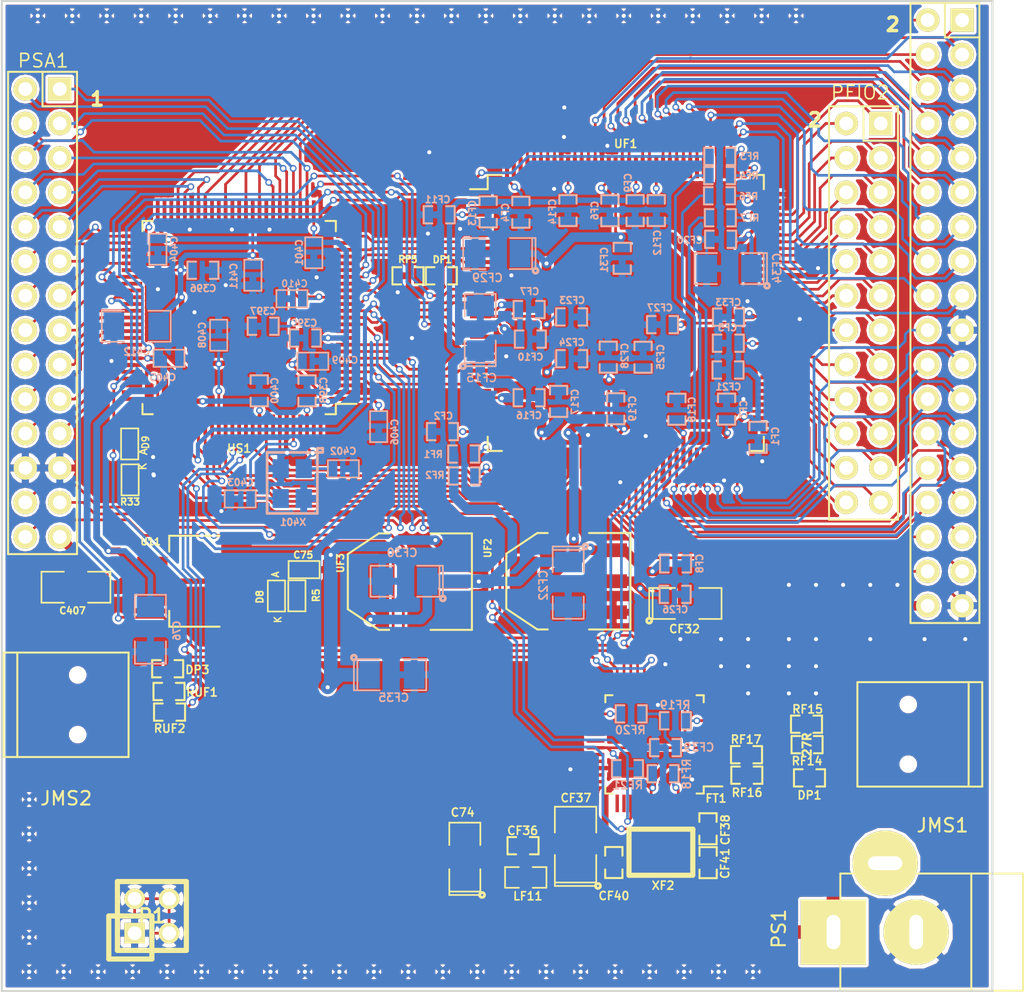
<source format=kicad_pcb>
(kicad_pcb (version 4) (host pcbnew no-vcs-found-product)
  (layers (0 F.Cu signal) (1 Inner2.Cu power hide) (2 Inner1.Cu mixed hide) (31 B.Cu signal hide) (34 B.Paste user hide) (35 F.Paste user hide) (36 B.SilkS user hide) (37 F.SilkS user hide) (38 B.Mask user hide) (39 F.Mask user hide) (44 Edge.Cuts user))
  (net 0 "")
  (net 1 +1.8V)
  (net 2 +3.3VP)
  (net 3 /SAM3M/LED)
  (net 4 GND)
  (net 5 VDD5V)
  (net 6 "Net-(C402-Pad1)")
  (net 7 "Net-(C403-Pad1)")
  (net 8 "Net-(D8-Pad2)")
  (net 9 "Net-(D9-Pad2)")
  (net 10 /SAM3M/AS11)
  (net 11 /SAM3M/AS12)
  (net 12 /SAM3M/AS13)
  (net 13 /SAM3M/AS8)
  (net 14 /SAM3M/AS9)
  (net 15 /SAM3M/SNWAIT)
  (net 16 /SAM3M/SNCS)
  (net 17 /SAM3M/DS0)
  (net 18 /SAM3M/DS7)
  (net 19 /SAM3M/DS6)
  (net 20 /SAM3M/DS5)
  (net 21 /SAM3M/DS4)
  (net 22 /SAM3M/DS3)
  (net 23 /SAM3M/DS2)
  (net 24 /SAM3M/DS1)
  (net 25 /SAM3M/SNWE)
  (net 26 /SAM3M/SNRD)
  (net 27 /SAM3M/AS0)
  (net 28 /SAM3M/AS1)
  (net 29 /SAM3M/AS2)
  (net 30 /SAM3M/AS3)
  (net 31 /SAM3M/AS4)
  (net 32 /SAM3M/AS5)
  (net 33 /SAM3M/AS6)
  (net 34 /SAM3M/AS7)
  (net 35 +3.3VDAC)
  (net 36 +1V2)
  (net 37 "Net-(RF1-Pad2)")
  (net 38 "Net-(RF2-Pad2)")
  (net 39 /spartan6/IO7)
  (net 40 /spartan6/IO17)
  (net 41 /spartan6/IO18)
  (net 42 /spartan6/IO19)
  (net 43 /spartan6/IO20)
  (net 44 /spartan6/IO21)
  (net 45 /spartan6/IO22)
  (net 46 /spartan6/IO23)
  (net 47 /spartan6/IO24)
  (net 48 /spartan6/IO25)
  (net 49 /spartan6/IO26)
  (net 50 /spartan6/IO27)
  (net 51 /spartan6/IO28)
  (net 52 /spartan6/IO29)
  (net 53 /spartan6/IO30)
  (net 54 /spartan6/IO31)
  (net 55 /spartan6/IO32)
  (net 56 /spartan6/IO33)
  (net 57 /spartan6/IO34)
  (net 58 /spartan6/IO35)
  (net 59 /spartan6/IO36)
  (net 60 /spartan6/IO37)
  (net 61 /spartan6/IO38)
  (net 62 /spartan6/IO39)
  (net 63 /spartan6/IO40)
  (net 64 /spartan6/IO41)
  (net 65 /spartan6/IO42)
  (net 66 /spartan6/IO43)
  (net 67 /spartan6/IO44)
  (net 68 /spartan6/IO45)
  (net 69 /spartan6/IO46)
  (net 70 /spartan6/IO47)
  (net 71 /spartan6/IO48)
  (net 72 /spartan6/IO49)
  (net 73 /spartan6/IO50)
  (net 74 /spartan6/IO51)
  (net 75 /spartan6/IO52)
  (net 76 /spartan6/IO53)
  (net 77 /spartan6/IO54)
  (net 78 /spartan6/IO55)
  (net 79 /spartan6/IO56)
  (net 80 /spartan6/IO57)
  (net 81 /spartan6/IO58)
  (net 82 /spartan6/IO59)
  (net 83 /spartan6/IO60)
  (net 84 /spartan6/IO61)
  (net 85 /spartan6/IO62)
  (net 86 /spartan6/IO63)
  (net 87 /spartan6/IO64)
  (net 88 /spartan6/IO65)
  (net 89 /spartan6/IO66)
  (net 90 /spartan6/IO67)
  (net 91 /spartan6/IO68)
  (net 92 /spartan6/IO69)
  (net 93 /spartan6/IO70)
  (net 94 /spartan6/IO71)
  (net 95 /spartan6/IO72)
  (net 96 /spartan6/IO73)
  (net 97 /SAM3M/AD8)
  (net 98 /SAM3M/AD11)
  (net 99 /SAM3M/AD9)
  (net 100 /SAM3M/AD2)
  (net 101 /SAM3M/AD0)
  (net 102 /SAM3M/AD1)
  (net 103 /SAM3M/AD5)
  (net 104 /SAM3M/PWML3)
  (net 105 /SAM3M/PWML2)
  (net 106 /SAM3M/PWMH2)
  (net 107 /SAM3M/PWMH3)
  (net 108 /SAM3M/URXD0)
  (net 109 /SAM3M/UTXD0)
  (net 110 /SAM3M/TXD0)
  (net 111 /SAM3M/RXD0)
  (net 112 /SAM3M/PA27)
  (net 113 /SAM3M/PA4)
  (net 114 /SAM3M/PC9)
  (net 115 /SAM3M/PA28)
  (net 116 /SAM3M/PA30)
  (net 117 /SAM3M/PA29)
  (net 118 /SAM3M/PA3)
  (net 119 /SAM3M/PC10)
  (net 120 /SAM3M/PC14)
  (net 121 /SAM3M/PA2)
  (net 122 "Net-(DF1-Pad2)")
  (net 123 /spartan6/F_TDO)
  (net 124 /SAM3M/JTDI)
  (net 125 /spartan6/F_TDI)
  (net 126 "Net-(RF3-Pad2)")
  (net 127 /spartan6/F_TCK)
  (net 128 "Net-(RF4-Pad2)")
  (net 129 /spartan6/F_TMS)
  (net 130 "Net-(RF6-Pad2)")
  (net 131 "Net-(RF7-Pad2)")
  (net 132 /SAM3M/CLK_F)
  (net 133 +5VA)
  (net 134 "Net-(CF38-Pad1)")
  (net 135 "Net-(CF40-Pad2)")
  (net 136 "Net-(CF41-Pad2)")
  (net 137 "Net-(FT1-Pad2)")
  (net 138 "Net-(FT1-Pad5)")
  (net 139 "Net-(FT1-Pad7)")
  (net 140 "Net-(FT1-Pad8)")
  (net 141 "Net-(FT1-Pad10)")
  (net 142 /SAM3M/JNRST)
  (net 143 "Net-(FT1-Pad26)")
  (net 144 /serial_interface/RXD)
  (net 145 /SAM3M/SAM_RX)
  (net 146 "Net-(JMS1-Pad2)")
  (net 147 "Net-(JMS1-Pad3)")
  (net 148 "Net-(DP1-Pad1)")
  (net 149 "Net-(DP3-Pad1)")
  (net 150 "Net-(JMS2-Pad2)")
  (net 151 "Net-(JMS2-Pad3)")
  (net 152 "Net-(RUF1-Pad2)")
  (net 153 "Net-(RUF2-Pad2)")
  (net 154 /SAM3M/AS10)
  (net 155 "Net-(FT1-Pad1)")
  (net 156 +3V3)
  (net 157 "Net-(FT1-Pad11)")
  (net 158 "Net-(FT1-Pad12)")
  (net 159 "Net-(FT1-Pad13)")
  (net 160 "Net-(FT1-Pad15)")
  (net 161 "Net-(FT1-Pad16)")
  (net 162 /serial_interface/nSRST)
  (net 163 "Net-(FT1-Pad19)")
  (net 164 "Net-(FT1-Pad27)")
  (net 165 "Net-(FT1-Pad28)")
  (net 166 "Net-(FT1-Pad29)")
  (net 167 "Net-(FT1-Pad30)")
  (net 168 "Net-(FT1-Pad32)")
  (net 169 "Net-(FT1-Pad33)")
  (net 170 "Net-(FT1-Pad35)")
  (net 171 "Net-(FT1-Pad36)")
  (net 172 "Net-(FT1-Pad37)")
  (net 173 "Net-(FT1-Pad38)")
  (net 174 "Net-(FT1-Pad41)")
  (net 175 "Net-(FT1-Pad48)")
  (net 176 "Net-(JMS1-Pad4)")
  (net 177 "Net-(JMS2-Pad4)")
  (net 178 "Net-(PS1-Pad3)")
  (net 179 /spartan6/IO2)
  (net 180 /spartan6/IO3)
  (net 181 /spartan6/IO4)
  (net 182 /spartan6/IO5)
  (net 183 /spartan6/IO6)
  (net 184 /spartan6/IO8)
  (net 185 /spartan6/IO10)
  (net 186 /spartan6/IO11)
  (net 187 /spartan6/IO12)
  (net 188 /spartan6/IO13)
  (net 189 /spartan6/IO14)
  (net 190 /spartan6/IO15)
  (net 191 /spartan6/IO16)
  (net 192 "Net-(UF1-Pad71)")
  (net 193 "Net-(UF1-Pad72)")
  (net 194 "Net-(UF1-Pad73)")
  (net 195 /SAM3M/AD4)
  (net 196 "Net-(US1-Pad22)")
  (net 197 /SAM3M/AD3)
  (net 198 "Net-(US1-Pad34)")
  (net 199 "Net-(US1-Pad38)")
  (net 200 "Net-(US1-Pad39)")
  (net 201 /SAM3M/PWMH1)
  (net 202 /SAM3M/PWMH0)
  (net 203 "Net-(US1-Pad48)")
  (net 204 "Net-(US1-Pad49)")
  (net 205 "Net-(US1-Pad61)")
  (net 206 /SAM3M/PA1)
  (net 207 /SAM3M/PC16)
  (net 208 "Net-(US1-Pad74)")
  (net 209 "Net-(US1-Pad77)")
  (net 210 /SAM3M/Erase)
  (net 211 "Net-(US1-Pad93)")
  (net 212 "Net-(US1-Pad99)")
  (module SM0603 (layer F.Cu) (at 41.5758 108.2249)
    (fp_text reference C75 (at -0.0635 -1.0795) (layer F.SilkS) (effects (font (size 0.5 0.5) (thickness 0.12))))
    (fp_text value 100n hide)
    (pad 1 smd rect (at -0.762 0) (size 0.635 1.143) (layers F.Cu F.Paste F.Mask) (net 2 +3.3VP))
    (pad 2 smd rect (at 0.762 0) (size 0.635 1.143) (layers F.Cu F.Paste F.Mask) (net 4 GND))
  )
  (module SM1206 (layer B.Cu) (at 30.25 112.62 270)
    (fp_text reference C76 (at 0.105 -1.945 450) (layer B.SilkS) (effects (font (size 0.5 0.5) (thickness 0.12)) (justify mirror)))
    (fp_text value 33uF hide)
    (pad 1 smd rect (at -1.651 0 270) (size 1.524 2.032) (layers B.Cu B.Paste B.Mask) (net 2 +3.3VP))
    (pad 2 smd rect (at 1.651 0 270) (size 1.524 2.032) (layers B.Cu B.Paste B.Mask) (net 4 GND))
  )
  (module SM0603 (layer B.Cu) (at 42.29 84.86 270)
    (fp_text reference C401 (at -0.02 1.07 270) (layer B.SilkS) (effects (font (size 0.5 0.5) (thickness 0.12)) (justify mirror)))
    (fp_text value 0.1uF hide)
    (pad 1 smd rect (at -0.762 0 270) (size 0.635 1.143) (layers B.Cu B.Paste B.Mask) (net 2 +3.3VP))
    (pad 2 smd rect (at 0.762 0 270) (size 0.635 1.143) (layers B.Cu B.Paste B.Mask) (net 4 GND))
  )
  (module SM0603 (layer B.Cu) (at 44.47 100.79)
    (fp_text reference C402 (at -0.015 -1.3 180) (layer B.SilkS) (effects (font (size 0.5 0.5) (thickness 0.12)) (justify mirror)))
    (fp_text value 20pF hide)
    (pad 1 smd rect (at -0.762 0) (size 0.635 1.143) (layers B.Cu B.Paste B.Mask) (net 6 "Net-(C402-Pad1)"))
    (pad 2 smd rect (at 0.762 0) (size 0.635 1.143) (layers B.Cu B.Paste B.Mask) (net 4 GND))
  )
  (module SM0603 (layer B.Cu) (at 36.87 103.01 180)
    (fp_text reference C403 (at -0.02 1.21 180) (layer B.SilkS) (effects (font (size 0.5 0.5) (thickness 0.12)) (justify mirror)))
    (fp_text value 20pF hide)
    (pad 1 smd rect (at -0.762 0 180) (size 0.635 1.143) (layers B.Cu B.Paste B.Mask) (net 7 "Net-(C403-Pad1)"))
    (pad 2 smd rect (at 0.762 0 180) (size 0.635 1.143) (layers B.Cu B.Paste B.Mask) (net 4 GND))
  )
  (module SM0603 (layer B.Cu) (at 30.8 84.6 270)
    (fp_text reference C404 (at 0 -1.19 270) (layer B.SilkS) (effects (font (size 0.5 0.5) (thickness 0.12)) (justify mirror)))
    (fp_text value 0.1uF hide)
    (pad 1 smd rect (at -0.762 0 270) (size 0.635 1.143) (layers B.Cu B.Paste B.Mask) (net 2 +3.3VP))
    (pad 2 smd rect (at 0.762 0 270) (size 0.635 1.143) (layers B.Cu B.Paste B.Mask) (net 4 GND))
  )
  (module SM0603 (layer B.Cu) (at 31.62 92.64)
    (fp_text reference C405 (at -0.45 1.41) (layer B.SilkS) (effects (font (size 0.5 0.5) (thickness 0.12)) (justify mirror)))
    (fp_text value 0.1uF hide)
    (pad 1 smd rect (at -0.762 0) (size 0.635 1.143) (layers B.Cu B.Paste B.Mask) (net 2 +3.3VP))
    (pad 2 smd rect (at 0.762 0) (size 0.635 1.143) (layers B.Cu B.Paste B.Mask) (net 4 GND))
  )
  (module SM0603 (layer B.Cu) (at 47.07 97.68 270)
    (fp_text reference C406 (at 0.395 -1.185 450) (layer B.SilkS) (effects (font (size 0.5 0.5) (thickness 0.12)) (justify mirror)))
    (fp_text value 1uF hide)
    (pad 1 smd rect (at -0.762 0 270) (size 0.635 1.143) (layers B.Cu B.Paste B.Mask) (net 2 +3.3VP))
    (pad 2 smd rect (at 0.762 0 270) (size 0.635 1.143) (layers B.Cu B.Paste B.Mask) (net 4 GND))
  )
  (module SM1206 (layer F.Cu) (at 24.761 109.5203 180)
    (fp_text reference C407 (at 0.25 -1.73 360) (layer F.SilkS) (effects (font (size 0.5 0.5) (thickness 0.12))))
    (fp_text value 4.7uF hide)
    (pad 1 smd rect (at -1.651 0 180) (size 1.524 2.032) (layers F.Cu F.Paste F.Mask) (net 2 +3.3VP))
    (pad 2 smd rect (at 1.651 0 180) (size 1.524 2.032) (layers F.Cu F.Paste F.Mask) (net 4 GND))
  )
  (module SM0603 (layer B.Cu) (at 35.28 90.94 90)
    (fp_text reference C408 (at 0.01 -1.21 270) (layer B.SilkS) (effects (font (size 0.5 0.5) (thickness 0.12)) (justify mirror)))
    (fp_text value 0.1uF hide)
    (pad 1 smd rect (at -0.762 0 90) (size 0.635 1.143) (layers B.Cu B.Paste B.Mask) (net 1 +1.8V))
    (pad 2 smd rect (at 0.762 0 90) (size 0.635 1.143) (layers B.Cu B.Paste B.Mask) (net 4 GND))
  )
  (module SM0603 (layer B.Cu) (at 42.22 92.86)
    (fp_text reference C409 (at 2.37 -0.08) (layer B.SilkS) (effects (font (size 0.5 0.5) (thickness 0.1)) (justify mirror)))
    (fp_text value 0.1uF hide)
    (pad 1 smd rect (at -0.762 0) (size 0.635 1.143) (layers B.Cu B.Paste B.Mask) (net 1 +1.8V))
    (pad 2 smd rect (at 0.762 0) (size 0.635 1.143) (layers B.Cu B.Paste B.Mask) (net 4 GND))
  )
  (module SM0603 (layer B.Cu) (at 40.68 88.25 180)
    (fp_text reference C410 (at -0.19 1.11 180) (layer B.SilkS) (effects (font (size 0.5 0.5) (thickness 0.1)) (justify mirror)))
    (fp_text value 0.1uF hide)
    (pad 1 smd rect (at -0.762 0 180) (size 0.635 1.143) (layers B.Cu B.Paste B.Mask) (net 1 +1.8V))
    (pad 2 smd rect (at 0.762 0 180) (size 0.635 1.143) (layers B.Cu B.Paste B.Mask) (net 4 GND))
  )
  (module SM0603 (layer B.Cu) (at 37.8 86.52 270)
    (fp_text reference C411 (at 0.07 1.41 270) (layer B.SilkS) (effects (font (size 0.5 0.5) (thickness 0.12)) (justify mirror)))
    (fp_text value 1uF hide)
    (pad 1 smd rect (at -0.762 0 270) (size 0.635 1.143) (layers B.Cu B.Paste B.Mask) (net 1 +1.8V))
    (pad 2 smd rect (at 0.762 0 270) (size 0.635 1.143) (layers B.Cu B.Paste B.Mask) (net 4 GND))
  )
  (module SM1206 (layer B.Cu) (at 29.206 90.2798 180)
    (fp_text reference C412 (at -0.04 -1.885 180) (layer B.SilkS) (effects (font (size 0.5 0.5) (thickness 0.12)) (justify mirror)))
    (fp_text value 4.7uF hide)
    (pad 1 smd rect (at -1.651 0 180) (size 1.524 2.032) (layers B.Cu B.Paste B.Mask) (net 1 +1.8V))
    (pad 2 smd rect (at 1.651 0 180) (size 1.524 2.032) (layers B.Cu B.Paste B.Mask) (net 4 GND))
  )
  (module SM0603 (layer F.Cu) (at 39.5376 110.1676 270)
    (fp_text reference D8 (at 0.065 1.225 270) (layer F.SilkS) (effects (font (size 0.5 0.5) (thickness 0.12))))
    (fp_text value LED hide)
    (pad 1 smd rect (at -0.762 0 270) (size 0.635 1.143) (layers F.Cu F.Paste F.Mask) (net 2 +3.3VP))
    (pad 2 smd rect (at 0.762 0 270) (size 0.635 1.143) (layers F.Cu F.Paste F.Mask) (net 8 "Net-(D8-Pad2)"))
  )
  (module SM0603 (layer F.Cu) (at 28.72224 98.95756 270)
    (fp_text reference D9 (at -0.12 -1.17 270) (layer F.SilkS) (effects (font (size 0.5 0.5) (thickness 0.1))))
    (fp_text value LED hide)
    (pad 1 smd rect (at -0.762 0 270) (size 0.635 1.143) (layers F.Cu F.Paste F.Mask) (net 3 /SAM3M/LED))
    (pad 2 smd rect (at 0.762 0 270) (size 0.635 1.143) (layers F.Cu F.Paste F.Mask) (net 9 "Net-(D9-Pad2)"))
  )
  (module SM0603 (layer F.Cu) (at 41.0424 110.1553 270)
    (fp_text reference R5 (at -0.035 -1.42 270) (layer F.SilkS) (effects (font (size 0.5 0.5) (thickness 0.12))))
    (fp_text value 1k hide)
    (pad 1 smd rect (at -0.762 0 270) (size 0.635 1.143) (layers F.Cu F.Paste F.Mask) (net 4 GND))
    (pad 2 smd rect (at 0.762 0 270) (size 0.635 1.143) (layers F.Cu F.Paste F.Mask) (net 8 "Net-(D8-Pad2)"))
  )
  (module SM0603 (layer F.Cu) (at 28.75224 101.60756 90)
    (fp_text reference R33 (at -1.62 0 180) (layer F.SilkS) (effects (font (size 0.5 0.5) (thickness 0.12))))
    (fp_text value 1k hide)
    (pad 1 smd rect (at -0.762 0 90) (size 0.635 1.143) (layers F.Cu F.Paste F.Mask) (net 4 GND))
    (pad 2 smd rect (at 0.762 0 90) (size 0.635 1.143) (layers F.Cu F.Paste F.Mask) (net 9 "Net-(D9-Pad2)"))
  )
  (module LT1117 (layer F.Cu) (at 33.49 109.08 90)
    (fp_text reference U11 (at 2.9125 -3.2299 180) (layer F.SilkS) (effects (font (size 0.5 0.5) (thickness 0.12))))
    (fp_text value ZLDO1117G33TA hide)
    (pad 1 smd rect (at -2.286 3.0988 90) (size 1.2192 2.2352) (layers F.Cu F.Paste F.Mask) (net 4 GND))
    (pad 2 smd rect (at 0 3.0988 90) (size 1.2192 2.2352) (layers F.Cu F.Paste F.Mask) (net 2 +3.3VP))
    (pad 3 smd rect (at 2.286 3.0988 90) (size 1.2192 2.2352) (layers F.Cu F.Paste F.Mask) (net 5 VDD5V))
    (pad 4 smd rect (at 0 -3.0988 90) (size 3.6068 2.2352) (layers F.Cu F.Paste F.Mask) (net 2 +3.3VP))
  )
  (module ABM8G (layer B.Cu) (at 41.55 100.78 270)
    (fp_text reference X401 (at 3.95 0.79 360) (layer B.SilkS) (effects (font (size 0.5 0.5) (thickness 0.12)) (justify mirror)))
    (fp_text value 12MHz hide)
    (pad 1 smd rect (at 0 0 270) (size 1.39954 1.19888) (layers B.Cu B.Paste B.Mask) (net 6 "Net-(C402-Pad1)"))
    (pad 2 smd rect (at 2.19964 0 270) (size 1.39954 1.19888) (layers B.Cu B.Paste B.Mask) (net 4 GND))
    (pad 3 smd rect (at 2.19964 1.69926 270) (size 1.39954 1.19888) (layers B.Cu B.Paste B.Mask) (net 7 "Net-(C403-Pad1)"))
    (pad 4 smd rect (at 0 1.69926 270) (size 1.39954 1.19888) (layers B.Cu B.Paste B.Mask) (net 4 GND))
  )
  (module Housings_QFP:LQFP-144_20x20mm_Pitch0.5mm (layer F.Cu) (at 65.28 89.3)
    (fp_text reference UF1 (at 0 -12.475) (layer F.SilkS) (effects (font (size 0.6 0.6) (thickness 0.12))))
    (fp_text value XC6SLX9-2TQG144C hide)
    (pad 1 smd rect (at -10.7 -8.75) (size 1.55 0.3) (layers F.Cu F.Paste F.Mask) (net 154 /SAM3M/AS10))
    (pad 2 smd rect (at -10.7 -8.25) (size 1.55 0.3) (layers F.Cu F.Paste F.Mask) (net 179 /spartan6/IO2))
    (pad 3 smd rect (at -10.7 -7.75) (size 1.55 0.3) (layers F.Cu F.Paste F.Mask) (net 4 GND))
    (pad 4 smd rect (at -10.7 -7.25) (size 1.55 0.3) (layers F.Cu F.Paste F.Mask) (net 35 +3.3VDAC))
    (pad 5 smd rect (at -10.7 -6.75) (size 1.55 0.3) (layers F.Cu F.Paste F.Mask) (net 180 /spartan6/IO3))
    (pad 6 smd rect (at -10.7 -6.25) (size 1.55 0.3) (layers F.Cu F.Paste F.Mask) (net 181 /spartan6/IO4))
    (pad 7 smd rect (at -10.7 -5.75) (size 1.55 0.3) (layers F.Cu F.Paste F.Mask) (net 17 /SAM3M/DS0))
    (pad 8 smd rect (at -10.7 -5.25) (size 1.55 0.3) (layers F.Cu F.Paste F.Mask) (net 182 /spartan6/IO5))
    (pad 9 smd rect (at -10.7 -4.75) (size 1.55 0.3) (layers F.Cu F.Paste F.Mask) (net 16 /SAM3M/SNCS))
    (pad 10 smd rect (at -10.7 -4.25) (size 1.55 0.3) (layers F.Cu F.Paste F.Mask) (net 183 /spartan6/IO6))
    (pad 11 smd rect (at -10.7 -3.75) (size 1.55 0.3) (layers F.Cu F.Paste F.Mask) (net 15 /SAM3M/SNWAIT))
    (pad 12 smd rect (at -10.7 -3.25) (size 1.55 0.3) (layers F.Cu F.Paste F.Mask) (net 39 /spartan6/IO7))
    (pad 13 smd rect (at -10.7 -2.75) (size 1.55 0.3) (layers F.Cu F.Paste F.Mask) (net 4 GND))
    (pad 14 smd rect (at -10.7 -2.25) (size 1.55 0.3) (layers F.Cu F.Paste F.Mask) (net 184 /spartan6/IO8))
    (pad 15 smd rect (at -10.7 -1.75) (size 1.55 0.3) (layers F.Cu F.Paste F.Mask) (net 25 /SAM3M/SNWE))
    (pad 16 smd rect (at -10.7 -1.25) (size 1.55 0.3) (layers F.Cu F.Paste F.Mask) (net 14 /SAM3M/AS9))
    (pad 17 smd rect (at -10.7 -0.75) (size 1.55 0.3) (layers F.Cu F.Paste F.Mask) (net 132 /SAM3M/CLK_F))
    (pad 18 smd rect (at -10.7 -0.25) (size 1.55 0.3) (layers F.Cu F.Paste F.Mask) (net 35 +3.3VDAC))
    (pad 19 smd rect (at -10.7 0.25) (size 1.55 0.3) (layers F.Cu F.Paste F.Mask) (net 36 +1V2))
    (pad 20 smd rect (at -10.7 0.75) (size 1.55 0.3) (layers F.Cu F.Paste F.Mask) (net 35 +3.3VDAC))
    (pad 21 smd rect (at -10.7 1.25) (size 1.55 0.3) (layers F.Cu F.Paste F.Mask) (net 13 /SAM3M/AS8))
    (pad 22 smd rect (at -10.7 1.75) (size 1.55 0.3) (layers F.Cu F.Paste F.Mask) (net 185 /spartan6/IO10))
    (pad 23 smd rect (at -10.7 2.25) (size 1.55 0.3) (layers F.Cu F.Paste F.Mask) (net 26 /SAM3M/SNRD))
    (pad 24 smd rect (at -10.7 2.75) (size 1.55 0.3) (layers F.Cu F.Paste F.Mask) (net 12 /SAM3M/AS13))
    (pad 25 smd rect (at -10.7 3.25) (size 1.55 0.3) (layers F.Cu F.Paste F.Mask) (net 4 GND))
    (pad 26 smd rect (at -10.7 3.75) (size 1.55 0.3) (layers F.Cu F.Paste F.Mask) (net 186 /spartan6/IO11))
    (pad 27 smd rect (at -10.7 4.25) (size 1.55 0.3) (layers F.Cu F.Paste F.Mask) (net 11 /SAM3M/AS12))
    (pad 28 smd rect (at -10.7 4.75) (size 1.55 0.3) (layers F.Cu F.Paste F.Mask) (net 36 +1V2))
    (pad 29 smd rect (at -10.7 5.25) (size 1.55 0.3) (layers F.Cu F.Paste F.Mask) (net 10 /SAM3M/AS11))
    (pad 30 smd rect (at -10.7 5.75) (size 1.55 0.3) (layers F.Cu F.Paste F.Mask) (net 187 /spartan6/IO12))
    (pad 31 smd rect (at -10.7 6.25) (size 1.55 0.3) (layers F.Cu F.Paste F.Mask) (net 35 +3.3VDAC))
    (pad 32 smd rect (at -10.7 6.75) (size 1.55 0.3) (layers F.Cu F.Paste F.Mask) (net 188 /spartan6/IO13))
    (pad 33 smd rect (at -10.7 7.25) (size 1.55 0.3) (layers F.Cu F.Paste F.Mask) (net 189 /spartan6/IO14))
    (pad 34 smd rect (at -10.7 7.75) (size 1.55 0.3) (layers F.Cu F.Paste F.Mask) (net 190 /spartan6/IO15))
    (pad 35 smd rect (at -10.7 8.25) (size 1.55 0.3) (layers F.Cu F.Paste F.Mask) (net 191 /spartan6/IO16))
    (pad 36 smd rect (at -10.7 8.75) (size 1.55 0.3) (layers F.Cu F.Paste F.Mask) (net 35 +3.3VDAC))
    (pad 37 smd rect (at -8.75 10.7 90) (size 1.55 0.3) (layers F.Cu F.Paste F.Mask) (net 37 "Net-(RF1-Pad2)"))
    (pad 38 smd rect (at -8.25 10.7 90) (size 1.55 0.3) (layers F.Cu F.Paste F.Mask) (net 38 "Net-(RF2-Pad2)"))
    (pad 39 smd rect (at -7.75 10.7 90) (size 1.55 0.3) (layers F.Cu F.Paste F.Mask) (net 34 /SAM3M/AS7))
    (pad 40 smd rect (at -7.25 10.7 90) (size 1.55 0.3) (layers F.Cu F.Paste F.Mask) (net 33 /SAM3M/AS6))
    (pad 41 smd rect (at -6.75 10.7 90) (size 1.55 0.3) (layers F.Cu F.Paste F.Mask) (net 32 /SAM3M/AS5))
    (pad 42 smd rect (at -6.25 10.7 90) (size 1.55 0.3) (layers F.Cu F.Paste F.Mask) (net 35 +3.3VDAC))
    (pad 43 smd rect (at -5.75 10.7 90) (size 1.55 0.3) (layers F.Cu F.Paste F.Mask) (net 31 /SAM3M/AS4))
    (pad 44 smd rect (at -5.25 10.7 90) (size 1.55 0.3) (layers F.Cu F.Paste F.Mask) (net 30 /SAM3M/AS3))
    (pad 45 smd rect (at -4.75 10.7 90) (size 1.55 0.3) (layers F.Cu F.Paste F.Mask) (net 29 /SAM3M/AS2))
    (pad 46 smd rect (at -4.25 10.7 90) (size 1.55 0.3) (layers F.Cu F.Paste F.Mask) (net 28 /SAM3M/AS1))
    (pad 47 smd rect (at -3.75 10.7 90) (size 1.55 0.3) (layers F.Cu F.Paste F.Mask) (net 27 /SAM3M/AS0))
    (pad 48 smd rect (at -3.25 10.7 90) (size 1.55 0.3) (layers F.Cu F.Paste F.Mask) (net 40 /spartan6/IO17))
    (pad 49 smd rect (at -2.75 10.7 90) (size 1.55 0.3) (layers F.Cu F.Paste F.Mask) (net 4 GND))
    (pad 50 smd rect (at -2.25 10.7 90) (size 1.55 0.3) (layers F.Cu F.Paste F.Mask) (net 41 /spartan6/IO18))
    (pad 51 smd rect (at -1.75 10.7 90) (size 1.55 0.3) (layers F.Cu F.Paste F.Mask) (net 42 /spartan6/IO19))
    (pad 52 smd rect (at -1.25 10.7 90) (size 1.55 0.3) (layers F.Cu F.Paste F.Mask) (net 36 +1V2))
    (pad 53 smd rect (at -0.75 10.7 90) (size 1.55 0.3) (layers F.Cu F.Paste F.Mask) (net 35 +3.3VDAC))
    (pad 54 smd rect (at -0.25 10.7 90) (size 1.55 0.3) (layers F.Cu F.Paste F.Mask) (net 4 GND))
    (pad 55 smd rect (at 0.25 10.7 90) (size 1.55 0.3) (layers F.Cu F.Paste F.Mask) (net 43 /spartan6/IO20))
    (pad 56 smd rect (at 0.75 10.7 90) (size 1.55 0.3) (layers F.Cu F.Paste F.Mask) (net 44 /spartan6/IO21))
    (pad 57 smd rect (at 1.25 10.7 90) (size 1.55 0.3) (layers F.Cu F.Paste F.Mask) (net 45 /spartan6/IO22))
    (pad 58 smd rect (at 1.75 10.7 90) (size 1.55 0.3) (layers F.Cu F.Paste F.Mask) (net 46 /spartan6/IO23))
    (pad 59 smd rect (at 2.25 10.7 90) (size 1.55 0.3) (layers F.Cu F.Paste F.Mask) (net 47 /spartan6/IO24))
    (pad 60 smd rect (at 2.75 10.7 90) (size 1.55 0.3) (layers F.Cu F.Paste F.Mask) (net 4 GND))
    (pad 61 smd rect (at 3.25 10.7 90) (size 1.55 0.3) (layers F.Cu F.Paste F.Mask) (net 48 /spartan6/IO25))
    (pad 62 smd rect (at 3.75 10.7 90) (size 1.55 0.3) (layers F.Cu F.Paste F.Mask) (net 49 /spartan6/IO26))
    (pad 63 smd rect (at 4.25 10.7 90) (size 1.55 0.3) (layers F.Cu F.Paste F.Mask) (net 35 +3.3VDAC))
    (pad 64 smd rect (at 4.75 10.7 90) (size 1.55 0.3) (layers F.Cu F.Paste F.Mask) (net 50 /spartan6/IO27))
    (pad 65 smd rect (at 5.25 10.7 90) (size 1.55 0.3) (layers F.Cu F.Paste F.Mask) (net 51 /spartan6/IO28))
    (pad 66 smd rect (at 5.75 10.7 90) (size 1.55 0.3) (layers F.Cu F.Paste F.Mask) (net 52 /spartan6/IO29))
    (pad 67 smd rect (at 6.25 10.7 90) (size 1.55 0.3) (layers F.Cu F.Paste F.Mask) (net 53 /spartan6/IO30))
    (pad 68 smd rect (at 6.75 10.7 90) (size 1.55 0.3) (layers F.Cu F.Paste F.Mask) (net 4 GND))
    (pad 69 smd rect (at 7.25 10.7 90) (size 1.55 0.3) (layers F.Cu F.Paste F.Mask) (net 35 +3.3VDAC))
    (pad 70 smd rect (at 7.75 10.7 90) (size 1.55 0.3) (layers F.Cu F.Paste F.Mask) (net 54 /spartan6/IO31))
    (pad 71 smd rect (at 8.25 10.7 90) (size 1.55 0.3) (layers F.Cu F.Paste F.Mask) (net 192 "Net-(UF1-Pad71)"))
    (pad 72 smd rect (at 8.75 10.7 90) (size 1.55 0.3) (layers F.Cu F.Paste F.Mask) (net 193 "Net-(UF1-Pad72)"))
    (pad 73 smd rect (at 10.7 8.75) (size 1.55 0.3) (layers F.Cu F.Paste F.Mask) (net 194 "Net-(UF1-Pad73)"))
    (pad 74 smd rect (at 10.7 8.25) (size 1.55 0.3) (layers F.Cu F.Paste F.Mask) (net 55 /spartan6/IO32))
    (pad 75 smd rect (at 10.7 7.75) (size 1.55 0.3) (layers F.Cu F.Paste F.Mask) (net 56 /spartan6/IO33))
    (pad 76 smd rect (at 10.7 7.25) (size 1.55 0.3) (layers F.Cu F.Paste F.Mask) (net 35 +3.3VDAC))
    (pad 77 smd rect (at 10.7 6.75) (size 1.55 0.3) (layers F.Cu F.Paste F.Mask) (net 4 GND))
    (pad 78 smd rect (at 10.7 6.25) (size 1.55 0.3) (layers F.Cu F.Paste F.Mask) (net 57 /spartan6/IO34))
    (pad 79 smd rect (at 10.7 5.75) (size 1.55 0.3) (layers F.Cu F.Paste F.Mask) (net 58 /spartan6/IO35))
    (pad 80 smd rect (at 10.7 5.25) (size 1.55 0.3) (layers F.Cu F.Paste F.Mask) (net 59 /spartan6/IO36))
    (pad 81 smd rect (at 10.7 4.75) (size 1.55 0.3) (layers F.Cu F.Paste F.Mask) (net 60 /spartan6/IO37))
    (pad 82 smd rect (at 10.7 4.25) (size 1.55 0.3) (layers F.Cu F.Paste F.Mask) (net 61 /spartan6/IO38))
    (pad 83 smd rect (at 10.7 3.75) (size 1.55 0.3) (layers F.Cu F.Paste F.Mask) (net 62 /spartan6/IO39))
    (pad 84 smd rect (at 10.7 3.25) (size 1.55 0.3) (layers F.Cu F.Paste F.Mask) (net 63 /spartan6/IO40))
    (pad 85 smd rect (at 10.7 2.75) (size 1.55 0.3) (layers F.Cu F.Paste F.Mask) (net 64 /spartan6/IO41))
    (pad 86 smd rect (at 10.7 2.25) (size 1.55 0.3) (layers F.Cu F.Paste F.Mask) (net 35 +3.3VDAC))
    (pad 87 smd rect (at 10.7 1.75) (size 1.55 0.3) (layers F.Cu F.Paste F.Mask) (net 65 /spartan6/IO42))
    (pad 88 smd rect (at 10.7 1.25) (size 1.55 0.3) (layers F.Cu F.Paste F.Mask) (net 66 /spartan6/IO43))
    (pad 89 smd rect (at 10.7 0.75) (size 1.55 0.3) (layers F.Cu F.Paste F.Mask) (net 36 +1V2))
    (pad 90 smd rect (at 10.7 0.25) (size 1.55 0.3) (layers F.Cu F.Paste F.Mask) (net 35 +3.3VDAC))
    (pad 91 smd rect (at 10.7 -0.25) (size 1.55 0.3) (layers F.Cu F.Paste F.Mask) (net 4 GND))
    (pad 92 smd rect (at 10.7 -0.75) (size 1.55 0.3) (layers F.Cu F.Paste F.Mask) (net 67 /spartan6/IO44))
    (pad 93 smd rect (at 10.7 -1.25) (size 1.55 0.3) (layers F.Cu F.Paste F.Mask) (net 68 /spartan6/IO45))
    (pad 94 smd rect (at 10.7 -1.75) (size 1.55 0.3) (layers F.Cu F.Paste F.Mask) (net 69 /spartan6/IO46))
    (pad 95 smd rect (at 10.7 -2.25) (size 1.55 0.3) (layers F.Cu F.Paste F.Mask) (net 70 /spartan6/IO47))
    (pad 96 smd rect (at 10.7 -2.75) (size 1.55 0.3) (layers F.Cu F.Paste F.Mask) (net 4 GND))
    (pad 97 smd rect (at 10.7 -3.25) (size 1.55 0.3) (layers F.Cu F.Paste F.Mask) (net 71 /spartan6/IO48))
    (pad 98 smd rect (at 10.7 -3.75) (size 1.55 0.3) (layers F.Cu F.Paste F.Mask) (net 72 /spartan6/IO49))
    (pad 99 smd rect (at 10.7 -4.25) (size 1.55 0.3) (layers F.Cu F.Paste F.Mask) (net 73 /spartan6/IO50))
    (pad 100 smd rect (at 10.7 -4.75) (size 1.55 0.3) (layers F.Cu F.Paste F.Mask) (net 74 /spartan6/IO51))
    (pad 101 smd rect (at 10.7 -5.25) (size 1.55 0.3) (layers F.Cu F.Paste F.Mask) (net 75 /spartan6/IO52))
    (pad 102 smd rect (at 10.7 -5.75) (size 1.55 0.3) (layers F.Cu F.Paste F.Mask) (net 76 /spartan6/IO53))
    (pad 103 smd rect (at 10.7 -6.25) (size 1.55 0.3) (layers F.Cu F.Paste F.Mask) (net 35 +3.3VDAC))
    (pad 104 smd rect (at 10.7 -6.75) (size 1.55 0.3) (layers F.Cu F.Paste F.Mask) (net 77 /spartan6/IO54))
    (pad 105 smd rect (at 10.7 -7.25) (size 1.55 0.3) (layers F.Cu F.Paste F.Mask) (net 78 /spartan6/IO55))
    (pad 106 smd rect (at 10.7 -7.75) (size 1.55 0.3) (layers F.Cu F.Paste F.Mask) (net 131 "Net-(RF7-Pad2)"))
    (pad 107 smd rect (at 10.7 -8.25) (size 1.55 0.3) (layers F.Cu F.Paste F.Mask) (net 130 "Net-(RF6-Pad2)"))
    (pad 108 smd rect (at 10.7 -8.75) (size 1.55 0.3) (layers F.Cu F.Paste F.Mask) (net 4 GND))
    (pad 109 smd rect (at 8.75 -10.7 90) (size 1.55 0.3) (layers F.Cu F.Paste F.Mask) (net 128 "Net-(RF4-Pad2)"))
    (pad 110 smd rect (at 8.25 -10.7 90) (size 1.55 0.3) (layers F.Cu F.Paste F.Mask) (net 126 "Net-(RF3-Pad2)"))
    (pad 111 smd rect (at 7.75 -10.7 90) (size 1.55 0.3) (layers F.Cu F.Paste F.Mask) (net 79 /spartan6/IO56))
    (pad 112 smd rect (at 7.25 -10.7 90) (size 1.55 0.3) (layers F.Cu F.Paste F.Mask) (net 80 /spartan6/IO57))
    (pad 113 smd rect (at 6.75 -10.7 90) (size 1.55 0.3) (layers F.Cu F.Paste F.Mask) (net 4 GND))
    (pad 114 smd rect (at 6.25 -10.7 90) (size 1.55 0.3) (layers F.Cu F.Paste F.Mask) (net 81 /spartan6/IO58))
    (pad 115 smd rect (at 5.75 -10.7 90) (size 1.55 0.3) (layers F.Cu F.Paste F.Mask) (net 82 /spartan6/IO59))
    (pad 116 smd rect (at 5.25 -10.7 90) (size 1.55 0.3) (layers F.Cu F.Paste F.Mask) (net 83 /spartan6/IO60))
    (pad 117 smd rect (at 4.75 -10.7 90) (size 1.55 0.3) (layers F.Cu F.Paste F.Mask) (net 84 /spartan6/IO61))
    (pad 118 smd rect (at 4.25 -10.7 90) (size 1.55 0.3) (layers F.Cu F.Paste F.Mask) (net 85 /spartan6/IO62))
    (pad 119 smd rect (at 3.75 -10.7 90) (size 1.55 0.3) (layers F.Cu F.Paste F.Mask) (net 86 /spartan6/IO63))
    (pad 120 smd rect (at 3.25 -10.7 90) (size 1.55 0.3) (layers F.Cu F.Paste F.Mask) (net 87 /spartan6/IO64))
    (pad 121 smd rect (at 2.75 -10.7 90) (size 1.55 0.3) (layers F.Cu F.Paste F.Mask) (net 88 /spartan6/IO65))
    (pad 122 smd rect (at 2.25 -10.7 90) (size 1.55 0.3) (layers F.Cu F.Paste F.Mask) (net 35 +3.3VDAC))
    (pad 123 smd rect (at 1.75 -10.7 90) (size 1.55 0.3) (layers F.Cu F.Paste F.Mask) (net 89 /spartan6/IO66))
    (pad 124 smd rect (at 1.25 -10.7 90) (size 1.55 0.3) (layers F.Cu F.Paste F.Mask) (net 90 /spartan6/IO67))
    (pad 125 smd rect (at 0.75 -10.7 90) (size 1.55 0.3) (layers F.Cu F.Paste F.Mask) (net 35 +3.3VDAC))
    (pad 126 smd rect (at 0.25 -10.7 90) (size 1.55 0.3) (layers F.Cu F.Paste F.Mask) (net 91 /spartan6/IO68))
    (pad 127 smd rect (at -0.25 -10.7 90) (size 1.55 0.3) (layers F.Cu F.Paste F.Mask) (net 92 /spartan6/IO69))
    (pad 128 smd rect (at -0.75 -10.7 90) (size 1.55 0.3) (layers F.Cu F.Paste F.Mask) (net 36 +1V2))
    (pad 129 smd rect (at -1.25 -10.7 90) (size 1.55 0.3) (layers F.Cu F.Paste F.Mask) (net 35 +3.3VDAC))
    (pad 130 smd rect (at -1.75 -10.7 90) (size 1.55 0.3) (layers F.Cu F.Paste F.Mask) (net 4 GND))
    (pad 131 smd rect (at -2.25 -10.7 90) (size 1.55 0.3) (layers F.Cu F.Paste F.Mask) (net 93 /spartan6/IO70))
    (pad 132 smd rect (at -2.75 -10.7 90) (size 1.55 0.3) (layers F.Cu F.Paste F.Mask) (net 94 /spartan6/IO71))
    (pad 133 smd rect (at -3.25 -10.7 90) (size 1.55 0.3) (layers F.Cu F.Paste F.Mask) (net 95 /spartan6/IO72))
    (pad 134 smd rect (at -3.75 -10.7 90) (size 1.55 0.3) (layers F.Cu F.Paste F.Mask) (net 96 /spartan6/IO73))
    (pad 135 smd rect (at -4.25 -10.7 90) (size 1.55 0.3) (layers F.Cu F.Paste F.Mask) (net 35 +3.3VDAC))
    (pad 136 smd rect (at -4.75 -10.7 90) (size 1.55 0.3) (layers F.Cu F.Paste F.Mask) (net 4 GND))
    (pad 137 smd rect (at -5.25 -10.7 90) (size 1.55 0.3) (layers F.Cu F.Paste F.Mask) (net 24 /SAM3M/DS1))
    (pad 138 smd rect (at -5.75 -10.7 90) (size 1.55 0.3) (layers F.Cu F.Paste F.Mask) (net 23 /SAM3M/DS2))
    (pad 139 smd rect (at -6.25 -10.7 90) (size 1.55 0.3) (layers F.Cu F.Paste F.Mask) (net 22 /SAM3M/DS3))
    (pad 140 smd rect (at -6.75 -10.7 90) (size 1.55 0.3) (layers F.Cu F.Paste F.Mask) (net 21 /SAM3M/DS4))
    (pad 141 smd rect (at -7.25 -10.7 90) (size 1.55 0.3) (layers F.Cu F.Paste F.Mask) (net 20 /SAM3M/DS5))
    (pad 142 smd rect (at -7.75 -10.7 90) (size 1.55 0.3) (layers F.Cu F.Paste F.Mask) (net 19 /SAM3M/DS6))
    (pad 143 smd rect (at -8.25 -10.7 90) (size 1.55 0.3) (layers F.Cu F.Paste F.Mask) (net 18 /SAM3M/DS7))
    (pad 144 smd rect (at -8.75 -10.7 90) (size 1.55 0.3) (layers F.Cu F.Paste F.Mask) (net 35 +3.3VDAC))
  )
  (module Housings_QFP:LQFP-100_14x14mm_Pitch0.5mm (layer F.Cu) (at 36.79 89.64 180)
    (fp_text reference US1 (at 0 -9.65 180) (layer F.SilkS) (effects (font (size 0.6 0.6) (thickness 0.12))))
    (fp_text value ATSAM3S2CA-AU hide)
    (pad 1 smd rect (at -7.9 -6 180) (size 1.5 0.28) (layers F.Cu F.Paste F.Mask) (net 2 +3.3VP))
    (pad 2 smd rect (at -7.9 -5.5 180) (size 1.5 0.28) (layers F.Cu F.Paste F.Mask) (net 4 GND))
    (pad 3 smd rect (at -7.9 -5 180) (size 1.5 0.28) (layers F.Cu F.Paste F.Mask) (net 195 /SAM3M/AD4))
    (pad 4 smd rect (at -7.9 -4.5 180) (size 1.5 0.28) (layers F.Cu F.Paste F.Mask) (net 10 /SAM3M/AS11))
    (pad 5 smd rect (at -7.9 -4 180) (size 1.5 0.28) (layers F.Cu F.Paste F.Mask) (net 103 /SAM3M/AD5))
    (pad 6 smd rect (at -7.9 -3.5 180) (size 1.5 0.28) (layers F.Cu F.Paste F.Mask) (net 11 /SAM3M/AS12))
    (pad 7 smd rect (at -7.9 -3 180) (size 1.5 0.28) (layers F.Cu F.Paste F.Mask) (net 145 /SAM3M/SAM_RX))
    (pad 8 smd rect (at -7.9 -2.5 180) (size 1.5 0.28) (layers F.Cu F.Paste F.Mask) (net 12 /SAM3M/AS13))
    (pad 9 smd rect (at -7.9 -2 180) (size 1.5 0.28) (layers F.Cu F.Paste F.Mask) (net 144 /serial_interface/RXD))
    (pad 10 smd rect (at -7.9 -1.5 180) (size 1.5 0.28) (layers F.Cu F.Paste F.Mask) (net 2 +3.3VP))
    (pad 11 smd rect (at -7.9 -1 180) (size 1.5 0.28) (layers F.Cu F.Paste F.Mask) (net 1 +1.8V))
    (pad 12 smd rect (at -7.9 -0.5 180) (size 1.5 0.28) (layers F.Cu F.Paste F.Mask) (net 101 /SAM3M/AD0))
    (pad 13 smd rect (at -7.9 0 180) (size 1.5 0.28) (layers F.Cu F.Paste F.Mask) (net 13 /SAM3M/AS8))
    (pad 14 smd rect (at -7.9 0.5 180) (size 1.5 0.28) (layers F.Cu F.Paste F.Mask) (net 102 /SAM3M/AD1))
    (pad 15 smd rect (at -7.9 1 180) (size 1.5 0.28) (layers F.Cu F.Paste F.Mask) (net 97 /SAM3M/AD8))
    (pad 16 smd rect (at -7.9 1.5 180) (size 1.5 0.28) (layers F.Cu F.Paste F.Mask) (net 1 +1.8V))
    (pad 17 smd rect (at -7.9 2 180) (size 1.5 0.28) (layers F.Cu F.Paste F.Mask) (net 14 /SAM3M/AS9))
    (pad 18 smd rect (at -7.9 2.5 180) (size 1.5 0.28) (layers F.Cu F.Paste F.Mask) (net 100 /SAM3M/AD2))
    (pad 19 smd rect (at -7.9 3 180) (size 1.5 0.28) (layers F.Cu F.Paste F.Mask) (net 98 /SAM3M/AD11))
    (pad 20 smd rect (at -7.9 3.5 180) (size 1.5 0.28) (layers F.Cu F.Paste F.Mask) (net 99 /SAM3M/AD9))
    (pad 21 smd rect (at -7.9 4 180) (size 1.5 0.28) (layers F.Cu F.Paste F.Mask) (net 15 /SAM3M/SNWAIT))
    (pad 22 smd rect (at -7.9 4.5 180) (size 1.5 0.28) (layers F.Cu F.Paste F.Mask) (net 196 "Net-(US1-Pad22)"))
    (pad 23 smd rect (at -7.9 5 180) (size 1.5 0.28) (layers F.Cu F.Paste F.Mask) (net 16 /SAM3M/SNCS))
    (pad 24 smd rect (at -7.9 5.5 180) (size 1.5 0.28) (layers F.Cu F.Paste F.Mask) (net 197 /SAM3M/AD3))
    (pad 25 smd rect (at -7.9 6 180) (size 1.5 0.28) (layers F.Cu F.Paste F.Mask) (net 17 /SAM3M/DS0))
    (pad 26 smd rect (at -6 7.9 270) (size 1.5 0.28) (layers F.Cu F.Paste F.Mask) (net 4 GND))
    (pad 27 smd rect (at -5.5 7.9 270) (size 1.5 0.28) (layers F.Cu F.Paste F.Mask) (net 2 +3.3VP))
    (pad 28 smd rect (at -5 7.9 270) (size 1.5 0.28) (layers F.Cu F.Paste F.Mask) (net 105 /SAM3M/PWML2))
    (pad 29 smd rect (at -4.5 7.9 270) (size 1.5 0.28) (layers F.Cu F.Paste F.Mask) (net 18 /SAM3M/DS7))
    (pad 30 smd rect (at -4 7.9 270) (size 1.5 0.28) (layers F.Cu F.Paste F.Mask) (net 104 /SAM3M/PWML3))
    (pad 31 smd rect (at -3.5 7.9 270) (size 1.5 0.28) (layers F.Cu F.Paste F.Mask) (net 107 /SAM3M/PWMH3))
    (pad 32 smd rect (at -3 7.9 270) (size 1.5 0.28) (layers F.Cu F.Paste F.Mask) (net 19 /SAM3M/DS6))
    (pad 33 smd rect (at -2.5 7.9 270) (size 1.5 0.28) (layers F.Cu F.Paste F.Mask) (net 106 /SAM3M/PWMH2))
    (pad 34 smd rect (at -2 7.9 270) (size 1.5 0.28) (layers F.Cu F.Paste F.Mask) (net 198 "Net-(US1-Pad34)"))
    (pad 35 smd rect (at -1.5 7.9 270) (size 1.5 0.28) (layers F.Cu F.Paste F.Mask) (net 20 /SAM3M/DS5))
    (pad 36 smd rect (at -1 7.9 270) (size 1.5 0.28) (layers F.Cu F.Paste F.Mask) (net 1 +1.8V))
    (pad 37 smd rect (at -0.5 7.9 270) (size 1.5 0.28) (layers F.Cu F.Paste F.Mask) (net 21 /SAM3M/DS4))
    (pad 38 smd rect (at 0 7.9 270) (size 1.5 0.28) (layers F.Cu F.Paste F.Mask) (net 199 "Net-(US1-Pad38)"))
    (pad 39 smd rect (at 0.5 7.9 270) (size 1.5 0.28) (layers F.Cu F.Paste F.Mask) (net 200 "Net-(US1-Pad39)"))
    (pad 40 smd rect (at 1 7.9 270) (size 1.5 0.28) (layers F.Cu F.Paste F.Mask) (net 22 /SAM3M/DS3))
    (pad 41 smd rect (at 1.5 7.9 270) (size 1.5 0.28) (layers F.Cu F.Paste F.Mask) (net 201 /SAM3M/PWMH1))
    (pad 42 smd rect (at 2 7.9 270) (size 1.5 0.28) (layers F.Cu F.Paste F.Mask) (net 202 /SAM3M/PWMH0))
    (pad 43 smd rect (at 2.5 7.9 270) (size 1.5 0.28) (layers F.Cu F.Paste F.Mask) (net 23 /SAM3M/DS2))
    (pad 44 smd rect (at 3 7.9 270) (size 1.5 0.28) (layers F.Cu F.Paste F.Mask) (net 109 /SAM3M/UTXD0))
    (pad 45 smd rect (at 3.5 7.9 270) (size 1.5 0.28) (layers F.Cu F.Paste F.Mask) (net 4 GND))
    (pad 46 smd rect (at 4 7.9 270) (size 1.5 0.28) (layers F.Cu F.Paste F.Mask) (net 108 /SAM3M/URXD0))
    (pad 47 smd rect (at 4.5 7.9 270) (size 1.5 0.28) (layers F.Cu F.Paste F.Mask) (net 24 /SAM3M/DS1))
    (pad 48 smd rect (at 5 7.9 270) (size 1.5 0.28) (layers F.Cu F.Paste F.Mask) (net 203 "Net-(US1-Pad48)"))
    (pad 49 smd rect (at 5.5 7.9 270) (size 1.5 0.28) (layers F.Cu F.Paste F.Mask) (net 204 "Net-(US1-Pad49)"))
    (pad 50 smd rect (at 6 7.9 270) (size 1.5 0.28) (layers F.Cu F.Paste F.Mask) (net 2 +3.3VP))
    (pad 51 smd rect (at 7.9 6 180) (size 1.5 0.28) (layers F.Cu F.Paste F.Mask) (net 124 /SAM3M/JTDI))
    (pad 52 smd rect (at 7.9 5.5 180) (size 1.5 0.28) (layers F.Cu F.Paste F.Mask) (net 110 /SAM3M/TXD0))
    (pad 53 smd rect (at 7.9 5 180) (size 1.5 0.28) (layers F.Cu F.Paste F.Mask) (net 111 /SAM3M/RXD0))
    (pad 54 smd rect (at 7.9 4.5 180) (size 1.5 0.28) (layers F.Cu F.Paste F.Mask) (net 154 /SAM3M/AS10))
    (pad 55 smd rect (at 7.9 4 180) (size 1.5 0.28) (layers F.Cu F.Paste F.Mask) (net 113 /SAM3M/PA4))
    (pad 56 smd rect (at 7.9 3.5 180) (size 1.5 0.28) (layers F.Cu F.Paste F.Mask) (net 1 +1.8V))
    (pad 57 smd rect (at 7.9 3 180) (size 1.5 0.28) (layers F.Cu F.Paste F.Mask) (net 112 /SAM3M/PA27))
    (pad 58 smd rect (at 7.9 2.5 180) (size 1.5 0.28) (layers F.Cu F.Paste F.Mask) (net 25 /SAM3M/SNWE))
    (pad 59 smd rect (at 7.9 2 180) (size 1.5 0.28) (layers F.Cu F.Paste F.Mask) (net 115 /SAM3M/PA28))
    (pad 60 smd rect (at 7.9 1.5 180) (size 1.5 0.28) (layers F.Cu F.Paste F.Mask) (net 142 /SAM3M/JNRST))
    (pad 61 smd rect (at 7.9 1 180) (size 1.5 0.28) (layers F.Cu F.Paste F.Mask) (net 205 "Net-(US1-Pad61)"))
    (pad 62 smd rect (at 7.9 0.5 180) (size 1.5 0.28) (layers F.Cu F.Paste F.Mask) (net 114 /SAM3M/PC9))
    (pad 63 smd rect (at 7.9 0 180) (size 1.5 0.28) (layers F.Cu F.Paste F.Mask) (net 117 /SAM3M/PA29))
    (pad 64 smd rect (at 7.9 -0.5 180) (size 1.5 0.28) (layers F.Cu F.Paste F.Mask) (net 116 /SAM3M/PA30))
    (pad 65 smd rect (at 7.9 -1 180) (size 1.5 0.28) (layers F.Cu F.Paste F.Mask) (net 119 /SAM3M/PC10))
    (pad 66 smd rect (at 7.9 -1.5 180) (size 1.5 0.28) (layers F.Cu F.Paste F.Mask) (net 118 /SAM3M/PA3))
    (pad 67 smd rect (at 7.9 -2 180) (size 1.5 0.28) (layers F.Cu F.Paste F.Mask) (net 121 /SAM3M/PA2))
    (pad 68 smd rect (at 7.9 -2.5 180) (size 1.5 0.28) (layers F.Cu F.Paste F.Mask) (net 26 /SAM3M/SNRD))
    (pad 69 smd rect (at 7.9 -3 180) (size 1.5 0.28) (layers F.Cu F.Paste F.Mask) (net 2 +3.3VP))
    (pad 70 smd rect (at 7.9 -3.5 180) (size 1.5 0.28) (layers F.Cu F.Paste F.Mask) (net 4 GND))
    (pad 71 smd rect (at 7.9 -4 180) (size 1.5 0.28) (layers F.Cu F.Paste F.Mask) (net 120 /SAM3M/PC14))
    (pad 72 smd rect (at 7.9 -4.5 180) (size 1.5 0.28) (layers F.Cu F.Paste F.Mask) (net 206 /SAM3M/PA1))
    (pad 73 smd rect (at 7.9 -5 180) (size 1.5 0.28) (layers F.Cu F.Paste F.Mask) (net 207 /SAM3M/PC16))
    (pad 74 smd rect (at 7.9 -5.5 180) (size 1.5 0.28) (layers F.Cu F.Paste F.Mask) (net 208 "Net-(US1-Pad74)"))
    (pad 75 smd rect (at 7.9 -6 180) (size 1.5 0.28) (layers F.Cu F.Paste F.Mask) (net 3 /SAM3M/LED))
    (pad 76 smd rect (at 6 -7.9 270) (size 1.5 0.28) (layers F.Cu F.Paste F.Mask) (net 125 /spartan6/F_TDI))
    (pad 77 smd rect (at 5.5 -7.9 270) (size 1.5 0.28) (layers F.Cu F.Paste F.Mask) (net 209 "Net-(US1-Pad77)"))
    (pad 78 smd rect (at 5 -7.9 270) (size 1.5 0.28) (layers F.Cu F.Paste F.Mask) (net 27 /SAM3M/AS0))
    (pad 79 smd rect (at 4.5 -7.9 270) (size 1.5 0.28) (layers F.Cu F.Paste F.Mask) (net 129 /spartan6/F_TMS))
    (pad 80 smd rect (at 4 -7.9 270) (size 1.5 0.28) (layers F.Cu F.Paste F.Mask) (net 28 /SAM3M/AS1))
    (pad 81 smd rect (at 3.5 -7.9 270) (size 1.5 0.28) (layers F.Cu F.Paste F.Mask) (net 132 /SAM3M/CLK_F))
    (pad 82 smd rect (at 3 -7.9 270) (size 1.5 0.28) (layers F.Cu F.Paste F.Mask) (net 29 /SAM3M/AS2))
    (pad 83 smd rect (at 2.5 -7.9 270) (size 1.5 0.28) (layers F.Cu F.Paste F.Mask) (net 127 /spartan6/F_TCK))
    (pad 84 smd rect (at 2 -7.9 270) (size 1.5 0.28) (layers F.Cu F.Paste F.Mask) (net 30 /SAM3M/AS3))
    (pad 85 smd rect (at 1.5 -7.9 270) (size 1.5 0.28) (layers F.Cu F.Paste F.Mask) (net 1 +1.8V))
    (pad 86 smd rect (at 1 -7.9 270) (size 1.5 0.28) (layers F.Cu F.Paste F.Mask) (net 31 /SAM3M/AS4))
    (pad 87 smd rect (at 0.5 -7.9 270) (size 1.5 0.28) (layers F.Cu F.Paste F.Mask) (net 210 /SAM3M/Erase))
    (pad 88 smd rect (at 0 -7.9 270) (size 1.5 0.28) (layers F.Cu F.Paste F.Mask) (net 152 "Net-(RUF1-Pad2)"))
    (pad 89 smd rect (at -0.5 -7.9 270) (size 1.5 0.28) (layers F.Cu F.Paste F.Mask) (net 153 "Net-(RUF2-Pad2)"))
    (pad 90 smd rect (at -1 -7.9 270) (size 1.5 0.28) (layers F.Cu F.Paste F.Mask) (net 32 /SAM3M/AS5))
    (pad 91 smd rect (at -1.5 -7.9 270) (size 1.5 0.28) (layers F.Cu F.Paste F.Mask) (net 2 +3.3VP))
    (pad 92 smd rect (at -2 -7.9 270) (size 1.5 0.28) (layers F.Cu F.Paste F.Mask) (net 33 /SAM3M/AS6))
    (pad 93 smd rect (at -2.5 -7.9 270) (size 1.5 0.28) (layers F.Cu F.Paste F.Mask) (net 211 "Net-(US1-Pad93)"))
    (pad 94 smd rect (at -3 -7.9 270) (size 1.5 0.28) (layers F.Cu F.Paste F.Mask) (net 34 /SAM3M/AS7))
    (pad 95 smd rect (at -3.5 -7.9 270) (size 1.5 0.28) (layers F.Cu F.Paste F.Mask) (net 4 GND))
    (pad 96 smd rect (at -4 -7.9 270) (size 1.5 0.28) (layers F.Cu F.Paste F.Mask) (net 7 "Net-(C403-Pad1)"))
    (pad 97 smd rect (at -4.5 -7.9 270) (size 1.5 0.28) (layers F.Cu F.Paste F.Mask) (net 6 "Net-(C402-Pad1)"))
    (pad 98 smd rect (at -5 -7.9 270) (size 1.5 0.28) (layers F.Cu F.Paste F.Mask) (net 2 +3.3VP))
    (pad 99 smd rect (at -5.5 -7.9 270) (size 1.5 0.28) (layers F.Cu F.Paste F.Mask) (net 212 "Net-(US1-Pad99)"))
    (pad 100 smd rect (at -6 -7.9 270) (size 1.5 0.28) (layers F.Cu F.Paste F.Mask) (net 1 +1.8V))
  )
  (module SM0603 (layer B.Cu) (at 34.12 86.15)
    (fp_text reference C396 (at 0.01 1.34 180) (layer B.SilkS) (effects (font (size 0.5 0.5) (thickness 0.12)) (justify mirror)))
    (fp_text value 0.1uF hide)
    (pad 1 smd rect (at -0.762 0) (size 0.635 1.143) (layers B.Cu B.Paste B.Mask) (net 1 +1.8V))
    (pad 2 smd rect (at 0.762 0) (size 0.635 1.143) (layers B.Cu B.Paste B.Mask) (net 4 GND))
  )
  (module SM0603 (layer B.Cu) (at 38.56 90.28 180)
    (fp_text reference C397 (at 0 1.11 180) (layer B.SilkS) (effects (font (size 0.5 0.5) (thickness 0.12)) (justify mirror)))
    (fp_text value 0.1uF hide)
    (pad 1 smd rect (at -0.762 0 180) (size 0.635 1.143) (layers B.Cu B.Paste B.Mask) (net 1 +1.8V))
    (pad 2 smd rect (at 0.762 0 180) (size 0.635 1.143) (layers B.Cu B.Paste B.Mask) (net 4 GND))
  )
  (module SM0603 (layer B.Cu) (at 41.79 95.04 90)
    (fp_text reference C398 (at 0.05 1.23 270) (layer B.SilkS) (effects (font (size 0.5 0.5) (thickness 0.12)) (justify mirror)))
    (fp_text value 0.1uF hide)
    (pad 1 smd rect (at -0.762 0 90) (size 0.635 1.143) (layers B.Cu B.Paste B.Mask) (net 2 +3.3VP))
    (pad 2 smd rect (at 0.762 0 90) (size 0.635 1.143) (layers B.Cu B.Paste B.Mask) (net 4 GND))
  )
  (module SM0603 (layer B.Cu) (at 41.66 91.15 180)
    (fp_text reference C399 (at 0.09 1.11 360) (layer B.SilkS) (effects (font (size 0.5 0.5) (thickness 0.12)) (justify mirror)))
    (fp_text value 0.1uF hide)
    (pad 1 smd rect (at -0.762 0 180) (size 0.635 1.143) (layers B.Cu B.Paste B.Mask) (net 2 +3.3VP))
    (pad 2 smd rect (at 0.762 0 180) (size 0.635 1.143) (layers B.Cu B.Paste B.Mask) (net 4 GND))
  )
  (module SM0603 (layer B.Cu) (at 38.27 95.04 90)
    (fp_text reference C400 (at 0.01 1.14 270) (layer B.SilkS) (effects (font (size 0.5 0.5) (thickness 0.12)) (justify mirror)))
    (fp_text value 0.1uF hide)
    (pad 1 smd rect (at -0.762 0 90) (size 0.635 1.143) (layers B.Cu B.Paste B.Mask) (net 2 +3.3VP))
    (pad 2 smd rect (at 0.762 0 90) (size 0.635 1.143) (layers B.Cu B.Paste B.Mask) (net 4 GND))
  )
  (module SM0603 (layer B.Cu) (at 75.03 98.47 270)
    (fp_text reference CF1 (at -0.07 -1.28 450) (layer B.SilkS) (effects (font (size 0.5 0.5) (thickness 0.12)) (justify mirror)))
    (fp_text value 0.1uF hide)
    (pad 1 smd rect (at -0.762 0 270) (size 0.635 1.143) (layers B.Cu B.Paste B.Mask) (net 35 +3.3VDAC))
    (pad 2 smd rect (at 0.762 0 270) (size 0.635 1.143) (layers B.Cu B.Paste B.Mask) (net 4 GND))
  )
  (module SM0603 (layer B.Cu) (at 51.77 98.05 180)
    (fp_text reference CF2 (at -0.07 1.15 360) (layer B.SilkS) (effects (font (size 0.5 0.5) (thickness 0.12)) (justify mirror)))
    (fp_text value 0.1uF hide)
    (pad 1 smd rect (at -0.762 0 180) (size 0.635 1.143) (layers B.Cu B.Paste B.Mask) (net 35 +3.3VDAC))
    (pad 2 smd rect (at 0.762 0 180) (size 0.635 1.143) (layers B.Cu B.Paste B.Mask) (net 4 GND))
  )
  (module SM0603 (layer B.Cu) (at 72.71 96.39 90)
    (fp_text reference CF3 (at -0.02 1.26 270) (layer B.SilkS) (effects (font (size 0.5 0.5) (thickness 0.12)) (justify mirror)))
    (fp_text value 0.1uF hide)
    (pad 1 smd rect (at -0.762 0 90) (size 0.635 1.143) (layers B.Cu B.Paste B.Mask) (net 35 +3.3VDAC))
    (pad 2 smd rect (at 0.762 0 90) (size 0.635 1.143) (layers B.Cu B.Paste B.Mask) (net 4 GND))
  )
  (module SM0603 (layer B.Cu) (at 57.5524 81.8724 270)
    (fp_text reference CF4 (at 0.03 1.14 450) (layer B.SilkS) (effects (font (size 0.5 0.5) (thickness 0.12)) (justify mirror)))
    (fp_text value 0.1uF hide)
    (pad 1 smd rect (at -0.762 0 270) (size 0.635 1.143) (layers B.Cu B.Paste B.Mask) (net 35 +3.3VDAC))
    (pad 2 smd rect (at 0.762 0 270) (size 0.635 1.143) (layers B.Cu B.Paste B.Mask) (net 4 GND))
  )
  (module SM0603 (layer B.Cu) (at 72.84 91.53 180)
    (fp_text reference CF5 (at 0.06 1.15 360) (layer B.SilkS) (effects (font (size 0.5 0.5) (thickness 0.12)) (justify mirror)))
    (fp_text value 0.1uF hide)
    (pad 1 smd rect (at -0.762 0 180) (size 0.635 1.143) (layers B.Cu B.Paste B.Mask) (net 35 +3.3VDAC))
    (pad 2 smd rect (at 0.762 0 180) (size 0.635 1.143) (layers B.Cu B.Paste B.Mask) (net 4 GND))
  )
  (module SM0603 (layer B.Cu) (at 64.11 81.76 270)
    (fp_text reference CF6 (at -0.01 1.11 450) (layer B.SilkS) (effects (font (size 0.5 0.5) (thickness 0.12)) (justify mirror)))
    (fp_text value 0.1uF hide)
    (pad 1 smd rect (at -0.762 0 270) (size 0.635 1.143) (layers B.Cu B.Paste B.Mask) (net 35 +3.3VDAC))
    (pad 2 smd rect (at 0.762 0 270) (size 0.635 1.143) (layers B.Cu B.Paste B.Mask) (net 4 GND))
  )
  (module SM0603 (layer B.Cu) (at 58.16 89.05)
    (fp_text reference CF7 (at 0.03 -1.33 180) (layer B.SilkS) (effects (font (size 0.5 0.5) (thickness 0.12)) (justify mirror)))
    (fp_text value 0.1uF hide)
    (pad 1 smd rect (at -0.762 0) (size 0.635 1.143) (layers B.Cu B.Paste B.Mask) (net 35 +3.3VDAC))
    (pad 2 smd rect (at 0.762 0) (size 0.635 1.143) (layers B.Cu B.Paste B.Mask) (net 4 GND))
  )
  (module SM0603 (layer B.Cu) (at 68.95 107.8)
    (fp_text reference CF8 (at 1.778 -0.0254 270) (layer B.SilkS) (effects (font (size 0.5 0.5) (thickness 0.12)) (justify mirror)))
    (fp_text value 0.1uF hide)
    (pad 1 smd rect (at -0.762 0) (size 0.635 1.143) (layers B.Cu B.Paste B.Mask) (net 35 +3.3VDAC))
    (pad 2 smd rect (at 0.762 0) (size 0.635 1.143) (layers B.Cu B.Paste B.Mask) (net 4 GND))
  )
  (module SM0603 (layer B.Cu) (at 65.97 81.75 270)
    (fp_text reference CF9 (at -2.05 0.52 450) (layer B.SilkS) (effects (font (size 0.5 0.5) (thickness 0.12)) (justify mirror)))
    (fp_text value 0.1uF hide)
    (pad 1 smd rect (at -0.762 0 270) (size 0.635 1.143) (layers B.Cu B.Paste B.Mask) (net 35 +3.3VDAC))
    (pad 2 smd rect (at 0.762 0 270) (size 0.635 1.143) (layers B.Cu B.Paste B.Mask) (net 4 GND))
  )
  (module SM0603 (layer B.Cu) (at 58.25 91.229)
    (fp_text reference CF10 (at 0.01 1.321 180) (layer B.SilkS) (effects (font (size 0.5 0.5) (thickness 0.12)) (justify mirror)))
    (fp_text value 0.1uF hide)
    (pad 1 smd rect (at -0.762 0) (size 0.635 1.143) (layers B.Cu B.Paste B.Mask) (net 35 +3.3VDAC))
    (pad 2 smd rect (at 0.762 0) (size 0.635 1.143) (layers B.Cu B.Paste B.Mask) (net 4 GND))
  )
  (module SM0603 (layer B.Cu) (at 51.53 82.06 180)
    (fp_text reference CF11 (at 0.12 1.12 360) (layer B.SilkS) (effects (font (size 0.5 0.5) (thickness 0.12)) (justify mirror)))
    (fp_text value 0.1uF hide)
    (pad 1 smd rect (at -0.762 0 180) (size 0.635 1.143) (layers B.Cu B.Paste B.Mask) (net 35 +3.3VDAC))
    (pad 2 smd rect (at 0.762 0 180) (size 0.635 1.143) (layers B.Cu B.Paste B.Mask) (net 4 GND))
  )
  (module SM0603 (layer B.Cu) (at 67.53 81.75 270)
    (fp_text reference CF12 (at 2.37 -0.08 450) (layer B.SilkS) (effects (font (size 0.5 0.5) (thickness 0.12)) (justify mirror)))
    (fp_text value 0.1uF hide)
    (pad 1 smd rect (at -0.762 0 270) (size 0.635 1.143) (layers B.Cu B.Paste B.Mask) (net 35 +3.3VDAC))
    (pad 2 smd rect (at 0.762 0 270) (size 0.635 1.143) (layers B.Cu B.Paste B.Mask) (net 4 GND))
  )
  (module SM0603 (layer B.Cu) (at 55.1394 81.847 270)
    (fp_text reference CF13 (at 0.08 1.16 450) (layer B.SilkS) (effects (font (size 0.5 0.5) (thickness 0.12)) (justify mirror)))
    (fp_text value 0.1uF hide)
    (pad 1 smd rect (at -0.762 0 270) (size 0.635 1.143) (layers B.Cu B.Paste B.Mask) (net 35 +3.3VDAC))
    (pad 2 smd rect (at 0.762 0 270) (size 0.635 1.143) (layers B.Cu B.Paste B.Mask) (net 4 GND))
  )
  (module SM0603 (layer B.Cu) (at 61.02 81.75 270)
    (fp_text reference CF14 (at 0.08 1.14 450) (layer B.SilkS) (effects (font (size 0.5 0.5) (thickness 0.12)) (justify mirror)))
    (fp_text value 1uF hide)
    (pad 1 smd rect (at -0.762 0 270) (size 0.635 1.143) (layers B.Cu B.Paste B.Mask) (net 35 +3.3VDAC))
    (pad 2 smd rect (at 0.762 0 270) (size 0.635 1.143) (layers B.Cu B.Paste B.Mask) (net 4 GND))
  )
  (module SM0603 (layer B.Cu) (at 58.16 95.55)
    (fp_text reference CF16 (at -0.01 1.31 180) (layer B.SilkS) (effects (font (size 0.5 0.5) (thickness 0.12)) (justify mirror)))
    (fp_text value 0.1uF hide)
    (pad 1 smd rect (at -0.762 0) (size 0.635 1.143) (layers B.Cu B.Paste B.Mask) (net 35 +3.3VDAC))
    (pad 2 smd rect (at 0.762 0) (size 0.635 1.143) (layers B.Cu B.Paste B.Mask) (net 4 GND))
  )
  (module SM0603 (layer B.Cu) (at 60.33 95.82 90)
    (fp_text reference CF17 (at -0.03 1.21 270) (layer B.SilkS) (effects (font (size 0.5 0.5) (thickness 0.12)) (justify mirror)))
    (fp_text value 0.1uF hide)
    (pad 1 smd rect (at -0.762 0 90) (size 0.635 1.143) (layers B.Cu B.Paste B.Mask) (net 35 +3.3VDAC))
    (pad 2 smd rect (at 0.762 0 90) (size 0.635 1.143) (layers B.Cu B.Paste B.Mask) (net 4 GND))
  )
  (module SM0603 (layer B.Cu) (at 69.05 96.4 90)
    (fp_text reference CF18 (at -0.02 1.11 270) (layer B.SilkS) (effects (font (size 0.5 0.5) (thickness 0.12)) (justify mirror)))
    (fp_text value 0.1uF hide)
    (pad 1 smd rect (at -0.762 0 90) (size 0.635 1.143) (layers B.Cu B.Paste B.Mask) (net 35 +3.3VDAC))
    (pad 2 smd rect (at 0.762 0 90) (size 0.635 1.143) (layers B.Cu B.Paste B.Mask) (net 4 GND))
  )
  (module SM0603 (layer B.Cu) (at 64.54 96.36 90)
    (fp_text reference CF19 (at 0.01 1.24 270) (layer B.SilkS) (effects (font (size 0.5 0.5) (thickness 0.12)) (justify mirror)))
    (fp_text value 0.1uF hide)
    (pad 1 smd rect (at -0.762 0 90) (size 0.635 1.143) (layers B.Cu B.Paste B.Mask) (net 35 +3.3VDAC))
    (pad 2 smd rect (at 0.762 0 90) (size 0.635 1.143) (layers B.Cu B.Paste B.Mask) (net 4 GND))
  )
  (module SM0603 (layer B.Cu) (at 72.27 83.87 180)
    (fp_text reference CF20 (at 2.27 -0.06 360) (layer B.SilkS) (effects (font (size 0.5 0.5) (thickness 0.12)) (justify mirror)))
    (fp_text value 0.1uF hide)
    (pad 1 smd rect (at -0.762 0 180) (size 0.635 1.143) (layers B.Cu B.Paste B.Mask) (net 35 +3.3VDAC))
    (pad 2 smd rect (at 0.762 0 180) (size 0.635 1.143) (layers B.Cu B.Paste B.Mask) (net 4 GND))
  )
  (module SM0603 (layer B.Cu) (at 72.8178 93.5056 180)
    (fp_text reference CF21 (at -0.0254 -1.2446 360) (layer B.SilkS) (effects (font (size 0.5 0.5) (thickness 0.12)) (justify mirror)))
    (fp_text value 1uF hide)
    (pad 1 smd rect (at -0.762 0 180) (size 0.635 1.143) (layers B.Cu B.Paste B.Mask) (net 35 +3.3VDAC))
    (pad 2 smd rect (at 0.762 0 180) (size 0.635 1.143) (layers B.Cu B.Paste B.Mask) (net 4 GND))
  )
  (module SM0603 (layer B.Cu) (at 61.29 89.59)
    (fp_text reference CF23 (at 0.04 -1.22 180) (layer B.SilkS) (effects (font (size 0.5 0.5) (thickness 0.12)) (justify mirror)))
    (fp_text value 0.1uF hide)
    (pad 1 smd rect (at -0.762 0) (size 0.635 1.143) (layers B.Cu B.Paste B.Mask) (net 36 +1V2))
    (pad 2 smd rect (at 0.762 0) (size 0.635 1.143) (layers B.Cu B.Paste B.Mask) (net 4 GND))
  )
  (module SM0603 (layer B.Cu) (at 61.3 92.67)
    (fp_text reference CF24 (at 0 -1.2 180) (layer B.SilkS) (effects (font (size 0.5 0.5) (thickness 0.12)) (justify mirror)))
    (fp_text value 0.1uF hide)
    (pad 1 smd rect (at -0.762 0) (size 0.635 1.143) (layers B.Cu B.Paste B.Mask) (net 36 +1V2))
    (pad 2 smd rect (at 0.762 0) (size 0.635 1.143) (layers B.Cu B.Paste B.Mask) (net 4 GND))
  )
  (module SM0603 (layer B.Cu) (at 66.5567 92.5658 90)
    (fp_text reference CF25 (at 0.0127 1.2954 270) (layer B.SilkS) (effects (font (size 0.5 0.5) (thickness 0.12)) (justify mirror)))
    (fp_text value 0.1uF hide)
    (pad 1 smd rect (at -0.762 0 90) (size 0.635 1.143) (layers B.Cu B.Paste B.Mask) (net 36 +1V2))
    (pad 2 smd rect (at 0.762 0 90) (size 0.635 1.143) (layers B.Cu B.Paste B.Mask) (net 4 GND))
  )
  (module SM0603 (layer B.Cu) (at 68.92 110.05)
    (fp_text reference CF26 (at 0.01 1.12 180) (layer B.SilkS) (effects (font (size 0.5 0.5) (thickness 0.12)) (justify mirror)))
    (fp_text value 0.1uF hide)
    (pad 1 smd rect (at -0.762 0) (size 0.635 1.143) (layers B.Cu B.Paste B.Mask) (net 36 +1V2))
    (pad 2 smd rect (at 0.762 0) (size 0.635 1.143) (layers B.Cu B.Paste B.Mask) (net 4 GND))
  )
  (module SM0603 (layer B.Cu) (at 67.99 90.16 180)
    (fp_text reference CF27 (at 0.19 1.24 360) (layer B.SilkS) (effects (font (size 0.5 0.5) (thickness 0.12)) (justify mirror)))
    (fp_text value 0.1uF hide)
    (pad 1 smd rect (at -0.762 0 180) (size 0.635 1.143) (layers B.Cu B.Paste B.Mask) (net 36 +1V2))
    (pad 2 smd rect (at 0.762 0 180) (size 0.635 1.143) (layers B.Cu B.Paste B.Mask) (net 4 GND))
  )
  (module SM0603 (layer B.Cu) (at 63.99 92.56 90)
    (fp_text reference CF28 (at 0.1 1.22 270) (layer B.SilkS) (effects (font (size 0.5 0.5) (thickness 0.12)) (justify mirror)))
    (fp_text value 1uF hide)
    (pad 1 smd rect (at -0.762 0 90) (size 0.635 1.143) (layers B.Cu B.Paste B.Mask) (net 36 +1V2))
    (pad 2 smd rect (at 0.762 0 90) (size 0.635 1.143) (layers B.Cu B.Paste B.Mask) (net 4 GND))
  )
  (module SM0603 (layer B.Cu) (at 65.02 85.27 270)
    (fp_text reference CF31 (at 0.12 1.32 450) (layer B.SilkS) (effects (font (size 0.5 0.5) (thickness 0.12)) (justify mirror)))
    (fp_text value 100n hide)
    (pad 1 smd rect (at -0.762 0 270) (size 0.635 1.143) (layers B.Cu B.Paste B.Mask) (net 36 +1V2))
    (pad 2 smd rect (at 0.762 0 270) (size 0.635 1.143) (layers B.Cu B.Paste B.Mask) (net 4 GND))
  )
  (module SM0603 (layer B.Cu) (at 72.85 89.61 180)
    (fp_text reference CF33 (at 0.01 1.09 360) (layer B.SilkS) (effects (font (size 0.5 0.5) (thickness 0.12)) (justify mirror)))
    (fp_text value 100n hide)
    (pad 1 smd rect (at -0.762 0 180) (size 0.635 1.143) (layers B.Cu B.Paste B.Mask) (net 35 +3.3VDAC))
    (pad 2 smd rect (at 0.762 0 180) (size 0.635 1.143) (layers B.Cu B.Paste B.Mask) (net 4 GND))
  )
  (module SM0603 (layer B.Cu) (at 53.34 99.7)
    (fp_text reference RF1 (at -2.25 0.03 180) (layer B.SilkS) (effects (font (size 0.5 0.5) (thickness 0.12)) (justify mirror)))
    (fp_text value 47k hide)
    (pad 1 smd rect (at -0.762 0) (size 0.635 1.143) (layers B.Cu B.Paste B.Mask) (net 35 +3.3VDAC))
    (pad 2 smd rect (at 0.762 0) (size 0.635 1.143) (layers B.Cu B.Paste B.Mask) (net 37 "Net-(RF1-Pad2)"))
  )
  (module SM0603 (layer B.Cu) (at 53.37 101.32)
    (fp_text reference RF2 (at -2.16 -0.06 180) (layer B.SilkS) (effects (font (size 0.5 0.5) (thickness 0.12)) (justify mirror)))
    (fp_text value 4.7k hide)
    (pad 1 smd rect (at -0.762 0) (size 0.635 1.143) (layers B.Cu B.Paste B.Mask) (net 35 +3.3VDAC))
    (pad 2 smd rect (at 0.762 0) (size 0.635 1.143) (layers B.Cu B.Paste B.Mask) (net 38 "Net-(RF2-Pad2)"))
  )
  (module SM1206_Opendous (layer B.Cu) (at 54.5552 90.4322 90)
    (fp_text reference CF15 (at -3.6576 0.1016 180) (layer B.SilkS) (effects (font (size 0.6 0.6) (thickness 0.11)) (justify mirror)))
    (fp_text value 4.7uF hide)
    (pad 1 smd rect (at -1.651 0 90) (size 1.524 2.032) (layers B.Cu B.Paste B.Mask) (net 35 +3.3VDAC))
    (pad 2 smd rect (at 1.651 0 90) (size 1.524 2.032) (layers B.Cu B.Paste B.Mask) (net 4 GND))
  )
  (module SM1206_Opendous (layer B.Cu) (at 61.04 109.31 270)
    (fp_text reference CF22 (at 0.07 1.83 270) (layer B.SilkS) (effects (font (size 0.6 0.6) (thickness 0.12)) (justify mirror)))
    (fp_text value 4.7uF hide)
    (pad 1 smd rect (at -1.651 0 270) (size 1.524 2.032) (layers B.Cu B.Paste B.Mask) (net 35 +3.3VDAC))
    (pad 2 smd rect (at 1.651 0 270) (size 1.524 2.032) (layers B.Cu B.Paste B.Mask) (net 4 GND))
  )
  (module SM1206_Opendous (layer B.Cu) (at 55.8379 84.9204 180)
    (fp_text reference CF29 (at 0.7493 -1.7907 180) (layer B.SilkS) (effects (font (size 0.6 0.6) (thickness 0.12)) (justify mirror)))
    (fp_text value 4.7uF hide)
    (pad 1 smd rect (at -1.651 0 180) (size 1.524 2.032) (layers B.Cu B.Paste B.Mask) (net 36 +1V2))
    (pad 2 smd rect (at 1.651 0 180) (size 1.524 2.032) (layers B.Cu B.Paste B.Mask) (net 4 GND))
  )
  (module SM1206_Opendous (layer B.Cu) (at 49.01 109.08 180)
    (fp_text reference CF30 (at 0.21 2.1 180) (layer B.SilkS) (effects (font (size 0.6 0.6) (thickness 0.12)) (justify mirror)))
    (fp_text value 33uF hide)
    (pad 1 smd rect (at -1.651 0 180) (size 1.524 2.032) (layers B.Cu B.Paste B.Mask) (net 35 +3.3VDAC))
    (pad 2 smd rect (at 1.651 0 180) (size 1.524 2.032) (layers B.Cu B.Paste B.Mask) (net 4 GND))
  )
  (module SM1206_Opendous (layer F.Cu) (at 69.8 110.72)
    (fp_text reference CF32 (at -0.1905 1.8796) (layer F.SilkS) (effects (font (size 0.6 0.6) (thickness 0.12))))
    (fp_text value 33uF hide)
    (pad 1 smd rect (at -1.651 0) (size 1.524 2.032) (layers F.Cu F.Paste F.Mask) (net 36 +1V2))
    (pad 2 smd rect (at 1.651 0) (size 1.524 2.032) (layers F.Cu F.Paste F.Mask) (net 4 GND))
  )
  (module SM1206_Opendous (layer B.Cu) (at 72.894 86.0253 180)
    (fp_text reference CF34 (at -3.5433 0.0254 270) (layer B.SilkS) (effects (font (size 0.6 0.6) (thickness 0.12)) (justify mirror)))
    (fp_text value 33uF hide)
    (pad 1 smd rect (at -1.651 0 180) (size 1.524 2.032) (layers B.Cu B.Paste B.Mask) (net 35 +3.3VDAC))
    (pad 2 smd rect (at 1.651 0 180) (size 1.524 2.032) (layers B.Cu B.Paste B.Mask) (net 4 GND))
  )
  (module SM1206_Opendous (layer B.Cu) (at 48.04 115.98)
    (fp_text reference CF35 (at 0.14 1.68) (layer B.SilkS) (effects (font (size 0.6 0.6) (thickness 0.12)) (justify mirror)))
    (fp_text value 33uF hide)
    (pad 1 smd rect (at -1.651 0) (size 1.524 2.032) (layers B.Cu B.Paste B.Mask) (net 5 VDD5V))
    (pad 2 smd rect (at 1.651 0) (size 1.524 2.032) (layers B.Cu B.Paste B.Mask) (net 4 GND))
  )
  (module SMD_Packages:SOT-223 (layer F.Cu) (at 61.05 109.08 90)
    (fp_text reference UF2 (at 2.4426 -5.936 90) (layer F.SilkS) (effects (font (size 0.5 0.5) (thickness 0.12))))
    (fp_text value ZLDO1117G12TA hide)
    (pad 4 smd rect (at 0 -3.302 90) (size 3.6576 2.032) (layers F.Cu F.Paste F.Mask) (net 36 +1V2))
    (pad 2 smd rect (at 0 3.302 90) (size 1.016 2.032) (layers F.Cu F.Paste F.Mask) (net 36 +1V2))
    (pad 3 smd rect (at 2.286 3.302 90) (size 1.016 2.032) (layers F.Cu F.Paste F.Mask) (net 35 +3.3VDAC))
    (pad 1 smd rect (at -2.286 3.302 90) (size 1.016 2.032) (layers F.Cu F.Paste F.Mask) (net 4 GND))
  )
  (module SMD_Packages:SOT-223 (layer F.Cu) (at 49.37 109.11 90)
    (fp_text reference UF3 (at 1.3677 -5.1145 90) (layer F.SilkS) (effects (font (size 0.5 0.5) (thickness 0.12))))
    (fp_text value ZLDO1117G33TA hide)
    (pad 4 smd rect (at 0 -3.302 90) (size 3.6576 2.032) (layers F.Cu F.Paste F.Mask) (net 35 +3.3VDAC))
    (pad 2 smd rect (at 0 3.302 90) (size 1.016 2.032) (layers F.Cu F.Paste F.Mask) (net 35 +3.3VDAC))
    (pad 3 smd rect (at 2.286 3.302 90) (size 1.016 2.032) (layers F.Cu F.Paste F.Mask) (net 5 VDD5V))
    (pad 1 smd rect (at -2.286 3.302 90) (size 1.016 2.032) (layers F.Cu F.Paste F.Mask) (net 4 GND))
  )
  (module Socket_Strips:Socket_Strip_Straight_2x18 (layer F.Cu) (at 88.8 89.3 90)
    (fp_text reference PFIO1 (at 23.55 0.01 180) (layer F.SilkS) (effects (font (thickness 0.12))))
    (fp_text value CONN_02X18 hide)
    (pad 1 thru_hole rect (at 21.59 1.27 270) (size 1.7272 1.7272) (drill 1.016) (layers *.Cu *.Mask F.SilkS) (net 95 /spartan6/IO72))
    (pad 2 thru_hole oval (at 21.59 -1.27 270) (size 1.7272 1.7272) (drill 1.016) (layers *.Cu *.Mask F.SilkS) (net 96 /spartan6/IO73))
    (pad 3 thru_hole oval (at 19.05 1.27 270) (size 1.7272 1.7272) (drill 1.016) (layers *.Cu *.Mask F.SilkS) (net 93 /spartan6/IO70))
    (pad 4 thru_hole oval (at 19.05 -1.27 270) (size 1.7272 1.7272) (drill 1.016) (layers *.Cu *.Mask F.SilkS) (net 94 /spartan6/IO71))
    (pad 5 thru_hole oval (at 16.51 1.27 270) (size 1.7272 1.7272) (drill 1.016) (layers *.Cu *.Mask F.SilkS) (net 91 /spartan6/IO68))
    (pad 6 thru_hole oval (at 16.51 -1.27 270) (size 1.7272 1.7272) (drill 1.016) (layers *.Cu *.Mask F.SilkS) (net 92 /spartan6/IO69))
    (pad 7 thru_hole oval (at 13.97 1.27 270) (size 1.7272 1.7272) (drill 1.016) (layers *.Cu *.Mask F.SilkS) (net 89 /spartan6/IO66))
    (pad 8 thru_hole oval (at 13.97 -1.27 270) (size 1.7272 1.7272) (drill 1.016) (layers *.Cu *.Mask F.SilkS) (net 90 /spartan6/IO67))
    (pad 9 thru_hole oval (at 11.43 1.27 270) (size 1.7272 1.7272) (drill 1.016) (layers *.Cu *.Mask F.SilkS) (net 87 /spartan6/IO64))
    (pad 10 thru_hole oval (at 11.43 -1.27 270) (size 1.7272 1.7272) (drill 1.016) (layers *.Cu *.Mask F.SilkS) (net 88 /spartan6/IO65))
    (pad 11 thru_hole oval (at 8.89 1.27 270) (size 1.7272 1.7272) (drill 1.016) (layers *.Cu *.Mask F.SilkS) (net 85 /spartan6/IO62))
    (pad 12 thru_hole oval (at 8.89 -1.27 270) (size 1.7272 1.7272) (drill 1.016) (layers *.Cu *.Mask F.SilkS) (net 86 /spartan6/IO63))
    (pad 13 thru_hole oval (at 6.35 1.27 270) (size 1.7272 1.7272) (drill 1.016) (layers *.Cu *.Mask F.SilkS) (net 83 /spartan6/IO60))
    (pad 14 thru_hole oval (at 6.35 -1.27 270) (size 1.7272 1.7272) (drill 1.016) (layers *.Cu *.Mask F.SilkS) (net 84 /spartan6/IO61))
    (pad 15 thru_hole oval (at 3.81 1.27 270) (size 1.7272 1.7272) (drill 1.016) (layers *.Cu *.Mask F.SilkS) (net 81 /spartan6/IO58))
    (pad 16 thru_hole oval (at 3.81 -1.27 270) (size 1.7272 1.7272) (drill 1.016) (layers *.Cu *.Mask F.SilkS) (net 82 /spartan6/IO59))
    (pad 17 thru_hole oval (at 1.27 1.27 270) (size 1.7272 1.7272) (drill 1.016) (layers *.Cu *.Mask F.SilkS) (net 79 /spartan6/IO56))
    (pad 18 thru_hole oval (at 1.27 -1.27 270) (size 1.7272 1.7272) (drill 1.016) (layers *.Cu *.Mask F.SilkS) (net 80 /spartan6/IO57))
    (pad 19 thru_hole oval (at -1.27 1.27 270) (size 1.7272 1.7272) (drill 1.016) (layers *.Cu *.Mask F.SilkS) (net 4 GND))
    (pad 20 thru_hole oval (at -1.27 -1.27 270) (size 1.7272 1.7272) (drill 1.016) (layers *.Cu *.Mask F.SilkS) (net 54 /spartan6/IO31))
    (pad 21 thru_hole oval (at -3.81 1.27 270) (size 1.7272 1.7272) (drill 1.016) (layers *.Cu *.Mask F.SilkS) (net 53 /spartan6/IO30))
    (pad 22 thru_hole oval (at -3.81 -1.27 270) (size 1.7272 1.7272) (drill 1.016) (layers *.Cu *.Mask F.SilkS) (net 52 /spartan6/IO29))
    (pad 23 thru_hole oval (at -6.35 1.27 270) (size 1.7272 1.7272) (drill 1.016) (layers *.Cu *.Mask F.SilkS) (net 51 /spartan6/IO28))
    (pad 24 thru_hole oval (at -6.35 -1.27 270) (size 1.7272 1.7272) (drill 1.016) (layers *.Cu *.Mask F.SilkS) (net 50 /spartan6/IO27))
    (pad 25 thru_hole oval (at -8.89 1.27 270) (size 1.7272 1.7272) (drill 1.016) (layers *.Cu *.Mask F.SilkS) (net 49 /spartan6/IO26))
    (pad 26 thru_hole oval (at -8.89 -1.27 270) (size 1.7272 1.7272) (drill 1.016) (layers *.Cu *.Mask F.SilkS) (net 48 /spartan6/IO25))
    (pad 27 thru_hole oval (at -11.43 1.27 270) (size 1.7272 1.7272) (drill 1.016) (layers *.Cu *.Mask F.SilkS) (net 47 /spartan6/IO24))
    (pad 28 thru_hole oval (at -11.43 -1.27 270) (size 1.7272 1.7272) (drill 1.016) (layers *.Cu *.Mask F.SilkS) (net 46 /spartan6/IO23))
    (pad 29 thru_hole oval (at -13.97 1.27 270) (size 1.7272 1.7272) (drill 1.016) (layers *.Cu *.Mask F.SilkS) (net 45 /spartan6/IO22))
    (pad 30 thru_hole oval (at -13.97 -1.27 270) (size 1.7272 1.7272) (drill 1.016) (layers *.Cu *.Mask F.SilkS) (net 44 /spartan6/IO21))
    (pad 31 thru_hole oval (at -16.51 1.27 270) (size 1.7272 1.7272) (drill 1.016) (layers *.Cu *.Mask F.SilkS) (net 43 /spartan6/IO20))
    (pad 32 thru_hole oval (at -16.51 -1.27 270) (size 1.7272 1.7272) (drill 1.016) (layers *.Cu *.Mask F.SilkS) (net 42 /spartan6/IO19))
    (pad 33 thru_hole oval (at -19.05 1.27 270) (size 1.7272 1.7272) (drill 1.016) (layers *.Cu *.Mask F.SilkS) (net 41 /spartan6/IO18))
    (pad 34 thru_hole oval (at -19.05 -1.27 270) (size 1.7272 1.7272) (drill 1.016) (layers *.Cu *.Mask F.SilkS) (net 40 /spartan6/IO17))
    (pad 35 thru_hole oval (at -21.59 1.27 270) (size 1.7272 1.7272) (drill 1.016) (layers *.Cu *.Mask F.SilkS) (net 4 GND))
    (pad 36 thru_hole oval (at -21.59 -1.27 270) (size 1.7272 1.7272) (drill 1.016) (layers *.Cu *.Mask F.SilkS) (net 35 +3.3VDAC))
  )
  (module Socket_Strips:Socket_Strip_Straight_2x12 (layer F.Cu) (at 82.8 89.3 90)
    (fp_text reference PFIO2 (at 16.25 -0.24 180) (layer F.SilkS) (effects (font (thickness 0.12))))
    (fp_text value CONN_02X13 hide)
    (pad 1 thru_hole rect (at 13.97 1.27 270) (size 1.7272 1.7272) (drill 1.016) (layers *.Cu *.Mask F.SilkS) (net 78 /spartan6/IO55))
    (pad 2 thru_hole oval (at 13.97 -1.27 270) (size 1.7272 1.7272) (drill 1.016) (layers *.Cu *.Mask F.SilkS) (net 77 /spartan6/IO54))
    (pad 3 thru_hole oval (at 11.43 1.27 270) (size 1.7272 1.7272) (drill 1.016) (layers *.Cu *.Mask F.SilkS) (net 76 /spartan6/IO53))
    (pad 4 thru_hole oval (at 11.43 -1.27 270) (size 1.7272 1.7272) (drill 1.016) (layers *.Cu *.Mask F.SilkS) (net 75 /spartan6/IO52))
    (pad 5 thru_hole oval (at 8.89 1.27 270) (size 1.7272 1.7272) (drill 1.016) (layers *.Cu *.Mask F.SilkS) (net 74 /spartan6/IO51))
    (pad 6 thru_hole oval (at 8.89 -1.27 270) (size 1.7272 1.7272) (drill 1.016) (layers *.Cu *.Mask F.SilkS) (net 73 /spartan6/IO50))
    (pad 7 thru_hole oval (at 6.35 1.27 270) (size 1.7272 1.7272) (drill 1.016) (layers *.Cu *.Mask F.SilkS) (net 72 /spartan6/IO49))
    (pad 8 thru_hole oval (at 6.35 -1.27 270) (size 1.7272 1.7272) (drill 1.016) (layers *.Cu *.Mask F.SilkS) (net 71 /spartan6/IO48))
    (pad 9 thru_hole oval (at 3.81 1.27 270) (size 1.7272 1.7272) (drill 1.016) (layers *.Cu *.Mask F.SilkS) (net 70 /spartan6/IO47))
    (pad 10 thru_hole oval (at 3.81 -1.27 270) (size 1.7272 1.7272) (drill 1.016) (layers *.Cu *.Mask F.SilkS) (net 69 /spartan6/IO46))
    (pad 11 thru_hole oval (at 1.27 1.27 270) (size 1.7272 1.7272) (drill 1.016) (layers *.Cu *.Mask F.SilkS) (net 68 /spartan6/IO45))
    (pad 12 thru_hole oval (at 1.27 -1.27 270) (size 1.7272 1.7272) (drill 1.016) (layers *.Cu *.Mask F.SilkS) (net 67 /spartan6/IO44))
    (pad 13 thru_hole oval (at -1.27 1.27 270) (size 1.7272 1.7272) (drill 1.016) (layers *.Cu *.Mask F.SilkS) (net 66 /spartan6/IO43))
    (pad 14 thru_hole oval (at -1.27 -1.27 270) (size 1.7272 1.7272) (drill 1.016) (layers *.Cu *.Mask F.SilkS) (net 65 /spartan6/IO42))
    (pad 15 thru_hole oval (at -3.81 1.27 270) (size 1.7272 1.7272) (drill 1.016) (layers *.Cu *.Mask F.SilkS) (net 64 /spartan6/IO41))
    (pad 16 thru_hole oval (at -3.81 -1.27 270) (size 1.7272 1.7272) (drill 1.016) (layers *.Cu *.Mask F.SilkS) (net 63 /spartan6/IO40))
    (pad 17 thru_hole oval (at -6.35 1.27 270) (size 1.7272 1.7272) (drill 1.016) (layers *.Cu *.Mask F.SilkS) (net 62 /spartan6/IO39))
    (pad 18 thru_hole oval (at -6.35 -1.27 270) (size 1.7272 1.7272) (drill 1.016) (layers *.Cu *.Mask F.SilkS) (net 61 /spartan6/IO38))
    (pad 19 thru_hole oval (at -8.89 1.27 270) (size 1.7272 1.7272) (drill 1.016) (layers *.Cu *.Mask F.SilkS) (net 60 /spartan6/IO37))
    (pad 20 thru_hole oval (at -8.89 -1.27 270) (size 1.7272 1.7272) (drill 1.016) (layers *.Cu *.Mask F.SilkS) (net 59 /spartan6/IO36))
    (pad 21 thru_hole oval (at -11.43 1.27 270) (size 1.7272 1.7272) (drill 1.016) (layers *.Cu *.Mask F.SilkS) (net 58 /spartan6/IO35))
    (pad 22 thru_hole oval (at -11.43 -1.27 270) (size 1.7272 1.7272) (drill 1.016) (layers *.Cu *.Mask F.SilkS) (net 57 /spartan6/IO34))
    (pad 23 thru_hole oval (at -13.97 1.27 270) (size 1.7272 1.7272) (drill 1.016) (layers *.Cu *.Mask F.SilkS) (net 56 /spartan6/IO33))
    (pad 24 thru_hole oval (at -13.97 -1.27 270) (size 1.7272 1.7272) (drill 1.016) (layers *.Cu *.Mask F.SilkS) (net 55 /spartan6/IO32))
  )
  (module Socket_Strips:Socket_Strip_Straight_2x14 (layer F.Cu) (at 22.3 89.3 90)
    (fp_text reference PSA1 (at 18.6 0.05 180) (layer F.SilkS) (effects (font (thickness 0.12))))
    (fp_text value CONN_02X14 hide)
    (pad 1 thru_hole rect (at 16.51 1.27 270) (size 1.7272 1.7272) (drill 1.016) (layers *.Cu *.Mask F.SilkS) (net 97 /SAM3M/AD8))
    (pad 2 thru_hole oval (at 16.51 -1.27 270) (size 1.7272 1.7272) (drill 1.016) (layers *.Cu *.Mask F.SilkS) (net 100 /SAM3M/AD2))
    (pad 3 thru_hole oval (at 13.97 1.27 270) (size 1.7272 1.7272) (drill 1.016) (layers *.Cu *.Mask F.SilkS) (net 98 /SAM3M/AD11))
    (pad 4 thru_hole oval (at 13.97 -1.27 270) (size 1.7272 1.7272) (drill 1.016) (layers *.Cu *.Mask F.SilkS) (net 99 /SAM3M/AD9))
    (pad 5 thru_hole oval (at 11.43 1.27 270) (size 1.7272 1.7272) (drill 1.016) (layers *.Cu *.Mask F.SilkS) (net 104 /SAM3M/PWML3))
    (pad 6 thru_hole oval (at 11.43 -1.27 270) (size 1.7272 1.7272) (drill 1.016) (layers *.Cu *.Mask F.SilkS) (net 105 /SAM3M/PWML2))
    (pad 7 thru_hole oval (at 8.89 1.27 270) (size 1.7272 1.7272) (drill 1.016) (layers *.Cu *.Mask F.SilkS) (net 106 /SAM3M/PWMH2))
    (pad 8 thru_hole oval (at 8.89 -1.27 270) (size 1.7272 1.7272) (drill 1.016) (layers *.Cu *.Mask F.SilkS) (net 107 /SAM3M/PWMH3))
    (pad 9 thru_hole oval (at 6.35 1.27 270) (size 1.7272 1.7272) (drill 1.016) (layers *.Cu *.Mask F.SilkS) (net 108 /SAM3M/URXD0))
    (pad 10 thru_hole oval (at 6.35 -1.27 270) (size 1.7272 1.7272) (drill 1.016) (layers *.Cu *.Mask F.SilkS) (net 109 /SAM3M/UTXD0))
    (pad 11 thru_hole oval (at 3.81 1.27 270) (size 1.7272 1.7272) (drill 1.016) (layers *.Cu *.Mask F.SilkS) (net 111 /SAM3M/RXD0))
    (pad 12 thru_hole oval (at 3.81 -1.27 270) (size 1.7272 1.7272) (drill 1.016) (layers *.Cu *.Mask F.SilkS) (net 110 /SAM3M/TXD0))
    (pad 13 thru_hole oval (at 1.27 1.27 270) (size 1.7272 1.7272) (drill 1.016) (layers *.Cu *.Mask F.SilkS) (net 112 /SAM3M/PA27))
    (pad 14 thru_hole oval (at 1.27 -1.27 270) (size 1.7272 1.7272) (drill 1.016) (layers *.Cu *.Mask F.SilkS) (net 113 /SAM3M/PA4))
    (pad 15 thru_hole oval (at -1.27 1.27 270) (size 1.7272 1.7272) (drill 1.016) (layers *.Cu *.Mask F.SilkS) (net 114 /SAM3M/PC9))
    (pad 16 thru_hole oval (at -1.27 -1.27 270) (size 1.7272 1.7272) (drill 1.016) (layers *.Cu *.Mask F.SilkS) (net 115 /SAM3M/PA28))
    (pad 17 thru_hole oval (at -3.81 1.27 270) (size 1.7272 1.7272) (drill 1.016) (layers *.Cu *.Mask F.SilkS) (net 116 /SAM3M/PA30))
    (pad 18 thru_hole oval (at -3.81 -1.27 270) (size 1.7272 1.7272) (drill 1.016) (layers *.Cu *.Mask F.SilkS) (net 117 /SAM3M/PA29))
    (pad 19 thru_hole oval (at -6.35 1.27 270) (size 1.7272 1.7272) (drill 1.016) (layers *.Cu *.Mask F.SilkS) (net 118 /SAM3M/PA3))
    (pad 20 thru_hole oval (at -6.35 -1.27 270) (size 1.7272 1.7272) (drill 1.016) (layers *.Cu *.Mask F.SilkS) (net 119 /SAM3M/PC10))
    (pad 21 thru_hole oval (at -8.89 1.27 270) (size 1.7272 1.7272) (drill 1.016) (layers *.Cu *.Mask F.SilkS) (net 120 /SAM3M/PC14))
    (pad 22 thru_hole oval (at -8.89 -1.27 270) (size 1.7272 1.7272) (drill 1.016) (layers *.Cu *.Mask F.SilkS) (net 121 /SAM3M/PA2))
    (pad 23 thru_hole oval (at -11.43 1.27 270) (size 1.7272 1.7272) (drill 1.016) (layers *.Cu *.Mask F.SilkS) (net 4 GND))
    (pad 24 thru_hole oval (at -11.43 -1.27 270) (size 1.7272 1.7272) (drill 1.016) (layers *.Cu *.Mask F.SilkS) (net 4 GND))
    (pad 25 thru_hole oval (at -13.97 1.27 270) (size 1.7272 1.7272) (drill 1.016) (layers *.Cu *.Mask F.SilkS) (net 101 /SAM3M/AD0))
    (pad 26 thru_hole oval (at -13.97 -1.27 270) (size 1.7272 1.7272) (drill 1.016) (layers *.Cu *.Mask F.SilkS) (net 102 /SAM3M/AD1))
    (pad 27 thru_hole oval (at -16.51 1.27 270) (size 1.7272 1.7272) (drill 1.016) (layers *.Cu *.Mask F.SilkS) (net 2 +3.3VP))
    (pad 28 thru_hole oval (at -16.51 -1.27 270) (size 1.7272 1.7272) (drill 1.016) (layers *.Cu *.Mask F.SilkS) (net 103 /SAM3M/AD5))
  )
  (module SM0603 (layer F.Cu) (at 51.69 86.56 180)
    (fp_text reference DF1 (at -0.07 1.19 360) (layer F.SilkS) (effects (font (size 0.5 0.5) (thickness 0.12))))
    (fp_text value LED hide)
    (pad 1 smd rect (at -0.762 0 180) (size 0.635 1.143) (layers F.Cu F.Paste F.Mask) (net 39 /spartan6/IO7))
    (pad 2 smd rect (at 0.762 0 180) (size 0.635 1.143) (layers F.Cu F.Paste F.Mask) (net 122 "Net-(DF1-Pad2)"))
  )
  (module SM0603 (layer B.Cu) (at 72.21 77.76)
    (fp_text reference RF3 (at 2.2 -0.01 180) (layer B.SilkS) (effects (font (size 0.5 0.5) (thickness 0.12)) (justify mirror)))
    (fp_text value 68 hide)
    (pad 1 smd rect (at -0.762 0) (size 0.635 1.143) (layers B.Cu B.Paste B.Mask) (net 125 /spartan6/F_TDI))
    (pad 2 smd rect (at 0.762 0) (size 0.635 1.143) (layers B.Cu B.Paste B.Mask) (net 126 "Net-(RF3-Pad2)"))
  )
  (module SM0603 (layer B.Cu) (at 72.2 79.17)
    (fp_text reference RF4 (at 2.16 0.01) (layer B.SilkS) (effects (font (size 0.5 0.5) (thickness 0.12)) (justify mirror)))
    (fp_text value 68 hide)
    (pad 1 smd rect (at -0.762 0) (size 0.635 1.143) (layers B.Cu B.Paste B.Mask) (net 127 /spartan6/F_TCK))
    (pad 2 smd rect (at 0.762 0) (size 0.635 1.143) (layers B.Cu B.Paste B.Mask) (net 128 "Net-(RF4-Pad2)"))
  )
  (module SM0603 (layer F.Cu) (at 49.23 86.56)
    (fp_text reference RF5 (at -0.01 -1.21 180) (layer F.SilkS) (effects (font (size 0.5 0.5) (thickness 0.12))))
    (fp_text value 1k hide)
    (pad 1 smd rect (at -0.762 0) (size 0.635 1.143) (layers F.Cu F.Paste F.Mask) (net 4 GND))
    (pad 2 smd rect (at 0.762 0) (size 0.635 1.143) (layers F.Cu F.Paste F.Mask) (net 122 "Net-(DF1-Pad2)"))
  )
  (module SM0603 (layer B.Cu) (at 72.19 80.66)
    (fp_text reference RF6 (at 2.14 0.05) (layer B.SilkS) (effects (font (size 0.5 0.5) (thickness 0.12)) (justify mirror)))
    (fp_text value 68 hide)
    (pad 1 smd rect (at -0.762 0) (size 0.635 1.143) (layers B.Cu B.Paste B.Mask) (net 129 /spartan6/F_TMS))
    (pad 2 smd rect (at 0.762 0) (size 0.635 1.143) (layers B.Cu B.Paste B.Mask) (net 130 "Net-(RF6-Pad2)"))
  )
  (module SM0603 (layer B.Cu) (at 72.25 82.28)
    (fp_text reference RF7 (at 2.16 0.01) (layer B.SilkS) (effects (font (size 0.5 0.5) (thickness 0.12)) (justify mirror)))
    (fp_text value 68 hide)
    (pad 1 smd rect (at -0.762 0) (size 0.635 1.143) (layers B.Cu B.Paste B.Mask) (net 123 /spartan6/F_TDO))
    (pad 2 smd rect (at 0.762 0) (size 0.635 1.143) (layers B.Cu B.Paste B.Mask) (net 131 "Net-(RF7-Pad2)"))
  )
  (module opendous:SM0603_Opendous (layer F.Cu) (at 57.71 128.58)
    (fp_text reference CF36 (at -0.03 -1.11 180) (layer F.SilkS) (effects (font (size 0.6 0.6) (thickness 0.12))))
    (fp_text value 10nF hide)
    (pad 1 smd rect (at -0.762 0) (size 0.635 1.143) (layers F.Cu F.Paste F.Mask) (net 5 VDD5V))
    (pad 2 smd rect (at 0.762 0) (size 0.635 1.143) (layers F.Cu F.Paste F.Mask) (net 4 GND))
  )
  (module opendous:SM1210_Opendous (layer F.Cu) (at 61.58 128.5 90)
    (fp_text reference CF37 (at 3.44 0.03 180) (layer F.SilkS) (effects (font (size 0.6 0.6) (thickness 0.12))))
    (fp_text value 10uF hide)
    (pad 1 smd rect (at -1.778 0 90) (size 1.778 2.794) (layers F.Cu F.Paste F.Mask) (net 133 +5VA))
    (pad 2 smd rect (at 1.778 0 90) (size 1.778 2.794) (layers F.Cu F.Paste F.Mask) (net 4 GND))
  )
  (module opendous:SM0603_Opendous (layer F.Cu) (at 71.34 127.33 270)
    (fp_text reference CF38 (at 0.08 -1.28 450) (layer F.SilkS) (effects (font (size 0.6 0.6) (thickness 0.12))))
    (fp_text value 100nF hide)
    (pad 1 smd rect (at -0.762 0 270) (size 0.635 1.143) (layers F.Cu F.Paste F.Mask) (net 134 "Net-(CF38-Pad1)"))
    (pad 2 smd rect (at 0.762 0 270) (size 0.635 1.143) (layers F.Cu F.Paste F.Mask) (net 4 GND))
  )
  (module opendous:SM0603_Opendous (layer B.Cu) (at 68.21 121.35 180)
    (fp_text reference CF39 (at -2.46 0.02 360) (layer B.SilkS) (effects (font (size 0.6 0.6) (thickness 0.12)) (justify mirror)))
    (fp_text value 33nF hide)
    (pad 1 smd rect (at -0.762 0 180) (size 0.635 1.143) (layers B.Cu B.Paste B.Mask) (net 156 +3V3))
    (pad 2 smd rect (at 0.762 0 180) (size 0.635 1.143) (layers B.Cu B.Paste B.Mask) (net 4 GND))
  )
  (module opendous:SM0603_Opendous (layer F.Cu) (at 64.4 129.82 90)
    (fp_text reference CF40 (at -2.46 0.01 180) (layer F.SilkS) (effects (font (size 0.6 0.6) (thickness 0.12))))
    (fp_text value 47pF hide)
    (pad 1 smd rect (at -0.762 0 90) (size 0.635 1.143) (layers F.Cu F.Paste F.Mask) (net 4 GND))
    (pad 2 smd rect (at 0.762 0 90) (size 0.635 1.143) (layers F.Cu F.Paste F.Mask) (net 135 "Net-(CF40-Pad2)"))
  )
  (module opendous:SM0603_Opendous (layer F.Cu) (at 71.35 129.83 90)
    (fp_text reference CF41 (at -0.06 1.25 270) (layer F.SilkS) (effects (font (size 0.6 0.6) (thickness 0.12))))
    (fp_text value 47pF hide)
    (pad 1 smd rect (at -0.762 0 90) (size 0.635 1.143) (layers F.Cu F.Paste F.Mask) (net 4 GND))
    (pad 2 smd rect (at 0.762 0 90) (size 0.635 1.143) (layers F.Cu F.Paste F.Mask) (net 136 "Net-(CF41-Pad2)"))
  )
  (module Housings_QFP:LQFP-48_7x7mm_Pitch0.5mm (layer F.Cu) (at 67.4 121.11 180)
    (fp_text reference FT1 (at -4.53 -3.98 180) (layer F.SilkS) (effects (font (size 0.6 0.6) (thickness 0.12))))
    (fp_text value FT2232D)
    (pad 1 smd rect (at -4.35 -2.75 180) (size 1.3 0.25) (layers F.Cu F.Paste F.Mask) (net 155 "Net-(FT1-Pad1)"))
    (pad 2 smd rect (at -4.35 -2.25 180) (size 1.3 0.25) (layers F.Cu F.Paste F.Mask) (net 137 "Net-(FT1-Pad2)"))
    (pad 3 smd rect (at -4.35 -1.75 180) (size 1.3 0.25) (layers F.Cu F.Paste F.Mask) (net 133 +5VA))
    (pad 4 smd rect (at -4.35 -1.25 180) (size 1.3 0.25) (layers F.Cu F.Paste F.Mask) (net 133 +5VA))
    (pad 5 smd rect (at -4.35 -0.75 180) (size 1.3 0.25) (layers F.Cu F.Paste F.Mask) (net 138 "Net-(FT1-Pad5)"))
    (pad 6 smd rect (at -4.35 -0.25 180) (size 1.3 0.25) (layers F.Cu F.Paste F.Mask) (net 156 +3V3))
    (pad 7 smd rect (at -4.35 0.25 180) (size 1.3 0.25) (layers F.Cu F.Paste F.Mask) (net 139 "Net-(FT1-Pad7)"))
    (pad 8 smd rect (at -4.35 0.75 180) (size 1.3 0.25) (layers F.Cu F.Paste F.Mask) (net 140 "Net-(FT1-Pad8)"))
    (pad 9 smd rect (at -4.35 1.25 180) (size 1.3 0.25) (layers F.Cu F.Paste F.Mask) (net 4 GND))
    (pad 10 smd rect (at -4.35 1.75 180) (size 1.3 0.25) (layers F.Cu F.Paste F.Mask) (net 141 "Net-(FT1-Pad10)"))
    (pad 11 smd rect (at -4.35 2.25 180) (size 1.3 0.25) (layers F.Cu F.Paste F.Mask) (net 157 "Net-(FT1-Pad11)"))
    (pad 12 smd rect (at -4.35 2.75 180) (size 1.3 0.25) (layers F.Cu F.Paste F.Mask) (net 158 "Net-(FT1-Pad12)"))
    (pad 13 smd rect (at -2.75 4.35 270) (size 1.3 0.25) (layers F.Cu F.Paste F.Mask) (net 159 "Net-(FT1-Pad13)"))
    (pad 14 smd rect (at -2.25 4.35 270) (size 1.3 0.25) (layers F.Cu F.Paste F.Mask) (net 156 +3V3))
    (pad 15 smd rect (at -1.75 4.35 270) (size 1.3 0.25) (layers F.Cu F.Paste F.Mask) (net 160 "Net-(FT1-Pad15)"))
    (pad 16 smd rect (at -1.25 4.35 270) (size 1.3 0.25) (layers F.Cu F.Paste F.Mask) (net 161 "Net-(FT1-Pad16)"))
    (pad 17 smd rect (at -0.75 4.35 270) (size 1.3 0.25) (layers F.Cu F.Paste F.Mask) (net 162 /serial_interface/nSRST))
    (pad 18 smd rect (at -0.25 4.35 270) (size 1.3 0.25) (layers F.Cu F.Paste F.Mask) (net 4 GND))
    (pad 19 smd rect (at 0.25 4.35 270) (size 1.3 0.25) (layers F.Cu F.Paste F.Mask) (net 163 "Net-(FT1-Pad19)"))
    (pad 20 smd rect (at 0.75 4.35 270) (size 1.3 0.25) (layers F.Cu F.Paste F.Mask) (net 142 /SAM3M/JNRST))
    (pad 21 smd rect (at 1.25 4.35 270) (size 1.3 0.25) (layers F.Cu F.Paste F.Mask) (net 129 /spartan6/F_TMS))
    (pad 22 smd rect (at 1.75 4.35 270) (size 1.3 0.25) (layers F.Cu F.Paste F.Mask) (net 123 /spartan6/F_TDO))
    (pad 23 smd rect (at 2.25 4.35 270) (size 1.3 0.25) (layers F.Cu F.Paste F.Mask) (net 124 /SAM3M/JTDI))
    (pad 24 smd rect (at 2.75 4.35 270) (size 1.3 0.25) (layers F.Cu F.Paste F.Mask) (net 127 /spartan6/F_TCK))
    (pad 25 smd rect (at 4.35 2.75 180) (size 1.3 0.25) (layers F.Cu F.Paste F.Mask) (net 4 GND))
    (pad 26 smd rect (at 4.35 2.25 180) (size 1.3 0.25) (layers F.Cu F.Paste F.Mask) (net 143 "Net-(FT1-Pad26)"))
    (pad 27 smd rect (at 4.35 1.75 180) (size 1.3 0.25) (layers F.Cu F.Paste F.Mask) (net 164 "Net-(FT1-Pad27)"))
    (pad 28 smd rect (at 4.35 1.25 180) (size 1.3 0.25) (layers F.Cu F.Paste F.Mask) (net 165 "Net-(FT1-Pad28)"))
    (pad 29 smd rect (at 4.35 0.75 180) (size 1.3 0.25) (layers F.Cu F.Paste F.Mask) (net 166 "Net-(FT1-Pad29)"))
    (pad 30 smd rect (at 4.35 0.25 180) (size 1.3 0.25) (layers F.Cu F.Paste F.Mask) (net 167 "Net-(FT1-Pad30)"))
    (pad 31 smd rect (at 4.35 -0.25 180) (size 1.3 0.25) (layers F.Cu F.Paste F.Mask) (net 156 +3V3))
    (pad 32 smd rect (at 4.35 -0.75 180) (size 1.3 0.25) (layers F.Cu F.Paste F.Mask) (net 168 "Net-(FT1-Pad32)"))
    (pad 33 smd rect (at 4.35 -1.25 180) (size 1.3 0.25) (layers F.Cu F.Paste F.Mask) (net 169 "Net-(FT1-Pad33)"))
    (pad 34 smd rect (at 4.35 -1.75 180) (size 1.3 0.25) (layers F.Cu F.Paste F.Mask) (net 4 GND))
    (pad 35 smd rect (at 4.35 -2.25 180) (size 1.3 0.25) (layers F.Cu F.Paste F.Mask) (net 170 "Net-(FT1-Pad35)"))
    (pad 36 smd rect (at 4.35 -2.75 180) (size 1.3 0.25) (layers F.Cu F.Paste F.Mask) (net 171 "Net-(FT1-Pad36)"))
    (pad 37 smd rect (at 2.75 -4.35 270) (size 1.3 0.25) (layers F.Cu F.Paste F.Mask) (net 172 "Net-(FT1-Pad37)"))
    (pad 38 smd rect (at 2.25 -4.35 270) (size 1.3 0.25) (layers F.Cu F.Paste F.Mask) (net 173 "Net-(FT1-Pad38)"))
    (pad 39 smd rect (at 1.75 -4.35 270) (size 1.3 0.25) (layers F.Cu F.Paste F.Mask) (net 144 /serial_interface/RXD))
    (pad 40 smd rect (at 1.25 -4.35 270) (size 1.3 0.25) (layers F.Cu F.Paste F.Mask) (net 145 /SAM3M/SAM_RX))
    (pad 41 smd rect (at 0.75 -4.35 270) (size 1.3 0.25) (layers F.Cu F.Paste F.Mask) (net 174 "Net-(FT1-Pad41)"))
    (pad 42 smd rect (at 0.25 -4.35 270) (size 1.3 0.25) (layers F.Cu F.Paste F.Mask) (net 133 +5VA))
    (pad 43 smd rect (at -0.25 -4.35 270) (size 1.3 0.25) (layers F.Cu F.Paste F.Mask) (net 135 "Net-(CF40-Pad2)"))
    (pad 44 smd rect (at -0.75 -4.35 270) (size 1.3 0.25) (layers F.Cu F.Paste F.Mask) (net 136 "Net-(CF41-Pad2)"))
    (pad 45 smd rect (at -1.25 -4.35 270) (size 1.3 0.25) (layers F.Cu F.Paste F.Mask) (net 4 GND))
    (pad 46 smd rect (at -1.75 -4.35 270) (size 1.3 0.25) (layers F.Cu F.Paste F.Mask) (net 134 "Net-(CF38-Pad1)"))
    (pad 47 smd rect (at -2.25 -4.35 270) (size 1.3 0.25) (layers F.Cu F.Paste F.Mask) (net 4 GND))
    (pad 48 smd rect (at -2.75 -4.35 270) (size 1.3 0.25) (layers F.Cu F.Paste F.Mask) (net 175 "Net-(FT1-Pad48)"))
  )
  (module opendous:SM0805 (layer F.Cu) (at 57.91 130.92)
    (fp_text reference LF11 (at 0.15 1.38 180) (layer F.SilkS) (effects (font (size 0.6 0.6) (thickness 0.12))))
    (fp_text value HZ0805D152R-10 hide)
    (pad 1 smd rect (at -0.9525 0) (size 0.889 1.397) (layers F.Cu F.Paste F.Mask) (net 5 VDD5V))
    (pad 2 smd rect (at 0.9525 0) (size 0.889 1.397) (layers F.Cu F.Paste F.Mask) (net 133 +5VA))
  )
  (module opendous:SM0603_Opendous (layer F.Cu) (at 78.64 121.13 180)
    (fp_text reference RF14 (at 0 -1.21 360) (layer F.SilkS) (effects (font (size 0.6 0.6) (thickness 0.12))))
    (fp_text value 27R (at 0 0 270) (layer F.SilkS) (effects (font (size 0.6096 0.6096) (thickness 0.1524))))
    (pad 1 smd rect (at -0.762 0 180) (size 0.635 1.143) (layers F.Cu F.Paste F.Mask) (net 146 "Net-(JMS1-Pad2)"))
    (pad 2 smd rect (at 0.762 0 180) (size 0.635 1.143) (layers F.Cu F.Paste F.Mask) (net 140 "Net-(FT1-Pad8)"))
  )
  (module opendous:SM0603_Opendous (layer F.Cu) (at 78.6 119.62 180)
    (fp_text reference RF15 (at -0.08 1.1 360) (layer F.SilkS) (effects (font (size 0.6 0.6) (thickness 0.12))))
    (fp_text value 27R hide)
    (pad 1 smd rect (at -0.762 0 180) (size 0.635 1.143) (layers F.Cu F.Paste F.Mask) (net 147 "Net-(JMS1-Pad3)"))
    (pad 2 smd rect (at 0.762 0 180) (size 0.635 1.143) (layers F.Cu F.Paste F.Mask) (net 139 "Net-(FT1-Pad7)"))
  )
  (module opendous:SM0603_Opendous (layer F.Cu) (at 74.2 123.38)
    (fp_text reference RF16 (at 0.02 1.29 180) (layer F.SilkS) (effects (font (size 0.6 0.6) (thickness 0.12))))
    (fp_text value 10K hide)
    (pad 1 smd rect (at -0.762 0) (size 0.635 1.143) (layers F.Cu F.Paste F.Mask) (net 133 +5VA))
    (pad 2 smd rect (at 0.762 0) (size 0.635 1.143) (layers F.Cu F.Paste F.Mask) (net 137 "Net-(FT1-Pad2)"))
  )
  (module opendous:SM0603_Opendous (layer F.Cu) (at 74.18 121.87 180)
    (fp_text reference RF17 (at 0.03 1.12 360) (layer F.SilkS) (effects (font (size 0.6 0.6) (thickness 0.12))))
    (fp_text value 1K5 hide)
    (pad 1 smd rect (at -0.762 0 180) (size 0.635 1.143) (layers F.Cu F.Paste F.Mask) (net 139 "Net-(FT1-Pad7)"))
    (pad 2 smd rect (at 0.762 0 180) (size 0.635 1.143) (layers F.Cu F.Paste F.Mask) (net 138 "Net-(FT1-Pad5)"))
  )
  (module opendous:SM0603_Opendous (layer B.Cu) (at 68.03 123.27 180)
    (fp_text reference RF18 (at -1.74 -0.02 270) (layer B.SilkS) (effects (font (size 0.6 0.6) (thickness 0.12)) (justify mirror)))
    (fp_text value 470R hide)
    (pad 1 smd rect (at -0.762 0 180) (size 0.635 1.143) (layers B.Cu B.Paste B.Mask) (net 134 "Net-(CF38-Pad1)"))
    (pad 2 smd rect (at 0.762 0 180) (size 0.635 1.143) (layers B.Cu B.Paste B.Mask) (net 133 +5VA))
  )
  (module opendous:SM0603_Opendous (layer B.Cu) (at 68.94 119.37 180)
    (fp_text reference RF19 (at 0.02 1.16 360) (layer B.SilkS) (effects (font (size 0.6 0.6) (thickness 0.12)) (justify mirror)))
    (fp_text value 10k hide)
    (pad 1 smd rect (at -0.762 0 180) (size 0.635 1.143) (layers B.Cu B.Paste B.Mask) (net 141 "Net-(FT1-Pad10)"))
    (pad 2 smd rect (at 0.762 0 180) (size 0.635 1.143) (layers B.Cu B.Paste B.Mask) (net 156 +3V3))
  )
  (module opendous:SM0603_Opendous (layer B.Cu) (at 65.68 118.86)
    (fp_text reference RF20 (at -0.06 1.19 180) (layer B.SilkS) (effects (font (size 0.6 0.6) (thickness 0.12)) (justify mirror)))
    (fp_text value 10k hide)
    (pad 1 smd rect (at -0.762 0) (size 0.635 1.143) (layers B.Cu B.Paste B.Mask) (net 143 "Net-(FT1-Pad26)"))
    (pad 2 smd rect (at 0.762 0) (size 0.635 1.143) (layers B.Cu B.Paste B.Mask) (net 156 +3V3))
  )
  (module opendous:SM0603_Opendous (layer B.Cu) (at 65.41 122.9)
    (fp_text reference RF21 (at 0.02 1.21 180) (layer B.SilkS) (effects (font (size 0.6 0.6) (thickness 0.12)) (justify mirror)))
    (fp_text value 15K hide)
    (pad 1 smd rect (at -0.762 0) (size 0.635 1.143) (layers B.Cu B.Paste B.Mask) (net 156 +3V3))
    (pad 2 smd rect (at 0.762 0) (size 0.635 1.143) (layers B.Cu B.Paste B.Mask) (net 144 /serial_interface/RXD))
  )
  (module SM1206 (layer F.Cu) (at 53.42 129.42 90)
    (fp_text reference C74 (at 3.29 -0.16 180) (layer F.SilkS) (effects (font (size 0.6 0.6) (thickness 0.12))))
    (fp_text value 33uF hide)
    (pad 1 smd rect (at -1.651 0 90) (size 1.524 2.032) (layers F.Cu F.Paste F.Mask) (net 5 VDD5V))
    (pad 2 smd rect (at 1.651 0 90) (size 1.524 2.032) (layers F.Cu F.Paste F.Mask) (net 4 GND))
  )
  (module Connect:USB_Mini-B (layer F.Cu) (at 86.95 120.37 180)
    (fp_text reference JMS1 (at -1.675 -6.71 180) (layer F.SilkS))
    (fp_text value USB-MINI)
    (pad 1 smd rect (at 3.44932 -1.6002 180) (size 2.30124 0.50038) (layers F.Cu F.Paste F.Mask) (net 148 "Net-(DP1-Pad1)"))
    (pad 2 smd rect (at 3.44932 -0.8001 180) (size 2.30124 0.50038) (layers F.Cu F.Paste F.Mask) (net 146 "Net-(JMS1-Pad2)"))
    (pad 3 smd rect (at 3.44932 0 180) (size 2.30124 0.50038) (layers F.Cu F.Paste F.Mask) (net 147 "Net-(JMS1-Pad3)"))
    (pad 4 smd rect (at 3.44932 0.8001 180) (size 2.30124 0.50038) (layers F.Cu F.Paste F.Mask) (net 176 "Net-(JMS1-Pad4)"))
    (pad 5 smd rect (at 3.44932 1.6002 180) (size 2.30124 0.50038) (layers F.Cu F.Paste F.Mask) (net 4 GND))
    (pad 6 smd rect (at 3.35026 -4.45008 180) (size 2.49936 1.99898) (layers F.Cu F.Paste F.Mask) (net 4 GND))
    (pad 6 smd rect (at -2.14884 -4.45008 180) (size 2.49936 1.99898) (layers F.Cu F.Paste F.Mask) (net 4 GND))
    (pad 6 smd rect (at 3.35026 4.45008 180) (size 2.49936 1.99898) (layers F.Cu F.Paste F.Mask) (net 4 GND))
    (pad 6 smd rect (at -2.14884 4.45008 180) (size 2.49936 1.99898) (layers F.Cu F.Paste F.Mask) (net 4 GND))
    (pad "" np_thru_hole circle (at 0.8509 -2.19964 180) (size 0.89916 0.89916) (drill 0.89916) (layers *.Cu *.Mask F.SilkS))
    (pad "" np_thru_hole circle (at 0.8509 2.19964 180) (size 0.89916 0.89916) (drill 0.89916) (layers *.Cu *.Mask F.SilkS))
  )
  (module opendous:SM0603_Opendous (layer F.Cu) (at 78.82 123.58 180)
    (fp_text reference DP1 (at 0 -1.28 360) (layer F.SilkS) (effects (font (size 0.6 0.6) (thickness 0.12))))
    (fp_text value DIODE hide)
    (pad 1 smd rect (at -0.762 0 180) (size 0.635 1.143) (layers F.Cu F.Paste F.Mask) (net 148 "Net-(DP1-Pad1)"))
    (pad 2 smd rect (at 0.762 0 180) (size 0.635 1.143) (layers F.Cu F.Paste F.Mask) (net 5 VDD5V))
  )
  (module Connect:JACK_ALIM (layer F.Cu) (at 86.68 134.95 180)
    (fp_text reference PS1 (at 10.12 0.25 270) (layer F.SilkS))
    (fp_text value BARREL_JACK)
    (pad 2 thru_hole circle (at 0 0 180) (size 4.8006 4.8006) (drill oval 1.016 2.54) (layers *.Cu *.Mask F.SilkS) (net 4 GND))
    (pad 1 thru_hole rect (at 6.096 0 180) (size 4.8006 4.8006) (drill oval 1.016 2.54) (layers *.Cu *.Mask F.SilkS) (net 5 VDD5V))
    (pad 3 thru_hole circle (at 2.286 5.08 180) (size 4.8006 4.8006) (drill oval 2.54 1.016) (layers *.Cu *.Mask F.SilkS) (net 178 "Net-(PS1-Pad3)"))
  )
  (module opendous:SM0603_Opendous (layer F.Cu) (at 31.52 115.53)
    (fp_text reference DP3 (at 2.19 0.08 180) (layer F.SilkS) (effects (font (size 0.6 0.6) (thickness 0.12))))
    (fp_text value DIODE hide)
    (pad 1 smd rect (at -0.762 0) (size 0.635 1.143) (layers F.Cu F.Paste F.Mask) (net 149 "Net-(DP3-Pad1)"))
    (pad 2 smd rect (at 0.762 0) (size 0.635 1.143) (layers F.Cu F.Paste F.Mask) (net 5 VDD5V))
  )
  (module Connect:USB_Mini-B (layer F.Cu) (at 24.04 118.19)
    (fp_text reference JMS2 (at 0 6.90118) (layer F.SilkS))
    (fp_text value USB-MINI)
    (pad 1 smd rect (at 3.44932 -1.6002) (size 2.30124 0.50038) (layers F.Cu F.Paste F.Mask) (net 149 "Net-(DP3-Pad1)"))
    (pad 2 smd rect (at 3.44932 -0.8001) (size 2.30124 0.50038) (layers F.Cu F.Paste F.Mask) (net 150 "Net-(JMS2-Pad2)"))
    (pad 3 smd rect (at 3.44932 0) (size 2.30124 0.50038) (layers F.Cu F.Paste F.Mask) (net 151 "Net-(JMS2-Pad3)"))
    (pad 4 smd rect (at 3.44932 0.8001) (size 2.30124 0.50038) (layers F.Cu F.Paste F.Mask) (net 177 "Net-(JMS2-Pad4)"))
    (pad 5 smd rect (at 3.44932 1.6002) (size 2.30124 0.50038) (layers F.Cu F.Paste F.Mask) (net 4 GND))
    (pad 6 smd rect (at 3.35026 -4.45008) (size 2.49936 1.99898) (layers F.Cu F.Paste F.Mask) (net 4 GND))
    (pad 6 smd rect (at -2.14884 -4.45008) (size 2.49936 1.99898) (layers F.Cu F.Paste F.Mask) (net 4 GND))
    (pad 6 smd rect (at 3.35026 4.45008) (size 2.49936 1.99898) (layers F.Cu F.Paste F.Mask) (net 4 GND))
    (pad 6 smd rect (at -2.14884 4.45008) (size 2.49936 1.99898) (layers F.Cu F.Paste F.Mask) (net 4 GND))
    (pad "" np_thru_hole circle (at 0.8509 -2.19964) (size 0.89916 0.89916) (drill 0.89916) (layers *.Cu *.Mask F.SilkS))
    (pad "" np_thru_hole circle (at 0.8509 2.19964) (size 0.89916 0.89916) (drill 0.89916) (layers *.Cu *.Mask F.SilkS))
  )
  (module SM0603 (layer F.Cu) (at 31.62 117.21)
    (fp_text reference RUF1 (at 2.43 0.06 180) (layer F.SilkS) (effects (font (size 0.6 0.6) (thickness 0.12))))
    (fp_text value 27 hide)
    (pad 1 smd rect (at -0.762 0) (size 0.635 1.143) (layers F.Cu F.Paste F.Mask) (net 150 "Net-(JMS2-Pad2)"))
    (pad 2 smd rect (at 0.762 0) (size 0.635 1.143) (layers F.Cu F.Paste F.Mask) (net 152 "Net-(RUF1-Pad2)"))
  )
  (module SM0603 (layer F.Cu) (at 31.66 118.73)
    (fp_text reference RUF2 (at 0.01 1.21 180) (layer F.SilkS) (effects (font (size 0.6 0.6) (thickness 0.12))))
    (fp_text value 27 hide)
    (pad 1 smd rect (at -0.762 0) (size 0.635 1.143) (layers F.Cu F.Paste F.Mask) (net 151 "Net-(JMS2-Pad3)"))
    (pad 2 smd rect (at 0.762 0) (size 0.635 1.143) (layers F.Cu F.Paste F.Mask) (net 153 "Net-(RUF2-Pad2)"))
  )
  (module resonator:CSTCR6M00G53Z (layer F.Cu) (at 67.92 129.06 180)
    (fp_text reference XF2 (at -0.11 -2.46 180) (layer F.SilkS) (effects (font (size 0.6 0.6) (thickness 0.12))))
    (fp_text value 6MHz hide)
    (pad 2 smd rect (at 0 0 180) (size 0.8 2.6) (layers F.Cu F.Paste F.Mask) (net 4 GND))
    (pad 1 smd rect (at 1.5 0 180) (size 0.8 2.6) (layers F.Cu F.Paste F.Mask) (net 135 "Net-(CF40-Pad2)"))
    (pad 3 smd rect (at -1.5 0 180) (size 0.8 2.6) (layers F.Cu F.Paste F.Mask) (net 136 "Net-(CF41-Pad2)"))
  )
  (module opendous:1Pin_12mil_VIA (layer F.Cu) (at 21.315 137.875)
    (fp_text reference TH1 hide)
    (fp_text value CONN_1 hide)
    (pad 1 thru_hole circle (at 0 0) (size 0.508 0.508) (drill 0.3048) (layers *.Cu) (net 4 GND))
  )
  (module opendous:1Pin_12mil_VIA (layer F.Cu) (at 46.715 137.875)
    (fp_text reference TH2 hide)
    (fp_text value CONN_1 hide)
    (pad 1 thru_hole circle (at 0 0) (size 0.508 0.508) (drill 0.3048) (layers *.Cu) (net 4 GND))
  )
  (module opendous:1Pin_12mil_VIA (layer F.Cu) (at 36.555 137.875)
    (fp_text reference TH3 hide)
    (fp_text value CONN_1 hide)
    (pad 1 thru_hole circle (at 0 0) (size 0.508 0.508) (drill 0.3048) (layers *.Cu) (net 4 GND))
  )
  (module opendous:1Pin_12mil_VIA (layer F.Cu) (at 56.875 137.875)
    (fp_text reference TH4 hide)
    (fp_text value CONN_1 hide)
    (pad 1 thru_hole circle (at 0 0) (size 0.508 0.508) (drill 0.3048) (layers *.Cu) (net 4 GND))
  )
  (module opendous:1Pin_12mil_VIA (layer F.Cu) (at 61.955 137.875)
    (fp_text reference TH5 hide)
    (fp_text value CONN_1 hide)
    (pad 1 thru_hole circle (at 0 0) (size 0.508 0.508) (drill 0.3048) (layers *.Cu) (net 4 GND))
  )
  (module opendous:1Pin_12mil_VIA (layer F.Cu) (at 28.935 137.875)
    (fp_text reference TH6 hide)
    (fp_text value CONN_1 hide)
    (pad 1 thru_hole circle (at 0 0) (size 0.508 0.508) (drill 0.3048) (layers *.Cu) (net 4 GND))
  )
  (module opendous:1Pin_12mil_VIA (layer F.Cu) (at 34.015 137.875)
    (fp_text reference TH7 hide)
    (fp_text value CONN_1 hide)
    (pad 1 thru_hole circle (at 0 0) (size 0.508 0.508) (drill 0.3048) (layers *.Cu) (net 4 GND))
  )
  (module opendous:1Pin_12mil_VIA (layer F.Cu) (at 64.495 137.875)
    (fp_text reference TH8 hide)
    (fp_text value CONN_1 hide)
    (pad 1 thru_hole circle (at 0 0) (size 0.508 0.508) (drill 0.3048) (layers *.Cu) (net 4 GND))
  )
  (module opendous:1Pin_12mil_VIA (layer F.Cu) (at 67.035 137.875)
    (fp_text reference TH9 hide)
    (fp_text value CONN_1 hide)
    (pad 1 thru_hole circle (at 0 0) (size 0.508 0.508) (drill 0.3048) (layers *.Cu) (net 4 GND))
  )
  (module opendous:1Pin_12mil_VIA (layer F.Cu) (at 31.475 137.875)
    (fp_text reference TH10 hide)
    (fp_text value CONN_1 hide)
    (pad 1 thru_hole circle (at 0 0) (size 0.508 0.508) (drill 0.3048) (layers *.Cu) (net 4 GND))
  )
  (module opendous:1Pin_12mil_VIA (layer F.Cu) (at 69.575 137.875)
    (fp_text reference TH11 hide)
    (fp_text value CONN_1 hide)
    (pad 1 thru_hole circle (at 0 0) (size 0.508 0.508) (drill 0.3048) (layers *.Cu) (net 4 GND))
  )
  (module opendous:1Pin_12mil_VIA (layer F.Cu) (at 23.855 137.875)
    (fp_text reference TH12 hide)
    (fp_text value CONN_1 hide)
    (pad 1 thru_hole circle (at 0 0) (size 0.508 0.508) (drill 0.3048) (layers *.Cu) (net 4 GND))
  )
  (module opendous:1Pin_12mil_VIA (layer F.Cu) (at 54.335 137.875)
    (fp_text reference TH13 hide)
    (fp_text value CONN_1 hide)
    (pad 1 thru_hole circle (at 0 0) (size 0.508 0.508) (drill 0.3048) (layers *.Cu) (net 4 GND))
  )
  (module opendous:1Pin_12mil_VIA (layer F.Cu) (at 51.795 137.875)
    (fp_text reference TH14 hide)
    (fp_text value CONN_1 hide)
    (pad 1 thru_hole circle (at 0 0) (size 0.508 0.508) (drill 0.3048) (layers *.Cu) (net 4 GND))
  )
  (module opendous:1Pin_12mil_VIA (layer F.Cu) (at 26.395 137.875)
    (fp_text reference TH15 hide)
    (fp_text value CONN_1 hide)
    (pad 1 thru_hole circle (at 0 0) (size 0.508 0.508) (drill 0.3048) (layers *.Cu) (net 4 GND))
  )
  (module opendous:1Pin_12mil_VIA (layer F.Cu) (at 59.415 137.875)
    (fp_text reference TH16 hide)
    (fp_text value CONN_1 hide)
    (pad 1 thru_hole circle (at 0 0) (size 0.508 0.508) (drill 0.3048) (layers *.Cu) (net 4 GND))
  )
  (module opendous:1Pin_12mil_VIA (layer F.Cu) (at 44.175 137.875)
    (fp_text reference TH17 hide)
    (fp_text value CONN_1 hide)
    (pad 1 thru_hole circle (at 0 0) (size 0.508 0.508) (drill 0.3048) (layers *.Cu) (net 4 GND))
  )
  (module opendous:1Pin_12mil_VIA (layer F.Cu) (at 41.635 137.875)
    (fp_text reference TH18 hide)
    (fp_text value CONN_1 hide)
    (pad 1 thru_hole circle (at 0 0) (size 0.508 0.508) (drill 0.3048) (layers *.Cu) (net 4 GND))
  )
  (module opendous:1Pin_12mil_VIA (layer F.Cu) (at 39.095 137.875)
    (fp_text reference TH19 hide)
    (fp_text value CONN_1 hide)
    (pad 1 thru_hole circle (at 0 0) (size 0.508 0.508) (drill 0.3048) (layers *.Cu) (net 4 GND))
  )
  (module opendous:1Pin_12mil_VIA (layer F.Cu) (at 49.255 137.875)
    (fp_text reference TH20 hide)
    (fp_text value CONN_1 hide)
    (pad 1 thru_hole circle (at 0 0) (size 0.508 0.508) (drill 0.3048) (layers *.Cu) (net 4 GND))
  )
  (module opendous:1Pin_12mil_VIA (layer F.Cu) (at 21.95 67.39)
    (fp_text reference TH21 hide)
    (fp_text value CONN_1 hide)
    (pad 1 thru_hole circle (at 0 0) (size 0.508 0.508) (drill 0.3048) (layers *.Cu) (net 4 GND))
  )
  (module opendous:1Pin_12mil_VIA (layer F.Cu) (at 27.03 67.39)
    (fp_text reference TH22 hide)
    (fp_text value CONN_1 hide)
    (pad 1 thru_hole circle (at 0 0) (size 0.508 0.508) (drill 0.3048) (layers *.Cu) (net 4 GND))
  )
  (module opendous:1Pin_12mil_VIA (layer F.Cu) (at 44.81 67.39)
    (fp_text reference TH23 hide)
    (fp_text value CONN_1 hide)
    (pad 1 thru_hole circle (at 0 0) (size 0.508 0.508) (drill 0.3048) (layers *.Cu) (net 4 GND))
  )
  (module opendous:1Pin_12mil_VIA (layer F.Cu) (at 29.57 67.39)
    (fp_text reference TH24 hide)
    (fp_text value CONN_1 hide)
    (pad 1 thru_hole circle (at 0 0) (size 0.508 0.508) (drill 0.3048) (layers *.Cu) (net 4 GND))
  )
  (module opendous:1Pin_12mil_VIA (layer F.Cu) (at 42.27 67.39)
    (fp_text reference TH25 hide)
    (fp_text value CONN_1 hide)
    (pad 1 thru_hole circle (at 0 0) (size 0.508 0.508) (drill 0.3048) (layers *.Cu) (net 4 GND))
  )
  (module opendous:1Pin_12mil_VIA (layer F.Cu) (at 47.35 67.39)
    (fp_text reference TH26 hide)
    (fp_text value CONN_1 hide)
    (pad 1 thru_hole circle (at 0 0) (size 0.508 0.508) (drill 0.3048) (layers *.Cu) (net 4 GND))
  )
  (module opendous:1Pin_12mil_VIA (layer F.Cu) (at 32.11 67.39)
    (fp_text reference TH27 hide)
    (fp_text value CONN_1 hide)
    (pad 1 thru_hole circle (at 0 0) (size 0.508 0.508) (drill 0.3048) (layers *.Cu) (net 4 GND))
  )
  (module opendous:1Pin_12mil_VIA (layer F.Cu) (at 49.89 67.39)
    (fp_text reference TH28 hide)
    (fp_text value CONN_1 hide)
    (pad 1 thru_hole circle (at 0 0) (size 0.508 0.508) (drill 0.3048) (layers *.Cu) (net 4 GND))
  )
  (module opendous:1Pin_12mil_VIA (layer F.Cu) (at 34.65 67.39)
    (fp_text reference TH29 hide)
    (fp_text value CONN_1 hide)
    (pad 1 thru_hole circle (at 0 0) (size 0.508 0.508) (drill 0.3048) (layers *.Cu) (net 4 GND))
  )
  (module opendous:1Pin_12mil_VIA (layer F.Cu) (at 39.73 67.39)
    (fp_text reference TH30 hide)
    (fp_text value CONN_1 hide)
    (pad 1 thru_hole circle (at 0 0) (size 0.508 0.508) (drill 0.3048) (layers *.Cu) (net 4 GND))
  )
  (module opendous:1Pin_12mil_VIA (layer F.Cu) (at 21.315 125.175)
    (fp_text reference TH31 hide)
    (fp_text value CONN_1 hide)
    (pad 1 thru_hole circle (at 0 0) (size 0.508 0.508) (drill 0.3048) (layers *.Cu) (net 4 GND))
  )
  (module opendous:1Pin_12mil_VIA (layer F.Cu) (at 21.315 130.255)
    (fp_text reference TH32 hide)
    (fp_text value CONN_1 hide)
    (pad 1 thru_hole circle (at 0 0) (size 0.508 0.508) (drill 0.3048) (layers *.Cu) (net 4 GND))
  )
  (module opendous:1Pin_12mil_VIA (layer F.Cu) (at 72.115 137.875)
    (fp_text reference TH33 hide)
    (fp_text value CONN_1 hide)
    (pad 1 thru_hole circle (at 0 0) (size 0.508 0.508) (drill 0.3048) (layers *.Cu) (net 4 GND))
  )
  (module opendous:1Pin_12mil_VIA (layer F.Cu) (at 74.655 137.875)
    (fp_text reference TH34 hide)
    (fp_text value CONN_1 hide)
    (pad 1 thru_hole circle (at 0 0) (size 0.508 0.508) (drill 0.3048) (layers *.Cu) (net 4 GND))
  )
  (module opendous:1Pin_12mil_VIA (layer F.Cu) (at 21.315 135.335)
    (fp_text reference TH35 hide)
    (fp_text value CONN_1 hide)
    (pad 1 thru_hole circle (at 0 0) (size 0.508 0.508) (drill 0.3048) (layers *.Cu) (net 4 GND))
  )
  (module opendous:1Pin_12mil_VIA (layer F.Cu) (at 21.315 132.795)
    (fp_text reference TH36 hide)
    (fp_text value CONN_1 hide)
    (pad 1 thru_hole circle (at 0 0) (size 0.508 0.508) (drill 0.3048) (layers *.Cu) (net 4 GND))
  )
  (module opendous:1Pin_12mil_VIA (layer F.Cu) (at 21.315 127.715)
    (fp_text reference TH37 hide)
    (fp_text value CONN_1 hide)
    (pad 1 thru_hole circle (at 0 0) (size 0.508 0.508) (drill 0.3048) (layers *.Cu) (net 4 GND))
  )
  (module opendous:1Pin_12mil_VIA (layer F.Cu) (at 37.19 67.39)
    (fp_text reference TH38 hide)
    (fp_text value CONN_1 hide)
    (pad 1 thru_hole circle (at 0 0) (size 0.508 0.508) (drill 0.3048) (layers *.Cu) (net 4 GND))
  )
  (module opendous:1Pin_12mil_VIA (layer F.Cu) (at 24.49 67.39)
    (fp_text reference TH39 hide)
    (fp_text value CONN_1 hide)
    (pad 1 thru_hole circle (at 0 0) (size 0.508 0.508) (drill 0.3048) (layers *.Cu) (net 4 GND))
  )
  (module opendous:1Pin_12mil_VIA (layer F.Cu) (at 52.43 67.39)
    (fp_text reference TH40 hide)
    (fp_text value CONN_1 hide)
    (pad 1 thru_hole circle (at 0 0) (size 0.508 0.508) (drill 0.3048) (layers *.Cu) (net 4 GND))
  )
  (module opendous:1Pin_12mil_VIA (layer F.Cu) (at 54.97 67.39)
    (fp_text reference TH41 hide)
    (fp_text value CONN_1 hide)
    (pad 1 thru_hole circle (at 0 0) (size 0.508 0.508) (drill 0.3048) (layers *.Cu) (net 4 GND))
  )
  (module opendous:1Pin_12mil_VIA (layer F.Cu) (at 57.51 67.39)
    (fp_text reference TH42 hide)
    (fp_text value CONN_1 hide)
    (pad 1 thru_hole circle (at 0 0) (size 0.508 0.508) (drill 0.3048) (layers *.Cu) (net 4 GND))
  )
  (module opendous:1Pin_12mil_VIA (layer F.Cu) (at 60.05 67.39)
    (fp_text reference TH43 hide)
    (fp_text value CONN_1 hide)
    (pad 1 thru_hole circle (at 0 0) (size 0.508 0.508) (drill 0.3048) (layers *.Cu) (net 4 GND))
  )
  (module opendous:1Pin_12mil_VIA (layer F.Cu) (at 65.13 67.39)
    (fp_text reference TH44 hide)
    (fp_text value CONN_1 hide)
    (pad 1 thru_hole circle (at 0 0) (size 0.508 0.508) (drill 0.3048) (layers *.Cu) (net 4 GND))
  )
  (module opendous:1Pin_12mil_VIA (layer F.Cu) (at 62.59 67.39)
    (fp_text reference TH45 hide)
    (fp_text value CONN_1 hide)
    (pad 1 thru_hole circle (at 0 0) (size 0.508 0.508) (drill 0.3048) (layers *.Cu) (net 4 GND))
  )
  (module opendous:1Pin_12mil_VIA (layer F.Cu) (at 67.67 67.39)
    (fp_text reference TH46 hide)
    (fp_text value CONN_1 hide)
    (pad 1 thru_hole circle (at 0 0) (size 0.508 0.508) (drill 0.3048) (layers *.Cu) (net 4 GND))
  )
  (module opendous:1Pin_12mil_VIA (layer F.Cu) (at 70.21 67.39)
    (fp_text reference TH47 hide)
    (fp_text value CONN_1 hide)
    (pad 1 thru_hole circle (at 0 0) (size 0.508 0.508) (drill 0.3048) (layers *.Cu) (net 4 GND))
  )
  (module opendous:1Pin_12mil_VIA (layer F.Cu) (at 75.29 67.39)
    (fp_text reference TH48 hide)
    (fp_text value CONN_1 hide)
    (pad 1 thru_hole circle (at 0 0) (size 0.508 0.508) (drill 0.3048) (layers *.Cu) (net 4 GND))
  )
  (module opendous:1Pin_12mil_VIA (layer F.Cu) (at 72.75 67.39)
    (fp_text reference TH49 hide)
    (fp_text value CONN_1 hide)
    (pad 1 thru_hole circle (at 0 0) (size 0.508 0.508) (drill 0.3048) (layers *.Cu) (net 4 GND))
  )
  (module opendous:1Pin_12mil_VIA (layer F.Cu) (at 77.83 67.39)
    (fp_text reference TH50 hide)
    (fp_text value CONN_1 hide)
    (pad 1 thru_hole circle (at 0 0) (size 0.508 0.508) (drill 0.3048) (layers *.Cu) (net 4 GND))
  )
  (module hackrf:GSG-HEADER-2x2 (layer F.Cu) (at 30.35808 133.76148)
    (fp_text reference P1 (at 0 0) (layer F.SilkS) (effects (font (size 1.016 1.016) (thickness 0.2032))))
    (fp_text value CONN_02X02 hide)
    (pad 1 thru_hole rect (at -1.27 1.27) (size 1.524 1.524) (drill 1.016) (layers *.Cu *.Mask F.SilkS) (net 4 GND))
    (pad 2 thru_hole circle (at -1.27 -1.27) (size 1.524 1.524) (drill 1.016) (layers *.Cu *.Mask F.SilkS) (net 4 GND))
    (pad 3 thru_hole circle (at 1.27 1.27) (size 1.524 1.524) (drill 1.016) (layers *.Cu *.Mask F.SilkS) (net 4 GND))
    (pad 4 thru_hole circle (at 1.27 -1.27) (size 1.524 1.524) (drill 1.016) (layers *.Cu *.Mask F.SilkS) (net 4 GND))
  )
  (gr_line (start 92.3 66.3) (end 92.3 139.3) (angle 90) (layer Edge.Cuts) (width 0.15))
  (gr_line (start 92.3 139.3) (end 19.3 139.3) (angle 90) (layer Edge.Cuts) (width 0.15))
  (gr_line (start 19.3 139.3) (end 19.3 66.3) (angle 90) (layer Edge.Cuts) (width 0.15))
  (gr_line (start 19.3 66.3) (end 92.3 66.3) (angle 90) (layer Edge.Cuts) (width 0.15))
  (gr_text 2 (at 84.96 68.03) (layer F.SilkS) (effects (font (size 1 1) (thickness 0.25))))
  (gr_text 2 (at 79.22 75.07) (layer F.SilkS) (effects (font (size 1 1) (thickness 0.25))))
  (gr_text 1 (at 26.33 73.53) (layer F.SilkS) (effects (font (size 1 1) (thickness 0.25))))
  (gr_text A (at 39.4626 108.5826 90) (layer F.SilkS) (effects (font (size 0.5 0.5) (thickness 0.11))))
  (gr_text A (at 29.72 99.53 90) (layer F.SilkS) (effects (font (size 0.57 0.57) (thickness 0.11))))
  (gr_text K (at 29.6646 100.61352 90) (layer F.SilkS) (effects (font (size 0.57 0.57) (thickness 0.11))))
  (gr_text K (at 39.6426 111.9126 90) (layer F.SilkS) (effects (font (size 0.5 0.5) (thickness 0.11))))
  (segment (start 43.2 90.1) (end 40.82 90.1) (width 0.2) (layer F.Cu) (net 1))
  (segment (start 43.74 90.64) (end 43.2 90.1) (width 0.2) (layer F.Cu) (net 1))
  (segment (start 44.69 90.64) (end 43.74 90.64) (width 0.2) (layer F.Cu) (net 1))
  (segment (start 40.82 90.1) (end 40.76 90.04) (width 0.2) (layer F.Cu) (net 1))
  (segment (start 35.28 91.702) (end 35.28 93.04916) (width 0.2) (layer B.Cu) (net 1))
  (segment (start 35.28 93.04916) (end 35.29 93.05916) (width 0.2) (layer B.Cu) (net 1))
  (via (at 35.29 93.05916) (size 0.5) (drill 0.3) (layers F.Cu B.Cu) (net 1))
  (segment (start 35.29 93.05916) (end 35.29 93.01) (width 0.2) (layer F.Cu) (net 1))
  (segment (start 42.79 97.54) (end 42.79 95.2) (width 0.2) (layer F.Cu) (net 1))
  (segment (start 42.79 95.2) (end 40.69 93.1) (width 0.2) (layer F.Cu) (net 1))
  (segment (start 42.67 88.11) (end 41.13 88.11) (width 0.2) (layer F.Cu) (net 1))
  (segment (start 41.13 88.11) (end 40.76 87.74) (width 0.2) (layer F.Cu) (net 1))
  (segment (start 44.69 88.14) (end 42.7 88.14) (width 0.2) (layer F.Cu) (net 1))
  (via (at 42.67 88.11) (size 0.5) (drill 0.3) (layers F.Cu B.Cu) (net 1))
  (segment (start 42.7 88.14) (end 42.67 88.11) (width 0.2) (layer F.Cu) (net 1))
  (segment (start 40.76 90.04) (end 40.76 92.32) (width 0.4) (layer F.Cu) (net 1))
  (segment (start 40.76 92.32) (end 40.33 92.75) (width 0.4) (layer F.Cu) (net 1))
  (segment (start 40.07 93.01) (end 35.29 93.01) (width 0.4) (layer F.Cu) (net 1))
  (segment (start 40.33 92.75) (end 40.07 93.01) (width 0.4) (layer F.Cu) (net 1))
  (segment (start 40.11 85.04) (end 40.76 85.69) (width 0.4) (layer F.Cu) (net 1))
  (segment (start 37.79 85.04) (end 40.11 85.04) (width 0.4) (layer F.Cu) (net 1))
  (segment (start 40.76 85.69) (end 40.76 87.74) (width 0.4) (layer F.Cu) (net 1))
  (segment (start 40.76 87.74) (end 40.76 90.04) (width 0.4) (layer F.Cu) (net 1))
  (segment (start 28.89 86.14) (end 32.47 86.14) (width 0.2) (layer F.Cu) (net 1))
  (via (at 40.76 90.04) (size 0.5) (drill 0.3) (layers F.Cu B.Cu) (net 1))
  (segment (start 40.76 90.04) (end 40.52 90.28) (width 0.2) (layer B.Cu) (net 1))
  (via (at 37.79 85.04) (size 0.5) (drill 0.3) (layers F.Cu B.Cu) (net 1))
  (segment (start 37.79 85.04) (end 37.8 85.05) (width 0.2) (layer B.Cu) (net 1))
  (segment (start 37.79 81.74) (end 37.79 85.04) (width 0.2) (layer F.Cu) (net 1))
  (via (at 35.29 95.05) (size 0.5) (drill 0.3) (layers F.Cu B.Cu) (net 1))
  (segment (start 35.29 97.54) (end 35.29 95.05) (width 0.2) (layer F.Cu) (net 1))
  (segment (start 32.88 85.04) (end 37.79 85.04) (width 0.4) (layer B.Cu) (net 1))
  (segment (start 32.51 86.15) (end 33.358 86.15) (width 0.2) (layer B.Cu) (net 1))
  (segment (start 40.52 90.28) (end 39.322 90.28) (width 0.2) (layer B.Cu) (net 1))
  (segment (start 40.69 93.1) (end 40.68 93.1) (width 0.2) (layer F.Cu) (net 1))
  (segment (start 40.68 93.1) (end 40.33 92.75) (width 0.2) (layer F.Cu) (net 1))
  (segment (start 40.93 92.86) (end 41.458 92.86) (width 0.2) (layer B.Cu) (net 1))
  (segment (start 40.69 93.1) (end 40.93 92.86) (width 0.2) (layer B.Cu) (net 1))
  (via (at 40.69 93.1) (size 0.5) (drill 0.3) (layers F.Cu B.Cu) (net 1))
  (segment (start 42.53 88.25) (end 41.442 88.25) (width 0.2) (layer B.Cu) (net 1))
  (segment (start 42.67 88.11) (end 42.53 88.25) (width 0.2) (layer B.Cu) (net 1))
  (segment (start 37.8 85.05) (end 37.8 85.758) (width 0.2) (layer B.Cu) (net 1))
  (segment (start 30.857 90.2798) (end 30.857 89.833) (width 0.4) (layer B.Cu) (net 1))
  (segment (start 30.857 89.833) (end 32.55 88.14) (width 0.4) (layer B.Cu) (net 1))
  (segment (start 35.29 93.01) (end 33.26 93.01) (width 0.4) (layer F.Cu) (net 1))
  (segment (start 32.47 88.06) (end 32.47 86.14) (width 0.4) (layer B.Cu) (net 1))
  (segment (start 32.55 88.14) (end 32.47 88.06) (width 0.4) (layer B.Cu) (net 1))
  (via (at 32.55 88.14) (size 0.5) (drill 0.3) (layers F.Cu B.Cu) (net 1))
  (segment (start 32.55 92.3) (end 32.55 88.14) (width 0.4) (layer F.Cu) (net 1))
  (segment (start 33.26 93.01) (end 32.55 92.3) (width 0.4) (layer F.Cu) (net 1))
  (via (at 32.47 86.14) (size 0.5) (drill 0.3) (layers F.Cu B.Cu) (net 1))
  (segment (start 32.47 86.14) (end 32.48 86.15) (width 0.2) (layer B.Cu) (net 1))
  (segment (start 32.48 86.15) (end 32.51 86.15) (width 0.2) (layer B.Cu) (net 1))
  (segment (start 32.51 85.41) (end 32.88 85.04) (width 0.4) (layer B.Cu) (net 1))
  (segment (start 32.51 86.15) (end 32.51 85.41) (width 0.4) (layer B.Cu) (net 1))
  (segment (start 35.29 93.01) (end 35.28 93) (width 0.2) (layer B.Cu) (net 1))
  (segment (start 35.29 95.05) (end 35.29 93.01) (width 0.2) (layer B.Cu) (net 1))
  (segment (start 35.28 93) (end 35.28 91.702) (width 0.2) (layer B.Cu) (net 1))
  (segment (start 44.69 95.64) (end 46.6186 95.64) (width 0.2) (layer F.Cu) (net 2))
  (segment (start 46.6186 95.64) (end 47.0706 96.092) (width 0.2) (layer F.Cu) (net 2))
  (segment (start 47.07 96.918) (end 47.07 96.0926) (width 0.2) (layer B.Cu) (net 2))
  (segment (start 47.0706 96.092) (end 46.6186 95.64) (width 0.2) (layer F.Cu) (net 2))
  (via (at 47.0706 96.092) (size 0.5) (drill 0.3) (layers F.Cu B.Cu) (net 2))
  (segment (start 47.07 96.0926) (end 47.0706 96.092) (width 0.2) (layer B.Cu) (net 2))
  (segment (start 30.8 83.838) (end 31.54 83.838) (width 0.4) (layer B.Cu) (net 2))
  (segment (start 31.54 83.838) (end 31.5766 83.8746) (width 0.4) (layer B.Cu) (net 2))
  (segment (start 30.8 83.838) (end 32.2228 83.838) (width 0.4) (layer B.Cu) (net 2))
  (segment (start 30.79 81.74) (end 30.79 83.088) (width 0.2) (layer F.Cu) (net 2))
  (segment (start 30.79 83.088) (end 31.5766 83.8746) (width 0.2) (layer F.Cu) (net 2))
  (via (at 31.5766 83.8746) (size 0.5) (drill 0.3) (layers F.Cu B.Cu) (net 2))
  (segment (start 31.5766 83.8746) (end 31.5766 83.838) (width 0.2) (layer B.Cu) (net 2))
  (segment (start 31.5766 83.838) (end 31.5766 83.8492) (width 0.2) (layer B.Cu) (net 2))
  (segment (start 31.5766 83.8492) (end 31.5766 83.838) (width 0.2) (layer B.Cu) (net 2))
  (segment (start 26.412 109.5203) (end 26.412 108.652) (width 0.7) (layer F.Cu) (net 2))
  (segment (start 26.412 108.652) (end 23.57 105.81) (width 0.7) (layer F.Cu) (net 2))
  (segment (start 26.412 108.652) (end 23.57 105.81) (width 0.2) (layer F.Cu) (net 2))
  (segment (start 27.0931 106.7731) (end 27.0931 106.66562) (width 0.5) (layer B.Cu) (net 2))
  (segment (start 27.0931 106.66562) (end 26.28832 105.86084) (width 0.5) (layer B.Cu) (net 2))
  (segment (start 30.3912 109.08) (end 30.18 109.08) (width 0.5) (layer F.Cu) (net 2))
  (segment (start 30.18 109.08) (end 27.94 106.84) (width 0.5) (layer F.Cu) (net 2))
  (segment (start 27.16 106.84) (end 27.0931 106.7731) (width 0.5) (layer B.Cu) (net 2))
  (via (at 27.16 106.84) (size 0.5) (drill 0.3) (layers F.Cu B.Cu) (net 2))
  (segment (start 27.94 106.84) (end 27.16 106.84) (width 0.5) (layer F.Cu) (net 2))
  (segment (start 30.3912 109.08) (end 36.5888 109.08) (width 0.4) (layer F.Cu) (net 2))
  (segment (start 39.5376 108.5867) (end 39.5376 109.4056) (width 0.2) (layer F.Cu) (net 2))
  (segment (start 28.499 109.08) (end 30.3912 109.08) (width 1) (layer F.Cu) (net 2))
  (segment (start 39.5376 109.4056) (end 38.6925 109.4056) (width 0.4) (layer F.Cu) (net 2))
  (segment (start 38.6925 109.4056) (end 38.3627 109.0758) (width 0.4) (layer F.Cu) (net 2))
  (segment (start 38.3585 109.08) (end 36.5888 109.08) (width 0.4) (layer F.Cu) (net 2))
  (segment (start 38.3585 109.08) (end 38.3627 109.0758) (width 0.4) (layer F.Cu) (net 2))
  (segment (start 30.3912 109.08) (end 29.6082 109.08) (width 0.4) (layer F.Cu) (net 2))
  (segment (start 30.3912 109.08) (end 29.6166 109.08) (width 0.4) (layer F.Cu) (net 2))
  (via (at 42.29 83.07) (size 0.5) (drill 0.3) (layers F.Cu B.Cu) (net 2))
  (segment (start 42.29 81.74) (end 42.29 83.07) (width 0.2) (layer F.Cu) (net 2))
  (segment (start 44.69 91.14) (end 43.34 91.14) (width 0.2) (layer F.Cu) (net 2))
  (segment (start 41.79 97.54) (end 41.79 96.46) (width 0.2) (layer F.Cu) (net 2))
  (segment (start 28.89 92.64) (end 30.04 92.64) (width 0.2) (layer F.Cu) (net 2))
  (segment (start 38.29 97.54) (end 38.29 96.49) (width 0.2) (layer F.Cu) (net 2))
  (segment (start 43.51 95.64) (end 44.69 95.64) (width 0.3) (layer F.Cu) (net 2))
  (segment (start 28.38 106.84) (end 27.16 106.84) (width 0.4) (layer B.Cu) (net 2))
  (segment (start 40.8138 108.2249) (end 39.8994 108.2249) (width 0.2) (layer F.Cu) (net 2))
  (segment (start 39.8994 108.2249) (end 39.5376 108.5867) (width 0.2) (layer F.Cu) (net 2))
  (segment (start 30.25 108.71) (end 28.38 106.84) (width 0.4) (layer B.Cu) (net 2))
  (segment (start 30.25 110.969) (end 30.25 108.71) (width 0.4) (layer B.Cu) (net 2))
  (via (at 41.79 96.46) (size 0.5) (drill 0.3) (layers F.Cu B.Cu) (net 2))
  (segment (start 41.79 96.46) (end 41.79 95.802) (width 0.2) (layer B.Cu) (net 2))
  (segment (start 40.962 96.63) (end 41.79 95.802) (width 0.4) (layer B.Cu) (net 2))
  (segment (start 41.79 95.802) (end 43.808 95.802) (width 0.4) (layer B.Cu) (net 2))
  (segment (start 43.312 95.802) (end 43.33 95.82) (width 0.3) (layer B.Cu) (net 2))
  (via (at 43.33 95.82) (size 0.5) (drill 0.3) (layers F.Cu B.Cu) (net 2))
  (segment (start 43.33 95.82) (end 43.51 95.64) (width 0.3) (layer F.Cu) (net 2))
  (segment (start 41.79 95.802) (end 43.312 95.802) (width 0.3) (layer B.Cu) (net 2))
  (segment (start 43.33 91.15) (end 42.422 91.15) (width 0.2) (layer B.Cu) (net 2))
  (segment (start 43.34 91.14) (end 43.33 91.15) (width 0.2) (layer B.Cu) (net 2))
  (via (at 43.34 91.14) (size 0.5) (drill 0.3) (layers F.Cu B.Cu) (net 2))
  (segment (start 44.68 91.44) (end 44.39 91.15) (width 0.4) (layer B.Cu) (net 2))
  (segment (start 44.39 91.15) (end 42.422 91.15) (width 0.4) (layer B.Cu) (net 2))
  (segment (start 44.68 94.93) (end 44.68 91.44) (width 0.4) (layer B.Cu) (net 2))
  (segment (start 43.808 95.802) (end 44.68 94.93) (width 0.4) (layer B.Cu) (net 2))
  (segment (start 44.68 84.73) (end 44.68 91.44) (width 0.4) (layer B.Cu) (net 2))
  (segment (start 38.27 96.47) (end 38.27 95.802) (width 0.2) (layer B.Cu) (net 2))
  (segment (start 38.29 96.49) (end 38.27 96.47) (width 0.2) (layer B.Cu) (net 2))
  (via (at 38.29 96.49) (size 0.5) (drill 0.3) (layers F.Cu B.Cu) (net 2))
  (segment (start 34.108 95.802) (end 38.27 95.802) (width 0.4) (layer B.Cu) (net 2))
  (segment (start 39.62 96.63) (end 40.962 96.63) (width 0.4) (layer B.Cu) (net 2))
  (segment (start 38.792 95.802) (end 39.62 96.63) (width 0.4) (layer B.Cu) (net 2))
  (segment (start 38.27 95.802) (end 38.792 95.802) (width 0.4) (layer B.Cu) (net 2))
  (segment (start 42.29 83.07) (end 42.29 84.098) (width 0.2) (layer B.Cu) (net 2))
  (segment (start 44.048 84.098) (end 44.68 84.73) (width 0.4) (layer B.Cu) (net 2))
  (segment (start 42.29 84.098) (end 44.048 84.098) (width 0.4) (layer B.Cu) (net 2))
  (segment (start 42.128 84.098) (end 41.868 83.838) (width 0.4) (layer B.Cu) (net 2))
  (segment (start 42.29 84.098) (end 42.128 84.098) (width 0.4) (layer B.Cu) (net 2))
  (segment (start 41.868 83.838) (end 32.2228 83.838) (width 0.4) (layer B.Cu) (net 2))
  (segment (start 32.2228 83.838) (end 31.5766 83.838) (width 0.4) (layer B.Cu) (net 2))
  (segment (start 26.28832 97.53168) (end 28.78 95.04) (width 0.5) (layer B.Cu) (net 2))
  (segment (start 26.28832 105.86084) (end 26.28832 97.53168) (width 0.5) (layer B.Cu) (net 2))
  (segment (start 31.228 92.65) (end 30.868 92.65) (width 0.2) (layer B.Cu) (net 2))
  (segment (start 30.868 92.65) (end 30.858 92.64) (width 0.2) (layer B.Cu) (net 2))
  (segment (start 31.228 94.432) (end 31.228 92.65) (width 0.5) (layer B.Cu) (net 2))
  (segment (start 28.78 95.04) (end 30.62 95.04) (width 0.5) (layer B.Cu) (net 2))
  (segment (start 30.62 95.04) (end 31.228 94.432) (width 0.5) (layer B.Cu) (net 2))
  (segment (start 31.228 92.65) (end 31.228 92.64) (width 0.5) (layer B.Cu) (net 2))
  (via (at 30.04 92.64) (size 0.5) (drill 0.3) (layers F.Cu B.Cu) (net 2))
  (segment (start 30.04 92.64) (end 31.228 92.64) (width 0.2) (layer B.Cu) (net 2))
  (segment (start 30.92 92.64) (end 31.96 93.68) (width 0.4) (layer F.Cu) (net 2))
  (segment (start 31.96 93.68) (end 31.96 94.98) (width 0.4) (layer F.Cu) (net 2))
  (segment (start 31.96 94.98) (end 32.79 95.81) (width 0.4) (layer F.Cu) (net 2))
  (segment (start 32.79 95.81) (end 34.1 95.81) (width 0.4) (layer F.Cu) (net 2))
  (via (at 34.1 95.81) (size 0.5) (drill 0.3) (layers F.Cu B.Cu) (net 2))
  (segment (start 34.1 95.81) (end 34.108 95.802) (width 0.4) (layer B.Cu) (net 2))
  (segment (start 30.04 92.64) (end 30.92 92.64) (width 0.4) (layer F.Cu) (net 2))
  (segment (start 26.412 109.5203) (end 26.412 108.832) (width 1) (layer F.Cu) (net 2))
  (segment (start 26.412 109.5203) (end 28.0503 109.5203) (width 1) (layer F.Cu) (net 2))
  (segment (start 28.499 109.08) (end 28.4948 109.0758) (width 0.4) (layer F.Cu) (net 2))
  (segment (start 28.0503 109.5203) (end 28.4948 109.0758) (width 1) (layer F.Cu) (net 2))
  (segment (start 28.89 95.64) (end 28.89 98.0278) (width 0.2) (layer F.Cu) (net 3))
  (segment (start 28.89 98.0278) (end 28.72224 98.19556) (width 0.2) (layer F.Cu) (net 3))
  (segment (start 56.35 81.95) (end 56.35 82.425) (width 0.2) (layer B.Cu) (net 4))
  (segment (start 56.35 82.425) (end 56.166 82.609) (width 0.2) (layer B.Cu) (net 4))
  (segment (start 56.166 82.609) (end 55.1394 82.609) (width 0.2) (layer B.Cu) (net 4))
  (segment (start 54.58 81.55) (end 55.95 81.55) (width 0.2) (layer F.Cu) (net 4))
  (segment (start 55.95 81.55) (end 56.35 81.95) (width 0.2) (layer F.Cu) (net 4))
  (via (at 56.35 81.95) (size 0.5) (drill 0.3) (layers F.Cu B.Cu) (net 4))
  (segment (start 56.35 81.95) (end 57.0344 82.6344) (width 0.2) (layer B.Cu) (net 4))
  (segment (start 57.0344 82.6344) (end 55.1648 82.6344) (width 0.2) (layer B.Cu) (net 4))
  (segment (start 55.1394 82.609) (end 53.566 82.609) (width 0.2) (layer B.Cu) (net 4))
  (segment (start 53.566 82.609) (end 53.075 83.1) (width 0.2) (layer B.Cu) (net 4))
  (via (at 53.075 83.1) (size 0.5) (drill 0.3) (layers F.Cu B.Cu) (net 4))
  (segment (start 53.075 83.1) (end 52.725 83.45) (width 0.2) (layer F.Cu) (net 4))
  (segment (start 52.725 83.45) (end 50.7 83.45) (width 0.2) (layer F.Cu) (net 4))
  (via (at 50.7 83.45) (size 0.5) (drill 0.3) (layers F.Cu B.Cu) (net 4))
  (segment (start 50.7 83.45) (end 50.768 83.382) (width 0.2) (layer B.Cu) (net 4))
  (segment (start 50.768 83.382) (end 50.768 82.06) (width 0.2) (layer B.Cu) (net 4))
  (segment (start 48.475 87.775) (end 48.475 81.925) (width 0.2) (layer B.Cu) (net 4))
  (segment (start 48.475 81.925) (end 45.35 78.8) (width 0.2) (layer B.Cu) (net 4))
  (segment (start 45.35 78.8) (end 45.275 78.8) (width 0.2) (layer B.Cu) (net 4))
  (segment (start 45.275 78.8) (end 41.65 75.175) (width 0.2) (layer B.Cu) (net 4))
  (segment (start 41.65 75.175) (end 48.525 75.175) (width 0.2) (layer B.Cu) (net 4))
  (segment (start 48.525 75.175) (end 50.8 77.45) (width 0.2) (layer B.Cu) (net 4))
  (segment (start 50.768 82.06) (end 50.768 77.482) (width 0.2) (layer B.Cu) (net 4))
  (segment (start 50.768 77.482) (end 50.8 77.45) (width 0.2) (layer B.Cu) (net 4))
  (via (at 50.8 77.45) (size 0.5) (drill 0.3) (layers F.Cu B.Cu) (net 4))
  (segment (start 62.062 92.67) (end 62.062 92.338) (width 0.2) (layer B.Cu) (net 4))
  (segment (start 62.062 92.338) (end 62.602 91.798) (width 0.2) (layer B.Cu) (net 4))
  (segment (start 62.602 91.798) (end 63.99 91.798) (width 0.2) (layer B.Cu) (net 4))
  (segment (start 67.228 90.16) (end 67.228 88.24) (width 0.2) (layer B.Cu) (net 4))
  (segment (start 67.228 88.24) (end 65.02 86.032) (width 0.2) (layer B.Cu) (net 4))
  (segment (start 65.02 86.032) (end 62.868 86.032) (width 0.2) (layer B.Cu) (net 4))
  (segment (start 62.868 86.032) (end 62.052 86.848) (width 0.2) (layer B.Cu) (net 4))
  (segment (start 62.052 86.848) (end 62.052 89.86) (width 0.2) (layer B.Cu) (net 4))
  (segment (start 62.052 89.86) (end 63.9958 91.8038) (width 0.2) (layer B.Cu) (net 4))
  (segment (start 63.9958 91.8038) (end 65.5842 91.8038) (width 0.2) (layer B.Cu) (net 4))
  (segment (start 65.5842 91.8038) (end 66.5567 91.8038) (width 0.2) (layer B.Cu) (net 4))
  (segment (start 66.5567 91.8038) (end 67.228 91.1325) (width 0.2) (layer B.Cu) (net 4))
  (segment (start 67.228 91.1325) (end 67.228 90.16) (width 0.2) (layer B.Cu) (net 4))
  (segment (start 67.53 82.512) (end 65.97 82.512) (width 0.2) (layer B.Cu) (net 4))
  (segment (start 65.97 82.512) (end 65.96 82.522) (width 0.2) (layer B.Cu) (net 4))
  (segment (start 65.96 82.522) (end 61.03 82.522) (width 0.2) (layer B.Cu) (net 4))
  (segment (start 61.03 82.522) (end 60.9176 82.6344) (width 0.2) (layer B.Cu) (net 4))
  (segment (start 60.9176 82.6344) (end 55.1648 82.6344) (width 0.2) (layer B.Cu) (net 4))
  (segment (start 55.1648 82.6344) (end 54.1869 83.6123) (width 0.2) (layer B.Cu) (net 4))
  (segment (start 54.1869 83.6123) (end 54.1869 88.4129) (width 0.2) (layer B.Cu) (net 4))
  (segment (start 54.1869 88.4129) (end 56.0698 86.53) (width 0.2) (layer B.Cu) (net 4))
  (segment (start 56.0698 86.53) (end 56.853 86.53) (width 0.2) (layer B.Cu) (net 4))
  (segment (start 68.03 100) (end 68.03 98.88) (width 0.2) (layer F.Cu) (net 4))
  (segment (start 68.03 98.88) (end 67.525 98.375) (width 0.2) (layer F.Cu) (net 4))
  (segment (start 67.525 98.375) (end 66.75 98.375) (width 0.2) (layer F.Cu) (net 4))
  (via (at 66.75 98.375) (size 0.5) (drill 0.3) (layers F.Cu B.Cu) (net 4))
  (segment (start 65.03 100) (end 65.03 98.92) (width 0.2) (layer F.Cu) (net 4))
  (segment (start 65.03 98.92) (end 65.625 98.325) (width 0.2) (layer F.Cu) (net 4))
  (segment (start 65.625 98.325) (end 67.55 98.325) (width 0.2) (layer F.Cu) (net 4))
  (segment (start 67.55 98.325) (end 68.03 98.805) (width 0.2) (layer F.Cu) (net 4))
  (segment (start 68.03 98.805) (end 68.03 100) (width 0.2) (layer F.Cu) (net 4))
  (segment (start 32.382 92.64) (end 32.382 94.693) (width 0.2) (layer B.Cu) (net 4))
  (segment (start 32.382 94.693) (end 30.95 96.125) (width 0.2) (layer B.Cu) (net 4))
  (segment (start 30.95 96.125) (end 28.925 96.125) (width 0.2) (layer B.Cu) (net 4))
  (segment (start 28.925 96.125) (end 28.225 96.825) (width 0.2) (layer B.Cu) (net 4))
  (segment (start 28.225 96.825) (end 28.225 97.9) (width 0.2) (layer B.Cu) (net 4))
  (segment (start 28.225 97.9) (end 30.25 99.925) (width 0.2) (layer B.Cu) (net 4))
  (segment (start 30.25 99.925) (end 30.45 99.925) (width 0.2) (layer B.Cu) (net 4))
  (via (at 30.45 99.925) (size 0.5) (drill 0.3) (layers F.Cu B.Cu) (net 4))
  (segment (start 30.45 99.925) (end 30.475 99.95) (width 0.2) (layer F.Cu) (net 4))
  (segment (start 30.475 99.95) (end 30.475 101.2) (width 0.2) (layer F.Cu) (net 4))
  (via (at 30.475 101.2) (size 0.5) (drill 0.3) (layers F.Cu B.Cu) (net 4))
  (segment (start 30.475 101.2) (end 30.5 101.225) (width 0.2) (layer B.Cu) (net 4))
  (segment (start 30.5 101.225) (end 30.5 101.275) (width 0.2) (layer B.Cu) (net 4))
  (via (at 30.5 101.275) (size 0.5) (drill 0.3) (layers F.Cu B.Cu) (net 4))
  (segment (start 30.5 101.275) (end 29.40544 102.36956) (width 0.2) (layer F.Cu) (net 4))
  (segment (start 29.40544 102.36956) (end 28.75224 102.36956) (width 0.2) (layer F.Cu) (net 4))
  (segment (start 35.28 90.178) (end 34.428 90.178) (width 0.2) (layer B.Cu) (net 4))
  (segment (start 34.428 90.178) (end 33.5 89.25) (width 0.2) (layer B.Cu) (net 4))
  (via (at 33.5 89.25) (size 0.5) (drill 0.3) (layers F.Cu B.Cu) (net 4))
  (segment (start 33.5 89.25) (end 33.525 89.225) (width 0.2) (layer F.Cu) (net 4))
  (segment (start 33.525 89.225) (end 33.525 88.075) (width 0.2) (layer F.Cu) (net 4))
  (segment (start 33.525 88.075) (end 34.35 87.25) (width 0.2) (layer F.Cu) (net 4))
  (segment (start 34.35 87.25) (end 35.8 87.25) (width 0.2) (layer F.Cu) (net 4))
  (segment (start 32.382 92.64) (end 32.382 91.368) (width 0.2) (layer B.Cu) (net 4))
  (segment (start 32.382 91.368) (end 33.572 90.178) (width 0.2) (layer B.Cu) (net 4))
  (segment (start 33.572 90.178) (end 37.696 90.178) (width 0.2) (layer B.Cu) (net 4))
  (segment (start 37.696 90.178) (end 37.8 90.074) (width 0.2) (layer B.Cu) (net 4))
  (segment (start 37.8 90.074) (end 37.8 87.282) (width 0.2) (layer B.Cu) (net 4))
  (segment (start 37.8 87.282) (end 38.768 88.25) (width 0.2) (layer B.Cu) (net 4))
  (segment (start 38.768 88.25) (end 36.8 88.25) (width 0.2) (layer B.Cu) (net 4))
  (segment (start 36.8 88.25) (end 35.8 87.25) (width 0.2) (layer B.Cu) (net 4))
  (segment (start 27.555 90.2798) (end 27.555 92.66632) (width 0.2) (layer B.Cu) (net 4))
  (segment (start 27.555 92.66632) (end 27.38052 92.8408) (width 0.2) (layer B.Cu) (net 4))
  (segment (start 42.29 85.622) (end 42.29 86.465) (width 0.2) (layer B.Cu) (net 4))
  (segment (start 42.29 86.465) (end 42.5 86.675) (width 0.2) (layer B.Cu) (net 4))
  (via (at 42.5 86.675) (size 0.5) (drill 0.3) (layers F.Cu B.Cu) (net 4))
  (segment (start 42.5 86.675) (end 42.6 86.775) (width 0.2) (layer F.Cu) (net 4))
  (segment (start 42.6 86.775) (end 42.6 84.55) (width 0.2) (layer F.Cu) (net 4))
  (segment (start 42.6 84.55) (end 43.275 83.875) (width 0.2) (layer F.Cu) (net 4))
  (segment (start 42.79 81.74) (end 42.79 82.29) (width 0.2) (layer F.Cu) (net 4))
  (segment (start 42.79 82.29) (end 43.275 82.775) (width 0.2) (layer F.Cu) (net 4))
  (segment (start 43.275 82.775) (end 43.275 83.875) (width 0.2) (layer F.Cu) (net 4))
  (segment (start 43.275 83.875) (end 43 84.15) (width 0.2) (layer F.Cu) (net 4))
  (segment (start 43 84.15) (end 41.725 84.15) (width 0.2) (layer F.Cu) (net 4))
  (segment (start 41.725 84.15) (end 41.025 83.45) (width 0.2) (layer F.Cu) (net 4))
  (segment (start 41.025 83.45) (end 39.325 83.45) (width 0.2) (layer F.Cu) (net 4))
  (segment (start 39.325 83.45) (end 39.025 83.15) (width 0.2) (layer F.Cu) (net 4))
  (via (at 39.025 83.15) (size 0.5) (drill 0.3) (layers F.Cu B.Cu) (net 4))
  (segment (start 39.025 83.15) (end 36.25 83.15) (width 0.2) (layer B.Cu) (net 4))
  (segment (start 63.53 78.6) (end 63.53 77.37) (width 0.2) (layer F.Cu) (net 4))
  (segment (start 63.53 77.37) (end 63.925 76.975) (width 0.2) (layer F.Cu) (net 4))
  (via (at 63.925 76.975) (size 0.5) (drill 0.3) (layers F.Cu B.Cu) (net 4))
  (segment (start 63.925 76.975) (end 63.275 76.325) (width 0.2) (layer B.Cu) (net 4))
  (segment (start 63.275 76.325) (end 60.725 76.325) (width 0.2) (layer B.Cu) (net 4))
  (via (at 60.725 76.325) (size 0.5) (drill 0.3) (layers F.Cu B.Cu) (net 4))
  (segment (start 60.725 76.325) (end 60.53 76.52) (width 0.2) (layer F.Cu) (net 4))
  (segment (start 60.53 76.52) (end 60.53 78.6) (width 0.2) (layer F.Cu) (net 4))
  (segment (start 71.243 86.0253) (end 71.243 84.135) (width 0.2) (layer B.Cu) (net 4))
  (segment (start 71.243 84.135) (end 70.933 83.825) (width 0.2) (layer B.Cu) (net 4))
  (segment (start 70.933 83.825) (end 70.7 83.825) (width 0.2) (layer B.Cu) (net 4))
  (via (at 70.7 83.825) (size 0.5) (drill 0.3) (layers F.Cu B.Cu) (net 4))
  (segment (start 70.7 83.825) (end 72.03 82.495) (width 0.2) (layer F.Cu) (net 4))
  (segment (start 72.03 82.495) (end 72.03 78.6) (width 0.2) (layer F.Cu) (net 4))
  (segment (start 75.98 80.55) (end 74.75 80.55) (width 0.2) (layer F.Cu) (net 4))
  (segment (start 74.75 80.55) (end 74.4 80.2) (width 0.2) (layer F.Cu) (net 4))
  (segment (start 74.4 80.2) (end 72.45 80.2) (width 0.2) (layer F.Cu) (net 4))
  (segment (start 72.45 80.2) (end 72.03 79.78) (width 0.2) (layer F.Cu) (net 4))
  (segment (start 72.03 79.78) (end 72.03 78.6) (width 0.2) (layer F.Cu) (net 4))
  (segment (start 74.252 88.435) (end 74.252 86.973) (width 0.2) (layer F.Cu) (net 4))
  (segment (start 74.252 86.973) (end 74.675 86.55) (width 0.2) (layer F.Cu) (net 4))
  (segment (start 74.675 86.55) (end 75.98 86.55) (width 0.2) (layer F.Cu) (net 4))
  (segment (start 63.05 118.36) (end 61.84 118.36) (width 0.2) (layer F.Cu) (net 4))
  (segment (start 61.84 118.36) (end 61.2 119) (width 0.2) (layer F.Cu) (net 4))
  (segment (start 61.2 119) (end 61.2 122.95) (width 0.2) (layer F.Cu) (net 4))
  (segment (start 69.65 125.46) (end 69.65 124.225) (width 0.2) (layer F.Cu) (net 4))
  (segment (start 69.65 124.225) (end 70.175 123.7) (width 0.2) (layer F.Cu) (net 4))
  (via (at 70.175 123.7) (size 0.5) (drill 0.3) (layers F.Cu B.Cu) (net 4))
  (segment (start 87.3 109.6) (end 85.55 109.6) (width 0.2) (layer F.Cu) (net 4))
  (via (at 77.3 109.35) (size 0.5) (drill 0.3) (layers F.Cu B.Cu) (net 4))
  (segment (start 79.3 109.35) (end 77.3 109.35) (width 0.2) (layer F.Cu) (net 4))
  (via (at 79.3 109.35) (size 0.5) (drill 0.3) (layers F.Cu B.Cu) (net 4))
  (segment (start 81.3 109.35) (end 79.3 109.35) (width 0.2) (layer B.Cu) (net 4))
  (via (at 81.3 109.35) (size 0.5) (drill 0.3) (layers F.Cu B.Cu) (net 4))
  (segment (start 83.3 109.35) (end 81.3 109.35) (width 0.2) (layer F.Cu) (net 4))
  (via (at 83.3 109.35) (size 0.5) (drill 0.3) (layers F.Cu B.Cu) (net 4))
  (segment (start 85.3 109.35) (end 83.3 109.35) (width 0.2) (layer B.Cu) (net 4))
  (via (at 85.3 109.35) (size 0.5) (drill 0.3) (layers F.Cu B.Cu) (net 4))
  (segment (start 85.55 109.6) (end 85.3 109.35) (width 0.2) (layer F.Cu) (net 4))
  (segment (start 90.07 110.89) (end 90.07 110.72) (width 0.2) (layer F.Cu) (net 4))
  (segment (start 90.07 110.72) (end 88.95 109.6) (width 0.2) (layer F.Cu) (net 4))
  (segment (start 88.95 109.6) (end 87.3 109.6) (width 0.2) (layer F.Cu) (net 4))
  (segment (start 87.3 109.6) (end 85.95 109.6) (width 0.2) (layer F.Cu) (net 4))
  (via (at 74.3 117.35) (size 0.5) (drill 0.3) (layers F.Cu B.Cu) (net 4))
  (segment (start 74.3 115.35) (end 74.3 117.35) (width 0.2) (layer B.Cu) (net 4))
  (via (at 74.3 113.35) (size 0.5) (drill 0.3) (layers F.Cu B.Cu) (net 4))
  (via (at 77.3 115.35) (size 0.5) (drill 0.3) (layers F.Cu B.Cu) (net 4))
  (segment (start 77.3 115.35) (end 77.3 113.35) (width 0.2) (layer B.Cu) (net 4))
  (via (at 77.3 113.35) (size 0.5) (drill 0.3) (layers F.Cu B.Cu) (net 4))
  (segment (start 77.3 113.35) (end 74.3 113.35) (width 0.2) (layer F.Cu) (net 4))
  (segment (start 77.3 117.35) (end 79.3 117.35) (width 0.2) (layer B.Cu) (net 4))
  (via (at 79.3 117.35) (size 0.5) (drill 0.3) (layers F.Cu B.Cu) (net 4))
  (segment (start 79.3 115.35) (end 79.3 113.35) (width 0.2) (layer B.Cu) (net 4))
  (segment (start 81.86992 115.91992) (end 79.3 113.35) (width 0.2) (layer F.Cu) (net 4))
  (via (at 79.3 113.35) (size 0.5) (drill 0.3) (layers F.Cu B.Cu) (net 4))
  (segment (start 83.59974 115.91992) (end 81.86992 115.91992) (width 0.2) (layer F.Cu) (net 4))
  (via (at 79.3 115.35) (size 0.5) (drill 0.3) (layers F.Cu B.Cu) (net 4))
  (segment (start 79.3 117.35) (end 79.3 115.35) (width 0.2) (layer F.Cu) (net 4))
  (via (at 77.3 117.35) (size 0.5) (drill 0.3) (layers F.Cu B.Cu) (net 4))
  (segment (start 77.3 117.35) (end 77.3 115.35) (width 0.2) (layer F.Cu) (net 4))
  (segment (start 74.3 113.35) (end 74.3 115.35) (width 0.2) (layer B.Cu) (net 4))
  (via (at 74.3 115.35) (size 0.5) (drill 0.3) (layers F.Cu B.Cu) (net 4))
  (via (at 90.3 113.35) (size 0.5) (drill 0.3) (layers F.Cu B.Cu) (net 4))
  (segment (start 87.3 113.35) (end 90.3 113.35) (width 0.2) (layer B.Cu) (net 4))
  (via (at 87.3 113.35) (size 0.5) (drill 0.3) (layers F.Cu B.Cu) (net 4))
  (segment (start 83.3 113.35) (end 87.3 113.35) (width 0.2) (layer F.Cu) (net 4))
  (via (at 83.3 113.35) (size 0.5) (drill 0.3) (layers F.Cu B.Cu) (net 4))
  (segment (start 69.3 113.35) (end 83.3 113.35) (width 0.2) (layer B.Cu) (net 4))
  (via (at 69.3 113.35) (size 0.5) (drill 0.3) (layers F.Cu B.Cu) (net 4))
  (segment (start 72.3 113.35) (end 69.3 113.35) (width 0.2) (layer F.Cu) (net 4))
  (via (at 72.3 113.35) (size 0.5) (drill 0.3) (layers F.Cu B.Cu) (net 4))
  (segment (start 72.3 115.35) (end 72.3 113.35) (width 0.2) (layer B.Cu) (net 4))
  (via (at 72.3 115.35) (size 0.5) (drill 0.3) (layers F.Cu B.Cu) (net 4))
  (segment (start 74.3 117.35) (end 72.3 115.35) (width 0.2) (layer F.Cu) (net 4))
  (segment (start 71.75 119.86) (end 73.34 119.86) (width 0.2) (layer F.Cu) (net 4))
  (segment (start 82.93088 118.2) (end 83.50068 118.7698) (width 0.2) (layer F.Cu) (net 4))
  (segment (start 75 118.2) (end 82.93088 118.2) (width 0.2) (layer F.Cu) (net 4))
  (segment (start 73.34 119.86) (end 75 118.2) (width 0.2) (layer F.Cu) (net 4))
  (segment (start 68.65 125.46) (end 68.65 126.55) (width 0.2) (layer F.Cu) (net 4))
  (segment (start 70.248 127) (end 71.34 128.092) (width 0.2) (layer F.Cu) (net 4))
  (segment (start 69.1 127) (end 70.248 127) (width 0.2) (layer F.Cu) (net 4))
  (segment (start 68.65 126.55) (end 69.1 127) (width 0.2) (layer F.Cu) (net 4))
  (segment (start 63.05 122.86) (end 61.29 122.86) (width 0.2) (layer F.Cu) (net 4))
  (via (at 61.2 122.95) (size 0.5) (drill 0.3) (layers F.Cu B.Cu) (net 4))
  (segment (start 61.29 122.86) (end 61.2 122.95) (width 0.2) (layer F.Cu) (net 4))
  (segment (start 67.65 116.76) (end 67.65 115.75) (width 0.2) (layer F.Cu) (net 4))
  (via (at 68.2 115.2) (size 0.5) (drill 0.3) (layers F.Cu B.Cu) (net 4))
  (segment (start 67.65 115.75) (end 68.2 115.2) (width 0.2) (layer F.Cu) (net 4))
  (segment (start 67.65 116.76) (end 67.65 115.7) (width 0.2) (layer F.Cu) (net 4))
  (segment (start 67.65 115.7) (end 68 115.35) (width 0.2) (layer F.Cu) (net 4))
  (segment (start 67.65 116.76) (end 67.65 118.2) (width 0.2) (layer F.Cu) (net 4))
  (via (at 67.65 118.2) (size 0.5) (drill 0.3) (layers F.Cu B.Cu) (net 4))
  (segment (start 30.8 85.362) (end 30.8 87.55) (width 0.2) (layer B.Cu) (net 4))
  (via (at 30.8 87.55) (size 0.5) (drill 0.3) (layers F.Cu B.Cu) (net 4))
  (segment (start 36.25 83.15) (end 33.15 83.15) (width 0.2) (layer B.Cu) (net 4))
  (segment (start 33.29 83.01) (end 33.15 83.15) (width 0.2) (layer F.Cu) (net 4))
  (via (at 33.15 83.15) (size 0.5) (drill 0.3) (layers F.Cu B.Cu) (net 4))
  (segment (start 33.29 83.01) (end 33.29 81.74) (width 0.2) (layer F.Cu) (net 4))
  (via (at 36.25 83.15) (size 0.5) (drill 0.3) (layers F.Cu B.Cu) (net 4))
  (segment (start 34.882 86.15) (end 34.882 86.332) (width 0.2) (layer B.Cu) (net 4))
  (segment (start 34.882 86.332) (end 35.8 87.25) (width 0.2) (layer B.Cu) (net 4))
  (via (at 35.8 87.25) (size 0.5) (drill 0.3) (layers F.Cu B.Cu) (net 4))
  (segment (start 60.53 78.6) (end 60.53 75.72) (width 0.2) (layer F.Cu) (net 4))
  (via (at 60.75 74.15) (size 0.5) (drill 0.3) (layers F.Cu B.Cu) (net 4))
  (segment (start 60.75 75.5) (end 60.75 74.15) (width 0.2) (layer F.Cu) (net 4))
  (segment (start 60.53 75.72) (end 60.75 75.5) (width 0.2) (layer F.Cu) (net 4))
  (segment (start 60.53 78.6) (end 60.53 79.62) (width 0.2) (layer F.Cu) (net 4))
  (via (at 60 80.15) (size 0.5) (drill 0.3) (layers F.Cu B.Cu) (net 4))
  (segment (start 60.53 79.62) (end 60 80.15) (width 0.2) (layer F.Cu) (net 4))
  (segment (start 75.98 86.55) (end 78.9 86.55) (width 0.2) (layer F.Cu) (net 4))
  (via (at 79.45 86) (size 0.5) (drill 0.3) (layers F.Cu B.Cu) (net 4))
  (segment (start 78.9 86.55) (end 79.45 86) (width 0.2) (layer F.Cu) (net 4))
  (segment (start 75.98 89.05) (end 77.4 89.05) (width 0.2) (layer F.Cu) (net 4))
  (via (at 78.1 89.75) (size 0.5) (drill 0.3) (layers F.Cu B.Cu) (net 4))
  (segment (start 77.4 89.05) (end 78.1 89.75) (width 0.2) (layer F.Cu) (net 4))
  (segment (start 72.03 100) (end 72.03 101.155) (width 0.2) (layer F.Cu) (net 4))
  (via (at 72.525 101.65) (size 0.5) (drill 0.3) (layers F.Cu B.Cu) (net 4))
  (segment (start 72.03 101.155) (end 72.525 101.65) (width 0.2) (layer F.Cu) (net 4))
  (segment (start 28.75224 102.36956) (end 30.07956 102.36956) (width 0.2) (layer F.Cu) (net 4))
  (segment (start 35.48 103.91) (end 36.108 103.282) (width 0.2) (layer B.Cu) (net 4))
  (via (at 35.48 103.91) (size 0.5) (drill 0.3) (layers F.Cu B.Cu) (net 4))
  (segment (start 35.27 104.12) (end 35.48 103.91) (width 0.2) (layer F.Cu) (net 4))
  (segment (start 31.83 104.12) (end 35.27 104.12) (width 0.2) (layer F.Cu) (net 4))
  (segment (start 30.07956 102.36956) (end 31.83 104.12) (width 0.2) (layer F.Cu) (net 4))
  (segment (start 36.108 103.282) (end 36.108 103.01) (width 0.2) (layer B.Cu) (net 4))
  (segment (start 48.475 87.775) (end 48.475 90.1) (width 0.2) (layer B.Cu) (net 4))
  (segment (start 48.468 87.768) (end 48.475 87.775) (width 0.2) (layer F.Cu) (net 4))
  (via (at 48.475 87.775) (size 0.5) (drill 0.3) (layers F.Cu B.Cu) (net 4))
  (segment (start 48.468 86.56) (end 48.468 87.768) (width 0.2) (layer F.Cu) (net 4))
  (via (at 49.525 91.15) (size 0.5) (drill 0.3) (layers F.Cu B.Cu) (net 4))
  (segment (start 48.475 90.1) (end 49.525 91.15) (width 0.2) (layer B.Cu) (net 4))
  (segment (start 75.98 96.05) (end 74.35 96.05) (width 0.3) (layer F.Cu) (net 4))
  (segment (start 73.928 95.628) (end 72.71 95.628) (width 0.3) (layer B.Cu) (net 4))
  (segment (start 73.95 95.65) (end 73.928 95.628) (width 0.3) (layer B.Cu) (net 4))
  (via (at 73.95 95.65) (size 0.5) (drill 0.3) (layers F.Cu B.Cu) (net 4))
  (segment (start 74.35 96.05) (end 73.95 95.65) (width 0.3) (layer F.Cu) (net 4))
  (segment (start 23.57 100.73) (end 21.03 100.73) (width 0.2) (layer F.Cu) (net 4))
  (segment (start 23.57 100.73) (end 24.683 100.73) (width 0.2) (layer F.Cu) (net 4))
  (segment (start 26.32256 102.36956) (end 28.75224 102.36956) (width 0.2) (layer F.Cu) (net 4))
  (segment (start 24.683 100.73) (end 26.32256 102.36956) (width 0.2) (layer F.Cu) (net 4))
  (segment (start 31.62808 132.49148) (end 29.08808 132.49148) (width 0.2) (layer F.Cu) (net 4))
  (segment (start 31.62808 135.03148) (end 31.62808 132.49148) (width 0.2) (layer F.Cu) (net 4))
  (segment (start 29.08808 132.49148) (end 29.08808 135.03148) (width 0.2) (layer F.Cu) (net 4))
  (segment (start 29.08808 135.03148) (end 31.62808 135.03148) (width 0.2) (layer F.Cu) (net 4))
  (segment (start 28.89 93.14) (end 27.67972 93.14) (width 0.2) (layer F.Cu) (net 4))
  (segment (start 27.38052 92.8408) (end 27.38052 92.83572) (width 0.2) (layer B.Cu) (net 4))
  (via (at 27.38052 92.8408) (size 0.5) (drill 0.3) (layers F.Cu B.Cu) (net 4))
  (segment (start 27.67972 93.14) (end 27.38052 92.8408) (width 0.2) (layer F.Cu) (net 4))
  (segment (start 40.29 97.54) (end 40.29 99.57808) (width 0.2) (layer F.Cu) (net 4))
  (segment (start 39.85074 100.0759) (end 39.85074 100.78) (width 0.2) (layer B.Cu) (net 4))
  (segment (start 40.31928 99.60736) (end 39.85074 100.0759) (width 0.2) (layer B.Cu) (net 4))
  (via (at 40.31928 99.60736) (size 0.5) (drill 0.3) (layers F.Cu B.Cu) (net 4))
  (segment (start 40.29 99.57808) (end 40.31928 99.60736) (width 0.2) (layer F.Cu) (net 4))
  (segment (start 65.03 100) (end 65.03 101.63) (width 0.3) (layer F.Cu) (net 4))
  (via (at 64.88 101.78) (size 0.5) (drill 0.3) (layers F.Cu B.Cu) (net 4))
  (segment (start 65.03 101.63) (end 64.88 101.78) (width 0.3) (layer F.Cu) (net 4))
  (segment (start 75.98 89.05) (end 74.867 89.05) (width 0.2) (layer F.Cu) (net 4))
  (via (at 74.252 88.435) (size 0.5) (drill 0.3) (layers F.Cu B.Cu) (net 4))
  (segment (start 74.867 89.05) (end 74.252 88.435) (width 0.2) (layer F.Cu) (net 4))
  (segment (start 54.58 92.55) (end 56.421 92.55) (width 0.2) (layer F.Cu) (net 4))
  (via (at 56.472 92.499) (size 0.5) (drill 0.3) (layers F.Cu B.Cu) (net 4))
  (segment (start 56.421 92.55) (end 56.472 92.499) (width 0.2) (layer F.Cu) (net 4))
  (segment (start 54.58 86.55) (end 56.833 86.55) (width 0.2) (layer F.Cu) (net 4))
  (via (at 56.853 86.53) (size 0.5) (drill 0.3) (layers F.Cu B.Cu) (net 4))
  (segment (start 56.833 86.55) (end 56.853 86.53) (width 0.2) (layer F.Cu) (net 4))
  (segment (start 40.29 97.54) (end 40.29 96.51) (width 0.2) (layer F.Cu) (net 4))
  (via (at 39.581 95.42) (size 0.5) (drill 0.3) (layers F.Cu B.Cu) (net 4))
  (segment (start 39.581 95.801) (end 39.581 95.42) (width 0.2) (layer F.Cu) (net 4))
  (segment (start 40.29 96.51) (end 39.581 95.801) (width 0.2) (layer F.Cu) (net 4))
  (segment (start 62.53 98.33) (end 62.5 98.3) (width 0.2) (layer F.Cu) (net 4))
  (via (at 62.5 98.3) (size 0.5) (drill 0.3) (layers F.Cu B.Cu) (net 4))
  (segment (start 62.53 100) (end 62.53 98.33) (width 0.2) (layer F.Cu) (net 4))
  (segment (start 43.51 95.14) (end 43.35 94.98) (width 0.3) (layer F.Cu) (net 4))
  (via (at 43.35 94.98) (size 0.5) (drill 0.3) (layers F.Cu B.Cu) (net 4))
  (segment (start 44.69 95.14) (end 43.51 95.14) (width 0.3) (layer F.Cu) (net 4))
  (segment (start 75.03 99.93) (end 75.34 100.24) (width 0.3) (layer B.Cu) (net 4))
  (via (at 75.34 100.24) (size 0.5) (drill 0.3) (layers F.Cu B.Cu) (net 4))
  (segment (start 75.34 100.24) (end 75.34 100.25) (width 0.3) (layer F.Cu) (net 4))
  (segment (start 75.03 99.232) (end 75.03 99.93) (width 0.3) (layer B.Cu) (net 4))
  (segment (start 28.58 102.558) (end 28.61 102.588) (width 0.2) (layer F.Cu) (net 4))
  (segment (start 52.672 106.824) (end 52.024 106.824) (width 0.7) (layer F.Cu) (net 5))
  (segment (start 52.024 106.824) (end 51.25 106.05) (width 0.7) (layer F.Cu) (net 5))
  (segment (start 48.03 106.52) (end 44.16 106.52) (width 0.7) (layer B.Cu) (net 5))
  (segment (start 48.5 106.05) (end 48.03 106.52) (width 0.7) (layer B.Cu) (net 5))
  (segment (start 51.25 106.05) (end 48.5 106.05) (width 0.7) (layer B.Cu) (net 5))
  (via (at 51.25 106.05) (size 0.5) (drill 0.3) (layers F.Cu B.Cu) (net 5))
  (segment (start 43.54 107.14) (end 44.16 106.52) (width 0.7) (layer B.Cu) (net 5))
  (via (at 43.54 107.14) (size 0.5) (drill 0.3) (layers F.Cu B.Cu) (net 5))
  (segment (start 43.194 106.794) (end 43.54 107.14) (width 0.7) (layer F.Cu) (net 5))
  (segment (start 80.584 129.044) (end 78.058 126.518) (width 1) (layer F.Cu) (net 5))
  (segment (start 78.058 126.518) (end 78.058 123.58) (width 1) (layer F.Cu) (net 5))
  (segment (start 80.584 134.95) (end 80.584 129.044) (width 1) (layer F.Cu) (net 5))
  (segment (start 34.11 115.53) (end 32.282 115.53) (width 1) (layer F.Cu) (net 5))
  (segment (start 37.71 119.13) (end 34.11 115.53) (width 1) (layer F.Cu) (net 5))
  (segment (start 37.71 132.73) (end 37.71 119.13) (width 1) (layer F.Cu) (net 5))
  (segment (start 39.93 134.95) (end 37.71 132.73) (width 1) (layer F.Cu) (net 5))
  (segment (start 58.03 134.95) (end 39.93 134.95) (width 1) (layer F.Cu) (net 5))
  (segment (start 80.584 134.95) (end 58.03 134.95) (width 1) (layer F.Cu) (net 5))
  (segment (start 41.94 115.53) (end 43.31 116.9) (width 1) (layer F.Cu) (net 5))
  (via (at 43.31 116.9) (size 0.5) (drill 0.3) (layers F.Cu B.Cu) (net 5))
  (segment (start 43.31 116.9) (end 43.54 116.67) (width 1) (layer B.Cu) (net 5))
  (segment (start 43.54 116.67) (end 43.54 107.14) (width 1) (layer B.Cu) (net 5))
  (segment (start 32.282 115.53) (end 41.94 115.53) (width 1) (layer F.Cu) (net 5))
  (segment (start 36.5888 106.794) (end 43.194 106.794) (width 0.7) (layer F.Cu) (net 5))
  (segment (start 44.23 115.98) (end 43.31 116.9) (width 1) (layer B.Cu) (net 5))
  (segment (start 56.9575 133.8775) (end 58.03 134.95) (width 0.5) (layer F.Cu) (net 5))
  (segment (start 56.9575 130.92) (end 56.9575 133.8775) (width 0.5) (layer F.Cu) (net 5))
  (segment (start 56.8065 131.071) (end 56.9575 130.92) (width 0.5) (layer F.Cu) (net 5))
  (segment (start 53.42 131.071) (end 56.8065 131.071) (width 0.5) (layer F.Cu) (net 5))
  (segment (start 46.389 115.98) (end 44.23 115.98) (width 1) (layer B.Cu) (net 5))
  (segment (start 56.9575 130.92) (end 56.9575 128.5895) (width 0.4) (layer F.Cu) (net 5))
  (segment (start 56.9575 128.5895) (end 56.948 128.58) (width 0.4) (layer F.Cu) (net 5))
  (segment (start 43.698 100.78) (end 43.708 100.79) (width 0.2) (layer B.Cu) (net 6))
  (segment (start 41.29 97.54) (end 41.29 98.72896) (width 0.2) (layer F.Cu) (net 6))
  (segment (start 42.20904 99.648) (end 41.55 100.30704) (width 0.2) (layer B.Cu) (net 6))
  (via (at 42.20904 99.648) (size 0.5) (drill 0.3) (layers F.Cu B.Cu) (net 6))
  (segment (start 41.29 98.72896) (end 42.20904 99.648) (width 0.2) (layer F.Cu) (net 6))
  (segment (start 41.55 100.30704) (end 41.55 100.78) (width 0.2) (layer B.Cu) (net 6))
  (segment (start 41.55 100.78) (end 43.698 100.78) (width 0.2) (layer B.Cu) (net 6))
  (segment (start 38.80764 98.97236) (end 37.632 100.148) (width 0.2) (layer B.Cu) (net 7))
  (segment (start 40.7968 98.97236) (end 38.80764 98.97236) (width 0.2) (layer B.Cu) (net 7))
  (segment (start 40.80696 98.9622) (end 40.7968 98.97236) (width 0.2) (layer B.Cu) (net 7))
  (segment (start 37.632 100.148) (end 37.632 103.01) (width 0.2) (layer B.Cu) (net 7))
  (segment (start 37.632 100.148) (end 37.632 103.01) (width 0.2) (layer B.Cu) (net 7))
  (segment (start 37.66236 102.97964) (end 37.632 103.01) (width 0.2) (layer B.Cu) (net 7))
  (segment (start 39.85074 102.97964) (end 37.66236 102.97964) (width 0.2) (layer B.Cu) (net 7))
  (segment (start 40.79 97.54) (end 40.79 98.94524) (width 0.2) (layer F.Cu) (net 7))
  (via (at 40.80696 98.9622) (size 0.5) (drill 0.3) (layers F.Cu B.Cu) (net 7))
  (segment (start 40.79 98.94524) (end 40.80696 98.9622) (width 0.2) (layer F.Cu) (net 7))
  (segment (start 39.5376 110.9296) (end 41.0301 110.9296) (width 0.4) (layer F.Cu) (net 8))
  (segment (start 41.0301 110.9296) (end 41.0424 110.9173) (width 0.4) (layer F.Cu) (net 8))
  (segment (start 28.72224 99.71956) (end 28.72224 100.81556) (width 0.2) (layer F.Cu) (net 9))
  (segment (start 28.89 99.628) (end 28.58 99.938) (width 0.2) (layer F.Cu) (net 9))
  (segment (start 28.72224 100.81556) (end 28.75224 100.84556) (width 0.2) (layer F.Cu) (net 9))
  (segment (start 54.58 94.55) (end 46.3922 94.55) (width 0.2) (layer F.Cu) (net 10))
  (segment (start 45.9822 94.14) (end 44.69 94.14) (width 0.2) (layer F.Cu) (net 10))
  (segment (start 46.3922 94.55) (end 45.9822 94.14) (width 0.2) (layer F.Cu) (net 10))
  (segment (start 44.69 93.14) (end 47.065 93.14) (width 0.2) (layer F.Cu) (net 11))
  (segment (start 52.5824 93.9584) (end 52.9908 93.55) (width 0.2) (layer F.Cu) (net 11))
  (segment (start 47.8834 93.9584) (end 52.5824 93.9584) (width 0.2) (layer F.Cu) (net 11))
  (segment (start 47.065 93.14) (end 47.8834 93.9584) (width 0.2) (layer F.Cu) (net 11))
  (segment (start 52.9908 93.55) (end 54.58 93.55) (width 0.2) (layer F.Cu) (net 11))
  (segment (start 44.69 92.14) (end 48.0208 92.14) (width 0.2) (layer F.Cu) (net 12))
  (segment (start 53.4494 92.05) (end 54.58 92.05) (width 0.2) (layer F.Cu) (net 12))
  (segment (start 52.049 93.4504) (end 53.4494 92.05) (width 0.2) (layer F.Cu) (net 12))
  (segment (start 49.3312 93.4504) (end 52.049 93.4504) (width 0.2) (layer F.Cu) (net 12))
  (segment (start 48.0208 92.14) (end 49.3312 93.4504) (width 0.2) (layer F.Cu) (net 12))
  (segment (start 54.58 90.55) (end 53 90.55) (width 0.2) (layer F.Cu) (net 13))
  (segment (start 46.95 90) (end 46.5666 90) (width 0.2) (layer F.Cu) (net 13))
  (segment (start 47.35 89.6) (end 46.95 90) (width 0.2) (layer F.Cu) (net 13))
  (segment (start 52.05 89.6) (end 47.35 89.6) (width 0.2) (layer F.Cu) (net 13))
  (segment (start 53 90.55) (end 52.05 89.6) (width 0.2) (layer F.Cu) (net 13))
  (segment (start 46.5666 90) (end 46.2066 89.64) (width 0.2) (layer F.Cu) (net 13))
  (segment (start 46.2066 89.64) (end 44.69 89.64) (width 0.2) (layer F.Cu) (net 13))
  (segment (start 44.69 89.64) (end 46.2066 89.64) (width 0.2) (layer F.Cu) (net 13))
  (segment (start 47.725 88.55) (end 47.575 88.55) (width 0.2) (layer F.Cu) (net 14))
  (segment (start 46.665 87.64) (end 44.69 87.64) (width 0.2) (layer F.Cu) (net 14))
  (segment (start 47.575 88.55) (end 46.665 87.64) (width 0.2) (layer F.Cu) (net 14))
  (segment (start 52.560222 88.05) (end 54.58 88.05) (width 0.2) (layer F.Cu) (net 14))
  (segment (start 52.060222 88.55) (end 52.560222 88.05) (width 0.2) (layer F.Cu) (net 14))
  (segment (start 47.725 88.55) (end 52.060222 88.55) (width 0.2) (layer F.Cu) (net 14))
  (segment (start 52.325 85.0176) (end 46.1324 85.0176) (width 0.2) (layer F.Cu) (net 15))
  (segment (start 46.1324 85.0176) (end 45.51 85.64) (width 0.2) (layer F.Cu) (net 15))
  (segment (start 45.51 85.64) (end 44.69 85.64) (width 0.2) (layer F.Cu) (net 15))
  (segment (start 44.69 85.64) (end 45.51 85.64) (width 0.2) (layer F.Cu) (net 15))
  (segment (start 54.58 85.55) (end 53.2926 85.55) (width 0.2) (layer F.Cu) (net 15))
  (segment (start 53.2926 85.55) (end 52.7602 85.0176) (width 0.2) (layer F.Cu) (net 15))
  (segment (start 52.7602 85.0176) (end 52.325 85.0176) (width 0.2) (layer F.Cu) (net 15))
  (segment (start 54.58 84.55) (end 46.56 84.55) (width 0.2) (layer F.Cu) (net 16))
  (segment (start 46.47 84.64) (end 44.69 84.64) (width 0.2) (layer F.Cu) (net 16))
  (segment (start 46.56 84.55) (end 46.47 84.64) (width 0.2) (layer F.Cu) (net 16))
  (segment (start 44.69 83.64) (end 46.201 83.64) (width 0.2) (layer F.Cu) (net 17))
  (segment (start 52.8076 84.0524) (end 53.22 83.64) (width 0.2) (layer F.Cu) (net 17))
  (segment (start 46.6134 84.0524) (end 52.8076 84.0524) (width 0.2) (layer F.Cu) (net 17))
  (segment (start 46.201 83.64) (end 46.6134 84.0524) (width 0.2) (layer F.Cu) (net 17))
  (segment (start 53.31 83.55) (end 54.58 83.55) (width 0.2) (layer F.Cu) (net 17))
  (segment (start 53.22 83.64) (end 53.31 83.55) (width 0.2) (layer F.Cu) (net 17))
  (segment (start 57.03 78.6) (end 57.03 76.054) (width 0.2) (layer F.Cu) (net 18))
  (segment (start 41.29 76.8282) (end 41.29 81.74) (width 0.2) (layer F.Cu) (net 18))
  (segment (start 42.3462 75.772) (end 41.29 76.8282) (width 0.2) (layer F.Cu) (net 18))
  (segment (start 56.748 75.772) (end 42.3462 75.772) (width 0.2) (layer F.Cu) (net 18))
  (segment (start 57.03 76.054) (end 56.748 75.772) (width 0.2) (layer F.Cu) (net 18))
  (segment (start 39.79 81.74) (end 39.79 79.515) (width 0.2) (layer F.Cu) (net 19))
  (segment (start 39.476 79.201) (end 39.476 77.9564) (width 0.2) (layer F.Cu) (net 19))
  (segment (start 39.79 79.515) (end 39.476 79.201) (width 0.2) (layer F.Cu) (net 19))
  (segment (start 57.53 78.6) (end 57.53 75.7666) (width 0.2) (layer F.Cu) (net 19))
  (segment (start 42.1684 75.264) (end 40.0602 77.3722) (width 0.2) (layer F.Cu) (net 19))
  (segment (start 57.0274 75.264) (end 42.1684 75.264) (width 0.2) (layer F.Cu) (net 19))
  (segment (start 57.53 75.7666) (end 57.0274 75.264) (width 0.2) (layer F.Cu) (net 19))
  (segment (start 39.476 77.9564) (end 40.0602 77.3722) (width 0.2) (layer F.Cu) (net 19))
  (segment (start 58.03 78.6) (end 58.03 75.5046) (width 0.2) (layer F.Cu) (net 20))
  (segment (start 41.974 74.756) (end 38.29 78.44) (width 0.2) (layer F.Cu) (net 20))
  (segment (start 57.2814 74.756) (end 41.974 74.756) (width 0.2) (layer F.Cu) (net 20))
  (segment (start 58.03 75.5046) (end 57.2814 74.756) (width 0.2) (layer F.Cu) (net 20))
  (segment (start 38.29 81.74) (end 38.29 78.44) (width 0.2) (layer F.Cu) (net 20))
  (segment (start 58.53 78.6) (end 58.53 75.2934) (width 0.2) (layer F.Cu) (net 21))
  (segment (start 41.9652 74.248) (end 37.29 78.9232) (width 0.2) (layer F.Cu) (net 21))
  (segment (start 57.4846 74.248) (end 41.9652 74.248) (width 0.2) (layer F.Cu) (net 21))
  (segment (start 58.53 75.2934) (end 57.4846 74.248) (width 0.2) (layer F.Cu) (net 21))
  (segment (start 37.29 81.74) (end 37.29 78.9232) (width 0.2) (layer F.Cu) (net 21))
  (segment (start 59.03 78.6) (end 59.03 75.0822) (width 0.2) (layer F.Cu) (net 22))
  (segment (start 41.86 73.74) (end 35.79 79.81) (width 0.2) (layer F.Cu) (net 22))
  (segment (start 57.6878 73.74) (end 41.86 73.74) (width 0.2) (layer F.Cu) (net 22))
  (segment (start 59.03 75.0822) (end 57.6878 73.74) (width 0.2) (layer F.Cu) (net 22))
  (segment (start 35.79 79.81) (end 35.79 81.74) (width 0.2) (layer F.Cu) (net 22))
  (segment (start 35.79 81.74) (end 35.79 79.81) (width 0.2) (layer F.Cu) (net 22))
  (segment (start 59.53 78.6) (end 59.53 74.8202) (width 0.2) (layer F.Cu) (net 23))
  (segment (start 41.59944 73.232) (end 34.29 80.54144) (width 0.2) (layer F.Cu) (net 23))
  (segment (start 57.9418 73.232) (end 41.59944 73.232) (width 0.2) (layer F.Cu) (net 23))
  (segment (start 59.53 74.8202) (end 57.9418 73.232) (width 0.2) (layer F.Cu) (net 23))
  (segment (start 34.29 80.54144) (end 34.29 81.74) (width 0.2) (layer F.Cu) (net 23))
  (segment (start 34.29 80.54144) (end 34.29 81.74) (width 0.2) (layer F.Cu) (net 23))
  (segment (start 34.29 81.74) (end 34.29 80.54144) (width 0.2) (layer F.Cu) (net 23))
  (segment (start 42.75 72.724) (end 41.426 72.724) (width 0.2) (layer F.Cu) (net 24))
  (segment (start 35.25 78.9) (end 33.5032 78.9) (width 0.2) (layer F.Cu) (net 24))
  (segment (start 41.426 72.724) (end 35.25 78.9) (width 0.2) (layer F.Cu) (net 24))
  (segment (start 60.03 78.6) (end 60.03 74.609) (width 0.2) (layer F.Cu) (net 24))
  (segment (start 33.5032 78.9) (end 32.29 80.1132) (width 0.2) (layer F.Cu) (net 24))
  (segment (start 58.145 72.724) (end 42.75 72.724) (width 0.2) (layer F.Cu) (net 24))
  (segment (start 60.03 74.609) (end 58.145 72.724) (width 0.2) (layer F.Cu) (net 24))
  (segment (start 32.29 80.1132) (end 32.29 81.74) (width 0.2) (layer F.Cu) (net 24))
  (segment (start 42.30556 79.201) (end 48.449 79.201) (width 0.2) (layer F.Cu) (net 25))
  (segment (start 48.449 79.201) (end 48.45 79.2) (width 0.2) (layer F.Cu) (net 25))
  (via (at 48.45 79.2) (size 0.5) (drill 0.3) (layers F.Cu B.Cu) (net 25))
  (segment (start 48.45 79.2) (end 48.45 79.201) (width 0.2) (layer B.Cu) (net 25))
  (segment (start 48.45 79.201) (end 48.451 79.201) (width 0.2) (layer B.Cu) (net 25))
  (segment (start 54.58 87.55) (end 52.325 87.55) (width 0.2) (layer F.Cu) (net 25))
  (segment (start 49.55 86.725) (end 49.55 86.4) (width 0.2) (layer B.Cu) (net 25))
  (segment (start 50.85 88.025) (end 49.55 86.725) (width 0.2) (layer B.Cu) (net 25))
  (via (at 50.85 88.025) (size 0.5) (drill 0.3) (layers F.Cu B.Cu) (net 25))
  (segment (start 51.85 88.025) (end 50.85 88.025) (width 0.2) (layer F.Cu) (net 25))
  (segment (start 52.325 87.55) (end 51.85 88.025) (width 0.2) (layer F.Cu) (net 25))
  (segment (start 49.55 80.3) (end 49.55 86.4) (width 0.2) (layer B.Cu) (net 25))
  (segment (start 48.451 79.201) (end 49.55 80.3) (width 0.2) (layer B.Cu) (net 25))
  (segment (start 28.89 87.14) (end 27.1712 87.14) (width 0.2) (layer F.Cu) (net 25))
  (segment (start 27.52 85.7976) (end 27.52 84.8832) (width 0.2) (layer B.Cu) (net 25))
  (segment (start 26.6744 86.6432) (end 27.52 85.7976) (width 0.2) (layer B.Cu) (net 25))
  (via (at 26.6744 86.6432) (size 0.5) (drill 0.3) (layers F.Cu B.Cu) (net 25))
  (segment (start 27.1712 87.14) (end 26.6744 86.6432) (width 0.2) (layer F.Cu) (net 25))
  (segment (start 31.3988 80.5472) (end 29.5192 80.5472) (width 0.2) (layer B.Cu) (net 25))
  (segment (start 27.538 84.5604) (end 27.52 84.5604) (width 0.2) (layer B.Cu) (net 25))
  (segment (start 27.538 82.5284) (end 27.538 84.5604) (width 0.2) (layer B.Cu) (net 25))
  (segment (start 29.5192 80.5472) (end 27.538 82.5284) (width 0.2) (layer B.Cu) (net 25))
  (segment (start 42.30556 79.201) (end 42.30556 79.21624) (width 0.2) (layer B.Cu) (net 25))
  (segment (start 40.9746 80.5472) (end 31.3988 80.5472) (width 0.2) (layer B.Cu) (net 25))
  (segment (start 42.30556 79.21624) (end 40.9746 80.5472) (width 0.2) (layer B.Cu) (net 25))
  (via (at 42.30556 79.201) (size 0.5) (drill 0.3) (layers F.Cu B.Cu) (net 25))
  (segment (start 27.52 84.8832) (end 27.52 84.5604) (width 0.2) (layer B.Cu) (net 25))
  (segment (start 43.3114 80.38972) (end 47.98972 80.38972) (width 0.2) (layer F.Cu) (net 26))
  (segment (start 47.98972 80.38972) (end 48 80.4) (width 0.2) (layer F.Cu) (net 26))
  (via (at 48 80.4) (size 0.5) (drill 0.3) (layers F.Cu B.Cu) (net 26))
  (segment (start 48 80.4) (end 48.02552 80.37448) (width 0.2) (layer B.Cu) (net 26))
  (segment (start 48.02552 80.37448) (end 48.42448 80.37448) (width 0.2) (layer B.Cu) (net 26))
  (segment (start 48.42448 80.37448) (end 49.15 81.1) (width 0.2) (layer B.Cu) (net 26))
  (segment (start 49.15 85.65) (end 49.15 87.025) (width 0.2) (layer B.Cu) (net 26))
  (segment (start 49.15 87.025) (end 50.425 88.3) (width 0.2) (layer B.Cu) (net 26))
  (segment (start 54.58 91.55) (end 53.275 91.55) (width 0.2) (layer F.Cu) (net 26))
  (segment (start 50.425 88.3) (end 49.15 87.025) (width 0.2) (layer B.Cu) (net 26))
  (segment (start 50.425 90.1) (end 50.425 88.3) (width 0.2) (layer B.Cu) (net 26))
  (segment (start 50.45 90.125) (end 50.425 90.1) (width 0.2) (layer B.Cu) (net 26))
  (via (at 50.45 90.125) (size 0.5) (drill 0.3) (layers F.Cu B.Cu) (net 26))
  (segment (start 51.85 90.125) (end 50.45 90.125) (width 0.2) (layer F.Cu) (net 26))
  (segment (start 53.275 91.55) (end 51.85 90.125) (width 0.2) (layer F.Cu) (net 26))
  (segment (start 49.15 81.1) (end 49.15 85.65) (width 0.2) (layer B.Cu) (net 26))
  (segment (start 48.42448 80.37448) (end 49.15 81.1) (width 0.2) (layer B.Cu) (net 26))
  (segment (start 43.3114 80.38972) (end 43.29108 80.38972) (width 0.2) (layer B.Cu) (net 26))
  (segment (start 29.66 87.419) (end 29.66 91.43) (width 0.2) (layer B.Cu) (net 26))
  (segment (start 28.4778 86.2368) (end 29.66 87.419) (width 0.2) (layer B.Cu) (net 26))
  (segment (start 28.4778 83.011) (end 28.4778 86.2368) (width 0.2) (layer B.Cu) (net 26))
  (segment (start 30.0272 81.4616) (end 28.4778 83.011) (width 0.2) (layer B.Cu) (net 26))
  (segment (start 42.2192 81.4616) (end 30.0272 81.4616) (width 0.2) (layer B.Cu) (net 26))
  (segment (start 43.29108 80.38972) (end 42.2192 81.4616) (width 0.2) (layer B.Cu) (net 26))
  (segment (start 28.89 92.14) (end 29.85 92.14) (width 0.2) (layer F.Cu) (net 26))
  (segment (start 30.11 91.88) (end 29.66 91.43) (width 0.2) (layer B.Cu) (net 26))
  (via (at 30.11 91.88) (size 0.5) (drill 0.3) (layers F.Cu B.Cu) (net 26))
  (segment (start 29.85 92.14) (end 30.11 91.88) (width 0.2) (layer F.Cu) (net 26))
  (via (at 43.3114 80.38972) (size 0.5) (drill 0.3) (layers F.Cu B.Cu) (net 26))
  (segment (start 31.79 97.54) (end 31.79 101.17) (width 0.2) (layer F.Cu) (net 27))
  (segment (start 61.53 101.36) (end 61.53 100) (width 0.2) (layer F.Cu) (net 27))
  (segment (start 58.79 104.1) (end 61.53 101.36) (width 0.2) (layer F.Cu) (net 27))
  (segment (start 53.02 104.1) (end 58.79 104.1) (width 0.2) (layer F.Cu) (net 27))
  (segment (start 52.47 103.55) (end 53.02 104.1) (width 0.2) (layer F.Cu) (net 27))
  (segment (start 39.5 103.55) (end 52.47 103.55) (width 0.2) (layer F.Cu) (net 27))
  (segment (start 38.887489 102.937489) (end 39.5 103.55) (width 0.2) (layer F.Cu) (net 27))
  (segment (start 33.557489 102.937489) (end 38.887489 102.937489) (width 0.2) (layer F.Cu) (net 27))
  (segment (start 31.79 101.17) (end 33.557489 102.937489) (width 0.2) (layer F.Cu) (net 27))
  (segment (start 32.79 97.54) (end 32.79 100.34) (width 0.2) (layer F.Cu) (net 28))
  (segment (start 58.65 103.74) (end 61.03 101.36) (width 0.2) (layer F.Cu) (net 28))
  (segment (start 53.19 103.74) (end 58.65 103.74) (width 0.2) (layer F.Cu) (net 28))
  (segment (start 52.64 103.19) (end 53.19 103.74) (width 0.2) (layer F.Cu) (net 28))
  (segment (start 39.66 103.19) (end 52.64 103.19) (width 0.2) (layer F.Cu) (net 28))
  (segment (start 39.04 102.57) (end 39.66 103.19) (width 0.2) (layer F.Cu) (net 28))
  (segment (start 35.02 102.57) (end 39.04 102.57) (width 0.2) (layer F.Cu) (net 28))
  (segment (start 32.79 100.34) (end 35.02 102.57) (width 0.2) (layer F.Cu) (net 28))
  (segment (start 61.03 100) (end 61.03 101.36) (width 0.2) (layer F.Cu) (net 28))
  (segment (start 40.64 102.82) (end 39.83502 102.82) (width 0.2) (layer F.Cu) (net 29))
  (segment (start 39.21502 102.2) (end 35.18 102.2) (width 0.2) (layer F.Cu) (net 29))
  (segment (start 39.83502 102.82) (end 39.21502 102.2) (width 0.2) (layer F.Cu) (net 29))
  (segment (start 35.18 102.2) (end 34.44 101.46) (width 0.2) (layer F.Cu) (net 29))
  (segment (start 34.44 101.46) (end 34.44 99.94) (width 0.2) (layer F.Cu) (net 29))
  (segment (start 34.44 99.94) (end 33.79 99.29) (width 0.2) (layer F.Cu) (net 29))
  (segment (start 33.79 99.29) (end 33.79 97.54) (width 0.2) (layer F.Cu) (net 29))
  (segment (start 60.53 100) (end 60.53 101.31) (width 0.2) (layer F.Cu) (net 29))
  (segment (start 34.44 101.46) (end 35.18 102.2) (width 0.2) (layer F.Cu) (net 29))
  (segment (start 34.44 99.94) (end 34.44 101.46) (width 0.2) (layer F.Cu) (net 29))
  (segment (start 33.79 99.29) (end 34.44 99.94) (width 0.2) (layer F.Cu) (net 29))
  (segment (start 60.53 101.31) (end 58.48 103.36) (width 0.2) (layer F.Cu) (net 29))
  (segment (start 58.48 103.36) (end 53.329998 103.36) (width 0.2) (layer F.Cu) (net 29))
  (segment (start 53.329998 103.36) (end 52.789998 102.82) (width 0.2) (layer F.Cu) (net 29))
  (segment (start 52.789998 102.82) (end 40.64 102.82) (width 0.2) (layer F.Cu) (net 29))
  (segment (start 33.79 97.54) (end 33.79 99.29) (width 0.2) (layer F.Cu) (net 29))
  (segment (start 34.79 97.54) (end 34.79 98.85) (width 0.2) (layer F.Cu) (net 30))
  (segment (start 35.36 100.74) (end 36.28 101.66) (width 0.2) (layer F.Cu) (net 30))
  (segment (start 35.36 99.42) (end 35.36 100.74) (width 0.2) (layer F.Cu) (net 30))
  (segment (start 34.79 98.85) (end 35.36 99.42) (width 0.2) (layer F.Cu) (net 30))
  (segment (start 60.03 100) (end 60.03 101.16) (width 0.2) (layer F.Cu) (net 30))
  (segment (start 39.169998 101.66) (end 36.28 101.66) (width 0.2) (layer F.Cu) (net 30))
  (segment (start 39.949998 102.44) (end 39.169998 101.66) (width 0.2) (layer F.Cu) (net 30))
  (segment (start 52.959998 102.44) (end 39.949998 102.44) (width 0.2) (layer F.Cu) (net 30))
  (segment (start 53.519998 103) (end 52.959998 102.44) (width 0.2) (layer F.Cu) (net 30))
  (segment (start 58.19 103) (end 53.519998 103) (width 0.2) (layer F.Cu) (net 30))
  (segment (start 60.03 101.16) (end 58.19 103) (width 0.2) (layer F.Cu) (net 30))
  (segment (start 59.53 100) (end 59.53 101.13) (width 0.2) (layer F.Cu) (net 31))
  (segment (start 58.019998 102.640002) (end 57.13 102.640002) (width 0.2) (layer F.Cu) (net 31))
  (segment (start 59.53 101.13) (end 58.019998 102.640002) (width 0.2) (layer F.Cu) (net 31))
  (segment (start 35.79 100.64) (end 35.79 97.54) (width 0.2) (layer F.Cu) (net 31))
  (segment (start 36.44 101.29) (end 35.79 100.64) (width 0.2) (layer F.Cu) (net 31))
  (segment (start 39.32 101.29) (end 36.44 101.29) (width 0.2) (layer F.Cu) (net 31))
  (segment (start 40.1 102.07) (end 39.32 101.29) (width 0.2) (layer F.Cu) (net 31))
  (segment (start 53.13 102.07) (end 40.1 102.07) (width 0.2) (layer F.Cu) (net 31))
  (segment (start 53.700002 102.640002) (end 53.13 102.07) (width 0.2) (layer F.Cu) (net 31))
  (segment (start 57.13 102.640002) (end 53.700002 102.640002) (width 0.2) (layer F.Cu) (net 31))
  (segment (start 58.53 100) (end 58.53 101.55) (width 0.2) (layer F.Cu) (net 32))
  (segment (start 57.79 102.29) (end 57.12 102.29) (width 0.2) (layer F.Cu) (net 32))
  (segment (start 58.53 101.55) (end 57.79 102.29) (width 0.2) (layer F.Cu) (net 32))
  (segment (start 37.79 97.54) (end 37.79 99.21) (width 0.2) (layer F.Cu) (net 32))
  (segment (start 53.91 102.29) (end 57.12 102.29) (width 0.2) (layer F.Cu) (net 32))
  (segment (start 53.29 101.67) (end 53.91 102.29) (width 0.2) (layer F.Cu) (net 32))
  (segment (start 40.25 101.67) (end 53.29 101.67) (width 0.2) (layer F.Cu) (net 32))
  (segment (start 37.79 99.21) (end 40.25 101.67) (width 0.2) (layer F.Cu) (net 32))
  (segment (start 58.03 100) (end 58.03 101.479998) (width 0.2) (layer F.Cu) (net 33))
  (segment (start 57.579998 101.93) (end 56.8 101.93) (width 0.2) (layer F.Cu) (net 33))
  (segment (start 58.03 101.479998) (end 57.579998 101.93) (width 0.2) (layer F.Cu) (net 33))
  (segment (start 38.79 99.715) (end 40.375 101.3) (width 0.2) (layer F.Cu) (net 33))
  (segment (start 40.375 101.3) (end 53.425 101.3) (width 0.2) (layer F.Cu) (net 33))
  (segment (start 38.79 99.715) (end 38.79 97.54) (width 0.2) (layer F.Cu) (net 33))
  (segment (start 54.055 101.93) (end 53.425 101.3) (width 0.2) (layer F.Cu) (net 33))
  (segment (start 56.8 101.93) (end 54.055 101.93) (width 0.2) (layer F.Cu) (net 33))
  (segment (start 58.1 100.07) (end 58.03 100) (width 0.2) (layer F.Cu) (net 33))
  (segment (start 57.53 100) (end 57.53 101.279998) (width 0.2) (layer F.Cu) (net 34))
  (segment (start 57.249998 101.56) (end 56.43 101.56) (width 0.2) (layer F.Cu) (net 34))
  (segment (start 57.53 101.279998) (end 57.249998 101.56) (width 0.2) (layer F.Cu) (net 34))
  (segment (start 55.92 101.56) (end 54.23 101.56) (width 0.2) (layer F.Cu) (net 34))
  (segment (start 54.23 101.56) (end 53.5575 100.8875) (width 0.2) (layer F.Cu) (net 34))
  (segment (start 53.5575 100.8875) (end 40.4875 100.8875) (width 0.2) (layer F.Cu) (net 34))
  (segment (start 56.43 101.56) (end 55.92 101.56) (width 0.2) (layer F.Cu) (net 34))
  (segment (start 39.79 97.54) (end 39.79 100.19) (width 0.2) (layer F.Cu) (net 34))
  (segment (start 39.79 100.19) (end 40.4875 100.8875) (width 0.2) (layer F.Cu) (net 34))
  (segment (start 52.292 82.06) (end 52.292 91.767) (width 0.4) (layer B.Cu) (net 35))
  (segment (start 52.292 91.767) (end 52.6082 92.0832) (width 0.4) (layer B.Cu) (net 35))
  (segment (start 52.6082 92.0832) (end 54.5552 92.0832) (width 0.4) (layer B.Cu) (net 35))
  (segment (start 74.33 83.54) (end 74.33 83.545) (width 0.4) (layer F.Cu) (net 35))
  (segment (start 74.33 83.545) (end 73.63 84.245) (width 0.4) (layer F.Cu) (net 35))
  (segment (start 73.63 84.245) (end 73.63 89.24) (width 0.4) (layer F.Cu) (net 35))
  (segment (start 52.672 109.11) (end 54.44 109.11) (width 0.7) (layer F.Cu) (net 35))
  (via (at 54.45 109.1) (size 0.5) (drill 0.3) (layers F.Cu B.Cu) (net 35))
  (segment (start 54.44 109.11) (end 54.45 109.1) (width 0.7) (layer F.Cu) (net 35))
  (segment (start 54.45 109.1) (end 54.45 109.08) (width 0.7) (layer B.Cu) (net 35))
  (segment (start 54.45 109.08) (end 54.45 109.1) (width 0.7) (layer B.Cu) (net 35))
  (segment (start 54.45 109.1) (end 54.45 109.08) (width 0.7) (layer B.Cu) (net 35))
  (segment (start 61.04 107.659) (end 61.641 107.659) (width 0.7) (layer B.Cu) (net 35))
  (segment (start 61.641 107.659) (end 62.65 106.65) (width 0.7) (layer B.Cu) (net 35))
  (segment (start 62.794 106.794) (end 64.352 106.794) (width 0.7) (layer F.Cu) (net 35))
  (segment (start 62.65 106.65) (end 62.794 106.794) (width 0.7) (layer F.Cu) (net 35))
  (via (at 62.65 106.65) (size 0.5) (drill 0.3) (layers F.Cu B.Cu) (net 35))
  (segment (start 55.26 109.09) (end 57.41 109.09) (width 0.7) (layer B.Cu) (net 35))
  (segment (start 58.841 107.659) (end 61.04 107.659) (width 0.7) (layer B.Cu) (net 35))
  (segment (start 57.41 109.09) (end 58.841 107.659) (width 0.7) (layer B.Cu) (net 35))
  (segment (start 68.188 107.8) (end 67.8 107.8) (width 0.5) (layer B.Cu) (net 35))
  (segment (start 67.8 107.8) (end 67.25 108.35) (width 0.5) (layer B.Cu) (net 35))
  (via (at 67.25 108.35) (size 0.5) (drill 0.3) (layers F.Cu B.Cu) (net 35))
  (segment (start 67.8 107.8) (end 67.25 108.35) (width 0.2) (layer B.Cu) (net 35))
  (segment (start 67.25 108.35) (end 67.25 108.36) (width 0.2) (layer F.Cu) (net 35))
  (segment (start 67.25 108.36) (end 67.25 108.35) (width 0.2) (layer F.Cu) (net 35))
  (segment (start 67.25 108.35) (end 67.25 108.36) (width 0.2) (layer F.Cu) (net 35))
  (segment (start 87.53 110.89) (end 76.49 110.89) (width 0.7) (layer F.Cu) (net 35))
  (segment (start 76.49 110.89) (end 73.96 108.36) (width 0.7) (layer F.Cu) (net 35))
  (segment (start 76.49 110.89) (end 73.96 108.36) (width 0.5) (layer F.Cu) (net 35))
  (segment (start 64.53 100) (end 64.53 98.47) (width 0.3) (layer F.Cu) (net 35))
  (segment (start 64.53 98.47) (end 65.15 97.85) (width 0.3) (layer F.Cu) (net 35))
  (segment (start 64.53 98.47) (end 65.15 97.85) (width 0.2) (layer F.Cu) (net 35))
  (segment (start 69.53 98.16) (end 68.97 97.6) (width 0.5) (layer F.Cu) (net 35))
  (segment (start 68.97 97.6) (end 65.4 97.6) (width 0.5) (layer F.Cu) (net 35))
  (segment (start 65.4 97.6) (end 65.15 97.85) (width 0.5) (layer F.Cu) (net 35))
  (segment (start 64.54 97.122) (end 64.54 97.24) (width 0.5) (layer B.Cu) (net 35))
  (segment (start 64.54 97.24) (end 65.15 97.85) (width 0.5) (layer B.Cu) (net 35))
  (segment (start 65.15 97.85) (end 65.4 97.6) (width 0.5) (layer F.Cu) (net 35))
  (via (at 65.15 97.85) (size 0.5) (drill 0.3) (layers F.Cu B.Cu) (net 35))
  (segment (start 71.1 97.6) (end 73.35 97.6) (width 0.4) (layer F.Cu) (net 35))
  (segment (start 73.35 97.6) (end 74 96.95) (width 0.4) (layer F.Cu) (net 35))
  (segment (start 71.85 97.6) (end 73.35 97.6) (width 0.3) (layer F.Cu) (net 35))
  (segment (start 73.35 97.6) (end 74 96.95) (width 0.3) (layer F.Cu) (net 35))
  (segment (start 75.03 97.708) (end 75.03 97.48) (width 0.3) (layer B.Cu) (net 35))
  (segment (start 75.03 97.48) (end 74.5 96.95) (width 0.3) (layer B.Cu) (net 35))
  (segment (start 74.5 96.95) (end 74 96.95) (width 0.3) (layer B.Cu) (net 35))
  (via (at 74 96.95) (size 0.5) (drill 0.3) (layers F.Cu B.Cu) (net 35))
  (segment (start 74.4 96.55) (end 74 96.95) (width 0.2) (layer F.Cu) (net 35))
  (segment (start 75.98 96.55) (end 74.4 96.55) (width 0.2) (layer F.Cu) (net 35))
  (segment (start 69.05 97.162) (end 69.05 97.68) (width 0.2) (layer B.Cu) (net 35))
  (segment (start 69.05 97.68) (end 69.53 98.16) (width 0.2) (layer B.Cu) (net 35))
  (segment (start 53.4768 92.0832) (end 54.5552 92.0832) (width 0.4) (layer B.Cu) (net 35))
  (segment (start 53.4768 92.0832) (end 54.5552 92.0832) (width 0.5) (layer B.Cu) (net 35))
  (segment (start 53.4768 92.0832) (end 54.5552 92.0832) (width 0.2) (layer B.Cu) (net 35))
  (segment (start 75.98 89.55) (end 74.66 89.55) (width 0.2) (layer F.Cu) (net 35))
  (segment (start 73.95 89.56) (end 74.65 89.56) (width 0.4) (layer F.Cu) (net 35))
  (segment (start 74.66 89.55) (end 74.65 89.56) (width 0.2) (layer F.Cu) (net 35))
  (segment (start 73.63 89.24) (end 73.95 89.56) (width 0.4) (layer F.Cu) (net 35))
  (segment (start 75.98 89.55) (end 74.59 89.55) (width 0.2) (layer F.Cu) (net 35))
  (segment (start 74.1012 89.61) (end 73.612 89.61) (width 0.2) (layer B.Cu) (net 35))
  (segment (start 74.3756 89.3356) (end 74.1012 89.61) (width 0.2) (layer B.Cu) (net 35))
  (via (at 74.3756 89.3356) (size 0.5) (drill 0.3) (layers F.Cu B.Cu) (net 35))
  (segment (start 74.59 89.55) (end 74.3756 89.3356) (width 0.2) (layer F.Cu) (net 35))
  (segment (start 56.113 88.7006) (end 57.0486 88.7006) (width 0.5) (layer B.Cu) (net 35))
  (segment (start 57.0486 88.7006) (end 57.398 89.05) (width 0.5) (layer B.Cu) (net 35))
  (segment (start 57.0486 88.7006) (end 57.398 89.05) (width 0.3) (layer B.Cu) (net 35))
  (segment (start 54.58 90.05) (end 55.928 90.05) (width 0.2) (layer F.Cu) (net 35))
  (segment (start 55.928 90.05) (end 56.345 90.467) (width 0.2) (layer F.Cu) (net 35))
  (segment (start 54.58 89.05) (end 55.7636 89.05) (width 0.2) (layer F.Cu) (net 35))
  (via (at 56.113 88.7006) (size 0.5) (drill 0.3) (layers F.Cu B.Cu) (net 35))
  (segment (start 55.7636 89.05) (end 56.113 88.7006) (width 0.2) (layer F.Cu) (net 35))
  (segment (start 64.03 78.6) (end 64.03 79.539) (width 0.2) (layer F.Cu) (net 35))
  (segment (start 63.479 80.09) (end 64.11 80.721) (width 0.2) (layer B.Cu) (net 35))
  (via (at 63.479 80.09) (size 0.5) (drill 0.3) (layers F.Cu B.Cu) (net 35))
  (segment (start 64.03 79.539) (end 63.479 80.09) (width 0.2) (layer F.Cu) (net 35))
  (segment (start 64.11 80.721) (end 64.11 80.998) (width 0.2) (layer B.Cu) (net 35))
  (segment (start 66.76 108.36) (end 67.25 108.36) (width 0.7) (layer F.Cu) (net 35))
  (segment (start 67.25 108.36) (end 73.96 108.36) (width 0.7) (layer F.Cu) (net 35))
  (segment (start 65.194 106.794) (end 66.76 108.36) (width 0.7) (layer F.Cu) (net 35))
  (segment (start 46.068 109.11) (end 46.068 111.4978) (width 0.7) (layer F.Cu) (net 35))
  (segment (start 46.068 111.4978) (end 46.47116 111.90096) (width 0.7) (layer F.Cu) (net 35))
  (segment (start 46.068 108.208) (end 46.068 109.11) (width 0.7) (layer F.Cu) (net 35))
  (segment (start 64.352 106.794) (end 65.194 106.794) (width 0.7) (layer F.Cu) (net 35))
  (segment (start 56.41 95.6) (end 57.03 96.22) (width 0.7) (layer F.Cu) (net 35))
  (segment (start 56.14 95.6) (end 56.41 95.6) (width 0.4) (layer F.Cu) (net 35))
  (segment (start 59.08 96.87) (end 59.08 98.12) (width 0.7) (layer F.Cu) (net 35))
  (segment (start 58.43 96.22) (end 59.08 96.87) (width 0.7) (layer F.Cu) (net 35))
  (segment (start 57.03 96.22) (end 58.43 96.22) (width 0.7) (layer F.Cu) (net 35))
  (segment (start 59.08 98.12) (end 59.41 98.12) (width 0.7) (layer B.Cu) (net 35))
  (via (at 59.08 98.12) (size 0.5) (drill 0.3) (layers F.Cu B.Cu) (net 35))
  (segment (start 59.41 98.12) (end 60.33 97.2) (width 0.7) (layer B.Cu) (net 35))
  (segment (start 72.53 98.59) (end 72.53 100) (width 0.3) (layer F.Cu) (net 35))
  (segment (start 64.352 106.794) (end 64.352 106.518) (width 0.4) (layer F.Cu) (net 35))
  (segment (start 64.352 106.794) (end 64.352 106.706) (width 0.4) (layer F.Cu) (net 35))
  (segment (start 66.03 79.98) (end 66.05 80) (width 0.2) (layer F.Cu) (net 35))
  (via (at 66.05 80) (size 0.5) (drill 0.3) (layers F.Cu B.Cu) (net 35))
  (segment (start 66.05 80) (end 65.97 80.08) (width 0.2) (layer B.Cu) (net 35))
  (segment (start 66.03 78.6) (end 66.03 79.98) (width 0.2) (layer F.Cu) (net 35))
  (segment (start 67.53 78.6) (end 67.53 80.12) (width 0.2) (layer F.Cu) (net 35))
  (segment (start 61.03 80.05) (end 61.04 80.06) (width 0.2) (layer F.Cu) (net 35))
  (segment (start 61.03 78.6) (end 61.03 80.05) (width 0.2) (layer F.Cu) (net 35))
  (via (at 61.04 80.06) (size 0.5) (drill 0.3) (layers F.Cu B.Cu) (net 35))
  (segment (start 61.02 80.08) (end 61.02 80.988) (width 0.2) (layer B.Cu) (net 35))
  (segment (start 61.04 80.06) (end 61.02 80.08) (width 0.2) (layer B.Cu) (net 35))
  (segment (start 56.53 79.45) (end 57.08 80) (width 0.2) (layer F.Cu) (net 35))
  (via (at 57.08 80) (size 0.5) (drill 0.3) (layers F.Cu B.Cu) (net 35))
  (segment (start 57.08 80) (end 57.57 80.49) (width 0.2) (layer B.Cu) (net 35))
  (segment (start 56.53 78.6) (end 56.53 79.45) (width 0.2) (layer F.Cu) (net 35))
  (via (at 53.23 82.05) (size 0.5) (drill 0.3) (layers F.Cu B.Cu) (net 35))
  (segment (start 53.23 82.05) (end 53.22 82.06) (width 0.2) (layer B.Cu) (net 35))
  (segment (start 54.58 82.05) (end 53.23 82.05) (width 0.2) (layer F.Cu) (net 35))
  (segment (start 56.09 95.55) (end 56.14 95.6) (width 0.2) (layer F.Cu) (net 35))
  (via (at 56.14 95.6) (size 0.5) (drill 0.3) (layers F.Cu B.Cu) (net 35))
  (segment (start 56.14 95.6) (end 56.19 95.55) (width 0.2) (layer B.Cu) (net 35))
  (segment (start 54.58 95.55) (end 56.09 95.55) (width 0.2) (layer F.Cu) (net 35))
  (segment (start 54.58 98.05) (end 53.27 98.05) (width 0.2) (layer F.Cu) (net 35))
  (via (at 69.53 98.16) (size 0.5) (drill 0.3) (layers F.Cu B.Cu) (net 35))
  (segment (start 69.53 100) (end 69.53 98.16) (width 0.3) (layer F.Cu) (net 35))
  (segment (start 75.98 91.55) (end 74.63 91.55) (width 0.2) (layer F.Cu) (net 35))
  (segment (start 59.03 98.17) (end 59.03 100) (width 0.2) (layer F.Cu) (net 35))
  (segment (start 59.08 98.12) (end 59.03 98.17) (width 0.2) (layer F.Cu) (net 35))
  (segment (start 72.08 97.6) (end 71.85 97.6) (width 0.5) (layer F.Cu) (net 35))
  (segment (start 71.85 97.6) (end 71.1 97.6) (width 0.5) (layer F.Cu) (net 35))
  (segment (start 71.1 97.6) (end 68.97 97.6) (width 0.5) (layer F.Cu) (net 35))
  (segment (start 74.82 83.05) (end 74.33 83.54) (width 0.3) (layer F.Cu) (net 35))
  (via (at 74.33 83.54) (size 0.5) (drill 0.3) (layers F.Cu B.Cu) (net 35))
  (segment (start 74.33 83.54) (end 74.545 83.755) (width 0.3) (layer B.Cu) (net 35))
  (segment (start 75.98 83.05) (end 74.82 83.05) (width 0.3) (layer F.Cu) (net 35))
  (segment (start 74 83.87) (end 74.33 83.54) (width 0.3) (layer B.Cu) (net 35))
  (segment (start 75.03 94.16) (end 75.03 97.708) (width 0.4) (layer B.Cu) (net 35))
  (segment (start 52.532 98.05) (end 52.532 99.654) (width 0.4) (layer B.Cu) (net 35))
  (segment (start 52.532 93.028) (end 52.532 98.05) (width 0.7) (layer B.Cu) (net 35))
  (segment (start 53.4768 92.0832) (end 52.532 93.028) (width 0.7) (layer B.Cu) (net 35))
  (via (at 53.27 98.05) (size 0.5) (drill 0.3) (layers F.Cu B.Cu) (net 35))
  (segment (start 53.27 98.05) (end 52.532 98.05) (width 0.2) (layer B.Cu) (net 35))
  (via (at 72.78 98.14) (size 0.5) (drill 0.3) (layers F.Cu B.Cu) (net 35))
  (segment (start 72.78 98.14) (end 72.71 98.07) (width 0.2) (layer B.Cu) (net 35))
  (segment (start 72.71 97.152) (end 72.71 98.07) (width 0.2) (layer B.Cu) (net 35))
  (segment (start 72.78 98.14) (end 72.78 98.34) (width 0.2) (layer F.Cu) (net 35))
  (segment (start 72.78 98.34) (end 72.53 98.59) (width 0.3) (layer F.Cu) (net 35))
  (segment (start 72.62 98.14) (end 72.08 97.6) (width 0.5) (layer F.Cu) (net 35))
  (segment (start 72.78 98.14) (end 72.62 98.14) (width 0.3) (layer F.Cu) (net 35))
  (segment (start 57.543 81.085) (end 57.57 81.058) (width 0.2) (layer B.Cu) (net 35))
  (segment (start 57.57 80.49) (end 57.57 81.058) (width 0.2) (layer B.Cu) (net 35))
  (segment (start 57.5524 81.1104) (end 60.8976 81.1104) (width 0.4) (layer B.Cu) (net 35))
  (segment (start 73.5798 91.5522) (end 73.602 91.53) (width 0.2) (layer B.Cu) (net 35))
  (segment (start 74.63 91.55) (end 74.61 91.53) (width 0.2) (layer B.Cu) (net 35))
  (segment (start 74.61 91.53) (end 73.602 91.53) (width 0.2) (layer B.Cu) (net 35))
  (via (at 74.63 91.55) (size 0.5) (drill 0.3) (layers F.Cu B.Cu) (net 35))
  (segment (start 73.612 91.52) (end 73.602 91.53) (width 0.4) (layer B.Cu) (net 35))
  (segment (start 73.612 89.61) (end 73.612 91.52) (width 0.4) (layer B.Cu) (net 35))
  (segment (start 64.1 80.988) (end 64.11 80.998) (width 0.4) (layer B.Cu) (net 35))
  (segment (start 64.11 80.998) (end 65.96 80.998) (width 0.4) (layer B.Cu) (net 35))
  (segment (start 57.488 89.14) (end 57.398 89.05) (width 0.4) (layer B.Cu) (net 35))
  (segment (start 57.488 91.229) (end 57.488 89.14) (width 0.4) (layer B.Cu) (net 35))
  (segment (start 65.97 80.08) (end 65.97 80.988) (width 0.2) (layer B.Cu) (net 35))
  (segment (start 65.96 80.998) (end 65.97 80.988) (width 0.4) (layer B.Cu) (net 35))
  (segment (start 65.97 80.988) (end 67.53 80.988) (width 0.4) (layer B.Cu) (net 35))
  (via (at 56.345 90.467) (size 0.5) (drill 0.3) (layers F.Cu B.Cu) (net 35))
  (segment (start 56.345 90.467) (end 57.107 91.229) (width 0.7) (layer B.Cu) (net 35))
  (segment (start 57.107 91.229) (end 57.488 91.229) (width 0.2) (layer B.Cu) (net 35))
  (segment (start 57.488 91.229) (end 55.4094 91.229) (width 0.7) (layer B.Cu) (net 35))
  (segment (start 53.22 82.06) (end 52.292 82.06) (width 0.2) (layer B.Cu) (net 35))
  (segment (start 52.292 81.748) (end 52.292 82.06) (width 0.4) (layer B.Cu) (net 35))
  (segment (start 52.955 81.085) (end 52.292 81.748) (width 0.4) (layer B.Cu) (net 35))
  (segment (start 67.53 80.12) (end 67.53 80.988) (width 0.2) (layer B.Cu) (net 35))
  (via (at 67.53 80.12) (size 0.5) (drill 0.3) (layers F.Cu B.Cu) (net 35))
  (segment (start 55.1394 81.085) (end 57.543 81.085) (width 0.4) (layer B.Cu) (net 35))
  (segment (start 55.1394 81.085) (end 52.955 81.085) (width 0.4) (layer B.Cu) (net 35))
  (segment (start 60.8976 81.1104) (end 61.02 80.988) (width 0.4) (layer B.Cu) (net 35))
  (segment (start 61.02 80.988) (end 64.1 80.988) (width 0.4) (layer B.Cu) (net 35))
  (segment (start 54.5552 93.9652) (end 54.5552 92.0832) (width 0.7) (layer B.Cu) (net 35))
  (segment (start 55.07 94.48) (end 54.5552 93.9652) (width 0.7) (layer B.Cu) (net 35))
  (segment (start 54.5552 92.0832) (end 53.4768 92.0832) (width 0.4) (layer B.Cu) (net 35))
  (segment (start 54.5552 92.0832) (end 54.9362 92.0832) (width 0.4) (layer B.Cu) (net 35))
  (segment (start 55.4094 91.229) (end 54.5552 92.0832) (width 0.7) (layer B.Cu) (net 35))
  (segment (start 57.398 95.55) (end 57.398 95.208) (width 0.7) (layer B.Cu) (net 35))
  (segment (start 57.398 95.208) (end 56.67 94.48) (width 0.7) (layer B.Cu) (net 35))
  (segment (start 56.67 94.48) (end 55.07 94.48) (width 0.7) (layer B.Cu) (net 35))
  (segment (start 56.19 95.55) (end 57.398 95.55) (width 0.7) (layer B.Cu) (net 35))
  (segment (start 60.33 97.2) (end 60.33 96.582) (width 0.7) (layer B.Cu) (net 35))
  (segment (start 60.692 96.582) (end 61.232 97.122) (width 0.7) (layer B.Cu) (net 35))
  (segment (start 60.33 96.582) (end 60.692 96.582) (width 0.4) (layer B.Cu) (net 35))
  (segment (start 61.232 97.122) (end 64.54 97.122) (width 0.7) (layer B.Cu) (net 35))
  (segment (start 73.032 83.87) (end 74 83.87) (width 0.3) (layer B.Cu) (net 35))
  (segment (start 73.5798 93.5056) (end 73.5798 91.5522) (width 0.4) (layer B.Cu) (net 35))
  (segment (start 74.3756 93.5056) (end 75.03 94.16) (width 0.4) (layer B.Cu) (net 35))
  (segment (start 73.5798 93.5056) (end 74.3756 93.5056) (width 0.4) (layer B.Cu) (net 35))
  (segment (start 61.04 107.659) (end 61.04 107.01) (width 0.3) (layer B.Cu) (net 35))
  (segment (start 50.661 109.08) (end 50.661 111.42968) (width 0.7) (layer B.Cu) (net 35))
  (segment (start 50.18972 111.90096) (end 46.47116 111.90096) (width 0.7) (layer B.Cu) (net 35))
  (segment (start 50.661 111.42968) (end 50.18972 111.90096) (width 0.7) (layer B.Cu) (net 35))
  (via (at 46.47116 111.90096) (size 0.5) (drill 0.3) (layers F.Cu B.Cu) (net 35))
  (segment (start 55.26 109.09) (end 56.92 107.43) (width 0.7) (layer B.Cu) (net 35))
  (segment (start 56.92 107.43) (end 56.92 105.04) (width 0.7) (layer B.Cu) (net 35))
  (segment (start 56.92 105.04) (end 55.66 103.78) (width 0.7) (layer B.Cu) (net 35))
  (segment (start 55.66 103.78) (end 53.6 103.78) (width 0.7) (layer B.Cu) (net 35))
  (segment (start 55.25 109.08) (end 55.26 109.09) (width 1) (layer B.Cu) (net 35))
  (segment (start 50.661 109.08) (end 54.45 109.08) (width 1) (layer B.Cu) (net 35))
  (segment (start 54.45 109.08) (end 55.25 109.08) (width 1) (layer B.Cu) (net 35))
  (segment (start 74.65 89.56) (end 74.6 89.61) (width 0.2) (layer B.Cu) (net 35))
  (segment (start 74.6 89.61) (end 73.612 89.61) (width 0.2) (layer B.Cu) (net 35))
  (segment (start 74.545 83.755) (end 74.545 86.0253) (width 0.3) (layer B.Cu) (net 35))
  (segment (start 74.545 86.0253) (end 74.545 86.255) (width 0.4) (layer B.Cu) (net 35))
  (segment (start 52.532 99.654) (end 52.578 99.7) (width 0.4) (layer B.Cu) (net 35))
  (segment (start 52.608 99.73) (end 52.578 99.7) (width 0.2) (layer B.Cu) (net 35))
  (segment (start 52.608 101.32) (end 52.608 99.73) (width 0.7) (layer B.Cu) (net 35))
  (segment (start 52.608 102.788) (end 52.608 101.32) (width 0.7) (layer B.Cu) (net 35))
  (segment (start 53.6 103.78) (end 52.608 102.788) (width 0.7) (layer B.Cu) (net 35))
  (segment (start 61.46 101.825) (end 61.46 105.94) (width 0.7) (layer B.Cu) (net 36))
  (segment (start 61.462784 105.949987) (end 61.462784 105.9496) (width 0.7) (layer F.Cu) (net 36))
  (segment (start 61.450013 105.949987) (end 61.462784 105.949987) (width 0.7) (layer F.Cu) (net 36))
  (segment (start 61.45 105.95) (end 61.450013 105.949987) (width 0.7) (layer F.Cu) (net 36))
  (via (at 61.45 105.95) (size 0.5) (drill 0.3) (layers F.Cu B.Cu) (net 36))
  (segment (start 61.46 105.94) (end 61.45 105.95) (width 0.7) (layer B.Cu) (net 36))
  (segment (start 64.352 109.08) (end 65.84 109.08) (width 0.7) (layer F.Cu) (net 36))
  (segment (start 65.84 109.08) (end 67.48 110.72) (width 0.7) (layer F.Cu) (net 36))
  (segment (start 67.48 110.72) (end 68.149 110.72) (width 0.7) (layer F.Cu) (net 36))
  (segment (start 64.352 109.08) (end 57.748 109.08) (width 0.7) (layer F.Cu) (net 36))
  (segment (start 64.352 109.08) (end 65.81 109.08) (width 0.3) (layer F.Cu) (net 36))
  (segment (start 65.81 109.08) (end 66.35 109.62) (width 0.3) (layer F.Cu) (net 36))
  (segment (start 57.748 109.08) (end 64.352 109.08) (width 0.4) (layer F.Cu) (net 36))
  (segment (start 70.04 90.05) (end 70.04 93.28) (width 0.7) (layer F.Cu) (net 36))
  (segment (start 70.04 93.28) (end 68.85 94.47) (width 0.7) (layer F.Cu) (net 36))
  (segment (start 70.04 85.07) (end 70.04 90.05) (width 0.7) (layer F.Cu) (net 36))
  (segment (start 54.58 89.55) (end 58.85 89.55) (width 0.2) (layer F.Cu) (net 36))
  (segment (start 54.58 94.05) (end 59.09 94.05) (width 0.2) (layer F.Cu) (net 36))
  (segment (start 64.03 100) (end 64.03 94.48) (width 0.2) (layer F.Cu) (net 36))
  (segment (start 75.98 90.05) (end 70.04 90.05) (width 0.2) (layer F.Cu) (net 36))
  (segment (start 64.53 78.6) (end 64.53 83.32) (width 0.2) (layer F.Cu) (net 36))
  (via (at 69.33 90.16) (size 0.5) (drill 0.3) (layers F.Cu B.Cu) (net 36))
  (segment (start 69.33 90.16) (end 69.44 90.05) (width 0.4) (layer F.Cu) (net 36))
  (segment (start 69.44 90.05) (end 70.04 90.05) (width 0.4) (layer F.Cu) (net 36))
  (segment (start 61.46 98.5562) (end 61.0449 98.1411) (width 0.7) (layer B.Cu) (net 36))
  (segment (start 59.504 109.08) (end 61.464 107.12) (width 0.7) (layer F.Cu) (net 36))
  (segment (start 57.748 109.08) (end 59.504 109.08) (width 0.7) (layer F.Cu) (net 36))
  (segment (start 61.464 107.12) (end 61.462784 105.9496) (width 0.7) (layer F.Cu) (net 36))
  (segment (start 61.46 101.825) (end 61.46 98.5562) (width 0.7) (layer B.Cu) (net 36))
  (segment (start 59.99 89.59) (end 60.528 89.59) (width 0.2) (layer B.Cu) (net 36))
  (segment (start 60.47 92.67) (end 60.538 92.67) (width 0.2) (layer B.Cu) (net 36))
  (segment (start 59.48 93.66) (end 60.47 92.67) (width 0.2) (layer B.Cu) (net 36))
  (segment (start 66.78 110.05) (end 68.158 110.05) (width 0.3) (layer B.Cu) (net 36))
  (segment (start 66.35 109.62) (end 66.78 110.05) (width 0.3) (layer B.Cu) (net 36))
  (segment (start 68.752 90.16) (end 69.33 90.16) (width 0.4) (layer B.Cu) (net 36))
  (segment (start 63.99 93.322) (end 63.99 94.14936) (width 0.2) (layer B.Cu) (net 36))
  (segment (start 64.04 94.22544) (end 64.04 94.47) (width 0.2) (layer F.Cu) (net 36))
  (segment (start 64.05304 94.2124) (end 64.04 94.22544) (width 0.2) (layer F.Cu) (net 36))
  (via (at 64.05304 94.2124) (size 0.5) (drill 0.3) (layers F.Cu B.Cu) (net 36))
  (segment (start 63.99 94.14936) (end 64.05304 94.2124) (width 0.2) (layer B.Cu) (net 36))
  (segment (start 66.5567 93.3278) (end 63.9958 93.3278) (width 0.5) (layer B.Cu) (net 36))
  (segment (start 63.9958 93.3278) (end 63.99 93.322) (width 0.5) (layer B.Cu) (net 36))
  (segment (start 64.04 94.47) (end 62.4673 94.47) (width 0.7) (layer F.Cu) (net 36))
  (segment (start 62.4673 94.47) (end 59.91 94.47) (width 0.7) (layer F.Cu) (net 36))
  (segment (start 68.85 94.47) (end 64.04 94.47) (width 0.7) (layer F.Cu) (net 36))
  (segment (start 64.03 94.48) (end 64.04 94.47) (width 0.2) (layer F.Cu) (net 36))
  (via (at 61.0449 98.1411) (size 0.5) (drill 0.3) (layers F.Cu B.Cu) (net 36))
  (segment (start 61.0449 98.1411) (end 62.4673 96.7187) (width 0.7) (layer F.Cu) (net 36))
  (segment (start 62.4673 96.7187) (end 62.4673 94.47) (width 0.7) (layer F.Cu) (net 36))
  (segment (start 57.4889 84.9204) (end 58.7104 84.9204) (width 0.5) (layer B.Cu) (net 36))
  (segment (start 58.7104 84.9204) (end 59.44 85.65) (width 0.5) (layer B.Cu) (net 36))
  (segment (start 59.44 90.14) (end 59.44 85.65) (width 0.7) (layer F.Cu) (net 36))
  (segment (start 61.38 83.71) (end 64.92 83.71) (width 0.7) (layer B.Cu) (net 36))
  (segment (start 59.44 85.65) (end 61.38 83.71) (width 0.7) (layer B.Cu) (net 36))
  (via (at 59.44 85.65) (size 0.5) (drill 0.3) (layers F.Cu B.Cu) (net 36))
  (segment (start 59.48 93.66) (end 59.48 90.18) (width 0.7) (layer F.Cu) (net 36))
  (segment (start 59.48 90.18) (end 59.44 90.14) (width 0.4) (layer F.Cu) (net 36))
  (segment (start 59.48 94.04) (end 59.48 93.66) (width 0.7) (layer F.Cu) (net 36))
  (segment (start 59.91 94.47) (end 59.48 94.04) (width 0.7) (layer F.Cu) (net 36))
  (segment (start 64.92 83.71) (end 68.68 83.71) (width 0.7) (layer F.Cu) (net 36))
  (segment (start 68.68 83.71) (end 70.04 85.07) (width 0.7) (layer F.Cu) (net 36))
  (segment (start 58.85 89.55) (end 59.44 90.14) (width 0.2) (layer F.Cu) (net 36))
  (via (at 59.44 90.14) (size 0.5) (drill 0.3) (layers F.Cu B.Cu) (net 36))
  (segment (start 59.44 90.14) (end 59.99 89.59) (width 0.2) (layer B.Cu) (net 36))
  (segment (start 59.09 94.05) (end 59.48 93.66) (width 0.2) (layer F.Cu) (net 36))
  (via (at 59.48 93.66) (size 0.5) (drill 0.3) (layers F.Cu B.Cu) (net 36))
  (segment (start 64.53 83.32) (end 64.92 83.71) (width 0.2) (layer F.Cu) (net 36))
  (via (at 64.92 83.71) (size 0.5) (drill 0.3) (layers F.Cu B.Cu) (net 36))
  (segment (start 64.92 83.71) (end 65.02 83.81) (width 0.2) (layer B.Cu) (net 36))
  (segment (start 65.02 83.81) (end 65.02 84.508) (width 0.2) (layer B.Cu) (net 36))
  (segment (start 66.35 109.62) (end 66.38 109.62) (width 0.3) (layer F.Cu) (net 36))
  (segment (start 66.38 109.62) (end 67.48 110.72) (width 0.3) (layer F.Cu) (net 36))
  (segment (start 67.48 110.72) (end 68.149 110.72) (width 0.3) (layer F.Cu) (net 36))
  (via (at 66.35 109.62) (size 0.5) (drill 0.3) (layers F.Cu B.Cu) (net 36))
  (segment (start 54.102 99.7) (end 54.475 99.7) (width 0.2) (layer B.Cu) (net 37))
  (segment (start 55.775 100) (end 56.53 100) (width 0.2) (layer F.Cu) (net 37))
  (segment (start 54.975 99.2) (end 55.775 100) (width 0.2) (layer F.Cu) (net 37))
  (via (at 54.975 99.2) (size 0.5) (drill 0.3) (layers F.Cu B.Cu) (net 37))
  (segment (start 54.475 99.7) (end 54.975 99.2) (width 0.2) (layer B.Cu) (net 37))
  (segment (start 57.03 100) (end 57.03 101.07) (width 0.2) (layer F.Cu) (net 38))
  (segment (start 55.55 101.2) (end 55 100.65) (width 0.2) (layer F.Cu) (net 38))
  (segment (start 56.9 101.2) (end 55.55 101.2) (width 0.2) (layer F.Cu) (net 38))
  (segment (start 55.55 101.2) (end 55 100.65) (width 0.2) (layer F.Cu) (net 38))
  (segment (start 54.132 101.32) (end 54.33 101.32) (width 0.2) (layer B.Cu) (net 38))
  (segment (start 54.33 101.32) (end 55 100.65) (width 0.2) (layer B.Cu) (net 38))
  (segment (start 55 100.65) (end 55.55 101.2) (width 0.2) (layer F.Cu) (net 38))
  (via (at 55 100.65) (size 0.5) (drill 0.3) (layers F.Cu B.Cu) (net 38))
  (segment (start 56.94 100.09) (end 57.03 100) (width 0.1) (layer F.Cu) (net 38))
  (segment (start 57.03 101.07) (end 56.9 101.2) (width 0.2) (layer F.Cu) (net 38))
  (segment (start 52.962 86.05) (end 52.452 86.56) (width 0.2) (layer F.Cu) (net 39))
  (segment (start 54.58 86.05) (end 52.962 86.05) (width 0.2) (layer F.Cu) (net 39))
  (segment (start 87.53 108.35) (end 86.3 108.35) (width 0.2) (layer F.Cu) (net 40))
  (segment (start 86.3 108.35) (end 85.3 107.35) (width 0.2) (layer F.Cu) (net 40))
  (segment (start 87.53 108.35) (end 86.7 108.35) (width 0.2) (layer F.Cu) (net 40))
  (segment (start 85.3 107.35) (end 79.3 107.35) (width 0.2) (layer F.Cu) (net 40))
  (segment (start 79.3 107.35) (end 67.4 107.35) (width 0.2) (layer F.Cu) (net 40))
  (segment (start 67.4 107.35) (end 62.03 101.98) (width 0.2) (layer F.Cu) (net 40))
  (segment (start 62.03 101.98) (end 62.03 100) (width 0.2) (layer F.Cu) (net 40))
  (segment (start 87.53 108.35) (end 87.2 108.35) (width 0.2) (layer F.Cu) (net 40))
  (segment (start 82.7 106.952511) (end 85.802511 106.952511) (width 0.2) (layer F.Cu) (net 41))
  (segment (start 85.802511 106.952511) (end 85.95544 107.10544) (width 0.2) (layer F.Cu) (net 41))
  (segment (start 90.07 108.35) (end 90.01688 108.35) (width 0.2) (layer F.Cu) (net 41))
  (segment (start 90.01688 108.35) (end 88.77232 107.10544) (width 0.2) (layer F.Cu) (net 41))
  (segment (start 88.77232 107.10544) (end 85.95544 107.10544) (width 0.2) (layer F.Cu) (net 41))
  (segment (start 82.7 106.952511) (end 67.497489 106.952511) (width 0.2) (layer F.Cu) (net 41))
  (segment (start 67.497489 106.952511) (end 63.03 102.485022) (width 0.2) (layer F.Cu) (net 41))
  (segment (start 63.03 102.485022) (end 63.03 100) (width 0.2) (layer F.Cu) (net 41))
  (segment (start 90.01688 108.35) (end 88.77232 107.10544) (width 0.2) (layer F.Cu) (net 41))
  (segment (start 87.53 105.81) (end 86.44 105.81) (width 0.2) (layer F.Cu) (net 42))
  (segment (start 85.7 106.55) (end 84.5 106.55) (width 0.2) (layer F.Cu) (net 42))
  (segment (start 86.44 105.81) (end 85.7 106.55) (width 0.2) (layer F.Cu) (net 42))
  (segment (start 87.53 105.81) (end 87.19 105.81) (width 0.2) (layer F.Cu) (net 42))
  (segment (start 63.53 102.490044) (end 63.53 100) (width 0.2) (layer F.Cu) (net 42))
  (segment (start 84.5 106.55) (end 67.589956 106.55) (width 0.2) (layer F.Cu) (net 42))
  (segment (start 67.589956 106.55) (end 63.53 102.490044) (width 0.2) (layer F.Cu) (net 42))
  (segment (start 87.8 104.56036) (end 87.08964 104.56036) (width 0.2) (layer F.Cu) (net 43))
  (segment (start 87.08964 104.56036) (end 85.450002 106.199998) (width 0.2) (layer F.Cu) (net 43))
  (segment (start 85.450002 106.199998) (end 84.4 106.199998) (width 0.2) (layer F.Cu) (net 43))
  (segment (start 65.53 103.88) (end 65.53 100) (width 0.2) (layer F.Cu) (net 43))
  (segment (start 67.849998 106.199998) (end 65.53 103.88) (width 0.2) (layer F.Cu) (net 43))
  (segment (start 84.4 106.199998) (end 67.849998 106.199998) (width 0.2) (layer F.Cu) (net 43))
  (segment (start 90.07 105.81) (end 90.07 105.79708) (width 0.2) (layer F.Cu) (net 43))
  (segment (start 90.07 105.79708) (end 88.83328 104.56036) (width 0.2) (layer F.Cu) (net 43))
  (segment (start 88.83328 104.56036) (end 87.8 104.56036) (width 0.2) (layer F.Cu) (net 43))
  (segment (start 87.53 103.27) (end 87.53 103.52) (width 0.2) (layer F.Cu) (net 44))
  (segment (start 87.53 103.52) (end 85.247489 105.802511) (width 0.2) (layer F.Cu) (net 44))
  (segment (start 85.247489 105.802511) (end 68.052511 105.802511) (width 0.2) (layer F.Cu) (net 44))
  (segment (start 68.052511 105.802511) (end 66.03 103.78) (width 0.2) (layer F.Cu) (net 44))
  (segment (start 66.03 103.78) (end 66.03 100) (width 0.2) (layer F.Cu) (net 44))
  (segment (start 86.827148 103.58) (end 86.83 103.58) (width 0.2) (layer F.Cu) (net 44))
  (segment (start 66.03 100) (end 66.03 103.78) (width 0.2) (layer F.Cu) (net 44))
  (segment (start 87.7 102.01528) (end 87.03472 102.01528) (width 0.2) (layer F.Cu) (net 45))
  (segment (start 66.53 103.785022) (end 66.53 100) (width 0.2) (layer F.Cu) (net 45))
  (segment (start 68.197487 105.452509) (end 66.53 103.785022) (width 0.2) (layer F.Cu) (net 45))
  (segment (start 85.102513 105.452509) (end 68.197487 105.452509) (width 0.2) (layer F.Cu) (net 45))
  (segment (start 86.4 104.155022) (end 85.102513 105.452509) (width 0.2) (layer F.Cu) (net 45))
  (segment (start 86.4 102.65) (end 86.4 104.155022) (width 0.2) (layer F.Cu) (net 45))
  (segment (start 87.03472 102.01528) (end 86.4 102.65) (width 0.2) (layer F.Cu) (net 45))
  (segment (start 90.07 103.27) (end 90.07 103.1758) (width 0.2) (layer F.Cu) (net 45))
  (segment (start 90.07 103.1758) (end 88.90948 102.01528) (width 0.2) (layer F.Cu) (net 45))
  (segment (start 88.90948 102.01528) (end 87.7 102.01528) (width 0.2) (layer F.Cu) (net 45))
  (segment (start 87.53 100.73) (end 87.53 100.92) (width 0.2) (layer F.Cu) (net 46))
  (segment (start 87.53 100.92) (end 85.9 102.55) (width 0.2) (layer F.Cu) (net 46))
  (segment (start 67.03 103.790044) (end 67.03 100) (width 0.2) (layer F.Cu) (net 46))
  (segment (start 68.294978 105.055022) (end 67.03 103.790044) (width 0.2) (layer F.Cu) (net 46))
  (segment (start 84.894978 105.055022) (end 68.294978 105.055022) (width 0.2) (layer F.Cu) (net 46))
  (segment (start 85.9 104.05) (end 84.894978 105.055022) (width 0.2) (layer F.Cu) (net 46))
  (segment (start 85.9 102.55) (end 85.9 104.05) (width 0.2) (layer F.Cu) (net 46))
  (segment (start 87.6 99.43972) (end 86.81028 99.43972) (width 0.2) (layer F.Cu) (net 47))
  (segment (start 68.44 104.65) (end 67.53 103.74) (width 0.2) (layer F.Cu) (net 47))
  (segment (start 84.7 104.65) (end 68.44 104.65) (width 0.2) (layer F.Cu) (net 47))
  (segment (start 85.4 103.95) (end 84.7 104.65) (width 0.2) (layer F.Cu) (net 47))
  (segment (start 85.4 100.85) (end 85.4 103.95) (width 0.2) (layer F.Cu) (net 47))
  (segment (start 86.81028 99.43972) (end 85.4 100.85) (width 0.2) (layer F.Cu) (net 47))
  (segment (start 67.53 103.74) (end 67.53 100) (width 0.2) (layer F.Cu) (net 47))
  (segment (start 90.07 100.73) (end 90.07 100.72216) (width 0.2) (layer F.Cu) (net 47))
  (segment (start 90.07 100.72216) (end 88.78756 99.43972) (width 0.2) (layer F.Cu) (net 47))
  (segment (start 88.78756 99.43972) (end 87.6 99.43972) (width 0.2) (layer F.Cu) (net 47))
  (segment (start 67.53 103.74) (end 67.53 100) (width 0.2) (layer F.Cu) (net 47))
  (segment (start 87.64 98.19) (end 88.8 99.35) (width 0.2) (layer B.Cu) (net 48))
  (segment (start 68.53 101.71916) (end 68.08656 102.1626) (width 0.2) (layer F.Cu) (net 48))
  (segment (start 68.08656 102.1626) (end 68.08656 103.10748) (width 0.2) (layer F.Cu) (net 48))
  (segment (start 68.08656 103.10748) (end 68.29484 103.31576) (width 0.2) (layer F.Cu) (net 48))
  (via (at 68.29484 103.31576) (size 0.5) (drill 0.3) (layers F.Cu B.Cu) (net 48))
  (segment (start 68.53 100) (end 68.53 101.71916) (width 0.2) (layer F.Cu) (net 48))
  (segment (start 86.25 102.75) (end 86.25 104.65) (width 0.2) (layer B.Cu) (net 48))
  (segment (start 86.25 104.65) (end 85.2 105.7) (width 0.2) (layer B.Cu) (net 48))
  (segment (start 85.2 105.7) (end 70.67908 105.7) (width 0.2) (layer B.Cu) (net 48))
  (segment (start 70.67908 105.7) (end 68.29484 103.31576) (width 0.2) (layer B.Cu) (net 48))
  (segment (start 88.8 99.35) (end 88.8 101.35) (width 0.2) (layer B.Cu) (net 48))
  (segment (start 88.8 101.35) (end 88.15 102) (width 0.2) (layer B.Cu) (net 48))
  (segment (start 88.15 102) (end 87 102) (width 0.2) (layer B.Cu) (net 48))
  (segment (start 87 102) (end 86.25 102.75) (width 0.2) (layer B.Cu) (net 48))
  (segment (start 87.53 98.19) (end 87.64 98.19) (width 0.2) (layer B.Cu) (net 48))
  (segment (start 87.53 98.19) (end 87.36 98.19) (width 0.2) (layer B.Cu) (net 48))
  (segment (start 86.83 98.5) (end 86.83 98.50168) (width 0.2) (layer B.Cu) (net 48))
  (segment (start 87.4 96.9) (end 87.15 96.9) (width 0.2) (layer B.Cu) (net 49))
  (segment (start 86.3 102.05) (end 85.75 102.6) (width 0.2) (layer B.Cu) (net 49))
  (segment (start 86.3 97.75) (end 86.3 102.05) (width 0.2) (layer B.Cu) (net 49))
  (segment (start 87.15 96.9) (end 86.3 97.75) (width 0.2) (layer B.Cu) (net 49))
  (segment (start 69.03 102.08276) (end 68.82824 102.28452) (width 0.2) (layer F.Cu) (net 49))
  (segment (start 68.82824 102.95) (end 68.82824 102.28452) (width 0.2) (layer B.Cu) (net 49))
  (segment (start 71.12824 105.25) (end 68.82824 102.95) (width 0.2) (layer B.Cu) (net 49))
  (segment (start 84.95 105.25) (end 71.12824 105.25) (width 0.2) (layer B.Cu) (net 49))
  (segment (start 85.75 104.45) (end 84.95 105.25) (width 0.2) (layer B.Cu) (net 49))
  (segment (start 85.75 102.6) (end 85.75 104.45) (width 0.2) (layer B.Cu) (net 49))
  (segment (start 69.03 100) (end 69.03 102.08276) (width 0.2) (layer F.Cu) (net 49))
  (via (at 68.82824 102.28452) (size 0.5) (drill 0.3) (layers F.Cu B.Cu) (net 49))
  (segment (start 88.85388 96.9) (end 87.4 96.9) (width 0.2) (layer B.Cu) (net 49))
  (segment (start 90.07 98.11612) (end 88.85388 96.9) (width 0.2) (layer B.Cu) (net 49))
  (segment (start 90.07 98.19) (end 90.07 98.11612) (width 0.2) (layer B.Cu) (net 49))
  (segment (start 90.07 98.19) (end 90.07 98.13644) (width 0.2) (layer B.Cu) (net 49))
  (segment (start 85.949998 98.05) (end 85.949998 97.600002) (width 0.2) (layer B.Cu) (net 50))
  (segment (start 85.949998 97.600002) (end 87.53 96.02) (width 0.2) (layer B.Cu) (net 50))
  (segment (start 87.53 96.02) (end 87.53 95.65) (width 0.2) (layer B.Cu) (net 50))
  (segment (start 87.53 95.65) (end 87.5 95.65) (width 0.2) (layer B.Cu) (net 50))
  (segment (start 85.949998 100.950002) (end 84.9 102) (width 0.2) (layer B.Cu) (net 50))
  (segment (start 85.949998 98.05) (end 85.949998 100.950002) (width 0.2) (layer B.Cu) (net 50))
  (segment (start 70.03 101.77364) (end 69.51912 102.28452) (width 0.2) (layer F.Cu) (net 50))
  (via (at 69.51912 102.28452) (size 0.5) (drill 0.3) (layers F.Cu B.Cu) (net 50))
  (segment (start 70.03 100) (end 70.03 101.77364) (width 0.2) (layer F.Cu) (net 50))
  (segment (start 69.51912 103.01604) (end 69.51912 102.28452) (width 0.2) (layer B.Cu) (net 50))
  (segment (start 71.25308 104.75) (end 69.51912 103.01604) (width 0.2) (layer B.Cu) (net 50))
  (segment (start 77.95 104.75) (end 71.25308 104.75) (width 0.2) (layer B.Cu) (net 50))
  (segment (start 80.7 102) (end 77.95 104.75) (width 0.2) (layer B.Cu) (net 50))
  (segment (start 84.9 102) (end 80.7 102) (width 0.2) (layer B.Cu) (net 50))
  (segment (start 87.9 94.35464) (end 87.19536 94.35464) (width 0.2) (layer B.Cu) (net 51))
  (segment (start 87.19536 94.35464) (end 86 95.55) (width 0.2) (layer B.Cu) (net 51))
  (segment (start 86 95.55) (end 86 96.95) (width 0.2) (layer B.Cu) (net 51))
  (segment (start 86 96.95) (end 85.4 97.55) (width 0.2) (layer B.Cu) (net 51))
  (segment (start 85.4 97.55) (end 85.4 98.85) (width 0.2) (layer B.Cu) (net 51))
  (segment (start 85.4 98.85) (end 84.8 99.45) (width 0.2) (layer B.Cu) (net 51))
  (segment (start 84.8 99.45) (end 81 99.45) (width 0.2) (layer B.Cu) (net 51))
  (segment (start 81 99.45) (end 80.3 100.15) (width 0.2) (layer B.Cu) (net 51))
  (segment (start 80.3 100.15) (end 80.3 101.85) (width 0.2) (layer B.Cu) (net 51))
  (segment (start 80.3 101.85) (end 77.750002 104.399998) (width 0.2) (layer B.Cu) (net 51))
  (segment (start 77.750002 104.399998) (end 71.398056 104.399998) (width 0.2) (layer B.Cu) (net 51))
  (segment (start 71.398056 104.399998) (end 70.24048 103.242422) (width 0.2) (layer B.Cu) (net 51))
  (segment (start 70.24048 103.242422) (end 70.24048 102.27436) (width 0.2) (layer B.Cu) (net 51))
  (segment (start 87.19536 94.35464) (end 86 95.55) (width 0.2) (layer B.Cu) (net 51))
  (segment (start 70.53 100) (end 70.53 101.98484) (width 0.2) (layer F.Cu) (net 51))
  (via (at 70.24048 102.27436) (size 0.5) (drill 0.3) (layers F.Cu B.Cu) (net 51))
  (segment (start 70.53 101.98484) (end 70.24048 102.27436) (width 0.2) (layer F.Cu) (net 51))
  (segment (start 90.07 95.65) (end 90.00164 95.65) (width 0.2) (layer B.Cu) (net 51))
  (segment (start 90.00164 95.65) (end 88.70628 94.35464) (width 0.2) (layer B.Cu) (net 51))
  (segment (start 88.70628 94.35464) (end 87.9 94.35464) (width 0.2) (layer B.Cu) (net 51))
  (segment (start 71.3 102.275) (end 71.3 103.625) (width 0.2) (layer B.Cu) (net 52))
  (segment (start 71.3 103.625) (end 71.724996 104.049996) (width 0.2) (layer B.Cu) (net 52))
  (segment (start 71.724996 104.049996) (end 77.500004 104.049996) (width 0.2) (layer B.Cu) (net 52))
  (segment (start 71.3 103.625) (end 71.724996 104.049996) (width 0.2) (layer B.Cu) (net 52))
  (segment (start 71.03 100) (end 71.03 102.005) (width 0.2) (layer F.Cu) (net 52))
  (via (at 71.3 102.275) (size 0.5) (drill 0.3) (layers F.Cu B.Cu) (net 52))
  (segment (start 71.03 102.005) (end 71.3 102.275) (width 0.2) (layer F.Cu) (net 52))
  (segment (start 71.724996 104.049996) (end 71.975 104.049996) (width 0.2) (layer B.Cu) (net 52))
  (segment (start 71.975 104.049996) (end 72.175 104.049996) (width 0.2) (layer B.Cu) (net 52))
  (segment (start 87.53 93.11) (end 87.24 93.11) (width 0.2) (layer B.Cu) (net 52))
  (segment (start 87.24 93.11) (end 85.4 94.95) (width 0.2) (layer B.Cu) (net 52))
  (segment (start 85.4 94.95) (end 85.4 96.25) (width 0.2) (layer B.Cu) (net 52))
  (segment (start 85.4 96.25) (end 84.7 96.95) (width 0.2) (layer B.Cu) (net 52))
  (segment (start 84.7 96.95) (end 80.7 96.95) (width 0.2) (layer B.Cu) (net 52))
  (segment (start 80.7 96.95) (end 79.949998 97.700002) (width 0.2) (layer B.Cu) (net 52))
  (segment (start 79.949998 97.700002) (end 79.949998 101.600002) (width 0.2) (layer B.Cu) (net 52))
  (segment (start 79.949998 101.600002) (end 77.500004 104.049996) (width 0.2) (layer B.Cu) (net 52))
  (segment (start 77.500004 104.049996) (end 72.175 104.049996) (width 0.2) (layer B.Cu) (net 52))
  (segment (start 71.53 100) (end 71.53 101.755) (width 0.2) (layer F.Cu) (net 53))
  (segment (start 86 92.43304) (end 86.424038 92.009002) (width 0.2) (layer B.Cu) (net 53))
  (segment (start 86 93.4) (end 86 92.43304) (width 0.2) (layer B.Cu) (net 53))
  (segment (start 85.025 94.375) (end 86 93.4) (width 0.2) (layer B.Cu) (net 53))
  (segment (start 80.35 94.375) (end 85.025 94.375) (width 0.2) (layer B.Cu) (net 53))
  (segment (start 79.55 95.175) (end 80.35 94.375) (width 0.2) (layer B.Cu) (net 53))
  (segment (start 79.55 101.499996) (end 79.55 95.175) (width 0.2) (layer B.Cu) (net 53))
  (segment (start 77.384985 103.665011) (end 79.55 101.499996) (width 0.2) (layer B.Cu) (net 53))
  (segment (start 72.390011 103.665011) (end 77.384985 103.665011) (width 0.2) (layer B.Cu) (net 53))
  (segment (start 72.05 103.325) (end 72.390011 103.665011) (width 0.2) (layer B.Cu) (net 53))
  (segment (start 72.05 102.275) (end 72.05 103.325) (width 0.2) (layer B.Cu) (net 53))
  (via (at 72.05 102.275) (size 0.5) (drill 0.3) (layers F.Cu B.Cu) (net 53))
  (segment (start 71.53 101.755) (end 72.05 102.275) (width 0.2) (layer F.Cu) (net 53))
  (segment (start 90.07 93.11) (end 90.05752 93.11) (width 0.2) (layer B.Cu) (net 53))
  (segment (start 90.05752 93.11) (end 88.81296 91.86544) (width 0.2) (layer B.Cu) (net 53))
  (segment (start 86.5676 91.86544) (end 86.424038 92.009002) (width 0.2) (layer B.Cu) (net 53))
  (segment (start 88.81296 91.86544) (end 86.5676 91.86544) (width 0.2) (layer B.Cu) (net 53))
  (segment (start 87.53 90.57) (end 86.18 90.57) (width 0.2) (layer B.Cu) (net 54))
  (segment (start 73.49676 102.25324) (end 73.49676 101.64444) (width 0.2) (layer F.Cu) (net 54))
  (segment (start 73.475 102.275) (end 73.49676 102.25324) (width 0.2) (layer F.Cu) (net 54))
  (via (at 73.475 102.275) (size 0.5) (drill 0.3) (layers F.Cu B.Cu) (net 54))
  (segment (start 73.475 102.925) (end 73.475 102.275) (width 0.2) (layer B.Cu) (net 54))
  (segment (start 73.865009 103.315009) (end 73.475 102.925) (width 0.2) (layer B.Cu) (net 54))
  (segment (start 77.240009 103.315009) (end 73.865009 103.315009) (width 0.2) (layer B.Cu) (net 54))
  (segment (start 79.152509 101.402509) (end 77.240009 103.315009) (width 0.2) (layer B.Cu) (net 54))
  (segment (start 79.152509 92.722491) (end 79.152509 101.402509) (width 0.2) (layer B.Cu) (net 54))
  (segment (start 80 91.875) (end 79.152509 92.722491) (width 0.2) (layer B.Cu) (net 54))
  (segment (start 81.25 91.875) (end 80 91.875) (width 0.2) (layer B.Cu) (net 54))
  (segment (start 81.275 91.85) (end 81.25 91.875) (width 0.2) (layer B.Cu) (net 54))
  (segment (start 85.4 91.85) (end 81.275 91.85) (width 0.2) (layer B.Cu) (net 54))
  (segment (start 85.875 91.375) (end 85.4 91.85) (width 0.2) (layer B.Cu) (net 54))
  (segment (start 85.875 90.875) (end 85.875 91.375) (width 0.2) (layer B.Cu) (net 54))
  (segment (start 86.18 90.57) (end 85.875 90.875) (width 0.2) (layer B.Cu) (net 54))
  (segment (start 73.49676 101.64444) (end 73.03 101.17768) (width 0.2) (layer F.Cu) (net 54))
  (segment (start 73.03 101.17768) (end 73.03 100) (width 0.2) (layer F.Cu) (net 54))
  (segment (start 73.03 100) (end 73.03 101.17768) (width 0.2) (layer F.Cu) (net 54))
  (segment (start 73.03 101.17768) (end 73.49676 101.64444) (width 0.2) (layer F.Cu) (net 54))
  (segment (start 77.98 97.55) (end 78.43 98) (width 0.2) (layer F.Cu) (net 55))
  (segment (start 78.43 98) (end 78.43 100.95) (width 0.2) (layer F.Cu) (net 55))
  (segment (start 78.43 100.95) (end 80.79 103.31) (width 0.2) (layer F.Cu) (net 55))
  (segment (start 80.79 103.31) (end 81.48 103.31) (width 0.2) (layer F.Cu) (net 55))
  (segment (start 75.98 97.55) (end 77.98 97.55) (width 0.2) (layer F.Cu) (net 55))
  (segment (start 78.09 97.05) (end 78.8 97.76) (width 0.2) (layer F.Cu) (net 56))
  (segment (start 78.8 97.76) (end 78.8 100.15) (width 0.2) (layer F.Cu) (net 56))
  (segment (start 78.8 100.15) (end 80.71 102.06) (width 0.2) (layer F.Cu) (net 56))
  (segment (start 80.71 102.06) (end 82.77 102.06) (width 0.2) (layer F.Cu) (net 56))
  (segment (start 82.77 102.06) (end 84.02 103.31) (width 0.2) (layer F.Cu) (net 56))
  (segment (start 75.98 97.05) (end 78.09 97.05) (width 0.2) (layer F.Cu) (net 56))
  (segment (start 77.29 95.55) (end 79.28 97.54) (width 0.2) (layer F.Cu) (net 57))
  (segment (start 79.28 97.54) (end 79.28 99.31) (width 0.2) (layer F.Cu) (net 57))
  (segment (start 79.28 99.31) (end 80.74 100.77) (width 0.2) (layer F.Cu) (net 57))
  (segment (start 80.74 100.77) (end 81.48 100.77) (width 0.2) (layer F.Cu) (net 57))
  (segment (start 75.98 95.55) (end 77.29 95.55) (width 0.2) (layer F.Cu) (net 57))
  (segment (start 75.98 95.05) (end 77.41 95.05) (width 0.2) (layer F.Cu) (net 58))
  (segment (start 79.93 97.57) (end 79.93 98.52) (width 0.2) (layer F.Cu) (net 58))
  (segment (start 77.41 95.05) (end 79.93 97.57) (width 0.2) (layer F.Cu) (net 58))
  (segment (start 79.93 98.52) (end 80.84 99.43) (width 0.2) (layer F.Cu) (net 58))
  (segment (start 80.84 99.43) (end 82.68 99.43) (width 0.2) (layer F.Cu) (net 58))
  (segment (start 82.68 99.43) (end 84.02 100.77) (width 0.2) (layer F.Cu) (net 58))
  (segment (start 81.24 98.23) (end 81.48 98.23) (width 0.2) (layer F.Cu) (net 59))
  (segment (start 77.56 94.55) (end 81.24 98.23) (width 0.2) (layer F.Cu) (net 59))
  (segment (start 75.98 94.55) (end 77.56 94.55) (width 0.2) (layer F.Cu) (net 59))
  (segment (start 77.74 94.05) (end 80.67 96.98) (width 0.2) (layer F.Cu) (net 60))
  (segment (start 80.67 96.98) (end 82.77 96.98) (width 0.2) (layer F.Cu) (net 60))
  (segment (start 82.77 96.98) (end 84.02 98.23) (width 0.2) (layer F.Cu) (net 60))
  (segment (start 75.98 94.05) (end 77.74 94.05) (width 0.2) (layer F.Cu) (net 60))
  (segment (start 78.09 93.55) (end 80.23 95.69) (width 0.2) (layer F.Cu) (net 61))
  (segment (start 80.23 95.69) (end 81.48 95.69) (width 0.2) (layer F.Cu) (net 61))
  (segment (start 75.98 93.55) (end 78.09 93.55) (width 0.2) (layer F.Cu) (net 61))
  (segment (start 78.84 93.05) (end 80.21 94.42) (width 0.2) (layer F.Cu) (net 62))
  (segment (start 80.21 94.42) (end 82.75 94.42) (width 0.2) (layer F.Cu) (net 62))
  (segment (start 82.75 94.42) (end 84.02 95.69) (width 0.2) (layer F.Cu) (net 62))
  (segment (start 75.98 93.05) (end 78.84 93.05) (width 0.2) (layer F.Cu) (net 62))
  (segment (start 81.53 93.11) (end 79.76036 93.11) (width 0.2) (layer F.Cu) (net 63))
  (segment (start 79.20036 92.55) (end 75.98 92.55) (width 0.2) (layer F.Cu) (net 63))
  (segment (start 79.76036 93.11) (end 79.20036 92.55) (width 0.2) (layer F.Cu) (net 63))
  (segment (start 84.07 93.11) (end 84.07 92.92) (width 0.2) (layer F.Cu) (net 64))
  (segment (start 84.07 92.92) (end 83 91.85) (width 0.2) (layer F.Cu) (net 64))
  (segment (start 79.1 92.05) (end 75.98 92.05) (width 0.2) (layer F.Cu) (net 64))
  (segment (start 79.3 91.85) (end 79.1 92.05) (width 0.2) (layer F.Cu) (net 64))
  (segment (start 83 91.85) (end 79.3 91.85) (width 0.2) (layer F.Cu) (net 64))
  (segment (start 84.07 93.11) (end 84.07 92.9848) (width 0.2) (layer F.Cu) (net 64))
  (segment (start 81.53 90.57) (end 80.33 90.57) (width 0.2) (layer F.Cu) (net 65))
  (segment (start 79.85 91.05) (end 75.98 91.05) (width 0.2) (layer F.Cu) (net 65))
  (segment (start 80.33 90.57) (end 79.85 91.05) (width 0.2) (layer F.Cu) (net 65))
  (segment (start 81.42 90.55) (end 81.48 90.61) (width 0.2) (layer F.Cu) (net 65))
  (segment (start 78.65 90.55) (end 79.8 90.55) (width 0.2) (layer F.Cu) (net 66))
  (segment (start 80.4 89.6) (end 80.7 89.3) (width 0.2) (layer F.Cu) (net 66))
  (segment (start 80.4 89.95) (end 80.4 89.6) (width 0.2) (layer F.Cu) (net 66))
  (segment (start 79.8 90.55) (end 80.4 89.95) (width 0.2) (layer F.Cu) (net 66))
  (segment (start 81.45 89.3) (end 80.7 89.3) (width 0.2) (layer F.Cu) (net 66))
  (segment (start 82.95 89.3) (end 81.45 89.3) (width 0.2) (layer F.Cu) (net 66))
  (segment (start 84.07 90.42) (end 82.95 89.3) (width 0.2) (layer F.Cu) (net 66))
  (segment (start 78.65 90.55) (end 75.98 90.55) (width 0.2) (layer F.Cu) (net 66))
  (segment (start 84.07 90.57) (end 84.07 90.42) (width 0.2) (layer F.Cu) (net 66))
  (segment (start 84.07 90.57) (end 84.07 90.60384) (width 0.2) (layer F.Cu) (net 66))
  (segment (start 81.53 88.03) (end 80.52 88.03) (width 0.2) (layer F.Cu) (net 67))
  (segment (start 80 88.55) (end 75.98 88.55) (width 0.2) (layer F.Cu) (net 67))
  (segment (start 80.52 88.03) (end 80 88.55) (width 0.2) (layer F.Cu) (net 67))
  (segment (start 81.46 88.05) (end 81.48 88.07) (width 0.2) (layer F.Cu) (net 67))
  (segment (start 75.98 88.05) (end 79.8 88.05) (width 0.2) (layer F.Cu) (net 68))
  (segment (start 79.8 88.05) (end 81.05 86.8) (width 0.2) (layer F.Cu) (net 68))
  (segment (start 81.05 86.8) (end 82.75 86.8) (width 0.2) (layer F.Cu) (net 68))
  (segment (start 84.07 88.03) (end 83.98 88.03) (width 0.2) (layer F.Cu) (net 68))
  (segment (start 83.98 88.03) (end 82.75 86.8) (width 0.2) (layer F.Cu) (net 68))
  (segment (start 75.98 87.55) (end 79.47 87.55) (width 0.2) (layer F.Cu) (net 69))
  (segment (start 79.47 87.55) (end 81.53 85.49) (width 0.2) (layer F.Cu) (net 69))
  (segment (start 75.98 87.05) (end 79.4 87.05) (width 0.2) (layer F.Cu) (net 70))
  (segment (start 80.3 86.15) (end 80.3 85.5) (width 0.2) (layer F.Cu) (net 70))
  (segment (start 79.4 87.05) (end 80.3 86.15) (width 0.2) (layer F.Cu) (net 70))
  (segment (start 80.3 84.8) (end 80.9 84.2) (width 0.2) (layer F.Cu) (net 70))
  (segment (start 80.3 85.5) (end 80.3 84.8) (width 0.2) (layer F.Cu) (net 70))
  (segment (start 84.07 85.49) (end 84.04 85.49) (width 0.2) (layer F.Cu) (net 70))
  (segment (start 84.04 85.49) (end 82.75 84.2) (width 0.2) (layer F.Cu) (net 70))
  (segment (start 82.75 84.2) (end 80.9 84.2) (width 0.2) (layer F.Cu) (net 70))
  (segment (start 75.98 86.05) (end 78.43 86.05) (width 0.2) (layer F.Cu) (net 71))
  (segment (start 78.43 86.05) (end 81.53 82.95) (width 0.2) (layer F.Cu) (net 71))
  (segment (start 75.98 85.55) (end 78.3 85.55) (width 0.2) (layer F.Cu) (net 72))
  (segment (start 80.4 83.45) (end 80.4 82.4) (width 0.2) (layer F.Cu) (net 72))
  (segment (start 78.3 85.55) (end 80.4 83.45) (width 0.2) (layer F.Cu) (net 72))
  (segment (start 80.4 82.4) (end 81.15 81.65) (width 0.2) (layer F.Cu) (net 72))
  (segment (start 84.07 82.92) (end 82.8 81.65) (width 0.2) (layer F.Cu) (net 72))
  (segment (start 82.8 81.65) (end 81.15 81.65) (width 0.2) (layer F.Cu) (net 72))
  (segment (start 84.07 82.95) (end 84.07 82.92) (width 0.2) (layer F.Cu) (net 72))
  (segment (start 75.98 85.05) (end 78 85.05) (width 0.2) (layer F.Cu) (net 73))
  (segment (start 80 81.94) (end 81.53 80.41) (width 0.2) (layer F.Cu) (net 73))
  (segment (start 80 83.05) (end 80 81.94) (width 0.2) (layer F.Cu) (net 73))
  (segment (start 78 85.05) (end 80 83.05) (width 0.2) (layer F.Cu) (net 73))
  (segment (start 75.98 84.55) (end 77.949998 84.55) (width 0.2) (layer F.Cu) (net 74))
  (segment (start 82.81 79.15) (end 84.07 80.41) (width 0.2) (layer F.Cu) (net 74))
  (segment (start 80.55 79.15) (end 82.81 79.15) (width 0.2) (layer F.Cu) (net 74))
  (segment (start 79.6 80.1) (end 80.55 79.15) (width 0.2) (layer F.Cu) (net 74))
  (segment (start 79.6 82.899998) (end 79.6 80.1) (width 0.2) (layer F.Cu) (net 74))
  (segment (start 77.949998 84.55) (end 79.6 82.899998) (width 0.2) (layer F.Cu) (net 74))
  (segment (start 75.98 84.05) (end 77.7 84.05) (width 0.2) (layer F.Cu) (net 75))
  (segment (start 80.43 77.87) (end 81.53 77.87) (width 0.2) (layer F.Cu) (net 75))
  (segment (start 79.2 79.1) (end 80.43 77.87) (width 0.2) (layer F.Cu) (net 75))
  (segment (start 79.2 82.55) (end 79.2 79.1) (width 0.2) (layer F.Cu) (net 75))
  (segment (start 77.7 84.05) (end 79.2 82.55) (width 0.2) (layer F.Cu) (net 75))
  (segment (start 75.98 83.55) (end 77.499998 83.55) (width 0.2) (layer F.Cu) (net 76))
  (segment (start 82.85 76.65) (end 84.07 77.87) (width 0.2) (layer F.Cu) (net 76))
  (segment (start 80.45 76.65) (end 82.85 76.65) (width 0.2) (layer F.Cu) (net 76))
  (segment (start 78.8 78.3) (end 80.45 76.65) (width 0.2) (layer F.Cu) (net 76))
  (segment (start 78.8 82.249998) (end 78.8 78.3) (width 0.2) (layer F.Cu) (net 76))
  (segment (start 77.499998 83.55) (end 78.8 82.249998) (width 0.2) (layer F.Cu) (net 76))
  (segment (start 84.07 77.87) (end 84.0632 77.87) (width 0.2) (layer F.Cu) (net 76))
  (segment (start 75.98 82.55) (end 77.75 82.55) (width 0.2) (layer F.Cu) (net 77))
  (segment (start 78.4 81.9) (end 78.4 81.25) (width 0.2) (layer F.Cu) (net 77))
  (segment (start 77.75 82.55) (end 78.4 81.9) (width 0.2) (layer F.Cu) (net 77))
  (segment (start 80.02 75.33) (end 81.53 75.33) (width 0.2) (layer F.Cu) (net 77))
  (segment (start 78.4 76.95) (end 80.02 75.33) (width 0.2) (layer F.Cu) (net 77))
  (segment (start 78.4 81.25) (end 78.4 76.95) (width 0.2) (layer F.Cu) (net 77))
  (segment (start 75.98 82.05) (end 77.549998 82.05) (width 0.2) (layer F.Cu) (net 78))
  (segment (start 77.95 81.649998) (end 77.95 79.8) (width 0.2) (layer F.Cu) (net 78))
  (segment (start 77.549998 82.05) (end 77.95 81.649998) (width 0.2) (layer F.Cu) (net 78))
  (segment (start 82.39 73.65) (end 84.07 75.33) (width 0.2) (layer F.Cu) (net 78))
  (segment (start 80.9 73.65) (end 82.39 73.65) (width 0.2) (layer F.Cu) (net 78))
  (segment (start 77.95 76.6) (end 80.9 73.65) (width 0.2) (layer F.Cu) (net 78))
  (segment (start 77.95 79.8) (end 77.95 76.6) (width 0.2) (layer F.Cu) (net 78))
  (segment (start 83.58 75.37) (end 84.02 75.37) (width 0.2) (layer F.Cu) (net 78))
  (segment (start 75.7472 75.9498) (end 76.3822 75.9498) (width 0.2) (layer B.Cu) (net 79))
  (segment (start 76.8902 76.4578) (end 76.8902 77.6516) (width 0.2) (layer B.Cu) (net 79))
  (segment (start 76.3822 75.9498) (end 76.8902 76.4578) (width 0.2) (layer B.Cu) (net 79))
  (segment (start 90.07 88.03) (end 90.07 88.297) (width 0.2) (layer B.Cu) (net 79))
  (segment (start 90.07 88.297) (end 89.0568 89.3102) (width 0.2) (layer B.Cu) (net 79))
  (segment (start 89.0568 89.3102) (end 80.4716 89.3102) (width 0.2) (layer B.Cu) (net 79))
  (segment (start 80.4716 89.3102) (end 76.8902 85.7288) (width 0.2) (layer B.Cu) (net 79))
  (segment (start 76.8902 85.7288) (end 76.8902 77.6516) (width 0.2) (layer B.Cu) (net 79))
  (segment (start 73.03 76.8636) (end 73.03 78.6) (width 0.2) (layer F.Cu) (net 79))
  (segment (start 73.9438 75.9498) (end 73.03 76.8636) (width 0.2) (layer F.Cu) (net 79))
  (via (at 73.9438 75.9498) (size 0.5) (drill 0.3) (layers F.Cu B.Cu) (net 79))
  (segment (start 75.7472 75.9498) (end 73.9438 75.9498) (width 0.2) (layer B.Cu) (net 79))
  (segment (start 90.07 88.03) (end 90.0626 88.03) (width 0.2) (layer B.Cu) (net 79))
  (segment (start 90.07 88.03) (end 89.64104 88.03) (width 0.2) (layer B.Cu) (net 79))
  (segment (start 81.2 86.7448) (end 78.6448 86.7448) (width 0.2) (layer B.Cu) (net 80))
  (segment (start 77.4 76.5) (end 77.3982 76.5) (width 0.2) (layer B.Cu) (net 80))
  (segment (start 77.4 85.5) (end 77.4 76.5) (width 0.2) (layer B.Cu) (net 80))
  (segment (start 78.6448 86.7448) (end 77.4 85.5) (width 0.2) (layer B.Cu) (net 80))
  (segment (start 87.53 88.03) (end 87.0654 88.03) (width 0.2) (layer B.Cu) (net 80))
  (segment (start 87.0654 88.03) (end 85.7802 86.7448) (width 0.2) (layer B.Cu) (net 80))
  (segment (start 85.7802 86.7448) (end 81.2 86.7448) (width 0.2) (layer B.Cu) (net 80))
  (segment (start 77.3982 76.5) (end 77.3982 76.28) (width 0.2) (layer B.Cu) (net 80))
  (segment (start 77.3982 76.28) (end 76.4584 75.3402) (width 0.2) (layer B.Cu) (net 80))
  (segment (start 76.4584 75.3402) (end 73.6644 75.3402) (width 0.2) (layer B.Cu) (net 80))
  (via (at 73.6644 75.3402) (size 0.5) (drill 0.3) (layers F.Cu B.Cu) (net 80))
  (segment (start 73.6644 75.3402) (end 72.53 76.4746) (width 0.2) (layer F.Cu) (net 80))
  (segment (start 72.53 76.4746) (end 72.53 78.6) (width 0.2) (layer F.Cu) (net 80))
  (segment (start 81.5 84.2302) (end 78.4302 84.2302) (width 0.2) (layer B.Cu) (net 81))
  (segment (start 77.9316 83.7316) (end 77.9316 76.0768) (width 0.2) (layer B.Cu) (net 81))
  (segment (start 78.4302 84.2302) (end 77.9316 83.7316) (width 0.2) (layer B.Cu) (net 81))
  (segment (start 75.5186 74.7052) (end 76.56 74.7052) (width 0.2) (layer B.Cu) (net 81))
  (segment (start 76.56 74.7052) (end 77.9316 76.0768) (width 0.2) (layer B.Cu) (net 81))
  (segment (start 71.53 78.6) (end 71.53 74.7314) (width 0.2) (layer F.Cu) (net 81))
  (segment (start 71.53 74.7314) (end 71.5562 74.7052) (width 0.2) (layer F.Cu) (net 81))
  (segment (start 90.07 85.49) (end 90.0576 85.49) (width 0.2) (layer B.Cu) (net 81))
  (segment (start 90.0576 85.49) (end 88.8028 86.7448) (width 0.2) (layer B.Cu) (net 81))
  (segment (start 71.5816 74.7306) (end 71.607 74.7306) (width 0.2) (layer F.Cu) (net 81))
  (segment (start 71.5562 74.7052) (end 71.5816 74.7306) (width 0.2) (layer F.Cu) (net 81))
  (via (at 71.5562 74.7052) (size 0.5) (drill 0.3) (layers F.Cu B.Cu) (net 81))
  (segment (start 75.5186 74.7052) (end 71.5562 74.7052) (width 0.2) (layer B.Cu) (net 81))
  (segment (start 85.323 84.2302) (end 81.5 84.2302) (width 0.2) (layer B.Cu) (net 81))
  (segment (start 86.1612 85.0684) (end 85.323 84.2302) (width 0.2) (layer B.Cu) (net 81))
  (segment (start 86.1612 86.2368) (end 86.1612 85.0684) (width 0.2) (layer B.Cu) (net 81))
  (segment (start 86.6692 86.7448) (end 86.1612 86.2368) (width 0.2) (layer B.Cu) (net 81))
  (segment (start 88.8028 86.7448) (end 86.6692 86.7448) (width 0.2) (layer B.Cu) (net 81))
  (segment (start 90.07 85.49) (end 90.0626 85.49) (width 0.2) (layer B.Cu) (net 81))
  (segment (start 79.9 81.6902) (end 78.6902 81.6902) (width 0.2) (layer B.Cu) (net 82))
  (segment (start 78.4396 81.4396) (end 78.4396 75.899) (width 0.2) (layer B.Cu) (net 82))
  (segment (start 78.6902 81.6902) (end 78.4396 81.4396) (width 0.2) (layer B.Cu) (net 82))
  (segment (start 81.1 81.6902) (end 79.9 81.6902) (width 0.2) (layer B.Cu) (net 82))
  (segment (start 76.2044 74.0956) (end 76.6362 74.0956) (width 0.2) (layer B.Cu) (net 82))
  (segment (start 76.6362 74.0956) (end 78.4396 75.899) (width 0.2) (layer B.Cu) (net 82))
  (segment (start 75.6202 74.0956) (end 76.2044 74.0956) (width 0.2) (layer B.Cu) (net 82))
  (segment (start 87.53 85.49) (end 87.3448 85.49) (width 0.2) (layer B.Cu) (net 82))
  (segment (start 87.3448 85.49) (end 85.6786 83.8238) (width 0.2) (layer B.Cu) (net 82))
  (segment (start 84.942 81.6902) (end 81.1 81.6902) (width 0.2) (layer B.Cu) (net 82))
  (segment (start 85.6786 82.4268) (end 84.942 81.6902) (width 0.2) (layer B.Cu) (net 82))
  (segment (start 85.6786 83.8238) (end 85.6786 82.4268) (width 0.2) (layer B.Cu) (net 82))
  (segment (start 71.03 75.1696) (end 71.03 78.6) (width 0.2) (layer F.Cu) (net 82))
  (segment (start 69.956 74.0956) (end 71.03 75.1696) (width 0.2) (layer F.Cu) (net 82))
  (via (at 69.956 74.0956) (size 0.5) (drill 0.3) (layers F.Cu B.Cu) (net 82))
  (segment (start 75.6202 74.0956) (end 69.956 74.0956) (width 0.2) (layer B.Cu) (net 82))
  (segment (start 87.53 85.49) (end 87.3702 85.49) (width 0.2) (layer B.Cu) (net 82))
  (segment (start 76.8394 73.5368) (end 78.9476 75.645) (width 0.2) (layer B.Cu) (net 83))
  (segment (start 79.4502 79.1502) (end 78.9476 78.6476) (width 0.2) (layer B.Cu) (net 83))
  (segment (start 78.9476 78.6476) (end 78.9476 75.645) (width 0.2) (layer B.Cu) (net 83))
  (segment (start 82 79.1502) (end 79.4502 79.1502) (width 0.2) (layer B.Cu) (net 83))
  (segment (start 90.0576 82.95) (end 88.7774 84.2302) (width 0.2) (layer B.Cu) (net 83))
  (segment (start 88.7774 84.2302) (end 86.8216 84.2302) (width 0.2) (layer B.Cu) (net 83))
  (segment (start 86.8216 84.2302) (end 86.1612 83.5698) (width 0.2) (layer B.Cu) (net 83))
  (segment (start 86.1612 83.5698) (end 86.1612 81.5632) (width 0.2) (layer B.Cu) (net 83))
  (segment (start 86.1612 81.5632) (end 85.6532 81.0552) (width 0.2) (layer B.Cu) (net 83))
  (segment (start 85.6532 81.0552) (end 85.6532 79.6836) (width 0.2) (layer B.Cu) (net 83))
  (segment (start 85.6532 79.6836) (end 85.1198 79.1502) (width 0.2) (layer B.Cu) (net 83))
  (segment (start 85.1198 79.1502) (end 82 79.1502) (width 0.2) (layer B.Cu) (net 83))
  (segment (start 68.9654 74.121) (end 68.9654 73.6638) (width 0.2) (layer B.Cu) (net 83))
  (via (at 68.9654 74.121) (size 0.5) (drill 0.3) (layers F.Cu B.Cu) (net 83))
  (segment (start 68.9654 74.121) (end 70.53 75.6856) (width 0.2) (layer F.Cu) (net 83))
  (segment (start 70.53 75.6856) (end 70.53 78.6) (width 0.2) (layer F.Cu) (net 83))
  (segment (start 75.4678 73.5368) (end 69.6766 73.5368) (width 0.2) (layer B.Cu) (net 83))
  (segment (start 75.4678 73.5368) (end 76.8394 73.5368) (width 0.2) (layer B.Cu) (net 83))
  (segment (start 68.9654 73.6638) (end 69.0924 73.5368) (width 0.2) (layer B.Cu) (net 83))
  (segment (start 69.0924 73.5368) (end 69.6766 73.5368) (width 0.2) (layer B.Cu) (net 83))
  (segment (start 90.07 82.95) (end 90.0576 82.95) (width 0.2) (layer B.Cu) (net 83))
  (segment (start 90.07 82.95) (end 90.07 82.678) (width 0.2) (layer B.Cu) (net 83))
  (segment (start 76.5 73.0542) (end 77.0934 73.0542) (width 0.2) (layer B.Cu) (net 84))
  (segment (start 77.0934 73.0542) (end 79.5 75.4608) (width 0.2) (layer B.Cu) (net 84))
  (segment (start 79.5 75.4608) (end 79.5 76.2) (width 0.2) (layer B.Cu) (net 84))
  (segment (start 81 76.6102) (end 79.9102 76.6102) (width 0.2) (layer B.Cu) (net 84))
  (segment (start 79.5 76.2) (end 79.5 75.4608) (width 0.2) (layer B.Cu) (net 84))
  (segment (start 79.9102 76.6102) (end 79.5 76.2) (width 0.2) (layer B.Cu) (net 84))
  (segment (start 76.5 73.0542) (end 68.7876 73.0542) (width 0.2) (layer B.Cu) (net 84))
  (segment (start 68.7876 73.0542) (end 68.2542 73.5876) (width 0.2) (layer B.Cu) (net 84))
  (segment (start 68.2542 73.5876) (end 68.2542 74.375) (width 0.2) (layer B.Cu) (net 84))
  (via (at 68.2542 74.375) (size 0.5) (drill 0.3) (layers F.Cu B.Cu) (net 84))
  (segment (start 68.2542 74.375) (end 70.03 76.1508) (width 0.2) (layer F.Cu) (net 84))
  (segment (start 81 76.6102) (end 82.0718 76.6102) (width 0.2) (layer B.Cu) (net 84))
  (segment (start 87.53 82.95) (end 87.4972 82.95) (width 0.2) (layer B.Cu) (net 84))
  (segment (start 87.4972 82.95) (end 86.6692 82.122) (width 0.2) (layer B.Cu) (net 84))
  (segment (start 86.1104 79.0232) (end 85.7294 78.6422) (width 0.2) (layer B.Cu) (net 84))
  (segment (start 85.7294 78.6422) (end 85.7294 77.1182) (width 0.2) (layer B.Cu) (net 84))
  (segment (start 85.7294 77.1182) (end 85.2214 76.6102) (width 0.2) (layer B.Cu) (net 84))
  (segment (start 85.2214 76.6102) (end 82.0718 76.6102) (width 0.2) (layer B.Cu) (net 84))
  (segment (start 86.6692 82.122) (end 86.6692 81.487) (width 0.2) (layer B.Cu) (net 84))
  (segment (start 86.6692 81.487) (end 86.1104 80.9282) (width 0.2) (layer B.Cu) (net 84))
  (segment (start 86.1104 80.9282) (end 86.1104 79.0232) (width 0.2) (layer B.Cu) (net 84))
  (segment (start 87.53 82.95) (end 87.53 82.2208) (width 0.2) (layer B.Cu) (net 84))
  (segment (start 70.03 76.1508) (end 70.03 78.6) (width 0.2) (layer F.Cu) (net 84))
  (segment (start 70.03 78.6) (end 70.03 76.1508) (width 0.2) (layer F.Cu) (net 84))
  (segment (start 87.53 82.95) (end 87.3194 82.95) (width 0.2) (layer B.Cu) (net 84))
  (segment (start 87.9138 79.1502) (end 86.974 79.1502) (width 0.2) (layer B.Cu) (net 85))
  (segment (start 86.2374 76.788) (end 85.7548 76.3054) (width 0.2) (layer B.Cu) (net 85))
  (segment (start 86.2374 78.4136) (end 86.2374 76.788) (width 0.2) (layer B.Cu) (net 85))
  (segment (start 86.974 79.1502) (end 86.2374 78.4136) (width 0.2) (layer B.Cu) (net 85))
  (segment (start 69.53 78.6) (end 69.53 76.5144) (width 0.2) (layer F.Cu) (net 85))
  (segment (start 67.6192 73.3336) (end 68.3812 72.5716) (width 0.2) (layer B.Cu) (net 85))
  (segment (start 67.6192 74.6036) (end 67.6192 73.3336) (width 0.2) (layer B.Cu) (net 85))
  (segment (start 67.6446 74.629) (end 67.6192 74.6036) (width 0.2) (layer B.Cu) (net 85))
  (via (at 67.6446 74.629) (size 0.5) (drill 0.3) (layers F.Cu B.Cu) (net 85))
  (segment (start 69.53 76.5144) (end 67.6446 74.629) (width 0.2) (layer F.Cu) (net 85))
  (segment (start 83.9514 72.5716) (end 85.7548 74.375) (width 0.2) (layer B.Cu) (net 85))
  (segment (start 88.8028 79.1502) (end 87.9138 79.1502) (width 0.2) (layer B.Cu) (net 85))
  (segment (start 85.7548 76.3054) (end 85.7548 74.375) (width 0.2) (layer B.Cu) (net 85))
  (segment (start 90.0626 80.41) (end 88.8028 79.1502) (width 0.2) (layer B.Cu) (net 85))
  (segment (start 68.3812 72.5716) (end 83.9514 72.5716) (width 0.2) (layer B.Cu) (net 85))
  (segment (start 90.07 80.41) (end 90.0626 80.41) (width 0.2) (layer B.Cu) (net 85))
  (segment (start 90.07 80.41) (end 89.45816 80.41) (width 0.2) (layer B.Cu) (net 85))
  (segment (start 69.03 78.6) (end 69.03 76.751) (width 0.2) (layer F.Cu) (net 86))
  (segment (start 67.1112 72.9272) (end 67.7716 72.2668) (width 0.2) (layer F.Cu) (net 86))
  (segment (start 67.1112 74.8322) (end 67.1112 72.9272) (width 0.2) (layer F.Cu) (net 86))
  (segment (start 69.03 76.751) (end 67.1112 74.8322) (width 0.2) (layer F.Cu) (net 86))
  (segment (start 87.53 80.41) (end 87.5226 80.41) (width 0.2) (layer F.Cu) (net 86))
  (segment (start 87.5226 80.41) (end 85.7802 78.6676) (width 0.2) (layer F.Cu) (net 86))
  (segment (start 85.7802 78.6676) (end 85.7802 74.5782) (width 0.2) (layer F.Cu) (net 86))
  (segment (start 85.7802 74.5782) (end 83.4688 72.2668) (width 0.2) (layer F.Cu) (net 86))
  (segment (start 83.4688 72.2668) (end 67.7716 72.2668) (width 0.2) (layer F.Cu) (net 86))
  (segment (start 87.53 80.41) (end 86.786 80.41) (width 0.2) (layer B.Cu) (net 86))
  (segment (start 68.53 78.6) (end 68.53 76.9622) (width 0.2) (layer F.Cu) (net 87))
  (segment (start 68.1526 72.0636) (end 68.178 72.0636) (width 0.2) (layer B.Cu) (net 87))
  (segment (start 66.4762 73.74) (end 68.1526 72.0636) (width 0.2) (layer B.Cu) (net 87))
  (segment (start 66.4762 74.9084) (end 66.4762 73.74) (width 0.2) (layer B.Cu) (net 87))
  (via (at 66.4762 74.9084) (size 0.5) (drill 0.3) (layers F.Cu B.Cu) (net 87))
  (segment (start 68.53 76.9622) (end 66.4762 74.9084) (width 0.2) (layer F.Cu) (net 87))
  (segment (start 69.1432 72.0636) (end 68.178 72.0636) (width 0.2) (layer B.Cu) (net 87))
  (segment (start 90.07 77.852) (end 88.8028 76.5848) (width 0.2) (layer B.Cu) (net 87))
  (segment (start 84.1546 72.0636) (end 69.1432 72.0636) (width 0.2) (layer B.Cu) (net 87))
  (segment (start 86.2628 74.1718) (end 84.1546 72.0636) (width 0.2) (layer B.Cu) (net 87))
  (segment (start 86.2628 75.9498) (end 86.2628 74.1718) (width 0.2) (layer B.Cu) (net 87))
  (segment (start 86.8978 76.5848) (end 86.2628 75.9498) (width 0.2) (layer B.Cu) (net 87))
  (segment (start 88.8028 76.5848) (end 86.8978 76.5848) (width 0.2) (layer B.Cu) (net 87))
  (segment (start 90.07 77.87) (end 90.07 77.852) (width 0.2) (layer B.Cu) (net 87))
  (segment (start 68.03 78.6) (end 68.03 77.2242) (width 0.2) (layer F.Cu) (net 88))
  (segment (start 65.9682 73.3082) (end 66.8826 72.3938) (width 0.2) (layer F.Cu) (net 88))
  (segment (start 65.9682 75.1624) (end 65.9682 73.3082) (width 0.2) (layer F.Cu) (net 88))
  (segment (start 68.03 77.2242) (end 65.9682 75.1624) (width 0.2) (layer F.Cu) (net 88))
  (segment (start 86.2882 75.5688) (end 86.2882 74.375) (width 0.2) (layer F.Cu) (net 88))
  (segment (start 67.5176 71.7588) (end 66.8826 72.3938) (width 0.2) (layer F.Cu) (net 88))
  (segment (start 82.5036 71.7588) (end 67.5176 71.7588) (width 0.2) (layer F.Cu) (net 88))
  (segment (start 86.2882 76.6102) (end 86.2882 75.5688) (width 0.2) (layer F.Cu) (net 88))
  (segment (start 87.53 77.852) (end 86.2882 76.6102) (width 0.2) (layer F.Cu) (net 88))
  (segment (start 86.2882 74.375) (end 83.672 71.7588) (width 0.2) (layer F.Cu) (net 88))
  (segment (start 83.672 71.7588) (end 82.5036 71.7588) (width 0.2) (layer F.Cu) (net 88))
  (segment (start 87.53 77.87) (end 87.53 77.852) (width 0.2) (layer F.Cu) (net 88))
  (segment (start 67.03 78.6) (end 67.03 76.8338) (width 0.2) (layer F.Cu) (net 89))
  (segment (start 65.9555 73.5749) (end 65.9809 73.5749) (width 0.2) (layer B.Cu) (net 89))
  (segment (start 65.2824 74.248) (end 65.9555 73.5749) (width 0.2) (layer B.Cu) (net 89))
  (segment (start 65.2824 75.0862) (end 65.2824 74.248) (width 0.2) (layer B.Cu) (net 89))
  (via (at 65.2824 75.0862) (size 0.5) (drill 0.3) (layers F.Cu B.Cu) (net 89))
  (segment (start 67.03 76.8338) (end 65.2824 75.0862) (width 0.2) (layer F.Cu) (net 89))
  (segment (start 87.25848 74.06004) (end 86.89272 74.06004) (width 0.2) (layer B.Cu) (net 89))
  (segment (start 86.89272 74.06004) (end 84.39336 71.56068) (width 0.2) (layer B.Cu) (net 89))
  (segment (start 84.39336 71.56068) (end 67.99512 71.56068) (width 0.2) (layer B.Cu) (net 89))
  (segment (start 67.99512 71.56068) (end 65.9809 73.5749) (width 0.2) (layer B.Cu) (net 89))
  (segment (start 90.07 75.33) (end 90.0372 75.33) (width 0.2) (layer B.Cu) (net 89))
  (segment (start 90.0372 75.33) (end 88.76724 74.06004) (width 0.2) (layer B.Cu) (net 89))
  (segment (start 86.89272 74.06004) (end 84.39844 71.56576) (width 0.2) (layer B.Cu) (net 89))
  (segment (start 88.76724 74.06004) (end 87.25848 74.06004) (width 0.2) (layer B.Cu) (net 89))
  (segment (start 66.53 78.6) (end 66.53 77.045) (width 0.2) (layer F.Cu) (net 90))
  (segment (start 64.6982 73.84668) (end 67.289 71.25588) (width 0.2) (layer F.Cu) (net 90))
  (segment (start 64.6982 75.2132) (end 64.6982 73.84668) (width 0.2) (layer F.Cu) (net 90))
  (segment (start 66.53 77.045) (end 64.6982 75.2132) (width 0.2) (layer F.Cu) (net 90))
  (segment (start 87.53 75.33) (end 87.53 74.8802) (width 0.2) (layer F.Cu) (net 90))
  (segment (start 87.53 74.8802) (end 83.9006 71.2508) (width 0.2) (layer F.Cu) (net 90))
  (segment (start 82.91 71.25588) (end 67.289 71.25588) (width 0.2) (layer F.Cu) (net 90))
  (segment (start 83.9006 71.2508) (end 82.91 71.2508) (width 0.2) (layer F.Cu) (net 90))
  (segment (start 82.91 71.2508) (end 82.91 71.25588) (width 0.2) (layer F.Cu) (net 90))
  (segment (start 87.53 75.33) (end 87.46672 75.33) (width 0.2) (layer F.Cu) (net 90))
  (segment (start 87.53 75.33) (end 87.53 75.14436) (width 0.2) (layer F.Cu) (net 90))
  (segment (start 86.83 75.23684) (end 86.83 75.64) (width 0.2) (layer F.Cu) (net 90))
  (segment (start 65.53 78.6) (end 65.53 76.8578) (width 0.2) (layer F.Cu) (net 91))
  (segment (start 64.1648 74.6544) (end 64.6474 74.1718) (width 0.2) (layer B.Cu) (net 91))
  (segment (start 64.1648 75.4926) (end 64.1648 74.6544) (width 0.2) (layer B.Cu) (net 91))
  (segment (start 64.1902 75.518) (end 64.1648 75.4926) (width 0.2) (layer B.Cu) (net 91))
  (via (at 64.1902 75.518) (size 0.5) (drill 0.3) (layers F.Cu B.Cu) (net 91))
  (segment (start 65.53 76.8578) (end 64.1902 75.518) (width 0.2) (layer F.Cu) (net 91))
  (segment (start 87.52264 71.52004) (end 85.06392 71.52004) (width 0.2) (layer B.Cu) (net 91))
  (segment (start 85.06392 71.52004) (end 84.60672 71.06284) (width 0.2) (layer B.Cu) (net 91))
  (segment (start 64.6474 74.1718) (end 67.75636 71.06284) (width 0.2) (layer B.Cu) (net 91))
  (segment (start 67.75636 71.06284) (end 84.60672 71.06284) (width 0.2) (layer B.Cu) (net 91))
  (segment (start 88.74184 71.52004) (end 87.52264 71.52004) (width 0.2) (layer B.Cu) (net 91))
  (segment (start 90.0118 72.79) (end 88.74184 71.52004) (width 0.2) (layer B.Cu) (net 91))
  (segment (start 90.07 72.79) (end 90.0118 72.79) (width 0.2) (layer B.Cu) (net 91))
  (segment (start 90.07 72.79) (end 90.06268 72.79) (width 0.2) (layer B.Cu) (net 91))
  (segment (start 89.37 73.1) (end 89.37 73.11184) (width 0.2) (layer B.Cu) (net 91))
  (segment (start 65.03 78.6) (end 65.03 77.069) (width 0.2) (layer F.Cu) (net 92))
  (segment (start 63.6822 74.0956) (end 67.02484 70.75296) (width 0.2) (layer F.Cu) (net 92))
  (segment (start 63.6822 75.7212) (end 63.6822 74.0956) (width 0.2) (layer F.Cu) (net 92))
  (segment (start 65.03 77.069) (end 63.6822 75.7212) (width 0.2) (layer F.Cu) (net 92))
  (segment (start 85.49296 70.75296) (end 87.53 72.79) (width 0.2) (layer F.Cu) (net 92))
  (segment (start 67.02484 70.75296) (end 85.49296 70.75296) (width 0.2) (layer F.Cu) (net 92))
  (segment (start 87.53 72.79) (end 86.85712 72.79) (width 0.2) (layer F.Cu) (net 92))
  (segment (start 87.04 72.89) (end 86.83 73.1) (width 0.2) (layer F.Cu) (net 92))
  (segment (start 63.03 78.6) (end 63.03 75.1034) (width 0.2) (layer F.Cu) (net 93))
  (segment (start 70.0576 70.4888) (end 70.0576 70.53452) (width 0.2) (layer B.Cu) (net 93))
  (segment (start 70.01188 70.53452) (end 70.0576 70.4888) (width 0.2) (layer B.Cu) (net 93))
  (segment (start 67.59888 70.53452) (end 70.01188 70.53452) (width 0.2) (layer B.Cu) (net 93))
  (segment (start 63.0472 75.0862) (end 67.59888 70.53452) (width 0.2) (layer B.Cu) (net 93))
  (via (at 63.0472 75.0862) (size 0.5) (drill 0.3) (layers F.Cu B.Cu) (net 93))
  (segment (start 63.03 75.1034) (end 63.0472 75.0862) (width 0.2) (layer F.Cu) (net 93))
  (segment (start 87.39564 68.98004) (end 86.10532 68.98004) (width 0.2) (layer B.Cu) (net 93))
  (segment (start 84.55084 70.53452) (end 70.0576 70.53452) (width 0.2) (layer B.Cu) (net 93))
  (segment (start 86.10532 68.98004) (end 84.55084 70.53452) (width 0.2) (layer B.Cu) (net 93))
  (segment (start 90.07 70.22692) (end 88.82312 68.98004) (width 0.2) (layer B.Cu) (net 93))
  (segment (start 88.82312 68.98004) (end 87.39564 68.98004) (width 0.2) (layer B.Cu) (net 93))
  (segment (start 90.07 70.25) (end 90.07 70.22692) (width 0.2) (layer B.Cu) (net 93))
  (segment (start 87.53 70.25) (end 66.80644 70.25) (width 0.2) (layer F.Cu) (net 94))
  (segment (start 62.53 74.52644) (end 62.53 78.6) (width 0.2) (layer F.Cu) (net 94))
  (segment (start 66.80644 70.25) (end 62.53 74.52644) (width 0.2) (layer F.Cu) (net 94))
  (segment (start 86.81152 70.54152) (end 86.83 70.56) (width 0.2) (layer F.Cu) (net 94))
  (segment (start 90.07 67.71) (end 88.77964 69.00036) (width 0.2) (layer F.Cu) (net 95))
  (segment (start 88.77964 69.00036) (end 85.01312 69.00036) (width 0.2) (layer F.Cu) (net 95))
  (segment (start 66.6032 69.676) (end 62.03 74.2492) (width 0.2) (layer F.Cu) (net 95))
  (segment (start 84.33748 69.676) (end 66.6032 69.676) (width 0.2) (layer F.Cu) (net 95))
  (segment (start 85.01312 69.00036) (end 84.33748 69.676) (width 0.2) (layer F.Cu) (net 95))
  (segment (start 89.37 68.02) (end 89.37 68.042) (width 0.2) (layer F.Cu) (net 95))
  (segment (start 62.03 74.2492) (end 62.03 78.6) (width 0.2) (layer F.Cu) (net 95))
  (segment (start 87.53 67.71) (end 85.6634 67.71) (width 0.2) (layer F.Cu) (net 96))
  (segment (start 66.36952 69.168) (end 61.53 74.00752) (width 0.2) (layer F.Cu) (net 96))
  (segment (start 84.2054 69.168) (end 66.36952 69.168) (width 0.2) (layer F.Cu) (net 96))
  (segment (start 85.6634 67.71) (end 84.2054 69.168) (width 0.2) (layer F.Cu) (net 96))
  (segment (start 61.53 74.00752) (end 61.53 78.6) (width 0.2) (layer F.Cu) (net 96))
  (segment (start 61.53 78.6) (end 61.53 74.00752) (width 0.2) (layer F.Cu) (net 96))
  (segment (start 44.69 88.64) (end 45.685 88.64) (width 0.2) (layer F.Cu) (net 97))
  (segment (start 47.425 81.4858) (end 41.1192 75.18) (width 0.2) (layer B.Cu) (net 97))
  (segment (start 47.425 86.9) (end 47.425 81.4858) (width 0.2) (layer B.Cu) (net 97))
  (segment (start 46.125 88.2) (end 47.425 86.9) (width 0.2) (layer B.Cu) (net 97))
  (via (at 46.125 88.2) (size 0.5) (drill 0.3) (layers F.Cu B.Cu) (net 97))
  (segment (start 45.685 88.64) (end 46.125 88.2) (width 0.2) (layer F.Cu) (net 97))
  (segment (start 37.85 75.18) (end 36.13 75.18) (width 0.2) (layer B.Cu) (net 97))
  (segment (start 24.69 72.79) (end 23.57 72.79) (width 0.2) (layer B.Cu) (net 97))
  (segment (start 25.5 73.6) (end 24.69 72.79) (width 0.2) (layer B.Cu) (net 97))
  (segment (start 34.55 73.6) (end 25.5 73.6) (width 0.2) (layer B.Cu) (net 97))
  (segment (start 36.13 75.18) (end 34.55 73.6) (width 0.2) (layer B.Cu) (net 97))
  (segment (start 37.85 75.18) (end 41.1192 75.18) (width 0.2) (layer B.Cu) (net 97))
  (segment (start 44.7 88.65) (end 44.69 88.64) (width 0.2) (layer F.Cu) (net 97))
  (segment (start 46.125 86.5) (end 46.65 85.975) (width 0.2) (layer B.Cu) (net 98))
  (segment (start 44.69 86.64) (end 45.985 86.64) (width 0.2) (layer F.Cu) (net 98))
  (segment (start 45.985 86.64) (end 46.125 86.5) (width 0.2) (layer F.Cu) (net 98))
  (segment (start 46.45 81.675) (end 46.45 81.68428) (width 0.2) (layer B.Cu) (net 98))
  (segment (start 46.65 81.875) (end 46.45 81.675) (width 0.2) (layer B.Cu) (net 98))
  (segment (start 46.65 85.975) (end 46.65 81.875) (width 0.2) (layer B.Cu) (net 98))
  (segment (start 27.25 74.6) (end 25.4 74.6) (width 0.2) (layer B.Cu) (net 98))
  (segment (start 24.67 75.33) (end 23.57 75.33) (width 0.2) (layer B.Cu) (net 98))
  (segment (start 25.4 74.6) (end 24.67 75.33) (width 0.2) (layer B.Cu) (net 98))
  (segment (start 37.75 76.18) (end 35.68 76.18) (width 0.2) (layer B.Cu) (net 98))
  (segment (start 34.1 74.6) (end 27.25 74.6) (width 0.2) (layer B.Cu) (net 98))
  (segment (start 35.68 76.18) (end 34.1 74.6) (width 0.2) (layer B.Cu) (net 98))
  (segment (start 46.45 81.68428) (end 40.94572 76.18) (width 0.2) (layer B.Cu) (net 98))
  (segment (start 37.75 76.18) (end 40.94572 76.18) (width 0.2) (layer B.Cu) (net 98))
  (segment (start 46.125 86.5) (end 46.65 85.975) (width 0.2) (layer B.Cu) (net 98))
  (via (at 46.125 86.5) (size 0.5) (drill 0.3) (layers F.Cu B.Cu) (net 98))
  (segment (start 45.985 86.64) (end 46.125 86.5) (width 0.2) (layer F.Cu) (net 98))
  (segment (start 44.69 86.14) (end 45.735 86.14) (width 0.2) (layer F.Cu) (net 99))
  (segment (start 46.125 82) (end 46.125 82.00444) (width 0.2) (layer B.Cu) (net 99))
  (segment (start 46.12278 82.00222) (end 46.125 82) (width 0.2) (layer B.Cu) (net 99))
  (segment (start 46.12278 85.74778) (end 46.12278 82.00222) (width 0.2) (layer B.Cu) (net 99))
  (segment (start 46.125 85.75) (end 46.12278 85.74778) (width 0.2) (layer B.Cu) (net 99))
  (via (at 46.125 85.75) (size 0.5) (drill 0.3) (layers F.Cu B.Cu) (net 99))
  (segment (start 45.735 86.14) (end 46.125 85.75) (width 0.2) (layer F.Cu) (net 99))
  (segment (start 37.3 76.63052) (end 35.43052 76.63052) (width 0.2) (layer B.Cu) (net 99))
  (segment (start 24.45504 76.59496) (end 22.29496 76.59496) (width 0.2) (layer F.Cu) (net 99))
  (segment (start 25.1 75.95) (end 24.45504 76.59496) (width 0.2) (layer F.Cu) (net 99))
  (via (at 25.1 75.95) (size 0.5) (drill 0.3) (layers F.Cu B.Cu) (net 99))
  (segment (start 25.95 75.1) (end 25.1 75.95) (width 0.2) (layer B.Cu) (net 99))
  (segment (start 33.9 75.1) (end 25.95 75.1) (width 0.2) (layer B.Cu) (net 99))
  (segment (start 35.43052 76.63052) (end 33.9 75.1) (width 0.2) (layer B.Cu) (net 99))
  (segment (start 22.29496 76.59496) (end 21.03 75.33) (width 0.2) (layer F.Cu) (net 99))
  (segment (start 40.75108 76.63052) (end 37.3 76.63052) (width 0.2) (layer B.Cu) (net 99))
  (segment (start 46.125 82.00444) (end 40.75108 76.63052) (width 0.2) (layer B.Cu) (net 99))
  (segment (start 44.69 87.14) (end 46.41 87.14) (width 0.2) (layer F.Cu) (net 100))
  (segment (start 47.059611 81.638571) (end 41.13208 75.71104) (width 0.2) (layer B.Cu) (net 100))
  (segment (start 47.059611 86.490389) (end 47.059611 81.638571) (width 0.2) (layer B.Cu) (net 100))
  (segment (start 46.65 86.9) (end 47.059611 86.490389) (width 0.2) (layer B.Cu) (net 100))
  (via (at 46.65 86.9) (size 0.5) (drill 0.3) (layers F.Cu B.Cu) (net 100))
  (segment (start 46.41 87.14) (end 46.65 86.9) (width 0.2) (layer F.Cu) (net 100))
  (segment (start 35.94944 75.71) (end 40.33452 75.71) (width 0.2) (layer B.Cu) (net 100))
  (segment (start 41.13208 75.71104) (end 40.33452 75.71104) (width 0.2) (layer B.Cu) (net 100))
  (segment (start 40.33452 75.71104) (end 40.33452 75.71) (width 0.2) (layer B.Cu) (net 100))
  (segment (start 34.32996 74.09052) (end 35.94944 75.71) (width 0.2) (layer B.Cu) (net 100))
  (segment (start 22.00588 74.09052) (end 34.32996 74.09052) (width 0.2) (layer B.Cu) (net 100))
  (segment (start 21.03 73.11464) (end 22.00588 74.09052) (width 0.2) (layer B.Cu) (net 100))
  (segment (start 21.03 72.79) (end 21.03 73.11464) (width 0.2) (layer B.Cu) (net 100))
  (segment (start 34.44 105.1) (end 29.76 105.1) (width 0.2) (layer F.Cu) (net 101))
  (segment (start 28.7784 104.1184) (end 26.14608 104.1184) (width 0.2) (layer F.Cu) (net 101))
  (segment (start 29.76 105.1) (end 28.7784 104.1184) (width 0.2) (layer F.Cu) (net 101))
  (segment (start 47.8 105.15) (end 47.66 105.15) (width 0.2) (layer F.Cu) (net 101))
  (segment (start 47.61 105.1) (end 34.44 105.1) (width 0.2) (layer F.Cu) (net 101))
  (segment (start 47.66 105.15) (end 47.61 105.1) (width 0.2) (layer F.Cu) (net 101))
  (segment (start 48.5692 103.5) (end 48.5692 103.5808) (width 0.2) (layer B.Cu) (net 101))
  (segment (start 48.5692 103.5808) (end 47.8 104.35) (width 0.2) (layer B.Cu) (net 101))
  (via (at 47.8 105.15) (size 0.5) (drill 0.3) (layers F.Cu B.Cu) (net 101))
  (segment (start 47.8 104.35) (end 47.8 105.15) (width 0.2) (layer B.Cu) (net 101))
  (segment (start 48.5692 100.75036) (end 48.5692 103.5) (width 0.2) (layer B.Cu) (net 101))
  (segment (start 44.69 90.14) (end 45.97 90.14) (width 0.2) (layer F.Cu) (net 101))
  (segment (start 48.5692 94.822) (end 48.5692 100.75036) (width 0.2) (layer B.Cu) (net 101))
  (segment (start 46.969 93.2218) (end 48.5692 94.822) (width 0.2) (layer B.Cu) (net 101))
  (segment (start 46.969 91.139) (end 46.969 93.2218) (width 0.2) (layer B.Cu) (net 101))
  (via (at 46.969 91.139) (size 0.5) (drill 0.3) (layers F.Cu B.Cu) (net 101))
  (segment (start 45.97 90.14) (end 46.969 91.139) (width 0.2) (layer F.Cu) (net 101))
  (segment (start 23.57 103.27) (end 25.29768 103.27) (width 0.2) (layer F.Cu) (net 101))
  (segment (start 25.29768 103.27) (end 26.14608 104.1184) (width 0.2) (layer F.Cu) (net 101))
  (segment (start 23.57 103.27) (end 24.36804 103.27) (width 0.2) (layer F.Cu) (net 101))
  (segment (start 34.66 104.6) (end 29.94 104.6) (width 0.2) (layer F.Cu) (net 102))
  (segment (start 29.94 104.6) (end 28.95548 103.61548) (width 0.2) (layer F.Cu) (net 102))
  (segment (start 47.51 104.6) (end 48.13 104.6) (width 0.2) (layer F.Cu) (net 102))
  (segment (start 48.13 104.6) (end 48.67 105.14) (width 0.2) (layer F.Cu) (net 102))
  (via (at 48.67 105.14) (size 0.5) (drill 0.3) (layers F.Cu B.Cu) (net 102))
  (segment (start 48.67 105.14) (end 48.67 104.55) (width 0.2) (layer B.Cu) (net 102))
  (segment (start 48.67 104.55) (end 48.67 104.28) (width 0.2) (layer B.Cu) (net 102))
  (segment (start 48.67 104.28) (end 48.9248 104.0252) (width 0.2) (layer B.Cu) (net 102))
  (segment (start 47.477 90.475) (end 47.477 90.177) (width 0.2) (layer B.Cu) (net 102))
  (segment (start 47.477 91.4438) (end 47.477 90.475) (width 0.2) (layer B.Cu) (net 102))
  (segment (start 48.9248 94.822) (end 48.9248 94.4918) (width 0.2) (layer B.Cu) (net 102))
  (segment (start 47.477 93.044) (end 47.477 91.4438) (width 0.2) (layer B.Cu) (net 102))
  (segment (start 48.9248 94.4918) (end 47.477 93.044) (width 0.2) (layer B.Cu) (net 102))
  (segment (start 48.9248 94.822) (end 48.9248 101.05) (width 0.2) (layer B.Cu) (net 102))
  (segment (start 48.9248 101.05) (end 48.9248 104.0252) (width 0.2) (layer B.Cu) (net 102))
  (segment (start 47.477 90.177) (end 46.725 89.425) (width 0.2) (layer B.Cu) (net 102))
  (via (at 46.725 89.425) (size 0.5) (drill 0.3) (layers F.Cu B.Cu) (net 102))
  (segment (start 46.725 89.425) (end 46.44 89.14) (width 0.2) (layer F.Cu) (net 102))
  (segment (start 46.44 89.14) (end 44.69 89.14) (width 0.2) (layer F.Cu) (net 102))
  (segment (start 47.51 104.6) (end 34.66 104.6) (width 0.2) (layer F.Cu) (net 102))
  (segment (start 28.95548 103.61548) (end 26.40516 103.61548) (width 0.2) (layer F.Cu) (net 102))
  (segment (start 26.40516 103.61548) (end 24.77956 101.98988) (width 0.2) (layer F.Cu) (net 102))
  (segment (start 24.77956 101.98988) (end 22.3056 101.98988) (width 0.2) (layer F.Cu) (net 102))
  (segment (start 21.03 103.27) (end 21.03 103.26548) (width 0.2) (layer F.Cu) (net 102))
  (segment (start 21.03 103.26548) (end 22.3056 101.98988) (width 0.2) (layer F.Cu) (net 102))
  (segment (start 22.3056 101.98988) (end 24.77956 101.98988) (width 0.2) (layer F.Cu) (net 102))
  (segment (start 34.04548 105.70336) (end 29.76336 105.70336) (width 0.2) (layer F.Cu) (net 103))
  (segment (start 29.76336 105.70336) (end 28.61528 104.55528) (width 0.2) (layer F.Cu) (net 103))
  (segment (start 44.69 93.64) (end 46.676 93.64) (width 0.2) (layer F.Cu) (net 103))
  (segment (start 48.21 95.174) (end 48.21 100.31) (width 0.2) (layer B.Cu) (net 103))
  (segment (start 47.0706 94.0346) (end 48.21 95.174) (width 0.2) (layer B.Cu) (net 103))
  (via (at 47.0706 94.0346) (size 0.5) (drill 0.3) (layers F.Cu B.Cu) (net 103))
  (segment (start 46.676 93.64) (end 47.0706 94.0346) (width 0.2) (layer F.Cu) (net 103))
  (segment (start 28.61528 104.55528) (end 22.28472 104.55528) (width 0.2) (layer F.Cu) (net 103))
  (segment (start 22.28472 104.55528) (end 21.03 105.81) (width 0.2) (layer F.Cu) (net 103))
  (segment (start 48.21 100.31) (end 41.83 106.69) (width 0.2) (layer B.Cu) (net 103))
  (segment (start 41.83 106.69) (end 35.03212 106.69) (width 0.2) (layer B.Cu) (net 103))
  (segment (start 35.03212 106.69) (end 34.04548 105.70336) (width 0.2) (layer B.Cu) (net 103))
  (via (at 34.04548 105.70336) (size 0.5) (drill 0.3) (layers F.Cu B.Cu) (net 103))
  (segment (start 34.04548 105.70336) (end 34.08212 105.74) (width 0.2) (layer F.Cu) (net 103))
  (segment (start 34.08212 105.74) (end 34.0618 105.74) (width 0.2) (layer F.Cu) (net 103))
  (segment (start 33.99468 105.67288) (end 33.99468 105.65256) (width 0.2) (layer F.Cu) (net 103))
  (segment (start 34.0618 105.74) (end 33.99468 105.67288) (width 0.2) (layer F.Cu) (net 103))
  (segment (start 33.99468 105.65256) (end 34.08212 105.74) (width 0.2) (layer F.Cu) (net 103))
  (segment (start 37.9774 77.87) (end 39.9992 77.87) (width 0.2) (layer B.Cu) (net 104))
  (segment (start 39.9992 77.87) (end 40.7714 78.6422) (width 0.2) (layer B.Cu) (net 104))
  (segment (start 40.79 81.74) (end 40.79 78.6608) (width 0.2) (layer F.Cu) (net 104))
  (segment (start 40.7714 78.6422) (end 39.9992 77.87) (width 0.2) (layer B.Cu) (net 104))
  (via (at 40.7714 78.6422) (size 0.5) (drill 0.3) (layers F.Cu B.Cu) (net 104))
  (segment (start 40.79 78.6608) (end 40.7714 78.6422) (width 0.2) (layer F.Cu) (net 104))
  (segment (start 23.57 77.87) (end 37.9774 77.87) (width 0.2) (layer B.Cu) (net 104))
  (segment (start 33.05 77.4484) (end 26.0984 77.4484) (width 0.2) (layer B.Cu) (net 105))
  (segment (start 25.25 76.6) (end 25.25 76.59496) (width 0.2) (layer B.Cu) (net 105))
  (segment (start 25.24496 76.59496) (end 25.25 76.6) (width 0.2) (layer B.Cu) (net 105))
  (segment (start 26.0984 77.4484) (end 25.24496 76.59496) (width 0.2) (layer B.Cu) (net 105))
  (segment (start 21.03 77.87) (end 21.08136 77.87) (width 0.2) (layer B.Cu) (net 105))
  (segment (start 21.08136 77.87) (end 22.3564 76.59496) (width 0.2) (layer B.Cu) (net 105))
  (segment (start 25.25 76.59496) (end 22.3564 76.59496) (width 0.2) (layer B.Cu) (net 105))
  (segment (start 33.05 77.4484) (end 40.60884 77.4484) (width 0.2) (layer B.Cu) (net 105))
  (segment (start 40.60884 77.4484) (end 41.79248 78.63204) (width 0.2) (layer B.Cu) (net 105))
  (segment (start 41.79248 79.836) (end 41.79248 78.63204) (width 0.2) (layer F.Cu) (net 105))
  (segment (start 41.79248 78.63204) (end 40.60884 77.4484) (width 0.2) (layer B.Cu) (net 105))
  (via (at 41.79248 78.63204) (size 0.5) (drill 0.3) (layers F.Cu B.Cu) (net 105))
  (segment (start 41.79248 79.836) (end 41.79 79.836) (width 0.2) (layer F.Cu) (net 105))
  (segment (start 21.03 77.87) (end 21.0458 77.87) (width 0.2) (layer B.Cu) (net 105))
  (segment (start 41.79 81.74) (end 41.79 79.836) (width 0.2) (layer F.Cu) (net 105))
  (segment (start 38.968 79.67344) (end 38.968 79.6582) (width 0.2) (layer B.Cu) (net 106))
  (segment (start 26.3696 78.82) (end 24.7796 80.41) (width 0.2) (layer B.Cu) (net 106))
  (segment (start 38.1298 78.82) (end 26.3696 78.82) (width 0.2) (layer B.Cu) (net 106))
  (segment (start 38.968 79.6582) (end 38.1298 78.82) (width 0.2) (layer B.Cu) (net 106))
  (segment (start 23.57 80.41) (end 24.7796 80.41) (width 0.2) (layer B.Cu) (net 106))
  (segment (start 39.29 81.74) (end 39.29 79.99544) (width 0.2) (layer F.Cu) (net 106))
  (via (at 38.968 79.67344) (size 0.5) (drill 0.3) (layers F.Cu B.Cu) (net 106))
  (segment (start 39.29 79.99544) (end 38.968 79.67344) (width 0.2) (layer F.Cu) (net 106))
  (segment (start 40.29 81.74) (end 40.29 78.8974) (width 0.2) (layer F.Cu) (net 107))
  (segment (start 38.9172 78.312) (end 38.9172 78.31708) (width 0.2) (layer B.Cu) (net 107))
  (segment (start 38.92228 78.31708) (end 38.9172 78.312) (width 0.2) (layer B.Cu) (net 107))
  (segment (start 39.70968 78.31708) (end 38.92228 78.31708) (width 0.2) (layer B.Cu) (net 107))
  (segment (start 40.0348 78.6422) (end 39.70968 78.31708) (width 0.2) (layer B.Cu) (net 107))
  (via (at 40.0348 78.6422) (size 0.5) (drill 0.3) (layers F.Cu B.Cu) (net 107))
  (segment (start 40.29 78.8974) (end 40.0348 78.6422) (width 0.2) (layer F.Cu) (net 107))
  (segment (start 36.0978 78.31708) (end 38.9172 78.31708) (width 0.2) (layer B.Cu) (net 107))
  (segment (start 21.04072 80.41) (end 22.36656 79.08416) (width 0.2) (layer B.Cu) (net 107))
  (segment (start 22.36656 79.08416) (end 25.29772 79.08416) (width 0.2) (layer B.Cu) (net 107))
  (segment (start 25.29772 79.08416) (end 26.0648 78.31708) (width 0.2) (layer B.Cu) (net 107))
  (segment (start 26.0648 78.31708) (end 36.0978 78.31708) (width 0.2) (layer B.Cu) (net 107))
  (segment (start 21.03 80.41) (end 21.04072 80.41) (width 0.2) (layer B.Cu) (net 107))
  (segment (start 28.6302 79.963) (end 26.6744 79.963) (width 0.2) (layer B.Cu) (net 108))
  (segment (start 26.6744 79.963) (end 23.6874 82.95) (width 0.2) (layer B.Cu) (net 108))
  (segment (start 23.6874 82.95) (end 23.57 82.95) (width 0.2) (layer B.Cu) (net 108))
  (segment (start 30.2558 79.963) (end 28.6302 79.963) (width 0.2) (layer B.Cu) (net 108))
  (segment (start 24.2208 82.95) (end 23.57 82.95) (width 0.2) (layer B.Cu) (net 108))
  (segment (start 32.79 81.74) (end 32.79 80.426) (width 0.2) (layer F.Cu) (net 108))
  (segment (start 33.2022 79.963) (end 30.2558 79.963) (width 0.2) (layer B.Cu) (net 108))
  (segment (start 33.2276 79.9884) (end 33.2022 79.963) (width 0.2) (layer B.Cu) (net 108))
  (via (at 33.2276 79.9884) (size 0.5) (drill 0.3) (layers F.Cu B.Cu) (net 108))
  (segment (start 32.79 80.426) (end 33.2276 79.9884) (width 0.2) (layer F.Cu) (net 108))
  (segment (start 27.411 79.46008) (end 26.46612 79.46008) (width 0.2) (layer B.Cu) (net 109))
  (segment (start 23.9058 81.7156) (end 23.9058 81.73592) (width 0.2) (layer B.Cu) (net 109))
  (segment (start 23.92612 81.73592) (end 23.9058 81.7156) (width 0.2) (layer B.Cu) (net 109))
  (segment (start 24.19028 81.73592) (end 23.92612 81.73592) (width 0.2) (layer B.Cu) (net 109))
  (segment (start 26.46612 79.46008) (end 24.19028 81.73592) (width 0.2) (layer B.Cu) (net 109))
  (segment (start 21.03 82.95) (end 21.04072 82.95) (width 0.2) (layer B.Cu) (net 109))
  (segment (start 21.04072 82.95) (end 22.2548 81.73592) (width 0.2) (layer B.Cu) (net 109))
  (segment (start 22.2548 81.73592) (end 23.9058 81.73592) (width 0.2) (layer B.Cu) (net 109))
  (segment (start 27.411 79.46008) (end 34.40616 79.46008) (width 0.2) (layer B.Cu) (net 109))
  (via (at 34.40616 79.46008) (size 0.5) (drill 0.3) (layers F.Cu B.Cu) (net 109))
  (segment (start 33.79 80.07624) (end 34.40616 79.46008) (width 0.2) (layer F.Cu) (net 109))
  (segment (start 21.03 82.95) (end 21.03 82.8134) (width 0.2) (layer B.Cu) (net 109))
  (segment (start 33.79 81.74) (end 33.79 80.07624) (width 0.2) (layer F.Cu) (net 109))
  (segment (start 28.89 84.14) (end 25.7994 84.14) (width 0.2) (layer F.Cu) (net 110))
  (segment (start 22.3152 84.2048) (end 21.03 85.49) (width 0.2) (layer F.Cu) (net 110))
  (segment (start 25.7346 84.2048) (end 22.3152 84.2048) (width 0.2) (layer F.Cu) (net 110))
  (segment (start 25.7994 84.14) (end 25.7346 84.2048) (width 0.2) (layer F.Cu) (net 110))
  (segment (start 28.89 84.64) (end 26.0614 84.64) (width 0.2) (layer F.Cu) (net 111))
  (segment (start 25.2114 85.49) (end 23.57 85.49) (width 0.2) (layer F.Cu) (net 111))
  (segment (start 26.0614 84.64) (end 25.2114 85.49) (width 0.2) (layer F.Cu) (net 111))
  (segment (start 28.89 86.64) (end 27.611 86.64) (width 0.2) (layer F.Cu) (net 112))
  (segment (start 26.2426 86.1098) (end 24.3224 88.03) (width 0.2) (layer F.Cu) (net 112))
  (segment (start 27.0808 86.1098) (end 26.2426 86.1098) (width 0.2) (layer F.Cu) (net 112))
  (segment (start 27.611 86.64) (end 27.0808 86.1098) (width 0.2) (layer F.Cu) (net 112))
  (segment (start 24.3224 88.03) (end 23.57 88.03) (width 0.2) (layer F.Cu) (net 112))
  (segment (start 28.89 85.64) (end 25.8234 85.64) (width 0.2) (layer F.Cu) (net 113))
  (segment (start 22.2898 86.7702) (end 21.03 88.03) (width 0.2) (layer F.Cu) (net 113))
  (segment (start 24.6932 86.7702) (end 22.2898 86.7702) (width 0.2) (layer F.Cu) (net 113))
  (segment (start 25.8234 85.64) (end 24.6932 86.7702) (width 0.2) (layer F.Cu) (net 113))
  (segment (start 21.03 88.03) (end 21.14232 88.03) (width 0.2) (layer F.Cu) (net 113))
  (segment (start 28.89 89.14) (end 26.28072 89.14) (width 0.2) (layer F.Cu) (net 114))
  (segment (start 24.85072 90.57) (end 23.57 90.57) (width 0.2) (layer F.Cu) (net 114))
  (segment (start 26.28072 89.14) (end 24.85072 90.57) (width 0.2) (layer F.Cu) (net 114))
  (segment (start 28.89 87.64) (end 26.14496 87.64) (width 0.2) (layer F.Cu) (net 115))
  (segment (start 22.28472 89.31528) (end 21.03 90.57) (width 0.2) (layer F.Cu) (net 115))
  (segment (start 24.46968 89.31528) (end 22.28472 89.31528) (width 0.2) (layer F.Cu) (net 115))
  (segment (start 26.14496 87.64) (end 24.46968 89.31528) (width 0.2) (layer F.Cu) (net 115))
  (segment (start 28.89 90.14) (end 26.7336 90.14) (width 0.2) (layer F.Cu) (net 116))
  (segment (start 24.59672 93.11) (end 23.57 93.11) (width 0.2) (layer F.Cu) (net 116))
  (segment (start 24.74908 92.95764) (end 24.59672 93.11) (width 0.2) (layer F.Cu) (net 116))
  (segment (start 24.74908 92.12452) (end 24.74908 92.95764) (width 0.2) (layer F.Cu) (net 116))
  (segment (start 26.7336 90.14) (end 24.74908 92.12452) (width 0.2) (layer F.Cu) (net 116))
  (segment (start 28.89 89.64) (end 26.55796 89.64) (width 0.2) (layer F.Cu) (net 117))
  (segment (start 22.30504 91.83496) (end 21.03 93.11) (width 0.2) (layer F.Cu) (net 117))
  (segment (start 24.363 91.83496) (end 22.30504 91.83496) (width 0.2) (layer F.Cu) (net 117))
  (segment (start 26.55796 89.64) (end 24.363 91.83496) (width 0.2) (layer F.Cu) (net 117))
  (segment (start 23.57 95.65) (end 24.66276 95.65) (width 0.2) (layer F.Cu) (net 118))
  (segment (start 25.60252 94.71024) (end 25.60252 92.54108) (width 0.2) (layer F.Cu) (net 118))
  (segment (start 24.66276 95.65) (end 25.60252 94.71024) (width 0.2) (layer F.Cu) (net 118))
  (segment (start 28.89 91.14) (end 27.0036 91.14) (width 0.2) (layer F.Cu) (net 118))
  (segment (start 27.0036 91.14) (end 25.60252 92.54108) (width 0.2) (layer F.Cu) (net 118))
  (segment (start 23.9058 95.21) (end 22.95 95.21) (width 0.2) (layer F.Cu) (net 118))
  (segment (start 28.89 90.64) (end 26.8686 90.64) (width 0.2) (layer F.Cu) (net 119))
  (segment (start 22.29488 94.38512) (end 21.03 95.65) (width 0.2) (layer F.Cu) (net 119))
  (segment (start 24.20044 94.38512) (end 22.29488 94.38512) (width 0.2) (layer F.Cu) (net 119))
  (segment (start 25.10976 93.4758) (end 24.20044 94.38512) (width 0.2) (layer F.Cu) (net 119))
  (segment (start 25.10976 92.39884) (end 25.10976 93.4758) (width 0.2) (layer F.Cu) (net 119))
  (segment (start 26.8686 90.64) (end 25.10976 92.39884) (width 0.2) (layer F.Cu) (net 119))
  (segment (start 28.89 93.64) (end 26.92676 93.64) (width 0.2) (layer F.Cu) (net 120))
  (segment (start 26.48136 95.27864) (end 23.57 98.19) (width 0.2) (layer F.Cu) (net 120))
  (segment (start 26.48136 94.0854) (end 26.48136 95.27864) (width 0.2) (layer F.Cu) (net 120))
  (segment (start 26.92676 93.64) (end 26.48136 94.0854) (width 0.2) (layer F.Cu) (net 120))
  (segment (start 28.89 91.64) (end 27.13352 91.64) (width 0.2) (layer F.Cu) (net 121))
  (segment (start 22.31012 96.90988) (end 21.03 98.19) (width 0.2) (layer F.Cu) (net 121))
  (segment (start 24.2106 96.90988) (end 22.31012 96.90988) (width 0.2) (layer F.Cu) (net 121))
  (segment (start 26.04956 95.07092) (end 24.2106 96.90988) (width 0.2) (layer F.Cu) (net 121))
  (segment (start 26.04956 92.72396) (end 26.04956 95.07092) (width 0.2) (layer F.Cu) (net 121))
  (segment (start 27.13352 91.64) (end 26.04956 92.72396) (width 0.2) (layer F.Cu) (net 121))
  (segment (start 49.992 86.56) (end 50.928 86.56) (width 0.2) (layer F.Cu) (net 122))
  (segment (start 71.488 82.28) (end 70.6616 82.28) (width 0.2) (layer B.Cu) (net 123))
  (segment (start 69.956 87.837) (end 71.2 89.081) (width 0.2) (layer B.Cu) (net 123))
  (segment (start 69.956 82.9856) (end 69.956 87.837) (width 0.2) (layer B.Cu) (net 123))
  (segment (start 70.6616 82.28) (end 69.956 82.9856) (width 0.2) (layer B.Cu) (net 123))
  (segment (start 65.65 116.76) (end 65.65 114.138) (width 0.2) (layer F.Cu) (net 123))
  (segment (start 65.14016 113.62816) (end 65.6 113.16832) (width 0.2) (layer B.Cu) (net 123))
  (via (at 65.14016 113.62816) (size 0.5) (drill 0.3) (layers F.Cu B.Cu) (net 123))
  (segment (start 65.65 114.138) (end 65.14016 113.62816) (width 0.2) (layer F.Cu) (net 123))
  (segment (start 65.67864 110.6208) (end 65.6 110.6208) (width 0.2) (layer B.Cu) (net 123))
  (segment (start 65.6 110.69944) (end 65.67864 110.6208) (width 0.2) (layer B.Cu) (net 123))
  (segment (start 65.6 113.16832) (end 65.6 110.69944) (width 0.2) (layer B.Cu) (net 123))
  (segment (start 71.2 89.081) (end 71.2 98.81) (width 0.2) (layer B.Cu) (net 123))
  (segment (start 71.2 98.81) (end 65.6 104.41) (width 0.2) (layer B.Cu) (net 123))
  (segment (start 65.6 110.6208) (end 65.6 104.41) (width 0.2) (layer B.Cu) (net 123))
  (segment (start 36.95 114.2) (end 33.7 114.2) (width 0.2) (layer F.Cu) (net 124))
  (segment (start 33.7 114.2) (end 31.24 111.74) (width 0.2) (layer F.Cu) (net 124))
  (segment (start 65.15 116.76) (end 65.15 114.65) (width 0.2) (layer F.Cu) (net 124))
  (segment (start 64.7 114.2) (end 36.95 114.2) (width 0.2) (layer F.Cu) (net 124))
  (segment (start 65.15 114.65) (end 64.7 114.2) (width 0.2) (layer F.Cu) (net 124))
  (segment (start 28.89 83.64) (end 26.8716 83.64) (width 0.2) (layer F.Cu) (net 124))
  (segment (start 26.1918 82.9602) (end 25.03356 84.11844) (width 0.2) (layer B.Cu) (net 124))
  (via (at 26.1918 82.9602) (size 0.5) (drill 0.3) (layers F.Cu B.Cu) (net 124))
  (segment (start 26.8716 83.64) (end 26.1918 82.9602) (width 0.2) (layer F.Cu) (net 124))
  (via (at 27.88344 111.8146) (size 0.5) (drill 0.3) (layers F.Cu B.Cu) (net 124))
  (segment (start 27.88344 109.0206) (end 27.88344 111.8146) (width 0.2) (layer B.Cu) (net 124))
  (segment (start 25.03356 106.17072) (end 27.88344 109.0206) (width 0.2) (layer B.Cu) (net 124))
  (segment (start 25.03356 84.11844) (end 25.03356 85.17) (width 0.2) (layer B.Cu) (net 124))
  (segment (start 25.03356 85.17) (end 25.03356 106.17072) (width 0.2) (layer B.Cu) (net 124))
  (segment (start 27.88344 111.8146) (end 27.88344 111.74) (width 0.2) (layer F.Cu) (net 124))
  (segment (start 27.88344 111.74) (end 27.88344 111.8146) (width 0.2) (layer F.Cu) (net 124))
  (segment (start 27.88344 111.8146) (end 27.88344 111.74) (width 0.2) (layer F.Cu) (net 124))
  (segment (start 27.88344 111.74) (end 31.24 111.74) (width 0.2) (layer F.Cu) (net 124))
  (segment (start 29.951 80.95) (end 29.8276 80.95) (width 0.2) (layer B.Cu) (net 125))
  (segment (start 29.2652 92.8152) (end 30.51 94.06) (width 0.2) (layer B.Cu) (net 125))
  (segment (start 29.2652 87.7608) (end 29.2652 92.8152) (width 0.2) (layer B.Cu) (net 125))
  (segment (start 27.9698 86.4654) (end 29.2652 87.7608) (width 0.2) (layer B.Cu) (net 125))
  (segment (start 27.9698 82.8078) (end 27.9698 86.4654) (width 0.2) (layer B.Cu) (net 125))
  (segment (start 29.8276 80.95) (end 27.9698 82.8078) (width 0.2) (layer B.Cu) (net 125))
  (segment (start 34.8786 80.95) (end 29.951 80.95) (width 0.2) (layer B.Cu) (net 125))
  (segment (start 42.79324 79.79536) (end 53.82192 79.79536) (width 0.2) (layer F.Cu) (net 125))
  (segment (start 56.87268 78.96732) (end 58.08 77.76) (width 0.2) (layer B.Cu) (net 125))
  (segment (start 54.67028 78.96732) (end 56.87268 78.96732) (width 0.2) (layer B.Cu) (net 125))
  (segment (start 54.66012 78.95716) (end 54.67028 78.96732) (width 0.2) (layer B.Cu) (net 125))
  (via (at 54.66012 78.95716) (size 0.5) (drill 0.3) (layers F.Cu B.Cu) (net 125))
  (segment (start 53.82192 79.79536) (end 54.66012 78.95716) (width 0.2) (layer F.Cu) (net 125))
  (via (at 30.51 94.06) (size 0.5) (drill 0.3) (layers F.Cu B.Cu) (net 125))
  (segment (start 30.79 94.34) (end 30.79 97.54) (width 0.2) (layer F.Cu) (net 125))
  (segment (start 30.51 94.06) (end 30.79 94.34) (width 0.2) (layer F.Cu) (net 125))
  (segment (start 34.8786 80.95) (end 41.6386 80.95) (width 0.2) (layer B.Cu) (net 125))
  (via (at 42.79324 79.79536) (size 0.5) (drill 0.3) (layers F.Cu B.Cu) (net 125))
  (segment (start 41.6386 80.95) (end 42.79324 79.79536) (width 0.2) (layer B.Cu) (net 125))
  (segment (start 71.448 77.76) (end 58.08 77.76) (width 0.2) (layer B.Cu) (net 125))
  (segment (start 73.25 77.76) (end 72.972 77.76) (width 0.2) (layer B.Cu) (net 126))
  (segment (start 73.8 77.21) (end 73.25 77.76) (width 0.2) (layer B.Cu) (net 126))
  (segment (start 73.53 77.48) (end 73.8 77.21) (width 0.2) (layer F.Cu) (net 126))
  (via (at 73.8 77.21) (size 0.5) (drill 0.3) (layers F.Cu B.Cu) (net 126))
  (segment (start 73.53 78.6) (end 73.53 77.48) (width 0.2) (layer F.Cu) (net 126))
  (segment (start 34.29 97.54) (end 34.29 99.06) (width 0.2) (layer F.Cu) (net 127))
  (segment (start 34.92 99.69) (end 34.92 101.1) (width 0.2) (layer F.Cu) (net 127))
  (segment (start 34.29 99.06) (end 34.92 99.69) (width 0.2) (layer F.Cu) (net 127))
  (segment (start 63.57268 113.25732) (end 49.336322 113.25732) (width 0.2) (layer F.Cu) (net 127))
  (segment (start 49.336322 113.25732) (end 48.89 112.810998) (width 0.2) (layer F.Cu) (net 127))
  (segment (start 71.438 79.17) (end 70.4696 79.17) (width 0.2) (layer B.Cu) (net 127))
  (segment (start 68.94 88.218) (end 70.350998 89.628998) (width 0.2) (layer B.Cu) (net 127))
  (segment (start 68.94 80.6996) (end 68.94 88.218) (width 0.2) (layer B.Cu) (net 127))
  (segment (start 70.4696 79.17) (end 68.94 80.6996) (width 0.2) (layer B.Cu) (net 127))
  (via (at 63.93112 114.84736) (size 0.5) (drill 0.3) (layers F.Cu B.Cu) (net 127))
  (segment (start 63.93112 114.84736) (end 64.65 115.56624) (width 0.2) (layer F.Cu) (net 127))
  (segment (start 64.65 115.56624) (end 64.65 116.76) (width 0.2) (layer F.Cu) (net 127))
  (segment (start 34.58412 101.69) (end 35.51 101.69) (width 0.2) (layer B.Cu) (net 127))
  (via (at 35.51 101.69) (size 0.5) (drill 0.3) (layers F.Cu B.Cu) (net 127))
  (segment (start 34.92 101.1) (end 35.51 101.69) (width 0.2) (layer F.Cu) (net 127))
  (segment (start 48 105.67) (end 48.89 106.56) (width 0.2) (layer F.Cu) (net 127))
  (segment (start 48.89 106.56) (end 48.89 112.810998) (width 0.2) (layer F.Cu) (net 127))
  (segment (start 48 105.67) (end 39.06672 105.67) (width 0.2) (layer F.Cu) (net 127))
  (segment (start 39.06672 105.67) (end 39.02388 105.62716) (width 0.2) (layer F.Cu) (net 127))
  (via (at 39.02388 105.62716) (size 0.5) (drill 0.3) (layers F.Cu B.Cu) (net 127))
  (segment (start 39.02388 105.62716) (end 38.54128 105.14456) (width 0.2) (layer B.Cu) (net 127))
  (segment (start 38.54128 105.14456) (end 35.31548 105.14456) (width 0.2) (layer B.Cu) (net 127))
  (segment (start 35.31548 105.14456) (end 34.15216 103.98124) (width 0.2) (layer B.Cu) (net 127))
  (segment (start 34.15216 103.98124) (end 34.15216 102.12196) (width 0.2) (layer B.Cu) (net 127))
  (segment (start 34.15216 102.12196) (end 34.58412 101.69) (width 0.2) (layer B.Cu) (net 127))
  (segment (start 64.180998 112.40388) (end 64.180998 112.649002) (width 0.2) (layer B.Cu) (net 127))
  (segment (start 64.180998 112.649002) (end 63.57268 113.25732) (width 0.2) (layer B.Cu) (net 127))
  (segment (start 63.57268 113.25732) (end 63.57268 114.48892) (width 0.2) (layer B.Cu) (net 127))
  (segment (start 63.57268 114.48892) (end 63.93112 114.84736) (width 0.2) (layer B.Cu) (net 127))
  (via (at 63.57268 113.25732) (size 0.5) (drill 0.3) (layers F.Cu B.Cu) (net 127))
  (segment (start 64.18 112.65) (end 64.180998 112.65) (width 0.2) (layer B.Cu) (net 127))
  (segment (start 64.180998 112.65) (end 64.18 112.65) (width 0.2) (layer B.Cu) (net 127))
  (segment (start 64.18 112.65) (end 64.180998 112.65) (width 0.2) (layer B.Cu) (net 127))
  (segment (start 70.350998 89.628998) (end 70.350998 98.38615) (width 0.2) (layer B.Cu) (net 127))
  (segment (start 70.350998 98.38615) (end 64.180998 104.55615) (width 0.2) (layer B.Cu) (net 127))
  (segment (start 64.180998 104.55615) (end 64.180998 112.40388) (width 0.2) (layer B.Cu) (net 127))
  (segment (start 64.180998 112.40388) (end 64.180998 112.65) (width 0.2) (layer B.Cu) (net 127))
  (segment (start 71.31 79.17) (end 71.438 79.17) (width 0.1) (layer B.Cu) (net 127))
  (segment (start 74.21 79.17) (end 72.962 79.17) (width 0.2) (layer B.Cu) (net 128))
  (segment (start 74.76 78.6) (end 74.77 78.61) (width 0.2) (layer F.Cu) (net 128))
  (via (at 74.77 78.61) (size 0.5) (drill 0.3) (layers F.Cu B.Cu) (net 128))
  (segment (start 74.77 78.61) (end 74.21 79.17) (width 0.2) (layer B.Cu) (net 128))
  (segment (start 74.03 78.6) (end 74.76 78.6) (width 0.2) (layer F.Cu) (net 128))
  (segment (start 62.05 113.8) (end 49.25 113.8) (width 0.2) (layer F.Cu) (net 129))
  (segment (start 49.25 113.8) (end 48.14 112.69) (width 0.2) (layer F.Cu) (net 129))
  (segment (start 64.6728 113.07952) (end 64.67048 113.07952) (width 0.2) (layer F.Cu) (net 129))
  (segment (start 63.95 113.8) (end 62.05 113.8) (width 0.2) (layer F.Cu) (net 129))
  (segment (start 62.05 113.8) (end 62 113.8) (width 0.2) (layer F.Cu) (net 129))
  (segment (start 64.67048 113.07952) (end 63.95 113.8) (width 0.2) (layer F.Cu) (net 129))
  (segment (start 71.428 80.66) (end 70.7322 80.66) (width 0.2) (layer B.Cu) (net 129))
  (segment (start 70.7322 80.66) (end 69.448 81.9442) (width 0.2) (layer B.Cu) (net 129))
  (segment (start 69.448 88.091) (end 70.75 89.393) (width 0.2) (layer B.Cu) (net 129))
  (segment (start 69.448 81.9442) (end 69.448 88.091) (width 0.2) (layer B.Cu) (net 129))
  (segment (start 48.14 106.77) (end 48.14 112.69) (width 0.2) (layer F.Cu) (net 129))
  (segment (start 33.63908 104.4232) (end 33.63908 102.25404) (width 0.2) (layer B.Cu) (net 129))
  (segment (start 34.92432 105.70844) (end 33.63908 104.4232) (width 0.2) (layer B.Cu) (net 129))
  (via (at 34.92432 105.70844) (size 0.5) (drill 0.3) (layers F.Cu B.Cu) (net 129))
  (segment (start 38.25172 105.70844) (end 34.92432 105.70844) (width 0.2) (layer F.Cu) (net 129))
  (segment (start 38.67328 106.13) (end 38.25172 105.70844) (width 0.2) (layer F.Cu) (net 129))
  (segment (start 32.29 97.54) (end 32.29 100.90496) (width 0.2) (layer F.Cu) (net 129))
  (via (at 33.63908 102.25404) (size 0.5) (drill 0.3) (layers F.Cu B.Cu) (net 129))
  (segment (start 32.29 100.90496) (end 33.63908 102.25404) (width 0.2) (layer F.Cu) (net 129))
  (segment (start 38.67328 106.13) (end 47.5 106.13) (width 0.2) (layer F.Cu) (net 129))
  (segment (start 47.5 106.13) (end 48.14 106.77) (width 0.2) (layer F.Cu) (net 129))
  (segment (start 66.15 116.76) (end 66.15 113.50008) (width 0.2) (layer F.Cu) (net 129))
  (segment (start 64.6728 113.07952) (end 65.72944 113.07952) (width 0.2) (layer F.Cu) (net 129))
  (segment (start 66.15 113.50008) (end 65.72944 113.07952) (width 0.2) (layer F.Cu) (net 129))
  (segment (start 64.96 112.79232) (end 64.96 104.39) (width 0.2) (layer B.Cu) (net 129))
  (via (at 64.6728 113.07952) (size 0.5) (drill 0.3) (layers F.Cu B.Cu) (net 129))
  (segment (start 64.6728 113.07952) (end 64.96 112.79232) (width 0.2) (layer B.Cu) (net 129))
  (segment (start 70.75 98.6) (end 65.4856 103.8644) (width 0.2) (layer B.Cu) (net 129))
  (segment (start 65.4856 103.8644) (end 64.96 104.39) (width 0.2) (layer B.Cu) (net 129))
  (segment (start 70.75 89.393) (end 70.75 98.6) (width 0.2) (layer B.Cu) (net 129))
  (segment (start 73.92 80.66) (end 72.952 80.66) (width 0.2) (layer B.Cu) (net 130))
  (segment (start 74.31 81.05) (end 74.26 81) (width 0.2) (layer F.Cu) (net 130))
  (via (at 74.26 81) (size 0.5) (drill 0.3) (layers F.Cu B.Cu) (net 130))
  (segment (start 74.26 81) (end 73.92 80.66) (width 0.2) (layer B.Cu) (net 130))
  (segment (start 75.98 81.05) (end 74.31 81.05) (width 0.2) (layer F.Cu) (net 130))
  (segment (start 74.18 82.28) (end 73.012 82.28) (width 0.2) (layer B.Cu) (net 131))
  (segment (start 74.31 82.15) (end 74.18 82.28) (width 0.2) (layer B.Cu) (net 131))
  (via (at 74.31 82.15) (size 0.5) (drill 0.3) (layers F.Cu B.Cu) (net 131))
  (segment (start 75.98 81.55) (end 74.91 81.55) (width 0.2) (layer F.Cu) (net 131))
  (segment (start 74.91 81.55) (end 74.31 82.15) (width 0.2) (layer F.Cu) (net 131))
  (segment (start 33.75 100.15) (end 33.75 98.98) (width 0.3) (layer B.Cu) (net 132))
  (segment (start 33.29 99.69) (end 33.75 100.15) (width 0.2) (layer F.Cu) (net 132))
  (via (at 33.75 100.15) (size 0.5) (drill 0.3) (layers F.Cu B.Cu) (net 132))
  (segment (start 33.29 97.54) (end 33.29 99.69) (width 0.2) (layer F.Cu) (net 132))
  (segment (start 33.75 98.98) (end 34.83 97.9) (width 0.3) (layer B.Cu) (net 132))
  (segment (start 46.06 90.575) (end 46.06 89.265) (width 0.3) (layer B.Cu) (net 132))
  (segment (start 47.1566 89.0816) (end 46.7 88.625) (width 0.2) (layer F.Cu) (net 132))
  (via (at 46.7 88.625) (size 0.5) (drill 0.3) (layers F.Cu B.Cu) (net 132))
  (segment (start 47.1566 89.0816) (end 48.175 89.0816) (width 0.2) (layer F.Cu) (net 132))
  (segment (start 46.06 89.265) (end 46.7 88.625) (width 0.3) (layer B.Cu) (net 132))
  (segment (start 46.06 92.3328) (end 46.06 90.575) (width 0.3) (layer B.Cu) (net 132))
  (segment (start 54.58 88.55) (end 52.5552 88.55) (width 0.2) (layer F.Cu) (net 132))
  (segment (start 52.0236 89.0816) (end 48.175 89.0816) (width 0.2) (layer F.Cu) (net 132))
  (segment (start 52.5552 88.55) (end 52.0236 89.0816) (width 0.2) (layer F.Cu) (net 132))
  (segment (start 44.09 97.9) (end 46.06 95.93) (width 0.2) (layer B.Cu) (net 132))
  (segment (start 44.09 97.9) (end 46.06 95.93) (width 0.2) (layer B.Cu) (net 132))
  (segment (start 46.06 95.93) (end 46.06 92.3328) (width 0.3) (layer B.Cu) (net 132))
  (segment (start 46.06 92.3328) (end 46.06 91.8502) (width 0.3) (layer B.Cu) (net 132))
  (segment (start 46.06 91.8502) (end 46.06 91.65208) (width 0.3) (layer B.Cu) (net 132))
  (segment (start 46.06 91.65208) (end 46.06 91.3114) (width 0.3) (layer B.Cu) (net 132))
  (segment (start 46.06 91.3114) (end 46.06 95.93) (width 0.2) (layer B.Cu) (net 132))
  (segment (start 46.06 95.93) (end 44.09 97.9) (width 0.2) (layer B.Cu) (net 132))
  (segment (start 44.09 97.9) (end 43.34648 97.9) (width 0.2) (layer B.Cu) (net 132))
  (segment (start 43.34648 97.9) (end 43.33172 97.88524) (width 0.2) (layer B.Cu) (net 132))
  (segment (start 43.33172 97.88524) (end 43.33172 97.9) (width 0.2) (layer B.Cu) (net 132))
  (segment (start 44.09 97.9) (end 46.06 95.93) (width 0.3) (layer B.Cu) (net 132))
  (segment (start 34.83 97.9) (end 43.33172 97.9) (width 0.3) (layer B.Cu) (net 132))
  (segment (start 43.33172 97.9) (end 44.09 97.9) (width 0.3) (layer B.Cu) (net 132))
  (segment (start 66.96 124.02) (end 67.26 124.32) (width 0.5) (layer F.Cu) (net 133))
  (segment (start 64.48 124.02) (end 66.96 124.02) (width 0.5) (layer F.Cu) (net 133))
  (segment (start 63.76 124.74) (end 64.48 124.02) (width 0.5) (layer F.Cu) (net 133))
  (segment (start 63.76 127.73) (end 63.76 124.74) (width 0.5) (layer F.Cu) (net 133))
  (segment (start 63.26 128.23) (end 63.76 127.73) (width 0.5) (layer F.Cu) (net 133))
  (segment (start 62.2 128.23) (end 63.26 128.23) (width 0.5) (layer F.Cu) (net 133))
  (segment (start 58.8625 130.92) (end 60.938 130.92) (width 0.5) (layer F.Cu) (net 133))
  (segment (start 67.15 125.46) (end 67.15 124.43) (width 0.2) (layer F.Cu) (net 133))
  (segment (start 67.15 124.43) (end 67.26 124.32) (width 0.2) (layer F.Cu) (net 133))
  (via (at 67.26 124.32) (size 0.5) (drill 0.3) (layers F.Cu B.Cu) (net 133))
  (segment (start 71.75 122.86) (end 72.918 122.86) (width 0.2) (layer F.Cu) (net 133))
  (segment (start 67.26 123.65) (end 68.31 122.6) (width 0.5) (layer F.Cu) (net 133))
  (segment (start 68.31 122.6) (end 71.27 122.6) (width 0.5) (layer F.Cu) (net 133))
  (segment (start 67.26 124.32) (end 67.26 123.65) (width 0.5) (layer F.Cu) (net 133))
  (segment (start 71.51 122.36) (end 71.27 122.6) (width 0.2) (layer F.Cu) (net 133))
  (segment (start 71.75 122.36) (end 71.51 122.36) (width 0.2) (layer F.Cu) (net 133))
  (segment (start 71.53 122.86) (end 71.27 122.6) (width 0.2) (layer F.Cu) (net 133))
  (segment (start 71.75 122.86) (end 71.53 122.86) (width 0.2) (layer F.Cu) (net 133))
  (segment (start 61.58 130.278) (end 61.58 128.85) (width 0.5) (layer F.Cu) (net 133))
  (segment (start 61.58 128.85) (end 62.2 128.23) (width 0.5) (layer F.Cu) (net 133))
  (segment (start 60.938 130.92) (end 61.58 130.278) (width 0.4) (layer F.Cu) (net 133))
  (segment (start 72.918 122.86) (end 73.438 123.38) (width 0.2) (layer F.Cu) (net 133))
  (segment (start 67.268 124.312) (end 67.268 123.27) (width 0.2) (layer B.Cu) (net 133))
  (segment (start 67.26 124.32) (end 67.268 124.312) (width 0.2) (layer B.Cu) (net 133))
  (segment (start 69.27 126.51) (end 71.282 126.51) (width 0.2) (layer F.Cu) (net 134))
  (segment (start 71.282 126.51) (end 71.34 126.568) (width 0.2) (layer F.Cu) (net 134))
  (segment (start 69.15 125.46) (end 69.15 126.39) (width 0.2) (layer F.Cu) (net 134))
  (segment (start 69.15 126.39) (end 69.27 126.51) (width 0.2) (layer F.Cu) (net 134))
  (segment (start 69.15 125.46) (end 69.15 124.47) (width 0.2) (layer F.Cu) (net 134))
  (segment (start 69.15 124.47) (end 68.98 124.3) (width 0.2) (layer F.Cu) (net 134))
  (segment (start 68.792 124.112) (end 68.792 123.27) (width 0.2) (layer B.Cu) (net 134))
  (segment (start 68.98 124.3) (end 68.792 124.112) (width 0.2) (layer B.Cu) (net 134))
  (via (at 68.98 124.3) (size 0.5) (drill 0.3) (layers F.Cu B.Cu) (net 134))
  (segment (start 64.4 129.058) (end 66.418 129.058) (width 0.2) (layer F.Cu) (net 135))
  (segment (start 66.418 129.058) (end 66.42 129.06) (width 0.2) (layer F.Cu) (net 135))
  (segment (start 67.65 125.46) (end 67.65 126.53) (width 0.2) (layer F.Cu) (net 135))
  (segment (start 66.42 127.21) (end 66.42 129.06) (width 0.2) (layer F.Cu) (net 135))
  (segment (start 66.84 126.79) (end 66.42 127.21) (width 0.2) (layer F.Cu) (net 135))
  (segment (start 67.39 126.79) (end 66.84 126.79) (width 0.2) (layer F.Cu) (net 135))
  (segment (start 67.65 126.53) (end 67.39 126.79) (width 0.2) (layer F.Cu) (net 135))
  (segment (start 71.342 129.06) (end 71.35 129.068) (width 0.2) (layer F.Cu) (net 136))
  (segment (start 69.42 129.06) (end 71.342 129.06) (width 0.2) (layer F.Cu) (net 136))
  (segment (start 68.15 125.46) (end 68.15 126.7) (width 0.2) (layer F.Cu) (net 136))
  (segment (start 69.42 127.7) (end 69.42 129.06) (width 0.2) (layer F.Cu) (net 136))
  (segment (start 69.1 127.38) (end 69.42 127.7) (width 0.2) (layer F.Cu) (net 136))
  (segment (start 68.83 127.38) (end 69.1 127.38) (width 0.2) (layer F.Cu) (net 136))
  (segment (start 68.15 126.7) (end 68.83 127.38) (width 0.2) (layer F.Cu) (net 136))
  (segment (start 72.6 123.36) (end 71.75 123.36) (width 0.2) (layer F.Cu) (net 137))
  (segment (start 72.77 123.53) (end 72.6 123.36) (width 0.2) (layer F.Cu) (net 137))
  (segment (start 72.77 124.27) (end 72.77 123.53) (width 0.2) (layer F.Cu) (net 137))
  (segment (start 73.11 124.61) (end 72.77 124.27) (width 0.2) (layer F.Cu) (net 137))
  (segment (start 74.962 123.38) (end 74.962 124.552) (width 0.2) (layer F.Cu) (net 137))
  (segment (start 74.904 124.61) (end 73.11 124.61) (width 0.2) (layer F.Cu) (net 137))
  (segment (start 74.962 124.552) (end 74.904 124.61) (width 0.2) (layer F.Cu) (net 137))
  (segment (start 71.75 121.86) (end 73.408 121.86) (width 0.2) (layer F.Cu) (net 138))
  (segment (start 73.408 121.86) (end 73.418 121.87) (width 0.2) (layer F.Cu) (net 138))
  (segment (start 75.3 120.86) (end 71.75 120.86) (width 0.2) (layer F.Cu) (net 139))
  (segment (start 77.838 119.62) (end 78.14 119.62) (width 0.2) (layer F.Cu) (net 139))
  (segment (start 78.14 119.62) (end 78.62 120.1) (width 0.2) (layer F.Cu) (net 139))
  (segment (start 78.62 120.1) (end 78.62 121.93) (width 0.2) (layer F.Cu) (net 139))
  (segment (start 78.62 121.93) (end 78.13 122.42) (width 0.2) (layer F.Cu) (net 139))
  (segment (start 78.13 122.42) (end 76.86 122.42) (width 0.2) (layer F.Cu) (net 139))
  (segment (start 74.942 121.87) (end 76.31 121.87) (width 0.2) (layer F.Cu) (net 139))
  (segment (start 76.86 122.42) (end 76.31 121.87) (width 0.2) (layer F.Cu) (net 139))
  (segment (start 76.31 121.87) (end 75.3 120.86) (width 0.2) (layer F.Cu) (net 139))
  (segment (start 75.79 120.36) (end 71.75 120.36) (width 0.2) (layer F.Cu) (net 140))
  (segment (start 77.878 121.13) (end 76.56 121.13) (width 0.2) (layer F.Cu) (net 140))
  (segment (start 76.56 121.13) (end 75.79 120.36) (width 0.2) (layer F.Cu) (net 140))
  (segment (start 71.75 119.36) (end 70.53 119.36) (width 0.2) (layer F.Cu) (net 141))
  (via (at 70.52 119.37) (size 0.5) (drill 0.3) (layers F.Cu B.Cu) (net 141))
  (segment (start 70.53 119.36) (end 70.52 119.37) (width 0.2) (layer F.Cu) (net 141))
  (segment (start 70.52 119.37) (end 69.702 119.37) (width 0.2) (layer B.Cu) (net 141))
  (segment (start 33.23 110.125) (end 33.23 109.23) (width 0.2) (layer B.Cu) (net 142))
  (segment (start 33.23 109.23) (end 27.5 103.5) (width 0.2) (layer B.Cu) (net 142))
  (segment (start 27.5 103.5) (end 27.5 99.8) (width 0.2) (layer B.Cu) (net 142))
  (segment (start 32.76 114.11) (end 32.76 114.07) (width 0.2) (layer B.Cu) (net 142))
  (segment (start 33.23 113.6) (end 33.23 110.125) (width 0.2) (layer B.Cu) (net 142))
  (segment (start 32.76 114.07) (end 33.23 113.6) (width 0.2) (layer B.Cu) (net 142))
  (segment (start 27.52176 99.77824) (end 27.55 99.77824) (width 0.2) (layer F.Cu) (net 142))
  (segment (start 27.9728 88.3928) (end 28.85 89.27) (width 0.2) (layer B.Cu) (net 142))
  (segment (start 27.414 88.3928) (end 27.9728 88.3928) (width 0.2) (layer B.Cu) (net 142))
  (segment (start 27.3856 88.4212) (end 27.414 88.3928) (width 0.2) (layer B.Cu) (net 142))
  (via (at 27.3856 88.4212) (size 0.5) (drill 0.3) (layers F.Cu B.Cu) (net 142))
  (segment (start 27.6668 88.14) (end 27.3856 88.4212) (width 0.2) (layer F.Cu) (net 142))
  (segment (start 27.55 94.7) (end 27.55 99.77824) (width 0.2) (layer F.Cu) (net 142))
  (segment (start 28.85 89.27) (end 28.85 93.4) (width 0.2) (layer B.Cu) (net 142))
  (segment (start 28.85 93.4) (end 27.55 94.7) (width 0.2) (layer B.Cu) (net 142))
  (via (at 27.55 94.7) (size 0.5) (drill 0.3) (layers F.Cu B.Cu) (net 142))
  (segment (start 28.89 88.14) (end 27.6668 88.14) (width 0.2) (layer F.Cu) (net 142))
  (via (at 27.5 99.8) (size 0.5) (drill 0.3) (layers F.Cu B.Cu) (net 142))
  (segment (start 27.5 99.8) (end 27.52176 99.77824) (width 0.2) (layer F.Cu) (net 142))
  (segment (start 66.65 116.76) (end 66.65 115.41524) (width 0.2) (layer F.Cu) (net 142))
  (segment (start 62.84444 114.67) (end 60.42592 114.67) (width 0.2) (layer F.Cu) (net 142))
  (segment (start 63.10816 114.93372) (end 62.84444 114.67) (width 0.2) (layer F.Cu) (net 142))
  (via (at 63.10816 114.93372) (size 0.5) (drill 0.3) (layers F.Cu B.Cu) (net 142))
  (segment (start 63.68728 115.51284) (end 63.10816 114.93372) (width 0.2) (layer B.Cu) (net 142))
  (segment (start 66.5524 115.51284) (end 63.68728 115.51284) (width 0.2) (layer B.Cu) (net 142))
  (segment (start 67.17216 114.89308) (end 66.5524 115.51284) (width 0.2) (layer B.Cu) (net 142))
  (via (at 67.17216 114.89308) (size 0.5) (drill 0.3) (layers F.Cu B.Cu) (net 142))
  (segment (start 66.65 115.41524) (end 67.17216 114.89308) (width 0.2) (layer F.Cu) (net 142))
  (segment (start 58.75968 114.67) (end 60.42592 114.67) (width 0.2) (layer F.Cu) (net 142))
  (segment (start 58.75968 114.67) (end 60.42592 114.67) (width 0.2) (layer F.Cu) (net 142))
  (segment (start 33.32 114.67) (end 58.75968 114.67) (width 0.2) (layer F.Cu) (net 142))
  (segment (start 32.76 114.11) (end 33.32 114.67) (width 0.2) (layer F.Cu) (net 142))
  (via (at 32.76 114.11) (size 0.5) (drill 0.3) (layers F.Cu B.Cu) (net 142))
  (segment (start 63.05 118.86) (end 64.12 118.86) (width 0.2) (layer F.Cu) (net 143))
  (via (at 64.13 118.85) (size 0.5) (drill 0.3) (layers F.Cu B.Cu) (net 143))
  (segment (start 64.12 118.86) (end 64.13 118.85) (width 0.2) (layer F.Cu) (net 143))
  (segment (start 64.14 118.86) (end 64.918 118.86) (width 0.2) (layer B.Cu) (net 143))
  (segment (start 64.13 118.85) (end 64.14 118.86) (width 0.2) (layer B.Cu) (net 143))
  (segment (start 50.35 105.15) (end 54.65 105.15) (width 0.2) (layer F.Cu) (net 144))
  (segment (start 54.65 105.15) (end 55.45 105.95) (width 0.2) (layer F.Cu) (net 144))
  (segment (start 55.45 105.95) (end 55.45 110.9) (width 0.2) (layer F.Cu) (net 144))
  (segment (start 57.76 113.16) (end 57.76 118.57) (width 0.2) (layer B.Cu) (net 144))
  (segment (start 55.5 110.9) (end 57.76 113.16) (width 0.2) (layer B.Cu) (net 144))
  (via (at 55.45 110.9) (size 0.5) (drill 0.3) (layers F.Cu B.Cu) (net 144))
  (segment (start 55.45 110.9) (end 55.5 110.9) (width 0.2) (layer B.Cu) (net 144))
  (segment (start 49.655802 103.2) (end 49.655802 103.555802) (width 0.2) (layer B.Cu) (net 144))
  (via (at 50.35 105.15) (size 0.5) (drill 0.3) (layers F.Cu B.Cu) (net 144))
  (segment (start 50.35 104.25) (end 50.35 105.15) (width 0.2) (layer B.Cu) (net 144))
  (segment (start 49.655802 103.555802) (end 50.35 104.25) (width 0.2) (layer B.Cu) (net 144))
  (segment (start 57.76 118.57) (end 59.97 120.78) (width 0.2) (layer B.Cu) (net 144))
  (segment (start 57.76 118.57) (end 59.97 120.78) (width 0.2) (layer B.Cu) (net 144))
  (segment (start 59.97 120.78) (end 64.21 120.78) (width 0.2) (layer B.Cu) (net 144))
  (segment (start 64.21 120.78) (end 65.41 121.98) (width 0.2) (layer B.Cu) (net 144))
  (segment (start 65.41 121.98) (end 65.41 122.94) (width 0.2) (layer B.Cu) (net 144))
  (segment (start 49.655802 100.55) (end 49.655802 103.2) (width 0.2) (layer B.Cu) (net 144))
  (segment (start 44.69 91.64) (end 48.2574 91.64) (width 0.2) (layer F.Cu) (net 144))
  (segment (start 49.655802 93.038402) (end 49.655802 100.55) (width 0.2) (layer B.Cu) (net 144))
  (segment (start 49.5598 92.9424) (end 49.655802 93.038402) (width 0.2) (layer B.Cu) (net 144))
  (via (at 49.5598 92.9424) (size 0.5) (drill 0.3) (layers F.Cu B.Cu) (net 144))
  (segment (start 48.2574 91.64) (end 49.5598 92.9424) (width 0.2) (layer F.Cu) (net 144))
  (segment (start 65.41 126.79) (end 65.65 126.55) (width 0.2) (layer F.Cu) (net 144))
  (segment (start 65.65 126.55) (end 65.65 125.46) (width 0.2) (layer F.Cu) (net 144))
  (via (at 65.41 126.79) (size 0.5) (drill 0.3) (layers F.Cu B.Cu) (net 144))
  (segment (start 65.41 122.94) (end 65.41 126.79) (width 0.2) (layer B.Cu) (net 144))
  (segment (start 65.45 122.9) (end 65.41 122.94) (width 0.2) (layer B.Cu) (net 144))
  (segment (start 66.172 122.9) (end 65.45 122.9) (width 0.2) (layer B.Cu) (net 144))
  (segment (start 49.55 105.15) (end 49.55 104.1642) (width 0.2) (layer B.Cu) (net 145))
  (segment (start 49.55 104.1642) (end 49.3058 103.92) (width 0.2) (layer B.Cu) (net 145))
  (segment (start 50.22 104.6) (end 50.1 104.6) (width 0.2) (layer F.Cu) (net 145))
  (via (at 49.55 105.15) (size 0.5) (drill 0.3) (layers F.Cu B.Cu) (net 145))
  (segment (start 50.1 104.6) (end 49.55 105.15) (width 0.2) (layer F.Cu) (net 145))
  (segment (start 50.22 104.6) (end 54.66 104.6) (width 0.2) (layer F.Cu) (net 145))
  (segment (start 54.66 104.6) (end 56 105.94) (width 0.2) (layer F.Cu) (net 145))
  (segment (start 56 105.94) (end 56 106.85) (width 0.2) (layer F.Cu) (net 145))
  (segment (start 64.96 127.34) (end 64.64 127.34) (width 0.2) (layer B.Cu) (net 145))
  (segment (start 66.15 125.46) (end 66.15 126.98) (width 0.2) (layer F.Cu) (net 145))
  (via (at 64.96 127.34) (size 0.5) (drill 0.3) (layers F.Cu B.Cu) (net 145))
  (segment (start 65.79 127.34) (end 64.96 127.34) (width 0.2) (layer F.Cu) (net 145))
  (segment (start 66.15 126.98) (end 65.79 127.34) (width 0.2) (layer F.Cu) (net 145))
  (via (at 55.45 111.75) (size 0.5) (drill 0.3) (layers F.Cu B.Cu) (net 145))
  (segment (start 56 111.2) (end 55.45 111.75) (width 0.2) (layer F.Cu) (net 145))
  (segment (start 56 106.85) (end 56 111.2) (width 0.2) (layer F.Cu) (net 145))
  (segment (start 64.64 127.34) (end 63.6 126.3) (width 0.2) (layer B.Cu) (net 145))
  (segment (start 63.6 126.3) (end 63.6 121.9) (width 0.2) (layer B.Cu) (net 145))
  (segment (start 63.6 121.9) (end 63 121.3) (width 0.2) (layer B.Cu) (net 145))
  (segment (start 63 121.3) (end 59.8 121.3) (width 0.2) (layer B.Cu) (net 145))
  (segment (start 59.8 121.3) (end 57.25 118.75) (width 0.2) (layer B.Cu) (net 145))
  (segment (start 57.25 118.75) (end 57.25 113.55) (width 0.2) (layer B.Cu) (net 145))
  (segment (start 57.25 113.55) (end 55.45 111.75) (width 0.2) (layer B.Cu) (net 145))
  (segment (start 49.3058 100.6) (end 49.3058 103.92) (width 0.2) (layer B.Cu) (net 145))
  (segment (start 44.69 92.64) (end 47.7842 92.64) (width 0.2) (layer F.Cu) (net 145))
  (segment (start 49.3058 94.1616) (end 49.3058 100.6) (width 0.2) (layer B.Cu) (net 145))
  (segment (start 48.5946 93.4504) (end 49.3058 94.1616) (width 0.2) (layer B.Cu) (net 145))
  (via (at 48.5946 93.4504) (size 0.5) (drill 0.3) (layers F.Cu B.Cu) (net 145))
  (segment (start 47.7842 92.64) (end 48.5946 93.4504) (width 0.2) (layer F.Cu) (net 145))
  (segment (start 83.46058 121.13) (end 83.50068 121.1701) (width 0.2) (layer F.Cu) (net 146))
  (segment (start 79.402 121.13) (end 83.46058 121.13) (width 0.2) (layer F.Cu) (net 146))
  (segment (start 83.50068 120.37) (end 81.62 120.37) (width 0.2) (layer F.Cu) (net 147))
  (segment (start 81.62 120.37) (end 80.87 119.62) (width 0.2) (layer F.Cu) (net 147))
  (segment (start 80.87 119.62) (end 79.362 119.62) (width 0.2) (layer F.Cu) (net 147))
  (segment (start 79.822 123.34) (end 79.582 123.58) (width 0.2) (layer F.Cu) (net 148))
  (segment (start 82.3098 121.9702) (end 80.94 123.34) (width 0.5) (layer F.Cu) (net 148))
  (segment (start 80.94 123.34) (end 79.822 123.34) (width 0.5) (layer F.Cu) (net 148))
  (segment (start 83.50068 121.9702) (end 82.3098 121.9702) (width 0.5) (layer F.Cu) (net 148))
  (segment (start 30.598 115.69) (end 30.758 115.53) (width 0.2) (layer F.Cu) (net 149))
  (segment (start 28.7302 116.5898) (end 29.63 115.69) (width 0.4) (layer F.Cu) (net 149))
  (segment (start 29.63 115.69) (end 30.598 115.69) (width 0.4) (layer F.Cu) (net 149))
  (segment (start 27.48932 116.5898) (end 28.7302 116.5898) (width 0.4) (layer F.Cu) (net 149))
  (segment (start 27.48932 117.3899) (end 30.6781 117.3899) (width 0.2) (layer F.Cu) (net 150))
  (segment (start 30.6781 117.3899) (end 30.858 117.21) (width 0.2) (layer F.Cu) (net 150))
  (segment (start 29.23 118.19) (end 29.77 118.73) (width 0.2) (layer F.Cu) (net 151))
  (segment (start 27.48932 118.19) (end 29.23 118.19) (width 0.2) (layer F.Cu) (net 151))
  (segment (start 29.77 118.73) (end 30.898 118.73) (width 0.2) (layer F.Cu) (net 151))
  (segment (start 33.599998 109.84) (end 33.599998 109.099998) (width 0.2) (layer B.Cu) (net 152))
  (segment (start 33.599998 109.099998) (end 32.659998 108.159998) (width 0.2) (layer B.Cu) (net 152))
  (segment (start 36.32 100.04) (end 36.32 99.61) (width 0.2) (layer B.Cu) (net 152))
  (segment (start 35.540002 100.819998) (end 36.32 100.04) (width 0.2) (layer B.Cu) (net 152))
  (segment (start 33.840002 100.819998) (end 35.540002 100.819998) (width 0.2) (layer B.Cu) (net 152))
  (segment (start 32.659998 102.000002) (end 33.840002 100.819998) (width 0.2) (layer B.Cu) (net 152))
  (segment (start 32.659998 108.159998) (end 32.659998 102.000002) (width 0.2) (layer B.Cu) (net 152))
  (segment (start 36.79 97.54) (end 36.79 99.14) (width 0.2) (layer F.Cu) (net 152))
  (via (at 36.32 99.61) (size 0.5) (drill 0.3) (layers F.Cu B.Cu) (net 152))
  (segment (start 36.79 99.14) (end 36.32 99.61) (width 0.2) (layer F.Cu) (net 152))
  (segment (start 33.34 116.92) (end 33.34 116.809998) (width 0.2) (layer B.Cu) (net 152))
  (segment (start 33.34 116.92) (end 33.05 117.21) (width 0.2) (layer F.Cu) (net 152))
  (via (at 33.34 116.92) (size 0.5) (drill 0.3) (layers F.Cu B.Cu) (net 152))
  (segment (start 33.05 117.21) (end 32.382 117.21) (width 0.2) (layer F.Cu) (net 152))
  (segment (start 33.34 116.809998) (end 33.599998 116.55) (width 0.2) (layer B.Cu) (net 152))
  (segment (start 33.599998 116.55) (end 33.599998 109.84) (width 0.2) (layer B.Cu) (net 152))
  (segment (start 33.01 107.36) (end 33.01 108.015022) (width 0.2) (layer B.Cu) (net 153))
  (segment (start 33.01 108.015022) (end 33.95 108.955022) (width 0.2) (layer B.Cu) (net 153))
  (segment (start 33.95 108.955022) (end 33.95 117.4) (width 0.2) (layer B.Cu) (net 153))
  (segment (start 33.95 117.4) (end 33.35 118) (width 0.2) (layer B.Cu) (net 153))
  (segment (start 33.95 110.4) (end 33.95 108.955022) (width 0.2) (layer B.Cu) (net 153))
  (segment (start 33.95 108.955022) (end 33.01 108.015022) (width 0.2) (layer B.Cu) (net 153))
  (segment (start 36.83 100.15) (end 36.83 100.16) (width 0.2) (layer B.Cu) (net 153))
  (segment (start 33.01 102.15) (end 33.01 107.36) (width 0.2) (layer B.Cu) (net 153))
  (segment (start 33.99 101.17) (end 33.01 102.15) (width 0.2) (layer B.Cu) (net 153))
  (segment (start 35.82 101.17) (end 33.99 101.17) (width 0.2) (layer B.Cu) (net 153))
  (segment (start 36.83 100.16) (end 35.82 101.17) (width 0.2) (layer B.Cu) (net 153))
  (segment (start 37.29 97.54) (end 37.29 99.69) (width 0.2) (layer F.Cu) (net 153))
  (via (at 36.83 100.15) (size 0.5) (drill 0.3) (layers F.Cu B.Cu) (net 153))
  (segment (start 37.29 99.69) (end 36.83 100.15) (width 0.2) (layer F.Cu) (net 153))
  (segment (start 32.422 118.73) (end 32.62 118.73) (width 0.2) (layer F.Cu) (net 153))
  (segment (start 32.62 118.73) (end 33.35 118) (width 0.2) (layer F.Cu) (net 153))
  (segment (start 33.95 117.4) (end 33.95 110.4) (width 0.2) (layer B.Cu) (net 153))
  (segment (start 33.35 118) (end 33.95 117.4) (width 0.2) (layer B.Cu) (net 153))
  (via (at 33.35 118) (size 0.5) (drill 0.3) (layers F.Cu B.Cu) (net 153))
  (segment (start 43.73812 80.98408) (end 42.7018 82.0204) (width 0.2) (layer B.Cu) (net 154))
  (segment (start 30.14 82.3902) (end 30.14 82.97) (width 0.2) (layer B.Cu) (net 154))
  (segment (start 30.5098 82.0204) (end 30.14 82.3902) (width 0.2) (layer B.Cu) (net 154))
  (segment (start 42.7018 82.0204) (end 30.5098 82.0204) (width 0.2) (layer B.Cu) (net 154))
  (segment (start 54.58 80.55) (end 48.75944 80.55) (width 0.2) (layer F.Cu) (net 154))
  (via (at 43.73812 80.98408) (size 0.5) (drill 0.3) (layers F.Cu B.Cu) (net 154))
  (segment (start 48.75944 80.55) (end 48.32536 80.98408) (width 0.2) (layer F.Cu) (net 154))
  (segment (start 48.32536 80.98408) (end 43.73812 80.98408) (width 0.2) (layer F.Cu) (net 154))
  (segment (start 29.85 85.14) (end 29.94 85.05) (width 0.2) (layer F.Cu) (net 154))
  (segment (start 29.94 85.05) (end 29.94 83.17) (width 0.2) (layer F.Cu) (net 154))
  (segment (start 29.94 83.17) (end 30.14 82.97) (width 0.2) (layer F.Cu) (net 154))
  (via (at 30.14 82.97) (size 0.5) (drill 0.3) (layers F.Cu B.Cu) (net 154))
  (segment (start 28.89 85.14) (end 29.85 85.14) (width 0.2) (layer F.Cu) (net 154))
  (segment (start 68.178 120.556) (end 68.972 121.35) (width 0.2) (layer B.Cu) (net 156))
  (segment (start 70.11 121.35) (end 68.972 121.35) (width 0.2) (layer B.Cu) (net 156))
  (segment (start 70.12 121.36) (end 70.11 121.35) (width 0.2) (layer B.Cu) (net 156))
  (segment (start 69.65 116.76) (end 69.65 120.89) (width 0.2) (layer F.Cu) (net 156))
  (segment (start 69.65 120.89) (end 70.12 121.36) (width 0.2) (layer F.Cu) (net 156))
  (segment (start 63.05 121.36) (end 70.12 121.36) (width 0.2) (layer F.Cu) (net 156))
  (segment (start 71.75 121.36) (end 70.12 121.36) (width 0.2) (layer F.Cu) (net 156))
  (via (at 70.12 121.36) (size 0.5) (drill 0.3) (layers F.Cu B.Cu) (net 156))
  (segment (start 63.93 121.36) (end 63.05 121.36) (width 0.2) (layer F.Cu) (net 156))
  (segment (start 68.178 119.37) (end 68.178 120.556) (width 0.2) (layer B.Cu) (net 156))
  (segment (start 67.668 118.86) (end 68.178 119.37) (width 0.2) (layer B.Cu) (net 156))
  (segment (start 66.442 118.86) (end 67.668 118.86) (width 0.2) (layer B.Cu) (net 156))
  (segment (start 64.648 122.078) (end 64.35 121.78) (width 0.2) (layer B.Cu) (net 156))
  (via (at 64.35 121.78) (size 0.5) (drill 0.3) (layers F.Cu B.Cu) (net 156))
  (segment (start 64.35 121.78) (end 63.93 121.36) (width 0.2) (layer F.Cu) (net 156))
  (segment (start 64.648 122.9) (end 64.648 122.078) (width 0.2) (layer B.Cu) (net 156))
  (zone (net 4) (net_name GND) (layer F.Cu) (connect_pads (clearance 0.2)) (min_thickness 0.2) (fill yes (arc_segments 16) (thermal_gap 0.3) (thermal_bridge_width 0.508))
    (polygon (pts (xy 92.3 139.3) (xy 19.3 139.3) (xy 19.3 66.3) (xy 92.3 66.3)))
  )
  (zone (net 4) (net_name GND) (layer B.Cu) (connect_pads (clearance 0.2)) (min_thickness 0.2) (fill yes (arc_segments 16) (thermal_gap 0.3) (thermal_bridge_width 0.508))
    (polygon (pts (xy 19.3 66.3) (xy 92.3 66.3) (xy 92.3 139.3) (xy 19.3 139.3)))
  )
)
</source>
